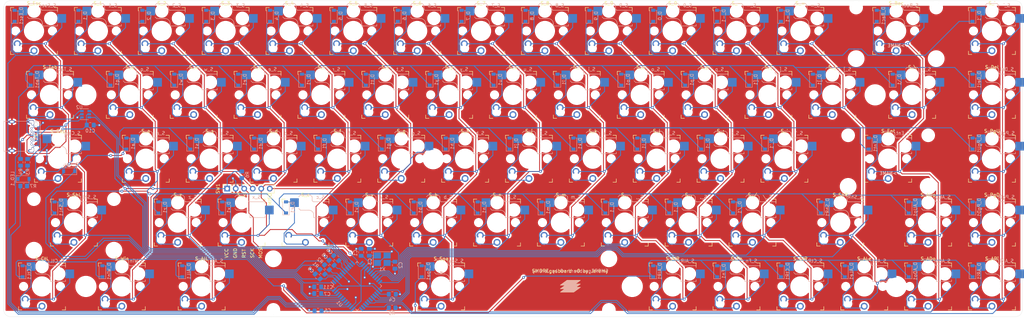
<source format=kicad_pcb>
(kicad_pcb (version 20171130) (host pcbnew "(5.1.8)-1")
  (layers (0 F.Cu signal) (31 B.Cu signal) (34 B.Paste user) (35 F.Paste user) (36 B.SilkS user) (37 F.SilkS user) (38 B.Mask user) (39 F.Mask user) (44 Edge.Cuts user))
  (net 0 "")
  (net 1 XTAL1)
  (net 2 Earth)
  (net 3 XTAL2)
  (net 4 AREF)
  (net 5 UCAP)
  (net 6 Row_3)
  (net 7 "Net-(D_,1-Pad2)")
  (net 8 "Net-(D_.1-Pad2)")
  (net 9 Row_0)
  (net 10 "Net-(D_0-Pad2)")
  (net 11 "Net-(D_1-Pad2)")
  (net 12 "Net-(D_2-Pad2)")
  (net 13 "Net-(D_3-Pad2)")
  (net 14 "Net-(D_4-Pad2)")
  (net 15 "Net-(D_5-Pad2)")
  (net 16 "Net-(D_6-Pad2)")
  (net 17 "Net-(D_7-Pad2)")
  (net 18 "Net-(D_8-Pad2)")
  (net 19 "Net-(D_9-Pad2)")
  (net 20 "Net-(D_'1-Pad2)")
  (net 21 Row_2)
  (net 22 "Net-(D_-1-Pad2)")
  (net 23 "Net-(D_/1-Pad2)")
  (net 24 "Net-(D_;1-Pad2)")
  (net 25 "Net-(D_=1-Pad2)")
  (net 26 Row_1)
  (net 27 "Net-(D_[1-Pad2)")
  (net 28 "Net-(D_\\1-Pad2)")
  (net 29 "Net-(D_]1-Pad2)")
  (net 30 "Net-(D_`1-Pad2)")
  (net 31 "Net-(D_a1-Pad2)")
  (net 32 Row_4)
  (net 33 "Net-(D_ADo1-Pad2)")
  (net 34 "Net-(D_ALe1-Pad2)")
  (net 35 "Net-(D_AlL1-Pad2)")
  (net 36 "Net-(D_AlR1-Pad2)")
  (net 37 "Net-(D_ARi1-Pad2)")
  (net 38 "Net-(D_AUp1-Pad2)")
  (net 39 "Net-(D_b1-Pad2)")
  (net 40 "Net-(D_Bac1-Pad2)")
  (net 41 "Net-(D_c1-Pad2)")
  (net 42 "Net-(D_Cap1-Pad2)")
  (net 43 "Net-(D_CtL1-Pad2)")
  (net 44 "Net-(D_CtR1-Pad2)")
  (net 45 "Net-(D_d1-Pad2)")
  (net 46 "Net-(D_Del1-Pad2)")
  (net 47 "Net-(D_e1-Pad2)")
  (net 48 "Net-(D_Ent1-Pad2)")
  (net 49 "Net-(D_Esc1-Pad2)")
  (net 50 "Net-(D_f1-Pad2)")
  (net 51 "Net-(D_Fn1-Pad2)")
  (net 52 "Net-(D_g1-Pad2)")
  (net 53 "Net-(D_h1-Pad2)")
  (net 54 "Net-(D_i1-Pad2)")
  (net 55 "Net-(D_j1-Pad2)")
  (net 56 "Net-(D_k1-Pad2)")
  (net 57 "Net-(D_l1-Pad2)")
  (net 58 "Net-(D_m1-Pad2)")
  (net 59 "Net-(D_n1-Pad2)")
  (net 60 "Net-(D_o1-Pad2)")
  (net 61 "Net-(D_p1-Pad2)")
  (net 62 "Net-(D_PgD1-Pad2)")
  (net 63 "Net-(D_PgU1-Pad2)")
  (net 64 "Net-(D_q1-Pad2)")
  (net 65 "Net-(D_r1-Pad2)")
  (net 66 "Net-(D_s1-Pad2)")
  (net 67 "Net-(D_ShL1-Pad2)")
  (net 68 "Net-(D_ShR1-Pad2)")
  (net 69 "Net-(D_Spa1-Pad2)")
  (net 70 "Net-(D_t1-Pad2)")
  (net 71 "Net-(D_Tab1-Pad2)")
  (net 72 "Net-(D_u1-Pad2)")
  (net 73 "Net-(D_v1-Pad2)")
  (net 74 "Net-(D_w1-Pad2)")
  (net 75 "Net-(D_Win1-Pad2)")
  (net 76 "Net-(D_x1-Pad2)")
  (net 77 "Net-(D_y1-Pad2)")
  (net 78 "Net-(D_z1-Pad2)")
  (net 79 "Net-(J1-PadA2)")
  (net 80 "Net-(J1-PadA3)")
  (net 81 "Net-(J1-PadA5)")
  (net 82 D+)
  (net 83 D-)
  (net 84 "Net-(J1-PadA8)")
  (net 85 "Net-(J1-PadA10)")
  (net 86 "Net-(J1-PadA11)")
  (net 87 "Net-(J1-PadB8)")
  (net 88 "Net-(J1-PadB10)")
  (net 89 "Net-(J1-PadB11)")
  (net 90 "Net-(J1-PadB5)")
  (net 91 "Net-(J1-PadB3)")
  (net 92 "Net-(J1-PadB2)")
  (net 93 "Net-(R1-Pad1)")
  (net 94 "Net-(R2-Pad1)")
  (net 95 "Net-(R5-Pad2)")
  (net 96 RESET)
  (net 97 Col_10)
  (net 98 Col_9)
  (net 99 Col_1)
  (net 100 Col_2)
  (net 101 Col_3)
  (net 102 Col_4)
  (net 103 Col_5)
  (net 104 Col_6)
  (net 105 Col_7)
  (net 106 Col_8)
  (net 107 Col_11)
  (net 108 Col_12)
  (net 109 Col_13)
  (net 110 Col_14)
  (net 111 Col_0)
  (net 112 "Net-(U1-Pad12)")
  (net 113 "Net-(U1-Pad28)")
  (net 114 "Net-(U1-Pad30)")
  (net 115 "Net-(U1-Pad32)")
  (net 116 VBUS)
  (net 117 USB_D+)
  (net 118 USB_D-)
  (net 119 "Net-(LED_1-Pad2)")
  (net 120 LED_1)
  (module keyboard_parts:stabilizer_holes_625 (layer F.Cu) (at 130.4672 85.225 180)
    (fp_text reference e (at 0 4.318) (layer B.SilkS) (effects (font (thickness 0.2)) (justify mirror)))
    (fp_text value >VALUE hide)
    (pad "" np_thru_hole circle (at 50.038 8.255 180) (size 3.9878 3.9878) (drill 3.9878) (layers *.Cu *.Mask))
    (pad "" np_thru_hole circle (at -50.038 8.255 180) (size 3.9878 3.9878) (drill 3.9878) (layers *.Cu *.Mask))
    (pad "" np_thru_hole circle (at 50.038 -6.985 180) (size 3.048 3.048) (drill 3.048) (layers *.Cu *.Mask))
    (pad "" np_thru_hole circle (at -50.038 -6.985 180) (size 3.048 3.048) (drill 3.048) (layers *.Cu *.Mask))
  )
  (module keyboard_parts:stabilizer_holes_225 (layer F.Cu) (at 20.9313 66.175)
    (fp_text reference "" hide)
    (fp_text value >VALUE hide)
    (pad "" np_thru_hole circle (at 11.938 8.255) (size 3.9878 3.9878) (drill 3.9878) (layers *.Cu *.Mask))
    (pad "" np_thru_hole circle (at -11.938 8.255) (size 3.9878 3.9878) (drill 3.9878) (layers *.Cu *.Mask))
    (pad "" np_thru_hole circle (at 11.938 -6.985) (size 3.048 3.048) (drill 3.048) (layers *.Cu *.Mask))
    (pad "" np_thru_hole circle (at -11.938 -6.985) (size 3.048 3.048) (drill 3.048) (layers *.Cu *.Mask))
  )
  (module keyswitches:Kailh_socket_PG1353_solder_PG1350 (layer F.Cu) (at 199.525 9.025)
    (fp_text reference S_0 (at 0 -8.255) (layer F.SilkS))
    (fp_text value SW_SPST)
    (fp_text user %R (at 4.445 -7.62) (layer B.SilkS) (effects (justify mirror)))
    (pad "" np_thru_hole circle (at -5 5.15) (size 1.9 1.9) (drill 1.9) (layers *.Cu *.Mask))
    (pad 2 smd rect (at 8.275 -3.75) (size 2.6 2.6) (layers B.Cu B.Paste B.Mask) (net 97 Col_10))
    (pad "" np_thru_hole circle (at 0 -5.95) (size 3 3) (drill 3) (layers *.Cu *.Mask))
    (pad 1 thru_hole circle (at 0 5.9) (size 2.032 2.032) (drill 1.27) (layers *.Cu *.Mask) (net 10 "Net-(D_0-Pad2)"))
    (pad 2 thru_hole circle (at -5 3.8) (size 2.032 2.032) (drill 1.27) (layers *.Cu *.Mask) (net 97 Col_10))
    (pad "" np_thru_hole circle (at 0 0) (size 5 5) (drill 5) (layers *.Cu *.Mask))
    (pad "" np_thru_hole circle (at 5 -3.75) (size 3 3) (drill 3) (layers *.Cu *.Mask))
    (pad 1 smd rect (at -3.275 -5.95) (size 2.6 2.6) (layers B.Cu B.Paste B.Mask) (net 10 "Net-(D_0-Pad2)"))
    (pad "" np_thru_hole circle (at 5.5 0) (size 1.7018 1.7018) (drill 1.7018) (layers *.Cu *.Mask))
    (pad "" np_thru_hole circle (at -5.5 0) (size 1.7018 1.7018) (drill 1.7018) (layers *.Cu *.Mask))
  )
  (module keyswitches:Kailh_socket_PG1353_solder_PG1350 (layer F.Cu) (at 204.2877 66.175)
    (fp_text reference S_. (at 0 -8.255) (layer F.SilkS))
    (fp_text value SW_SPST)
    (fp_text user %R (at 4.445 -7.62) (layer B.SilkS) (effects (justify mirror)))
    (pad "" np_thru_hole circle (at -5 5.15) (size 1.9 1.9) (drill 1.9) (layers *.Cu *.Mask))
    (pad 2 smd rect (at 8.275 -3.75) (size 2.6 2.6) (layers B.Cu B.Paste B.Mask) (net 97 Col_10))
    (pad "" np_thru_hole circle (at 0 -5.95) (size 3 3) (drill 3) (layers *.Cu *.Mask))
    (pad 1 thru_hole circle (at 0 5.9) (size 2.032 2.032) (drill 1.27) (layers *.Cu *.Mask) (net 8 "Net-(D_.1-Pad2)"))
    (pad 2 thru_hole circle (at -5 3.8) (size 2.032 2.032) (drill 1.27) (layers *.Cu *.Mask) (net 97 Col_10))
    (pad "" np_thru_hole circle (at 0 0) (size 5 5) (drill 5) (layers *.Cu *.Mask))
    (pad "" np_thru_hole circle (at 5 -3.75) (size 3 3) (drill 3) (layers *.Cu *.Mask))
    (pad 1 smd rect (at -3.275 -5.95) (size 2.6 2.6) (layers B.Cu B.Paste B.Mask) (net 8 "Net-(D_.1-Pad2)"))
    (pad "" np_thru_hole circle (at 5.5 0) (size 1.7018 1.7018) (drill 1.7018) (layers *.Cu *.Mask))
    (pad "" np_thru_hole circle (at -5.5 0) (size 1.7018 1.7018) (drill 1.7018) (layers *.Cu *.Mask))
  )
  (module keyswitches:Kailh_socket_PG1353_solder_PG1350 (layer F.Cu) (at 185.2377 66.175)
    (fp_text reference S_, (at 0 -8.255) (layer F.SilkS))
    (fp_text value SW_SPST)
    (fp_text user %R (at 4.445 -7.62) (layer B.SilkS) (effects (justify mirror)))
    (pad "" np_thru_hole circle (at -5 5.15) (size 1.9 1.9) (drill 1.9) (layers *.Cu *.Mask))
    (pad 2 smd rect (at 8.275 -3.75) (size 2.6 2.6) (layers B.Cu B.Paste B.Mask) (net 98 Col_9))
    (pad "" np_thru_hole circle (at 0 -5.95) (size 3 3) (drill 3) (layers *.Cu *.Mask))
    (pad 1 thru_hole circle (at 0 5.9) (size 2.032 2.032) (drill 1.27) (layers *.Cu *.Mask) (net 7 "Net-(D_,1-Pad2)"))
    (pad 2 thru_hole circle (at -5 3.8) (size 2.032 2.032) (drill 1.27) (layers *.Cu *.Mask) (net 98 Col_9))
    (pad "" np_thru_hole circle (at 0 0) (size 5 5) (drill 5) (layers *.Cu *.Mask))
    (pad "" np_thru_hole circle (at 5 -3.75) (size 3 3) (drill 3) (layers *.Cu *.Mask))
    (pad 1 smd rect (at -3.275 -5.95) (size 2.6 2.6) (layers B.Cu B.Paste B.Mask) (net 7 "Net-(D_,1-Pad2)"))
    (pad "" np_thru_hole circle (at 5.5 0) (size 1.7018 1.7018) (drill 1.7018) (layers *.Cu *.Mask))
    (pad "" np_thru_hole circle (at -5.5 0) (size 1.7018 1.7018) (drill 1.7018) (layers *.Cu *.Mask))
  )
  (module keyswitches:Kailh_socket_PG1353_solder_PG1350 (layer F.Cu) (at 28.075 9.025)
    (fp_text reference S_1 (at 0 -8.255) (layer F.SilkS))
    (fp_text value SW_SPST)
    (fp_text user %R (at 4.445 -7.62) (layer B.SilkS) (effects (justify mirror)))
    (pad "" np_thru_hole circle (at -5 5.15) (size 1.9 1.9) (drill 1.9) (layers *.Cu *.Mask))
    (pad 2 smd rect (at 8.275 -3.75) (size 2.6 2.6) (layers B.Cu B.Paste B.Mask) (net 99 Col_1))
    (pad "" np_thru_hole circle (at 0 -5.95) (size 3 3) (drill 3) (layers *.Cu *.Mask))
    (pad 1 thru_hole circle (at 0 5.9) (size 2.032 2.032) (drill 1.27) (layers *.Cu *.Mask) (net 11 "Net-(D_1-Pad2)"))
    (pad 2 thru_hole circle (at -5 3.8) (size 2.032 2.032) (drill 1.27) (layers *.Cu *.Mask) (net 99 Col_1))
    (pad "" np_thru_hole circle (at 0 0) (size 5 5) (drill 5) (layers *.Cu *.Mask))
    (pad "" np_thru_hole circle (at 5 -3.75) (size 3 3) (drill 3) (layers *.Cu *.Mask))
    (pad 1 smd rect (at -3.275 -5.95) (size 2.6 2.6) (layers B.Cu B.Paste B.Mask) (net 11 "Net-(D_1-Pad2)"))
    (pad "" np_thru_hole circle (at 5.5 0) (size 1.7018 1.7018) (drill 1.7018) (layers *.Cu *.Mask))
    (pad "" np_thru_hole circle (at -5.5 0) (size 1.7018 1.7018) (drill 1.7018) (layers *.Cu *.Mask))
  )
  (module keyswitches:Kailh_socket_PG1353_solder_PG1350 (layer F.Cu) (at 47.125 9.025)
    (fp_text reference S_2 (at 0 -8.255) (layer F.SilkS))
    (fp_text value SW_SPST)
    (fp_text user %R (at 4.445 -7.62) (layer B.SilkS) (effects (justify mirror)))
    (pad "" np_thru_hole circle (at -5 5.15) (size 1.9 1.9) (drill 1.9) (layers *.Cu *.Mask))
    (pad 2 smd rect (at 8.275 -3.75) (size 2.6 2.6) (layers B.Cu B.Paste B.Mask) (net 100 Col_2))
    (pad "" np_thru_hole circle (at 0 -5.95) (size 3 3) (drill 3) (layers *.Cu *.Mask))
    (pad 1 thru_hole circle (at 0 5.9) (size 2.032 2.032) (drill 1.27) (layers *.Cu *.Mask) (net 12 "Net-(D_2-Pad2)"))
    (pad 2 thru_hole circle (at -5 3.8) (size 2.032 2.032) (drill 1.27) (layers *.Cu *.Mask) (net 100 Col_2))
    (pad "" np_thru_hole circle (at 0 0) (size 5 5) (drill 5) (layers *.Cu *.Mask))
    (pad "" np_thru_hole circle (at 5 -3.75) (size 3 3) (drill 3) (layers *.Cu *.Mask))
    (pad 1 smd rect (at -3.275 -5.95) (size 2.6 2.6) (layers B.Cu B.Paste B.Mask) (net 12 "Net-(D_2-Pad2)"))
    (pad "" np_thru_hole circle (at 5.5 0) (size 1.7018 1.7018) (drill 1.7018) (layers *.Cu *.Mask))
    (pad "" np_thru_hole circle (at -5.5 0) (size 1.7018 1.7018) (drill 1.7018) (layers *.Cu *.Mask))
  )
  (module keyswitches:Kailh_socket_PG1353_solder_PG1350 (layer F.Cu) (at 66.175 9.025)
    (fp_text reference S_3 (at 0 -8.255) (layer F.SilkS))
    (fp_text value SW_SPST)
    (fp_text user %R (at 4.445 -7.62) (layer B.SilkS) (effects (justify mirror)))
    (pad "" np_thru_hole circle (at -5 5.15) (size 1.9 1.9) (drill 1.9) (layers *.Cu *.Mask))
    (pad 2 smd rect (at 8.275 -3.75) (size 2.6 2.6) (layers B.Cu B.Paste B.Mask) (net 101 Col_3))
    (pad "" np_thru_hole circle (at 0 -5.95) (size 3 3) (drill 3) (layers *.Cu *.Mask))
    (pad 1 thru_hole circle (at 0 5.9) (size 2.032 2.032) (drill 1.27) (layers *.Cu *.Mask) (net 13 "Net-(D_3-Pad2)"))
    (pad 2 thru_hole circle (at -5 3.8) (size 2.032 2.032) (drill 1.27) (layers *.Cu *.Mask) (net 101 Col_3))
    (pad "" np_thru_hole circle (at 0 0) (size 5 5) (drill 5) (layers *.Cu *.Mask))
    (pad "" np_thru_hole circle (at 5 -3.75) (size 3 3) (drill 3) (layers *.Cu *.Mask))
    (pad 1 smd rect (at -3.275 -5.95) (size 2.6 2.6) (layers B.Cu B.Paste B.Mask) (net 13 "Net-(D_3-Pad2)"))
    (pad "" np_thru_hole circle (at 5.5 0) (size 1.7018 1.7018) (drill 1.7018) (layers *.Cu *.Mask))
    (pad "" np_thru_hole circle (at -5.5 0) (size 1.7018 1.7018) (drill 1.7018) (layers *.Cu *.Mask))
  )
  (module keyswitches:Kailh_socket_PG1353_solder_PG1350 (layer F.Cu) (at 85.225 9.025)
    (fp_text reference S_4 (at 0 -8.255) (layer F.SilkS))
    (fp_text value SW_SPST)
    (fp_text user %R (at 4.445 -7.62) (layer B.SilkS) (effects (justify mirror)))
    (pad "" np_thru_hole circle (at -5 5.15) (size 1.9 1.9) (drill 1.9) (layers *.Cu *.Mask))
    (pad 2 smd rect (at 8.275 -3.75) (size 2.6 2.6) (layers B.Cu B.Paste B.Mask) (net 102 Col_4))
    (pad "" np_thru_hole circle (at 0 -5.95) (size 3 3) (drill 3) (layers *.Cu *.Mask))
    (pad 1 thru_hole circle (at 0 5.9) (size 2.032 2.032) (drill 1.27) (layers *.Cu *.Mask) (net 14 "Net-(D_4-Pad2)"))
    (pad 2 thru_hole circle (at -5 3.8) (size 2.032 2.032) (drill 1.27) (layers *.Cu *.Mask) (net 102 Col_4))
    (pad "" np_thru_hole circle (at 0 0) (size 5 5) (drill 5) (layers *.Cu *.Mask))
    (pad "" np_thru_hole circle (at 5 -3.75) (size 3 3) (drill 3) (layers *.Cu *.Mask))
    (pad 1 smd rect (at -3.275 -5.95) (size 2.6 2.6) (layers B.Cu B.Paste B.Mask) (net 14 "Net-(D_4-Pad2)"))
    (pad "" np_thru_hole circle (at 5.5 0) (size 1.7018 1.7018) (drill 1.7018) (layers *.Cu *.Mask))
    (pad "" np_thru_hole circle (at -5.5 0) (size 1.7018 1.7018) (drill 1.7018) (layers *.Cu *.Mask))
  )
  (module keyswitches:Kailh_socket_PG1353_solder_PG1350 (layer F.Cu) (at 104.275 9.025)
    (fp_text reference S_5 (at 0 -8.255) (layer F.SilkS))
    (fp_text value SW_SPST)
    (fp_text user %R (at 4.445 -7.62) (layer B.SilkS) (effects (justify mirror)))
    (pad "" np_thru_hole circle (at -5 5.15) (size 1.9 1.9) (drill 1.9) (layers *.Cu *.Mask))
    (pad 2 smd rect (at 8.275 -3.75) (size 2.6 2.6) (layers B.Cu B.Paste B.Mask) (net 103 Col_5))
    (pad "" np_thru_hole circle (at 0 -5.95) (size 3 3) (drill 3) (layers *.Cu *.Mask))
    (pad 1 thru_hole circle (at 0 5.9) (size 2.032 2.032) (drill 1.27) (layers *.Cu *.Mask) (net 15 "Net-(D_5-Pad2)"))
    (pad 2 thru_hole circle (at -5 3.8) (size 2.032 2.032) (drill 1.27) (layers *.Cu *.Mask) (net 103 Col_5))
    (pad "" np_thru_hole circle (at 0 0) (size 5 5) (drill 5) (layers *.Cu *.Mask))
    (pad "" np_thru_hole circle (at 5 -3.75) (size 3 3) (drill 3) (layers *.Cu *.Mask))
    (pad 1 smd rect (at -3.275 -5.95) (size 2.6 2.6) (layers B.Cu B.Paste B.Mask) (net 15 "Net-(D_5-Pad2)"))
    (pad "" np_thru_hole circle (at 5.5 0) (size 1.7018 1.7018) (drill 1.7018) (layers *.Cu *.Mask))
    (pad "" np_thru_hole circle (at -5.5 0) (size 1.7018 1.7018) (drill 1.7018) (layers *.Cu *.Mask))
  )
  (module keyswitches:Kailh_socket_PG1353_solder_PG1350 (layer F.Cu) (at 123.325 9.025)
    (fp_text reference S_6 (at 0 -8.255) (layer F.SilkS))
    (fp_text value SW_SPST)
    (fp_text user %R (at 4.445 -7.62) (layer B.SilkS) (effects (justify mirror)))
    (pad "" np_thru_hole circle (at -5 5.15) (size 1.9 1.9) (drill 1.9) (layers *.Cu *.Mask))
    (pad 2 smd rect (at 8.275 -3.75) (size 2.6 2.6) (layers B.Cu B.Paste B.Mask) (net 104 Col_6))
    (pad "" np_thru_hole circle (at 0 -5.95) (size 3 3) (drill 3) (layers *.Cu *.Mask))
    (pad 1 thru_hole circle (at 0 5.9) (size 2.032 2.032) (drill 1.27) (layers *.Cu *.Mask) (net 16 "Net-(D_6-Pad2)"))
    (pad 2 thru_hole circle (at -5 3.8) (size 2.032 2.032) (drill 1.27) (layers *.Cu *.Mask) (net 104 Col_6))
    (pad "" np_thru_hole circle (at 0 0) (size 5 5) (drill 5) (layers *.Cu *.Mask))
    (pad "" np_thru_hole circle (at 5 -3.75) (size 3 3) (drill 3) (layers *.Cu *.Mask))
    (pad 1 smd rect (at -3.275 -5.95) (size 2.6 2.6) (layers B.Cu B.Paste B.Mask) (net 16 "Net-(D_6-Pad2)"))
    (pad "" np_thru_hole circle (at 5.5 0) (size 1.7018 1.7018) (drill 1.7018) (layers *.Cu *.Mask))
    (pad "" np_thru_hole circle (at -5.5 0) (size 1.7018 1.7018) (drill 1.7018) (layers *.Cu *.Mask))
  )
  (module keyswitches:Kailh_socket_PG1353_solder_PG1350 (layer F.Cu) (at 142.375 9.025)
    (fp_text reference S_7 (at 0 -8.255) (layer F.SilkS))
    (fp_text value SW_SPST)
    (fp_text user %R (at 4.445 -7.62) (layer B.SilkS) (effects (justify mirror)))
    (pad "" np_thru_hole circle (at -5 5.15) (size 1.9 1.9) (drill 1.9) (layers *.Cu *.Mask))
    (pad 2 smd rect (at 8.275 -3.75) (size 2.6 2.6) (layers B.Cu B.Paste B.Mask) (net 105 Col_7))
    (pad "" np_thru_hole circle (at 0 -5.95) (size 3 3) (drill 3) (layers *.Cu *.Mask))
    (pad 1 thru_hole circle (at 0 5.9) (size 2.032 2.032) (drill 1.27) (layers *.Cu *.Mask) (net 17 "Net-(D_7-Pad2)"))
    (pad 2 thru_hole circle (at -5 3.8) (size 2.032 2.032) (drill 1.27) (layers *.Cu *.Mask) (net 105 Col_7))
    (pad "" np_thru_hole circle (at 0 0) (size 5 5) (drill 5) (layers *.Cu *.Mask))
    (pad "" np_thru_hole circle (at 5 -3.75) (size 3 3) (drill 3) (layers *.Cu *.Mask))
    (pad 1 smd rect (at -3.275 -5.95) (size 2.6 2.6) (layers B.Cu B.Paste B.Mask) (net 17 "Net-(D_7-Pad2)"))
    (pad "" np_thru_hole circle (at 5.5 0) (size 1.7018 1.7018) (drill 1.7018) (layers *.Cu *.Mask))
    (pad "" np_thru_hole circle (at -5.5 0) (size 1.7018 1.7018) (drill 1.7018) (layers *.Cu *.Mask))
  )
  (module keyswitches:Kailh_socket_PG1353_solder_PG1350 (layer F.Cu) (at 161.425 9.025)
    (fp_text reference S_8 (at 0 -8.255) (layer F.SilkS))
    (fp_text value SW_SPST)
    (fp_text user %R (at 4.445 -7.62) (layer B.SilkS) (effects (justify mirror)))
    (pad "" np_thru_hole circle (at -5 5.15) (size 1.9 1.9) (drill 1.9) (layers *.Cu *.Mask))
    (pad 2 smd rect (at 8.275 -3.75) (size 2.6 2.6) (layers B.Cu B.Paste B.Mask) (net 106 Col_8))
    (pad "" np_thru_hole circle (at 0 -5.95) (size 3 3) (drill 3) (layers *.Cu *.Mask))
    (pad 1 thru_hole circle (at 0 5.9) (size 2.032 2.032) (drill 1.27) (layers *.Cu *.Mask) (net 18 "Net-(D_8-Pad2)"))
    (pad 2 thru_hole circle (at -5 3.8) (size 2.032 2.032) (drill 1.27) (layers *.Cu *.Mask) (net 106 Col_8))
    (pad "" np_thru_hole circle (at 0 0) (size 5 5) (drill 5) (layers *.Cu *.Mask))
    (pad "" np_thru_hole circle (at 5 -3.75) (size 3 3) (drill 3) (layers *.Cu *.Mask))
    (pad 1 smd rect (at -3.275 -5.95) (size 2.6 2.6) (layers B.Cu B.Paste B.Mask) (net 18 "Net-(D_8-Pad2)"))
    (pad "" np_thru_hole circle (at 5.5 0) (size 1.7018 1.7018) (drill 1.7018) (layers *.Cu *.Mask))
    (pad "" np_thru_hole circle (at -5.5 0) (size 1.7018 1.7018) (drill 1.7018) (layers *.Cu *.Mask))
  )
  (module keyswitches:Kailh_socket_PG1353_solder_PG1350 (layer F.Cu) (at 180.475 9.025)
    (fp_text reference S_9 (at 0 -8.255) (layer F.SilkS))
    (fp_text value SW_SPST)
    (fp_text user %R (at 4.445 -7.62) (layer B.SilkS) (effects (justify mirror)))
    (pad "" np_thru_hole circle (at -5 5.15) (size 1.9 1.9) (drill 1.9) (layers *.Cu *.Mask))
    (pad 2 smd rect (at 8.275 -3.75) (size 2.6 2.6) (layers B.Cu B.Paste B.Mask) (net 98 Col_9))
    (pad "" np_thru_hole circle (at 0 -5.95) (size 3 3) (drill 3) (layers *.Cu *.Mask))
    (pad 1 thru_hole circle (at 0 5.9) (size 2.032 2.032) (drill 1.27) (layers *.Cu *.Mask) (net 19 "Net-(D_9-Pad2)"))
    (pad 2 thru_hole circle (at -5 3.8) (size 2.032 2.032) (drill 1.27) (layers *.Cu *.Mask) (net 98 Col_9))
    (pad "" np_thru_hole circle (at 0 0) (size 5 5) (drill 5) (layers *.Cu *.Mask))
    (pad "" np_thru_hole circle (at 5 -3.75) (size 3 3) (drill 3) (layers *.Cu *.Mask))
    (pad 1 smd rect (at -3.275 -5.95) (size 2.6 2.6) (layers B.Cu B.Paste B.Mask) (net 19 "Net-(D_9-Pad2)"))
    (pad "" np_thru_hole circle (at 5.5 0) (size 1.7018 1.7018) (drill 1.7018) (layers *.Cu *.Mask))
    (pad "" np_thru_hole circle (at -5.5 0) (size 1.7018 1.7018) (drill 1.7018) (layers *.Cu *.Mask))
  )
  (module keyswitches:Kailh_socket_PG1353_solder_PG1350 (layer F.Cu) (at 232.8625 47.125)
    (fp_text reference S_' (at 0 -8.255) (layer F.SilkS))
    (fp_text value SW_SPST)
    (fp_text user %R (at 4.445 -7.62) (layer B.SilkS) (effects (justify mirror)))
    (pad "" np_thru_hole circle (at -5 5.15) (size 1.9 1.9) (drill 1.9) (layers *.Cu *.Mask))
    (pad 2 smd rect (at 8.275 -3.75) (size 2.6 2.6) (layers B.Cu B.Paste B.Mask) (net 107 Col_11))
    (pad "" np_thru_hole circle (at 0 -5.95) (size 3 3) (drill 3) (layers *.Cu *.Mask))
    (pad 1 thru_hole circle (at 0 5.9) (size 2.032 2.032) (drill 1.27) (layers *.Cu *.Mask) (net 20 "Net-(D_'1-Pad2)"))
    (pad 2 thru_hole circle (at -5 3.8) (size 2.032 2.032) (drill 1.27) (layers *.Cu *.Mask) (net 107 Col_11))
    (pad "" np_thru_hole circle (at 0 0) (size 5 5) (drill 5) (layers *.Cu *.Mask))
    (pad "" np_thru_hole circle (at 5 -3.75) (size 3 3) (drill 3) (layers *.Cu *.Mask))
    (pad 1 smd rect (at -3.275 -5.95) (size 2.6 2.6) (layers B.Cu B.Paste B.Mask) (net 20 "Net-(D_'1-Pad2)"))
    (pad "" np_thru_hole circle (at 5.5 0) (size 1.7018 1.7018) (drill 1.7018) (layers *.Cu *.Mask))
    (pad "" np_thru_hole circle (at -5.5 0) (size 1.7018 1.7018) (drill 1.7018) (layers *.Cu *.Mask))
  )
  (module keyswitches:Kailh_socket_PG1353_solder_PG1350 (layer F.Cu) (at 218.575 9.025)
    (fp_text reference S_- (at 0 -8.255) (layer F.SilkS))
    (fp_text value SW_SPST)
    (fp_text user %R (at 4.445 -7.62) (layer B.SilkS) (effects (justify mirror)))
    (pad "" np_thru_hole circle (at -5 5.15) (size 1.9 1.9) (drill 1.9) (layers *.Cu *.Mask))
    (pad 2 smd rect (at 8.275 -3.75) (size 2.6 2.6) (layers B.Cu B.Paste B.Mask) (net 107 Col_11))
    (pad "" np_thru_hole circle (at 0 -5.95) (size 3 3) (drill 3) (layers *.Cu *.Mask))
    (pad 1 thru_hole circle (at 0 5.9) (size 2.032 2.032) (drill 1.27) (layers *.Cu *.Mask) (net 22 "Net-(D_-1-Pad2)"))
    (pad 2 thru_hole circle (at -5 3.8) (size 2.032 2.032) (drill 1.27) (layers *.Cu *.Mask) (net 107 Col_11))
    (pad "" np_thru_hole circle (at 0 0) (size 5 5) (drill 5) (layers *.Cu *.Mask))
    (pad "" np_thru_hole circle (at 5 -3.75) (size 3 3) (drill 3) (layers *.Cu *.Mask))
    (pad 1 smd rect (at -3.275 -5.95) (size 2.6 2.6) (layers B.Cu B.Paste B.Mask) (net 22 "Net-(D_-1-Pad2)"))
    (pad "" np_thru_hole circle (at 5.5 0) (size 1.7018 1.7018) (drill 1.7018) (layers *.Cu *.Mask))
    (pad "" np_thru_hole circle (at -5.5 0) (size 1.7018 1.7018) (drill 1.7018) (layers *.Cu *.Mask))
  )
  (module keyswitches:Kailh_socket_PG1353_solder_PG1350 (layer F.Cu) (at 223.3377 66.175)
    (fp_text reference S_/ (at 0 -8.255) (layer F.SilkS))
    (fp_text value SW_SPST)
    (fp_text user %R (at 4.445 -7.62) (layer B.SilkS) (effects (justify mirror)))
    (pad "" np_thru_hole circle (at -5 5.15) (size 1.9 1.9) (drill 1.9) (layers *.Cu *.Mask))
    (pad 2 smd rect (at 8.275 -3.75) (size 2.6 2.6) (layers B.Cu B.Paste B.Mask) (net 107 Col_11))
    (pad "" np_thru_hole circle (at 0 -5.95) (size 3 3) (drill 3) (layers *.Cu *.Mask))
    (pad 1 thru_hole circle (at 0 5.9) (size 2.032 2.032) (drill 1.27) (layers *.Cu *.Mask) (net 23 "Net-(D_/1-Pad2)"))
    (pad 2 thru_hole circle (at -5 3.8) (size 2.032 2.032) (drill 1.27) (layers *.Cu *.Mask) (net 107 Col_11))
    (pad "" np_thru_hole circle (at 0 0) (size 5 5) (drill 5) (layers *.Cu *.Mask))
    (pad "" np_thru_hole circle (at 5 -3.75) (size 3 3) (drill 3) (layers *.Cu *.Mask))
    (pad 1 smd rect (at -3.275 -5.95) (size 2.6 2.6) (layers B.Cu B.Paste B.Mask) (net 23 "Net-(D_/1-Pad2)"))
    (pad "" np_thru_hole circle (at 5.5 0) (size 1.7018 1.7018) (drill 1.7018) (layers *.Cu *.Mask))
    (pad "" np_thru_hole circle (at -5.5 0) (size 1.7018 1.7018) (drill 1.7018) (layers *.Cu *.Mask))
  )
  (module keyswitches:Kailh_socket_PG1353_solder_PG1350 (layer F.Cu) (at 213.8125 47.125)
    (fp_text reference S_; (at 0 -8.255) (layer F.SilkS))
    (fp_text value SW_SPST)
    (fp_text user %R (at 4.445 -7.62) (layer B.SilkS) (effects (justify mirror)))
    (pad "" np_thru_hole circle (at -5 5.15) (size 1.9 1.9) (drill 1.9) (layers *.Cu *.Mask))
    (pad 2 smd rect (at 8.275 -3.75) (size 2.6 2.6) (layers B.Cu B.Paste B.Mask) (net 97 Col_10))
    (pad "" np_thru_hole circle (at 0 -5.95) (size 3 3) (drill 3) (layers *.Cu *.Mask))
    (pad 1 thru_hole circle (at 0 5.9) (size 2.032 2.032) (drill 1.27) (layers *.Cu *.Mask) (net 24 "Net-(D_;1-Pad2)"))
    (pad 2 thru_hole circle (at -5 3.8) (size 2.032 2.032) (drill 1.27) (layers *.Cu *.Mask) (net 97 Col_10))
    (pad "" np_thru_hole circle (at 0 0) (size 5 5) (drill 5) (layers *.Cu *.Mask))
    (pad "" np_thru_hole circle (at 5 -3.75) (size 3 3) (drill 3) (layers *.Cu *.Mask))
    (pad 1 smd rect (at -3.275 -5.95) (size 2.6 2.6) (layers B.Cu B.Paste B.Mask) (net 24 "Net-(D_;1-Pad2)"))
    (pad "" np_thru_hole circle (at 5.5 0) (size 1.7018 1.7018) (drill 1.7018) (layers *.Cu *.Mask))
    (pad "" np_thru_hole circle (at -5.5 0) (size 1.7018 1.7018) (drill 1.7018) (layers *.Cu *.Mask))
  )
  (module keyswitches:Kailh_socket_PG1353_solder_PG1350 (layer F.Cu) (at 237.625 9.025)
    (fp_text reference S_= (at 0 -8.255) (layer F.SilkS))
    (fp_text value SW_SPST)
    (fp_text user %R (at 4.445 -7.62) (layer B.SilkS) (effects (justify mirror)))
    (pad "" np_thru_hole circle (at -5 5.15) (size 1.9 1.9) (drill 1.9) (layers *.Cu *.Mask))
    (pad 2 smd rect (at 8.275 -3.75) (size 2.6 2.6) (layers B.Cu B.Paste B.Mask) (net 108 Col_12))
    (pad "" np_thru_hole circle (at 0 -5.95) (size 3 3) (drill 3) (layers *.Cu *.Mask))
    (pad 1 thru_hole circle (at 0 5.9) (size 2.032 2.032) (drill 1.27) (layers *.Cu *.Mask) (net 25 "Net-(D_=1-Pad2)"))
    (pad 2 thru_hole circle (at -5 3.8) (size 2.032 2.032) (drill 1.27) (layers *.Cu *.Mask) (net 108 Col_12))
    (pad "" np_thru_hole circle (at 0 0) (size 5 5) (drill 5) (layers *.Cu *.Mask))
    (pad "" np_thru_hole circle (at 5 -3.75) (size 3 3) (drill 3) (layers *.Cu *.Mask))
    (pad 1 smd rect (at -3.275 -5.95) (size 2.6 2.6) (layers B.Cu B.Paste B.Mask) (net 25 "Net-(D_=1-Pad2)"))
    (pad "" np_thru_hole circle (at 5.5 0) (size 1.7018 1.7018) (drill 1.7018) (layers *.Cu *.Mask))
    (pad "" np_thru_hole circle (at -5.5 0) (size 1.7018 1.7018) (drill 1.7018) (layers *.Cu *.Mask))
  )
  (module keyswitches:Kailh_socket_PG1353_solder_PG1350 (layer F.Cu) (at 228.1 28.075)
    (fp_text reference S_[ (at 0 -8.255) (layer F.SilkS))
    (fp_text value SW_SPST)
    (fp_text user %R (at 4.445 -7.62) (layer B.SilkS) (effects (justify mirror)))
    (pad "" np_thru_hole circle (at -5 5.15) (size 1.9 1.9) (drill 1.9) (layers *.Cu *.Mask))
    (pad 2 smd rect (at 8.275 -3.75) (size 2.6 2.6) (layers B.Cu B.Paste B.Mask) (net 107 Col_11))
    (pad "" np_thru_hole circle (at 0 -5.95) (size 3 3) (drill 3) (layers *.Cu *.Mask))
    (pad 1 thru_hole circle (at 0 5.9) (size 2.032 2.032) (drill 1.27) (layers *.Cu *.Mask) (net 27 "Net-(D_[1-Pad2)"))
    (pad 2 thru_hole circle (at -5 3.8) (size 2.032 2.032) (drill 1.27) (layers *.Cu *.Mask) (net 107 Col_11))
    (pad "" np_thru_hole circle (at 0 0) (size 5 5) (drill 5) (layers *.Cu *.Mask))
    (pad "" np_thru_hole circle (at 5 -3.75) (size 3 3) (drill 3) (layers *.Cu *.Mask))
    (pad 1 smd rect (at -3.275 -5.95) (size 2.6 2.6) (layers B.Cu B.Paste B.Mask) (net 27 "Net-(D_[1-Pad2)"))
    (pad "" np_thru_hole circle (at 5.5 0) (size 1.7018 1.7018) (drill 1.7018) (layers *.Cu *.Mask))
    (pad "" np_thru_hole circle (at -5.5 0) (size 1.7018 1.7018) (drill 1.7018) (layers *.Cu *.Mask))
  )
  (module keyswitches:Kailh_socket_PG1353_solder_PG1350 (layer F.Cu) (at 270.9623 28.075)
    (fp_text reference S_\ (at 0 -8.255) (layer F.SilkS))
    (fp_text value SW_SPST)
    (fp_text user %R (at 4.445 -7.62) (layer B.SilkS) (effects (justify mirror)))
    (pad "" np_thru_hole circle (at -5 5.15) (size 1.9 1.9) (drill 1.9) (layers *.Cu *.Mask))
    (pad 2 smd rect (at 8.275 -3.75) (size 2.6 2.6) (layers B.Cu B.Paste B.Mask) (net 109 Col_13))
    (pad "" np_thru_hole circle (at 0 -5.95) (size 3 3) (drill 3) (layers *.Cu *.Mask))
    (pad 1 thru_hole circle (at 0 5.9) (size 2.032 2.032) (drill 1.27) (layers *.Cu *.Mask) (net 28 "Net-(D_\\1-Pad2)"))
    (pad 2 thru_hole circle (at -5 3.8) (size 2.032 2.032) (drill 1.27) (layers *.Cu *.Mask) (net 109 Col_13))
    (pad "" np_thru_hole circle (at 0 0) (size 5 5) (drill 5) (layers *.Cu *.Mask))
    (pad "" np_thru_hole circle (at 5 -3.75) (size 3 3) (drill 3) (layers *.Cu *.Mask))
    (pad 1 smd rect (at -3.275 -5.95) (size 2.6 2.6) (layers B.Cu B.Paste B.Mask) (net 28 "Net-(D_\\1-Pad2)"))
    (pad "" np_thru_hole circle (at 5.5 0) (size 1.7018 1.7018) (drill 1.7018) (layers *.Cu *.Mask))
    (pad "" np_thru_hole circle (at -5.5 0) (size 1.7018 1.7018) (drill 1.7018) (layers *.Cu *.Mask))
  )
  (module keyswitches:Kailh_socket_PG1353_solder_PG1350 (layer F.Cu) (at 247.15 28.075)
    (fp_text reference S_] (at 0 -8.255) (layer F.SilkS))
    (fp_text value SW_SPST)
    (fp_text user %R (at 4.445 -7.62) (layer B.SilkS) (effects (justify mirror)))
    (pad "" np_thru_hole circle (at -5 5.15) (size 1.9 1.9) (drill 1.9) (layers *.Cu *.Mask))
    (pad 2 smd rect (at 8.275 -3.75) (size 2.6 2.6) (layers B.Cu B.Paste B.Mask) (net 108 Col_12))
    (pad "" np_thru_hole circle (at 0 -5.95) (size 3 3) (drill 3) (layers *.Cu *.Mask))
    (pad 1 thru_hole circle (at 0 5.9) (size 2.032 2.032) (drill 1.27) (layers *.Cu *.Mask) (net 29 "Net-(D_]1-Pad2)"))
    (pad 2 thru_hole circle (at -5 3.8) (size 2.032 2.032) (drill 1.27) (layers *.Cu *.Mask) (net 108 Col_12))
    (pad "" np_thru_hole circle (at 0 0) (size 5 5) (drill 5) (layers *.Cu *.Mask))
    (pad "" np_thru_hole circle (at 5 -3.75) (size 3 3) (drill 3) (layers *.Cu *.Mask))
    (pad 1 smd rect (at -3.275 -5.95) (size 2.6 2.6) (layers B.Cu B.Paste B.Mask) (net 29 "Net-(D_]1-Pad2)"))
    (pad "" np_thru_hole circle (at 5.5 0) (size 1.7018 1.7018) (drill 1.7018) (layers *.Cu *.Mask))
    (pad "" np_thru_hole circle (at -5.5 0) (size 1.7018 1.7018) (drill 1.7018) (layers *.Cu *.Mask))
  )
  (module keyswitches:Kailh_socket_PG1353_solder_PG1350 (layer F.Cu) (at 294.775 9.025)
    (fp_text reference S_` (at 0 -8.255) (layer F.SilkS))
    (fp_text value SW_SPST)
    (fp_text user %R (at 4.445 -7.62) (layer B.SilkS) (effects (justify mirror)))
    (pad "" np_thru_hole circle (at -5 5.15) (size 1.9 1.9) (drill 1.9) (layers *.Cu *.Mask))
    (pad 2 smd rect (at 8.275 -3.75) (size 2.6 2.6) (layers B.Cu B.Paste B.Mask) (net 110 Col_14))
    (pad "" np_thru_hole circle (at 0 -5.95) (size 3 3) (drill 3) (layers *.Cu *.Mask))
    (pad 1 thru_hole circle (at 0 5.9) (size 2.032 2.032) (drill 1.27) (layers *.Cu *.Mask) (net 30 "Net-(D_`1-Pad2)"))
    (pad 2 thru_hole circle (at -5 3.8) (size 2.032 2.032) (drill 1.27) (layers *.Cu *.Mask) (net 110 Col_14))
    (pad "" np_thru_hole circle (at 0 0) (size 5 5) (drill 5) (layers *.Cu *.Mask))
    (pad "" np_thru_hole circle (at 5 -3.75) (size 3 3) (drill 3) (layers *.Cu *.Mask))
    (pad 1 smd rect (at -3.275 -5.95) (size 2.6 2.6) (layers B.Cu B.Paste B.Mask) (net 30 "Net-(D_`1-Pad2)"))
    (pad "" np_thru_hole circle (at 5.5 0) (size 1.7018 1.7018) (drill 1.7018) (layers *.Cu *.Mask))
    (pad "" np_thru_hole circle (at -5.5 0) (size 1.7018 1.7018) (drill 1.7018) (layers *.Cu *.Mask))
  )
  (module keyswitches:Kailh_socket_PG1353_solder_PG1350 (layer F.Cu) (at 42.3625 47.125)
    (fp_text reference S_a (at 0 -8.255) (layer F.SilkS))
    (fp_text value SW_SPST)
    (fp_text user %R (at 4.445 -7.62) (layer B.SilkS) (effects (justify mirror)))
    (pad "" np_thru_hole circle (at -5 5.15) (size 1.9 1.9) (drill 1.9) (layers *.Cu *.Mask))
    (pad 2 smd rect (at 8.275 -3.75) (size 2.6 2.6) (layers B.Cu B.Paste B.Mask) (net 99 Col_1))
    (pad "" np_thru_hole circle (at 0 -5.95) (size 3 3) (drill 3) (layers *.Cu *.Mask))
    (pad 1 thru_hole circle (at 0 5.9) (size 2.032 2.032) (drill 1.27) (layers *.Cu *.Mask) (net 31 "Net-(D_a1-Pad2)"))
    (pad 2 thru_hole circle (at -5 3.8) (size 2.032 2.032) (drill 1.27) (layers *.Cu *.Mask) (net 99 Col_1))
    (pad "" np_thru_hole circle (at 0 0) (size 5 5) (drill 5) (layers *.Cu *.Mask))
    (pad "" np_thru_hole circle (at 5 -3.75) (size 3 3) (drill 3) (layers *.Cu *.Mask))
    (pad 1 smd rect (at -3.275 -5.95) (size 2.6 2.6) (layers B.Cu B.Paste B.Mask) (net 31 "Net-(D_a1-Pad2)"))
    (pad "" np_thru_hole circle (at 5.5 0) (size 1.7018 1.7018) (drill 1.7018) (layers *.Cu *.Mask))
    (pad "" np_thru_hole circle (at -5.5 0) (size 1.7018 1.7018) (drill 1.7018) (layers *.Cu *.Mask))
  )
  (module keyswitches:Kailh_socket_PG1353_solder_PG1350 (layer F.Cu) (at 275.725 85.225)
    (fp_text reference S_ADo (at 0 -8.255) (layer F.SilkS))
    (fp_text value SW_SPST)
    (fp_text user %R (at 4.445 -7.62) (layer B.SilkS) (effects (justify mirror)))
    (pad "" np_thru_hole circle (at -5 5.15) (size 1.9 1.9) (drill 1.9) (layers *.Cu *.Mask))
    (pad 2 smd rect (at 8.275 -3.75) (size 2.6 2.6) (layers B.Cu B.Paste B.Mask) (net 109 Col_13))
    (pad "" np_thru_hole circle (at 0 -5.95) (size 3 3) (drill 3) (layers *.Cu *.Mask))
    (pad 1 thru_hole circle (at 0 5.9) (size 2.032 2.032) (drill 1.27) (layers *.Cu *.Mask) (net 33 "Net-(D_ADo1-Pad2)"))
    (pad 2 thru_hole circle (at -5 3.8) (size 2.032 2.032) (drill 1.27) (layers *.Cu *.Mask) (net 109 Col_13))
    (pad "" np_thru_hole circle (at 0 0) (size 5 5) (drill 5) (layers *.Cu *.Mask))
    (pad "" np_thru_hole circle (at 5 -3.75) (size 3 3) (drill 3) (layers *.Cu *.Mask))
    (pad 1 smd rect (at -3.275 -5.95) (size 2.6 2.6) (layers B.Cu B.Paste B.Mask) (net 33 "Net-(D_ADo1-Pad2)"))
    (pad "" np_thru_hole circle (at 5.5 0) (size 1.7018 1.7018) (drill 1.7018) (layers *.Cu *.Mask))
    (pad "" np_thru_hole circle (at -5.5 0) (size 1.7018 1.7018) (drill 1.7018) (layers *.Cu *.Mask))
  )
  (module keyswitches:Kailh_socket_PG1353_solder_PG1350 (layer F.Cu) (at 256.675 85.225)
    (fp_text reference S_ALe (at 0 -8.255) (layer F.SilkS))
    (fp_text value SW_SPST)
    (fp_text user %R (at 4.445 -7.62) (layer B.SilkS) (effects (justify mirror)))
    (pad "" np_thru_hole circle (at -5 5.15) (size 1.9 1.9) (drill 1.9) (layers *.Cu *.Mask))
    (pad 2 smd rect (at 8.275 -3.75) (size 2.6 2.6) (layers B.Cu B.Paste B.Mask) (net 108 Col_12))
    (pad "" np_thru_hole circle (at 0 -5.95) (size 3 3) (drill 3) (layers *.Cu *.Mask))
    (pad 1 thru_hole circle (at 0 5.9) (size 2.032 2.032) (drill 1.27) (layers *.Cu *.Mask) (net 34 "Net-(D_ALe1-Pad2)"))
    (pad 2 thru_hole circle (at -5 3.8) (size 2.032 2.032) (drill 1.27) (layers *.Cu *.Mask) (net 108 Col_12))
    (pad "" np_thru_hole circle (at 0 0) (size 5 5) (drill 5) (layers *.Cu *.Mask))
    (pad "" np_thru_hole circle (at 5 -3.75) (size 3 3) (drill 3) (layers *.Cu *.Mask))
    (pad 1 smd rect (at -3.275 -5.95) (size 2.6 2.6) (layers B.Cu B.Paste B.Mask) (net 34 "Net-(D_ALe1-Pad2)"))
    (pad "" np_thru_hole circle (at 5.5 0) (size 1.7018 1.7018) (drill 1.7018) (layers *.Cu *.Mask))
    (pad "" np_thru_hole circle (at -5.5 0) (size 1.7018 1.7018) (drill 1.7018) (layers *.Cu *.Mask))
  )
  (module keyswitches:Kailh_socket_PG1353_solder_PG1350 (layer F.Cu) (at 59.0299 85.225)
    (fp_text reference S_AlL (at 0 -8.255) (layer F.SilkS))
    (fp_text value SW_SPST)
    (fp_text user %R (at 4.445 -7.62) (layer B.SilkS) (effects (justify mirror)))
    (pad "" np_thru_hole circle (at -5 5.15) (size 1.9 1.9) (drill 1.9) (layers *.Cu *.Mask))
    (pad 2 smd rect (at 8.275 -3.75) (size 2.6 2.6) (layers B.Cu B.Paste B.Mask) (net 100 Col_2))
    (pad "" np_thru_hole circle (at 0 -5.95) (size 3 3) (drill 3) (layers *.Cu *.Mask))
    (pad 1 thru_hole circle (at 0 5.9) (size 2.032 2.032) (drill 1.27) (layers *.Cu *.Mask) (net 35 "Net-(D_AlL1-Pad2)"))
    (pad 2 thru_hole circle (at -5 3.8) (size 2.032 2.032) (drill 1.27) (layers *.Cu *.Mask) (net 100 Col_2))
    (pad "" np_thru_hole circle (at 0 0) (size 5 5) (drill 5) (layers *.Cu *.Mask))
    (pad "" np_thru_hole circle (at 5 -3.75) (size 3 3) (drill 3) (layers *.Cu *.Mask))
    (pad 1 smd rect (at -3.275 -5.95) (size 2.6 2.6) (layers B.Cu B.Paste B.Mask) (net 35 "Net-(D_AlL1-Pad2)"))
    (pad "" np_thru_hole circle (at 5.5 0) (size 1.7018 1.7018) (drill 1.7018) (layers *.Cu *.Mask))
    (pad "" np_thru_hole circle (at -5.5 0) (size 1.7018 1.7018) (drill 1.7018) (layers *.Cu *.Mask))
  )
  (module keyswitches:Kailh_socket_PG1353_solder_PG1350 (layer F.Cu) (at 199.525 85.225)
    (fp_text reference S_AlR (at 0 -8.255) (layer F.SilkS))
    (fp_text value SW_SPST)
    (fp_text user %R (at 4.445 -7.62) (layer B.SilkS) (effects (justify mirror)))
    (pad "" np_thru_hole circle (at -5 5.15) (size 1.9 1.9) (drill 1.9) (layers *.Cu *.Mask))
    (pad 2 smd rect (at 8.275 -3.75) (size 2.6 2.6) (layers B.Cu B.Paste B.Mask) (net 98 Col_9))
    (pad "" np_thru_hole circle (at 0 -5.95) (size 3 3) (drill 3) (layers *.Cu *.Mask))
    (pad 1 thru_hole circle (at 0 5.9) (size 2.032 2.032) (drill 1.27) (layers *.Cu *.Mask) (net 36 "Net-(D_AlR1-Pad2)"))
    (pad 2 thru_hole circle (at -5 3.8) (size 2.032 2.032) (drill 1.27) (layers *.Cu *.Mask) (net 98 Col_9))
    (pad "" np_thru_hole circle (at 0 0) (size 5 5) (drill 5) (layers *.Cu *.Mask))
    (pad "" np_thru_hole circle (at 5 -3.75) (size 3 3) (drill 3) (layers *.Cu *.Mask))
    (pad 1 smd rect (at -3.275 -5.95) (size 2.6 2.6) (layers B.Cu B.Paste B.Mask) (net 36 "Net-(D_AlR1-Pad2)"))
    (pad "" np_thru_hole circle (at 5.5 0) (size 1.7018 1.7018) (drill 1.7018) (layers *.Cu *.Mask))
    (pad "" np_thru_hole circle (at -5.5 0) (size 1.7018 1.7018) (drill 1.7018) (layers *.Cu *.Mask))
  )
  (module keyswitches:Kailh_socket_PG1353_solder_PG1350 (layer F.Cu) (at 294.775 85.225)
    (fp_text reference S_ARi (at 0 -8.255) (layer F.SilkS))
    (fp_text value SW_SPST)
    (fp_text user %R (at 4.445 -7.62) (layer B.SilkS) (effects (justify mirror)))
    (pad "" np_thru_hole circle (at -5 5.15) (size 1.9 1.9) (drill 1.9) (layers *.Cu *.Mask))
    (pad 2 smd rect (at 8.275 -3.75) (size 2.6 2.6) (layers B.Cu B.Paste B.Mask) (net 110 Col_14))
    (pad "" np_thru_hole circle (at 0 -5.95) (size 3 3) (drill 3) (layers *.Cu *.Mask))
    (pad 1 thru_hole circle (at 0 5.9) (size 2.032 2.032) (drill 1.27) (layers *.Cu *.Mask) (net 37 "Net-(D_ARi1-Pad2)"))
    (pad 2 thru_hole circle (at -5 3.8) (size 2.032 2.032) (drill 1.27) (layers *.Cu *.Mask) (net 110 Col_14))
    (pad "" np_thru_hole circle (at 0 0) (size 5 5) (drill 5) (layers *.Cu *.Mask))
    (pad "" np_thru_hole circle (at 5 -3.75) (size 3 3) (drill 3) (layers *.Cu *.Mask))
    (pad 1 smd rect (at -3.275 -5.95) (size 2.6 2.6) (layers B.Cu B.Paste B.Mask) (net 37 "Net-(D_ARi1-Pad2)"))
    (pad "" np_thru_hole circle (at 5.5 0) (size 1.7018 1.7018) (drill 1.7018) (layers *.Cu *.Mask))
    (pad "" np_thru_hole circle (at -5.5 0) (size 1.7018 1.7018) (drill 1.7018) (layers *.Cu *.Mask))
  )
  (module keyswitches:Kailh_socket_PG1353_solder_PG1350 (layer F.Cu) (at 275.725 66.175)
    (fp_text reference S_AUp (at 0 -8.255) (layer F.SilkS))
    (fp_text value SW_SPST)
    (fp_text user %R (at 4.445 -7.62) (layer B.SilkS) (effects (justify mirror)))
    (pad "" np_thru_hole circle (at -5 5.15) (size 1.9 1.9) (drill 1.9) (layers *.Cu *.Mask))
    (pad 2 smd rect (at 8.275 -3.75) (size 2.6 2.6) (layers B.Cu B.Paste B.Mask) (net 109 Col_13))
    (pad "" np_thru_hole circle (at 0 -5.95) (size 3 3) (drill 3) (layers *.Cu *.Mask))
    (pad 1 thru_hole circle (at 0 5.9) (size 2.032 2.032) (drill 1.27) (layers *.Cu *.Mask) (net 38 "Net-(D_AUp1-Pad2)"))
    (pad 2 thru_hole circle (at -5 3.8) (size 2.032 2.032) (drill 1.27) (layers *.Cu *.Mask) (net 109 Col_13))
    (pad "" np_thru_hole circle (at 0 0) (size 5 5) (drill 5) (layers *.Cu *.Mask))
    (pad "" np_thru_hole circle (at 5 -3.75) (size 3 3) (drill 3) (layers *.Cu *.Mask))
    (pad 1 smd rect (at -3.275 -5.95) (size 2.6 2.6) (layers B.Cu B.Paste B.Mask) (net 38 "Net-(D_AUp1-Pad2)"))
    (pad "" np_thru_hole circle (at 5.5 0) (size 1.7018 1.7018) (drill 1.7018) (layers *.Cu *.Mask))
    (pad "" np_thru_hole circle (at -5.5 0) (size 1.7018 1.7018) (drill 1.7018) (layers *.Cu *.Mask))
  )
  (module keyswitches:Kailh_socket_PG1353_solder_PG1350 (layer F.Cu) (at 128.0877 66.175)
    (fp_text reference S_b (at 0 -8.255) (layer F.SilkS))
    (fp_text value SW_SPST)
    (fp_text user %R (at 4.445 -7.62) (layer B.SilkS) (effects (justify mirror)))
    (pad "" np_thru_hole circle (at -5 5.15) (size 1.9 1.9) (drill 1.9) (layers *.Cu *.Mask))
    (pad 2 smd rect (at 8.275 -3.75) (size 2.6 2.6) (layers B.Cu B.Paste B.Mask) (net 104 Col_6))
    (pad "" np_thru_hole circle (at 0 -5.95) (size 3 3) (drill 3) (layers *.Cu *.Mask))
    (pad 1 thru_hole circle (at 0 5.9) (size 2.032 2.032) (drill 1.27) (layers *.Cu *.Mask) (net 39 "Net-(D_b1-Pad2)"))
    (pad 2 thru_hole circle (at -5 3.8) (size 2.032 2.032) (drill 1.27) (layers *.Cu *.Mask) (net 104 Col_6))
    (pad "" np_thru_hole circle (at 0 0) (size 5 5) (drill 5) (layers *.Cu *.Mask))
    (pad "" np_thru_hole circle (at 5 -3.75) (size 3 3) (drill 3) (layers *.Cu *.Mask))
    (pad 1 smd rect (at -3.275 -5.95) (size 2.6 2.6) (layers B.Cu B.Paste B.Mask) (net 39 "Net-(D_b1-Pad2)"))
    (pad "" np_thru_hole circle (at 5.5 0) (size 1.7018 1.7018) (drill 1.7018) (layers *.Cu *.Mask))
    (pad "" np_thru_hole circle (at -5.5 0) (size 1.7018 1.7018) (drill 1.7018) (layers *.Cu *.Mask))
  )
  (module keyswitches:Kailh_socket_PG1353_solder_PG1350 (layer F.Cu) (at 266.2 9.025)
    (fp_text reference S_Bac (at 0 -8.255) (layer F.SilkS))
    (fp_text value SW_SPST)
    (fp_text user %R (at 4.445 -7.62) (layer B.SilkS) (effects (justify mirror)))
    (pad "" np_thru_hole circle (at -5 5.15) (size 1.9 1.9) (drill 1.9) (layers *.Cu *.Mask))
    (pad 2 smd rect (at 8.275 -3.75) (size 2.6 2.6) (layers B.Cu B.Paste B.Mask) (net 109 Col_13))
    (pad "" np_thru_hole circle (at 0 -5.95) (size 3 3) (drill 3) (layers *.Cu *.Mask))
    (pad 1 thru_hole circle (at 0 5.9) (size 2.032 2.032) (drill 1.27) (layers *.Cu *.Mask) (net 40 "Net-(D_Bac1-Pad2)"))
    (pad 2 thru_hole circle (at -5 3.8) (size 2.032 2.032) (drill 1.27) (layers *.Cu *.Mask) (net 109 Col_13))
    (pad "" np_thru_hole circle (at 0 0) (size 5 5) (drill 5) (layers *.Cu *.Mask))
    (pad "" np_thru_hole circle (at 5 -3.75) (size 3 3) (drill 3) (layers *.Cu *.Mask))
    (pad 1 smd rect (at -3.275 -5.95) (size 2.6 2.6) (layers B.Cu B.Paste B.Mask) (net 40 "Net-(D_Bac1-Pad2)"))
    (pad "" np_thru_hole circle (at 5.5 0) (size 1.7018 1.7018) (drill 1.7018) (layers *.Cu *.Mask))
    (pad "" np_thru_hole circle (at -5.5 0) (size 1.7018 1.7018) (drill 1.7018) (layers *.Cu *.Mask))
  )
  (module keyswitches:Kailh_socket_PG1353_solder_PG1350 (layer F.Cu) (at 89.9877 66.175)
    (fp_text reference S_c (at 0 -8.255) (layer F.SilkS))
    (fp_text value SW_SPST)
    (fp_text user %R (at 4.445 -7.62) (layer B.SilkS) (effects (justify mirror)))
    (pad "" np_thru_hole circle (at -5 5.15) (size 1.9 1.9) (drill 1.9) (layers *.Cu *.Mask))
    (pad 2 smd rect (at 8.275 -3.75) (size 2.6 2.6) (layers B.Cu B.Paste B.Mask) (net 102 Col_4))
    (pad "" np_thru_hole circle (at 0 -5.95) (size 3 3) (drill 3) (layers *.Cu *.Mask))
    (pad 1 thru_hole circle (at 0 5.9) (size 2.032 2.032) (drill 1.27) (layers *.Cu *.Mask) (net 41 "Net-(D_c1-Pad2)"))
    (pad 2 thru_hole circle (at -5 3.8) (size 2.032 2.032) (drill 1.27) (layers *.Cu *.Mask) (net 102 Col_4))
    (pad "" np_thru_hole circle (at 0 0) (size 5 5) (drill 5) (layers *.Cu *.Mask))
    (pad "" np_thru_hole circle (at 5 -3.75) (size 3 3) (drill 3) (layers *.Cu *.Mask))
    (pad 1 smd rect (at -3.275 -5.95) (size 2.6 2.6) (layers B.Cu B.Paste B.Mask) (net 41 "Net-(D_c1-Pad2)"))
    (pad "" np_thru_hole circle (at 5.5 0) (size 1.7018 1.7018) (drill 1.7018) (layers *.Cu *.Mask))
    (pad "" np_thru_hole circle (at -5.5 0) (size 1.7018 1.7018) (drill 1.7018) (layers *.Cu *.Mask))
  )
  (module keyswitches:Kailh_socket_PG1353_solder_PG1350 (layer F.Cu) (at 16.16875 47.125)
    (fp_text reference S_Cap (at 0 -8.255) (layer F.SilkS))
    (fp_text value SW_SPST)
    (fp_text user %R (at 4.445 -7.62) (layer B.SilkS) (effects (justify mirror)))
    (pad "" np_thru_hole circle (at -5 5.15) (size 1.9 1.9) (drill 1.9) (layers *.Cu *.Mask))
    (pad 2 smd rect (at 8.275 -3.75) (size 2.6 2.6) (layers B.Cu B.Paste B.Mask) (net 111 Col_0))
    (pad "" np_thru_hole circle (at 0 -5.95) (size 3 3) (drill 3) (layers *.Cu *.Mask))
    (pad 1 thru_hole circle (at 0 5.9) (size 2.032 2.032) (drill 1.27) (layers *.Cu *.Mask) (net 42 "Net-(D_Cap1-Pad2)"))
    (pad 2 thru_hole circle (at -5 3.8) (size 2.032 2.032) (drill 1.27) (layers *.Cu *.Mask) (net 111 Col_0))
    (pad "" np_thru_hole circle (at 0 0) (size 5 5) (drill 5) (layers *.Cu *.Mask))
    (pad "" np_thru_hole circle (at 5 -3.75) (size 3 3) (drill 3) (layers *.Cu *.Mask))
    (pad 1 smd rect (at -3.275 -5.95) (size 2.6 2.6) (layers B.Cu B.Paste B.Mask) (net 42 "Net-(D_Cap1-Pad2)"))
    (pad "" np_thru_hole circle (at 5.5 0) (size 1.7018 1.7018) (drill 1.7018) (layers *.Cu *.Mask))
    (pad "" np_thru_hole circle (at -5.5 0) (size 1.7018 1.7018) (drill 1.7018) (layers *.Cu *.Mask))
  )
  (module keyswitches:Kailh_socket_PG1353_solder_PG1350 (layer F.Cu) (at 11.4059 85.225)
    (fp_text reference S_CtL (at 0 -8.255) (layer F.SilkS))
    (fp_text value SW_SPST)
    (fp_text user %R (at 4.445 -7.62) (layer B.SilkS) (effects (justify mirror)))
    (pad "" np_thru_hole circle (at -5 5.15) (size 1.9 1.9) (drill 1.9) (layers *.Cu *.Mask))
    (pad 2 smd rect (at 8.275 -3.75) (size 2.6 2.6) (layers B.Cu B.Paste B.Mask) (net 111 Col_0))
    (pad "" np_thru_hole circle (at 0 -5.95) (size 3 3) (drill 3) (layers *.Cu *.Mask))
    (pad 1 thru_hole circle (at 0 5.9) (size 2.032 2.032) (drill 1.27) (layers *.Cu *.Mask) (net 43 "Net-(D_CtL1-Pad2)"))
    (pad 2 thru_hole circle (at -5 3.8) (size 2.032 2.032) (drill 1.27) (layers *.Cu *.Mask) (net 111 Col_0))
    (pad "" np_thru_hole circle (at 0 0) (size 5 5) (drill 5) (layers *.Cu *.Mask))
    (pad "" np_thru_hole circle (at 5 -3.75) (size 3 3) (drill 3) (layers *.Cu *.Mask))
    (pad 1 smd rect (at -3.275 -5.95) (size 2.6 2.6) (layers B.Cu B.Paste B.Mask) (net 43 "Net-(D_CtL1-Pad2)"))
    (pad "" np_thru_hole circle (at 5.5 0) (size 1.7018 1.7018) (drill 1.7018) (layers *.Cu *.Mask))
    (pad "" np_thru_hole circle (at -5.5 0) (size 1.7018 1.7018) (drill 1.7018) (layers *.Cu *.Mask))
  )
  (module keyswitches:Kailh_socket_PG1353_solder_PG1350 (layer F.Cu) (at 237.625 85.225)
    (fp_text reference S_CtR (at 0 -8.255) (layer F.SilkS))
    (fp_text value SW_SPST)
    (fp_text user %R (at 4.445 -7.62) (layer B.SilkS) (effects (justify mirror)))
    (pad "" np_thru_hole circle (at -5 5.15) (size 1.9 1.9) (drill 1.9) (layers *.Cu *.Mask))
    (pad 2 smd rect (at 8.275 -3.75) (size 2.6 2.6) (layers B.Cu B.Paste B.Mask) (net 107 Col_11))
    (pad "" np_thru_hole circle (at 0 -5.95) (size 3 3) (drill 3) (layers *.Cu *.Mask))
    (pad 1 thru_hole circle (at 0 5.9) (size 2.032 2.032) (drill 1.27) (layers *.Cu *.Mask) (net 44 "Net-(D_CtR1-Pad2)"))
    (pad 2 thru_hole circle (at -5 3.8) (size 2.032 2.032) (drill 1.27) (layers *.Cu *.Mask) (net 107 Col_11))
    (pad "" np_thru_hole circle (at 0 0) (size 5 5) (drill 5) (layers *.Cu *.Mask))
    (pad "" np_thru_hole circle (at 5 -3.75) (size 3 3) (drill 3) (layers *.Cu *.Mask))
    (pad 1 smd rect (at -3.275 -5.95) (size 2.6 2.6) (layers B.Cu B.Paste B.Mask) (net 44 "Net-(D_CtR1-Pad2)"))
    (pad "" np_thru_hole circle (at 5.5 0) (size 1.7018 1.7018) (drill 1.7018) (layers *.Cu *.Mask))
    (pad "" np_thru_hole circle (at -5.5 0) (size 1.7018 1.7018) (drill 1.7018) (layers *.Cu *.Mask))
  )
  (module keyswitches:Kailh_socket_PG1353_solder_PG1350 (layer F.Cu) (at 80.4625 47.125)
    (fp_text reference S_d (at 0 -8.255) (layer F.SilkS))
    (fp_text value SW_SPST)
    (fp_text user %R (at 4.445 -7.62) (layer B.SilkS) (effects (justify mirror)))
    (pad "" np_thru_hole circle (at -5 5.15) (size 1.9 1.9) (drill 1.9) (layers *.Cu *.Mask))
    (pad 2 smd rect (at 8.275 -3.75) (size 2.6 2.6) (layers B.Cu B.Paste B.Mask) (net 101 Col_3))
    (pad "" np_thru_hole circle (at 0 -5.95) (size 3 3) (drill 3) (layers *.Cu *.Mask))
    (pad 1 thru_hole circle (at 0 5.9) (size 2.032 2.032) (drill 1.27) (layers *.Cu *.Mask) (net 45 "Net-(D_d1-Pad2)"))
    (pad 2 thru_hole circle (at -5 3.8) (size 2.032 2.032) (drill 1.27) (layers *.Cu *.Mask) (net 101 Col_3))
    (pad "" np_thru_hole circle (at 0 0) (size 5 5) (drill 5) (layers *.Cu *.Mask))
    (pad "" np_thru_hole circle (at 5 -3.75) (size 3 3) (drill 3) (layers *.Cu *.Mask))
    (pad 1 smd rect (at -3.275 -5.95) (size 2.6 2.6) (layers B.Cu B.Paste B.Mask) (net 45 "Net-(D_d1-Pad2)"))
    (pad "" np_thru_hole circle (at 5.5 0) (size 1.7018 1.7018) (drill 1.7018) (layers *.Cu *.Mask))
    (pad "" np_thru_hole circle (at -5.5 0) (size 1.7018 1.7018) (drill 1.7018) (layers *.Cu *.Mask))
  )
  (module keyswitches:Kailh_socket_PG1353_solder_PG1350 (layer F.Cu) (at 294.775 28.075)
    (fp_text reference S_Del (at 0 -8.255) (layer F.SilkS))
    (fp_text value SW_SPST)
    (fp_text user %R (at 4.445 -7.62) (layer B.SilkS) (effects (justify mirror)))
    (pad "" np_thru_hole circle (at -5 5.15) (size 1.9 1.9) (drill 1.9) (layers *.Cu *.Mask))
    (pad 2 smd rect (at 8.275 -3.75) (size 2.6 2.6) (layers B.Cu B.Paste B.Mask) (net 110 Col_14))
    (pad "" np_thru_hole circle (at 0 -5.95) (size 3 3) (drill 3) (layers *.Cu *.Mask))
    (pad 1 thru_hole circle (at 0 5.9) (size 2.032 2.032) (drill 1.27) (layers *.Cu *.Mask) (net 46 "Net-(D_Del1-Pad2)"))
    (pad 2 thru_hole circle (at -5 3.8) (size 2.032 2.032) (drill 1.27) (layers *.Cu *.Mask) (net 110 Col_14))
    (pad "" np_thru_hole circle (at 0 0) (size 5 5) (drill 5) (layers *.Cu *.Mask))
    (pad "" np_thru_hole circle (at 5 -3.75) (size 3 3) (drill 3) (layers *.Cu *.Mask))
    (pad 1 smd rect (at -3.275 -5.95) (size 2.6 2.6) (layers B.Cu B.Paste B.Mask) (net 46 "Net-(D_Del1-Pad2)"))
    (pad "" np_thru_hole circle (at 5.5 0) (size 1.7018 1.7018) (drill 1.7018) (layers *.Cu *.Mask))
    (pad "" np_thru_hole circle (at -5.5 0) (size 1.7018 1.7018) (drill 1.7018) (layers *.Cu *.Mask))
  )
  (module keyswitches:Kailh_socket_PG1353_solder_PG1350 (layer F.Cu) (at 75.7 28.075)
    (fp_text reference S_e (at 0 -8.255) (layer F.SilkS))
    (fp_text value SW_SPST)
    (fp_text user %R (at 4.445 -7.62) (layer B.SilkS) (effects (justify mirror)))
    (pad "" np_thru_hole circle (at -5 5.15) (size 1.9 1.9) (drill 1.9) (layers *.Cu *.Mask))
    (pad 2 smd rect (at 8.275 -3.75) (size 2.6 2.6) (layers B.Cu B.Paste B.Mask) (net 101 Col_3))
    (pad "" np_thru_hole circle (at 0 -5.95) (size 3 3) (drill 3) (layers *.Cu *.Mask))
    (pad 1 thru_hole circle (at 0 5.9) (size 2.032 2.032) (drill 1.27) (layers *.Cu *.Mask) (net 47 "Net-(D_e1-Pad2)"))
    (pad 2 thru_hole circle (at -5 3.8) (size 2.032 2.032) (drill 1.27) (layers *.Cu *.Mask) (net 101 Col_3))
    (pad "" np_thru_hole circle (at 0 0) (size 5 5) (drill 5) (layers *.Cu *.Mask))
    (pad "" np_thru_hole circle (at 5 -3.75) (size 3 3) (drill 3) (layers *.Cu *.Mask))
    (pad 1 smd rect (at -3.275 -5.95) (size 2.6 2.6) (layers B.Cu B.Paste B.Mask) (net 47 "Net-(D_e1-Pad2)"))
    (pad "" np_thru_hole circle (at 5.5 0) (size 1.7018 1.7018) (drill 1.7018) (layers *.Cu *.Mask))
    (pad "" np_thru_hole circle (at -5.5 0) (size 1.7018 1.7018) (drill 1.7018) (layers *.Cu *.Mask))
  )
  (module keyswitches:Kailh_socket_PG1353_solder_PG1350 (layer F.Cu) (at 263.8189 47.125)
    (fp_text reference S_Ent (at 0 -8.255) (layer F.SilkS))
    (fp_text value SW_SPST)
    (fp_text user %R (at 4.445 -7.62) (layer B.SilkS) (effects (justify mirror)))
    (pad "" np_thru_hole circle (at -5 5.15) (size 1.9 1.9) (drill 1.9) (layers *.Cu *.Mask))
    (pad 2 smd rect (at 8.275 -3.75) (size 2.6 2.6) (layers B.Cu B.Paste B.Mask) (net 109 Col_13))
    (pad "" np_thru_hole circle (at 0 -5.95) (size 3 3) (drill 3) (layers *.Cu *.Mask))
    (pad 1 thru_hole circle (at 0 5.9) (size 2.032 2.032) (drill 1.27) (layers *.Cu *.Mask) (net 48 "Net-(D_Ent1-Pad2)"))
    (pad 2 thru_hole circle (at -5 3.8) (size 2.032 2.032) (drill 1.27) (layers *.Cu *.Mask) (net 109 Col_13))
    (pad "" np_thru_hole circle (at 0 0) (size 5 5) (drill 5) (layers *.Cu *.Mask))
    (pad "" np_thru_hole circle (at 5 -3.75) (size 3 3) (drill 3) (layers *.Cu *.Mask))
    (pad 1 smd rect (at -3.275 -5.95) (size 2.6 2.6) (layers B.Cu B.Paste B.Mask) (net 48 "Net-(D_Ent1-Pad2)"))
    (pad "" np_thru_hole circle (at 5.5 0) (size 1.7018 1.7018) (drill 1.7018) (layers *.Cu *.Mask))
    (pad "" np_thru_hole circle (at -5.5 0) (size 1.7018 1.7018) (drill 1.7018) (layers *.Cu *.Mask))
  )
  (module keyswitches:Kailh_socket_PG1353_solder_PG1350 (layer F.Cu) (at 9.025 9.025)
    (fp_text reference S_Esc (at 0 -8.255) (layer F.SilkS))
    (fp_text value SW_SPST)
    (fp_text user %R (at 4.445 -7.62) (layer B.SilkS) (effects (justify mirror)))
    (pad "" np_thru_hole circle (at -5 5.15) (size 1.9 1.9) (drill 1.9) (layers *.Cu *.Mask))
    (pad 2 smd rect (at 8.275 -3.75) (size 2.6 2.6) (layers B.Cu B.Paste B.Mask) (net 111 Col_0))
    (pad "" np_thru_hole circle (at 0 -5.95) (size 3 3) (drill 3) (layers *.Cu *.Mask))
    (pad 1 thru_hole circle (at 0 5.9) (size 2.032 2.032) (drill 1.27) (layers *.Cu *.Mask) (net 49 "Net-(D_Esc1-Pad2)"))
    (pad 2 thru_hole circle (at -5 3.8) (size 2.032 2.032) (drill 1.27) (layers *.Cu *.Mask) (net 111 Col_0))
    (pad "" np_thru_hole circle (at 0 0) (size 5 5) (drill 5) (layers *.Cu *.Mask))
    (pad "" np_thru_hole circle (at 5 -3.75) (size 3 3) (drill 3) (layers *.Cu *.Mask))
    (pad 1 smd rect (at -3.275 -5.95) (size 2.6 2.6) (layers B.Cu B.Paste B.Mask) (net 49 "Net-(D_Esc1-Pad2)"))
    (pad "" np_thru_hole circle (at 5.5 0) (size 1.7018 1.7018) (drill 1.7018) (layers *.Cu *.Mask))
    (pad "" np_thru_hole circle (at -5.5 0) (size 1.7018 1.7018) (drill 1.7018) (layers *.Cu *.Mask))
  )
  (module keyswitches:Kailh_socket_PG1353_solder_PG1350 (layer F.Cu) (at 99.5125 47.125)
    (fp_text reference S_f (at 0 -8.255) (layer F.SilkS))
    (fp_text value SW_SPST)
    (fp_text user %R (at 4.445 -7.62) (layer B.SilkS) (effects (justify mirror)))
    (pad "" np_thru_hole circle (at -5 5.15) (size 1.9 1.9) (drill 1.9) (layers *.Cu *.Mask))
    (pad 2 smd rect (at 8.275 -3.75) (size 2.6 2.6) (layers B.Cu B.Paste B.Mask) (net 102 Col_4))
    (pad "" np_thru_hole circle (at 0 -5.95) (size 3 3) (drill 3) (layers *.Cu *.Mask))
    (pad 1 thru_hole circle (at 0 5.9) (size 2.032 2.032) (drill 1.27) (layers *.Cu *.Mask) (net 50 "Net-(D_f1-Pad2)"))
    (pad 2 thru_hole circle (at -5 3.8) (size 2.032 2.032) (drill 1.27) (layers *.Cu *.Mask) (net 102 Col_4))
    (pad "" np_thru_hole circle (at 0 0) (size 5 5) (drill 5) (layers *.Cu *.Mask))
    (pad "" np_thru_hole circle (at 5 -3.75) (size 3 3) (drill 3) (layers *.Cu *.Mask))
    (pad 1 smd rect (at -3.275 -5.95) (size 2.6 2.6) (layers B.Cu B.Paste B.Mask) (net 50 "Net-(D_f1-Pad2)"))
    (pad "" np_thru_hole circle (at 5.5 0) (size 1.7018 1.7018) (drill 1.7018) (layers *.Cu *.Mask))
    (pad "" np_thru_hole circle (at -5.5 0) (size 1.7018 1.7018) (drill 1.7018) (layers *.Cu *.Mask))
  )
  (module keyswitches:Kailh_socket_PG1353_solder_PG1350 (layer F.Cu) (at 218.575 85.225)
    (fp_text reference S_Fn (at 0 -8.255) (layer F.SilkS))
    (fp_text value SW_SPST)
    (fp_text user %R (at 4.445 -7.62) (layer B.SilkS) (effects (justify mirror)))
    (pad "" np_thru_hole circle (at -5 5.15) (size 1.9 1.9) (drill 1.9) (layers *.Cu *.Mask))
    (pad 2 smd rect (at 8.275 -3.75) (size 2.6 2.6) (layers B.Cu B.Paste B.Mask) (net 97 Col_10))
    (pad "" np_thru_hole circle (at 0 -5.95) (size 3 3) (drill 3) (layers *.Cu *.Mask))
    (pad 1 thru_hole circle (at 0 5.9) (size 2.032 2.032) (drill 1.27) (layers *.Cu *.Mask) (net 51 "Net-(D_Fn1-Pad2)"))
    (pad 2 thru_hole circle (at -5 3.8) (size 2.032 2.032) (drill 1.27) (layers *.Cu *.Mask) (net 97 Col_10))
    (pad "" np_thru_hole circle (at 0 0) (size 5 5) (drill 5) (layers *.Cu *.Mask))
    (pad "" np_thru_hole circle (at 5 -3.75) (size 3 3) (drill 3) (layers *.Cu *.Mask))
    (pad 1 smd rect (at -3.275 -5.95) (size 2.6 2.6) (layers B.Cu B.Paste B.Mask) (net 51 "Net-(D_Fn1-Pad2)"))
    (pad "" np_thru_hole circle (at 5.5 0) (size 1.7018 1.7018) (drill 1.7018) (layers *.Cu *.Mask))
    (pad "" np_thru_hole circle (at -5.5 0) (size 1.7018 1.7018) (drill 1.7018) (layers *.Cu *.Mask))
  )
  (module keyswitches:Kailh_socket_PG1353_solder_PG1350 (layer F.Cu) (at 118.5625 47.125)
    (fp_text reference S_g (at 0 -8.255) (layer F.SilkS))
    (fp_text value SW_SPST)
    (fp_text user %R (at 4.445 -7.62) (layer B.SilkS) (effects (justify mirror)))
    (pad "" np_thru_hole circle (at -5 5.15) (size 1.9 1.9) (drill 1.9) (layers *.Cu *.Mask))
    (pad 2 smd rect (at 8.275 -3.75) (size 2.6 2.6) (layers B.Cu B.Paste B.Mask) (net 103 Col_5))
    (pad "" np_thru_hole circle (at 0 -5.95) (size 3 3) (drill 3) (layers *.Cu *.Mask))
    (pad 1 thru_hole circle (at 0 5.9) (size 2.032 2.032) (drill 1.27) (layers *.Cu *.Mask) (net 52 "Net-(D_g1-Pad2)"))
    (pad 2 thru_hole circle (at -5 3.8) (size 2.032 2.032) (drill 1.27) (layers *.Cu *.Mask) (net 103 Col_5))
    (pad "" np_thru_hole circle (at 0 0) (size 5 5) (drill 5) (layers *.Cu *.Mask))
    (pad "" np_thru_hole circle (at 5 -3.75) (size 3 3) (drill 3) (layers *.Cu *.Mask))
    (pad 1 smd rect (at -3.275 -5.95) (size 2.6 2.6) (layers B.Cu B.Paste B.Mask) (net 52 "Net-(D_g1-Pad2)"))
    (pad "" np_thru_hole circle (at 5.5 0) (size 1.7018 1.7018) (drill 1.7018) (layers *.Cu *.Mask))
    (pad "" np_thru_hole circle (at -5.5 0) (size 1.7018 1.7018) (drill 1.7018) (layers *.Cu *.Mask))
  )
  (module keyswitches:Kailh_socket_PG1353_solder_PG1350 (layer F.Cu) (at 137.6125 47.125)
    (fp_text reference S_h (at 0 -8.255) (layer F.SilkS))
    (fp_text value SW_SPST)
    (fp_text user %R (at 4.445 -7.62) (layer B.SilkS) (effects (justify mirror)))
    (pad "" np_thru_hole circle (at -5 5.15) (size 1.9 1.9) (drill 1.9) (layers *.Cu *.Mask))
    (pad 2 smd rect (at 8.275 -3.75) (size 2.6 2.6) (layers B.Cu B.Paste B.Mask) (net 104 Col_6))
    (pad "" np_thru_hole circle (at 0 -5.95) (size 3 3) (drill 3) (layers *.Cu *.Mask))
    (pad 1 thru_hole circle (at 0 5.9) (size 2.032 2.032) (drill 1.27) (layers *.Cu *.Mask) (net 53 "Net-(D_h1-Pad2)"))
    (pad 2 thru_hole circle (at -5 3.8) (size 2.032 2.032) (drill 1.27) (layers *.Cu *.Mask) (net 104 Col_6))
    (pad "" np_thru_hole circle (at 0 0) (size 5 5) (drill 5) (layers *.Cu *.Mask))
    (pad "" np_thru_hole circle (at 5 -3.75) (size 3 3) (drill 3) (layers *.Cu *.Mask))
    (pad 1 smd rect (at -3.275 -5.95) (size 2.6 2.6) (layers B.Cu B.Paste B.Mask) (net 53 "Net-(D_h1-Pad2)"))
    (pad "" np_thru_hole circle (at 5.5 0) (size 1.7018 1.7018) (drill 1.7018) (layers *.Cu *.Mask))
    (pad "" np_thru_hole circle (at -5.5 0) (size 1.7018 1.7018) (drill 1.7018) (layers *.Cu *.Mask))
  )
  (module keyswitches:Kailh_socket_PG1353_solder_PG1350 (layer F.Cu) (at 170.95 28.075)
    (fp_text reference S_i (at 0 -8.255) (layer F.SilkS))
    (fp_text value SW_SPST)
    (fp_text user %R (at 4.445 -7.62) (layer B.SilkS) (effects (justify mirror)))
    (pad "" np_thru_hole circle (at -5 5.15) (size 1.9 1.9) (drill 1.9) (layers *.Cu *.Mask))
    (pad 2 smd rect (at 8.275 -3.75) (size 2.6 2.6) (layers B.Cu B.Paste B.Mask) (net 106 Col_8))
    (pad "" np_thru_hole circle (at 0 -5.95) (size 3 3) (drill 3) (layers *.Cu *.Mask))
    (pad 1 thru_hole circle (at 0 5.9) (size 2.032 2.032) (drill 1.27) (layers *.Cu *.Mask) (net 54 "Net-(D_i1-Pad2)"))
    (pad 2 thru_hole circle (at -5 3.8) (size 2.032 2.032) (drill 1.27) (layers *.Cu *.Mask) (net 106 Col_8))
    (pad "" np_thru_hole circle (at 0 0) (size 5 5) (drill 5) (layers *.Cu *.Mask))
    (pad "" np_thru_hole circle (at 5 -3.75) (size 3 3) (drill 3) (layers *.Cu *.Mask))
    (pad 1 smd rect (at -3.275 -5.95) (size 2.6 2.6) (layers B.Cu B.Paste B.Mask) (net 54 "Net-(D_i1-Pad2)"))
    (pad "" np_thru_hole circle (at 5.5 0) (size 1.7018 1.7018) (drill 1.7018) (layers *.Cu *.Mask))
    (pad "" np_thru_hole circle (at -5.5 0) (size 1.7018 1.7018) (drill 1.7018) (layers *.Cu *.Mask))
  )
  (module keyswitches:Kailh_socket_PG1353_solder_PG1350 (layer F.Cu) (at 156.6625 47.125)
    (fp_text reference S_j (at 0 -8.255) (layer F.SilkS))
    (fp_text value SW_SPST)
    (fp_text user %R (at 4.445 -7.62) (layer B.SilkS) (effects (justify mirror)))
    (pad "" np_thru_hole circle (at -5 5.15) (size 1.9 1.9) (drill 1.9) (layers *.Cu *.Mask))
    (pad 2 smd rect (at 8.275 -3.75) (size 2.6 2.6) (layers B.Cu B.Paste B.Mask) (net 105 Col_7))
    (pad "" np_thru_hole circle (at 0 -5.95) (size 3 3) (drill 3) (layers *.Cu *.Mask))
    (pad 1 thru_hole circle (at 0 5.9) (size 2.032 2.032) (drill 1.27) (layers *.Cu *.Mask) (net 55 "Net-(D_j1-Pad2)"))
    (pad 2 thru_hole circle (at -5 3.8) (size 2.032 2.032) (drill 1.27) (layers *.Cu *.Mask) (net 105 Col_7))
    (pad "" np_thru_hole circle (at 0 0) (size 5 5) (drill 5) (layers *.Cu *.Mask))
    (pad "" np_thru_hole circle (at 5 -3.75) (size 3 3) (drill 3) (layers *.Cu *.Mask))
    (pad 1 smd rect (at -3.275 -5.95) (size 2.6 2.6) (layers B.Cu B.Paste B.Mask) (net 55 "Net-(D_j1-Pad2)"))
    (pad "" np_thru_hole circle (at 5.5 0) (size 1.7018 1.7018) (drill 1.7018) (layers *.Cu *.Mask))
    (pad "" np_thru_hole circle (at -5.5 0) (size 1.7018 1.7018) (drill 1.7018) (layers *.Cu *.Mask))
  )
  (module keyswitches:Kailh_socket_PG1353_solder_PG1350 (layer F.Cu) (at 175.7125 47.125)
    (fp_text reference S_k (at 0 -8.255) (layer F.SilkS))
    (fp_text value SW_SPST)
    (fp_text user %R (at 4.445 -7.62) (layer B.SilkS) (effects (justify mirror)))
    (pad "" np_thru_hole circle (at -5 5.15) (size 1.9 1.9) (drill 1.9) (layers *.Cu *.Mask))
    (pad 2 smd rect (at 8.275 -3.75) (size 2.6 2.6) (layers B.Cu B.Paste B.Mask) (net 106 Col_8))
    (pad "" np_thru_hole circle (at 0 -5.95) (size 3 3) (drill 3) (layers *.Cu *.Mask))
    (pad 1 thru_hole circle (at 0 5.9) (size 2.032 2.032) (drill 1.27) (layers *.Cu *.Mask) (net 56 "Net-(D_k1-Pad2)"))
    (pad 2 thru_hole circle (at -5 3.8) (size 2.032 2.032) (drill 1.27) (layers *.Cu *.Mask) (net 106 Col_8))
    (pad "" np_thru_hole circle (at 0 0) (size 5 5) (drill 5) (layers *.Cu *.Mask))
    (pad "" np_thru_hole circle (at 5 -3.75) (size 3 3) (drill 3) (layers *.Cu *.Mask))
    (pad 1 smd rect (at -3.275 -5.95) (size 2.6 2.6) (layers B.Cu B.Paste B.Mask) (net 56 "Net-(D_k1-Pad2)"))
    (pad "" np_thru_hole circle (at 5.5 0) (size 1.7018 1.7018) (drill 1.7018) (layers *.Cu *.Mask))
    (pad "" np_thru_hole circle (at -5.5 0) (size 1.7018 1.7018) (drill 1.7018) (layers *.Cu *.Mask))
  )
  (module keyswitches:Kailh_socket_PG1353_solder_PG1350 (layer F.Cu) (at 194.7625 47.125)
    (fp_text reference S_l (at 0 -8.255) (layer F.SilkS))
    (fp_text value SW_SPST)
    (fp_text user %R (at 4.445 -7.62) (layer B.SilkS) (effects (justify mirror)))
    (pad "" np_thru_hole circle (at -5 5.15) (size 1.9 1.9) (drill 1.9) (layers *.Cu *.Mask))
    (pad 2 smd rect (at 8.275 -3.75) (size 2.6 2.6) (layers B.Cu B.Paste B.Mask) (net 98 Col_9))
    (pad "" np_thru_hole circle (at 0 -5.95) (size 3 3) (drill 3) (layers *.Cu *.Mask))
    (pad 1 thru_hole circle (at 0 5.9) (size 2.032 2.032) (drill 1.27) (layers *.Cu *.Mask) (net 57 "Net-(D_l1-Pad2)"))
    (pad 2 thru_hole circle (at -5 3.8) (size 2.032 2.032) (drill 1.27) (layers *.Cu *.Mask) (net 98 Col_9))
    (pad "" np_thru_hole circle (at 0 0) (size 5 5) (drill 5) (layers *.Cu *.Mask))
    (pad "" np_thru_hole circle (at 5 -3.75) (size 3 3) (drill 3) (layers *.Cu *.Mask))
    (pad 1 smd rect (at -3.275 -5.95) (size 2.6 2.6) (layers B.Cu B.Paste B.Mask) (net 57 "Net-(D_l1-Pad2)"))
    (pad "" np_thru_hole circle (at 5.5 0) (size 1.7018 1.7018) (drill 1.7018) (layers *.Cu *.Mask))
    (pad "" np_thru_hole circle (at -5.5 0) (size 1.7018 1.7018) (drill 1.7018) (layers *.Cu *.Mask))
  )
  (module keyswitches:Kailh_socket_PG1353_solder_PG1350 (layer F.Cu) (at 166.1877 66.175)
    (fp_text reference S_m (at 0 -8.255) (layer F.SilkS))
    (fp_text value SW_SPST)
    (fp_text user %R (at 4.445 -7.62) (layer B.SilkS) (effects (justify mirror)))
    (pad "" np_thru_hole circle (at -5 5.15) (size 1.9 1.9) (drill 1.9) (layers *.Cu *.Mask))
    (pad 2 smd rect (at 8.275 -3.75) (size 2.6 2.6) (layers B.Cu B.Paste B.Mask) (net 106 Col_8))
    (pad "" np_thru_hole circle (at 0 -5.95) (size 3 3) (drill 3) (layers *.Cu *.Mask))
    (pad 1 thru_hole circle (at 0 5.9) (size 2.032 2.032) (drill 1.27) (layers *.Cu *.Mask) (net 58 "Net-(D_m1-Pad2)"))
    (pad 2 thru_hole circle (at -5 3.8) (size 2.032 2.032) (drill 1.27) (layers *.Cu *.Mask) (net 106 Col_8))
    (pad "" np_thru_hole circle (at 0 0) (size 5 5) (drill 5) (layers *.Cu *.Mask))
    (pad "" np_thru_hole circle (at 5 -3.75) (size 3 3) (drill 3) (layers *.Cu *.Mask))
    (pad 1 smd rect (at -3.275 -5.95) (size 2.6 2.6) (layers B.Cu B.Paste B.Mask) (net 58 "Net-(D_m1-Pad2)"))
    (pad "" np_thru_hole circle (at 5.5 0) (size 1.7018 1.7018) (drill 1.7018) (layers *.Cu *.Mask))
    (pad "" np_thru_hole circle (at -5.5 0) (size 1.7018 1.7018) (drill 1.7018) (layers *.Cu *.Mask))
  )
  (module keyswitches:Kailh_socket_PG1353_solder_PG1350 (layer F.Cu) (at 147.1377 66.175)
    (fp_text reference S_n (at 0 -8.255) (layer F.SilkS))
    (fp_text value SW_SPST)
    (fp_text user %R (at 4.445 -7.62) (layer B.SilkS) (effects (justify mirror)))
    (pad "" np_thru_hole circle (at -5 5.15) (size 1.9 1.9) (drill 1.9) (layers *.Cu *.Mask))
    (pad 2 smd rect (at 8.275 -3.75) (size 2.6 2.6) (layers B.Cu B.Paste B.Mask) (net 105 Col_7))
    (pad "" np_thru_hole circle (at 0 -5.95) (size 3 3) (drill 3) (layers *.Cu *.Mask))
    (pad 1 thru_hole circle (at 0 5.9) (size 2.032 2.032) (drill 1.27) (layers *.Cu *.Mask) (net 59 "Net-(D_n1-Pad2)"))
    (pad 2 thru_hole circle (at -5 3.8) (size 2.032 2.032) (drill 1.27) (layers *.Cu *.Mask) (net 105 Col_7))
    (pad "" np_thru_hole circle (at 0 0) (size 5 5) (drill 5) (layers *.Cu *.Mask))
    (pad "" np_thru_hole circle (at 5 -3.75) (size 3 3) (drill 3) (layers *.Cu *.Mask))
    (pad 1 smd rect (at -3.275 -5.95) (size 2.6 2.6) (layers B.Cu B.Paste B.Mask) (net 59 "Net-(D_n1-Pad2)"))
    (pad "" np_thru_hole circle (at 5.5 0) (size 1.7018 1.7018) (drill 1.7018) (layers *.Cu *.Mask))
    (pad "" np_thru_hole circle (at -5.5 0) (size 1.7018 1.7018) (drill 1.7018) (layers *.Cu *.Mask))
  )
  (module keyswitches:Kailh_socket_PG1353_solder_PG1350 (layer F.Cu) (at 190 28.075)
    (fp_text reference S_o (at 0 -8.255) (layer F.SilkS))
    (fp_text value SW_SPST)
    (fp_text user %R (at 4.445 -7.62) (layer B.SilkS) (effects (justify mirror)))
    (pad "" np_thru_hole circle (at -5 5.15) (size 1.9 1.9) (drill 1.9) (layers *.Cu *.Mask))
    (pad 2 smd rect (at 8.275 -3.75) (size 2.6 2.6) (layers B.Cu B.Paste B.Mask) (net 98 Col_9))
    (pad "" np_thru_hole circle (at 0 -5.95) (size 3 3) (drill 3) (layers *.Cu *.Mask))
    (pad 1 thru_hole circle (at 0 5.9) (size 2.032 2.032) (drill 1.27) (layers *.Cu *.Mask) (net 60 "Net-(D_o1-Pad2)"))
    (pad 2 thru_hole circle (at -5 3.8) (size 2.032 2.032) (drill 1.27) (layers *.Cu *.Mask) (net 98 Col_9))
    (pad "" np_thru_hole circle (at 0 0) (size 5 5) (drill 5) (layers *.Cu *.Mask))
    (pad "" np_thru_hole circle (at 5 -3.75) (size 3 3) (drill 3) (layers *.Cu *.Mask))
    (pad 1 smd rect (at -3.275 -5.95) (size 2.6 2.6) (layers B.Cu B.Paste B.Mask) (net 60 "Net-(D_o1-Pad2)"))
    (pad "" np_thru_hole circle (at 5.5 0) (size 1.7018 1.7018) (drill 1.7018) (layers *.Cu *.Mask))
    (pad "" np_thru_hole circle (at -5.5 0) (size 1.7018 1.7018) (drill 1.7018) (layers *.Cu *.Mask))
  )
  (module keyswitches:Kailh_socket_PG1353_solder_PG1350 (layer F.Cu) (at 209.05 28.075)
    (fp_text reference S_p (at 0 -8.255) (layer F.SilkS))
    (fp_text value SW_SPST)
    (fp_text user %R (at 4.445 -7.62) (layer B.SilkS) (effects (justify mirror)))
    (pad "" np_thru_hole circle (at -5 5.15) (size 1.9 1.9) (drill 1.9) (layers *.Cu *.Mask))
    (pad 2 smd rect (at 8.275 -3.75) (size 2.6 2.6) (layers B.Cu B.Paste B.Mask) (net 97 Col_10))
    (pad "" np_thru_hole circle (at 0 -5.95) (size 3 3) (drill 3) (layers *.Cu *.Mask))
    (pad 1 thru_hole circle (at 0 5.9) (size 2.032 2.032) (drill 1.27) (layers *.Cu *.Mask) (net 61 "Net-(D_p1-Pad2)"))
    (pad 2 thru_hole circle (at -5 3.8) (size 2.032 2.032) (drill 1.27) (layers *.Cu *.Mask) (net 97 Col_10))
    (pad "" np_thru_hole circle (at 0 0) (size 5 5) (drill 5) (layers *.Cu *.Mask))
    (pad "" np_thru_hole circle (at 5 -3.75) (size 3 3) (drill 3) (layers *.Cu *.Mask))
    (pad 1 smd rect (at -3.275 -5.95) (size 2.6 2.6) (layers B.Cu B.Paste B.Mask) (net 61 "Net-(D_p1-Pad2)"))
    (pad "" np_thru_hole circle (at 5.5 0) (size 1.7018 1.7018) (drill 1.7018) (layers *.Cu *.Mask))
    (pad "" np_thru_hole circle (at -5.5 0) (size 1.7018 1.7018) (drill 1.7018) (layers *.Cu *.Mask))
  )
  (module keyswitches:Kailh_socket_PG1353_solder_PG1350 (layer F.Cu) (at 294.775 66.175)
    (fp_text reference S_PgD (at 0 -8.255) (layer F.SilkS))
    (fp_text value SW_SPST)
    (fp_text user %R (at 4.445 -7.62) (layer B.SilkS) (effects (justify mirror)))
    (pad "" np_thru_hole circle (at -5 5.15) (size 1.9 1.9) (drill 1.9) (layers *.Cu *.Mask))
    (pad 2 smd rect (at 8.275 -3.75) (size 2.6 2.6) (layers B.Cu B.Paste B.Mask) (net 110 Col_14))
    (pad "" np_thru_hole circle (at 0 -5.95) (size 3 3) (drill 3) (layers *.Cu *.Mask))
    (pad 1 thru_hole circle (at 0 5.9) (size 2.032 2.032) (drill 1.27) (layers *.Cu *.Mask) (net 62 "Net-(D_PgD1-Pad2)"))
    (pad 2 thru_hole circle (at -5 3.8) (size 2.032 2.032) (drill 1.27) (layers *.Cu *.Mask) (net 110 Col_14))
    (pad "" np_thru_hole circle (at 0 0) (size 5 5) (drill 5) (layers *.Cu *.Mask))
    (pad "" np_thru_hole circle (at 5 -3.75) (size 3 3) (drill 3) (layers *.Cu *.Mask))
    (pad 1 smd rect (at -3.275 -5.95) (size 2.6 2.6) (layers B.Cu B.Paste B.Mask) (net 62 "Net-(D_PgD1-Pad2)"))
    (pad "" np_thru_hole circle (at 5.5 0) (size 1.7018 1.7018) (drill 1.7018) (layers *.Cu *.Mask))
    (pad "" np_thru_hole circle (at -5.5 0) (size 1.7018 1.7018) (drill 1.7018) (layers *.Cu *.Mask))
  )
  (module keyswitches:Kailh_socket_PG1353_solder_PG1350 (layer F.Cu) (at 294.775 47.125)
    (fp_text reference S_PgU (at 0 -8.255) (layer F.SilkS))
    (fp_text value SW_SPST)
    (fp_text user %R (at 4.445 -7.62) (layer B.SilkS) (effects (justify mirror)))
    (pad "" np_thru_hole circle (at -5 5.15) (size 1.9 1.9) (drill 1.9) (layers *.Cu *.Mask))
    (pad 2 smd rect (at 8.275 -3.75) (size 2.6 2.6) (layers B.Cu B.Paste B.Mask) (net 110 Col_14))
    (pad "" np_thru_hole circle (at 0 -5.95) (size 3 3) (drill 3) (layers *.Cu *.Mask))
    (pad 1 thru_hole circle (at 0 5.9) (size 2.032 2.032) (drill 1.27) (layers *.Cu *.Mask) (net 63 "Net-(D_PgU1-Pad2)"))
    (pad 2 thru_hole circle (at -5 3.8) (size 2.032 2.032) (drill 1.27) (layers *.Cu *.Mask) (net 110 Col_14))
    (pad "" np_thru_hole circle (at 0 0) (size 5 5) (drill 5) (layers *.Cu *.Mask))
    (pad "" np_thru_hole circle (at 5 -3.75) (size 3 3) (drill 3) (layers *.Cu *.Mask))
    (pad 1 smd rect (at -3.275 -5.95) (size 2.6 2.6) (layers B.Cu B.Paste B.Mask) (net 63 "Net-(D_PgU1-Pad2)"))
    (pad "" np_thru_hole circle (at 5.5 0) (size 1.7018 1.7018) (drill 1.7018) (layers *.Cu *.Mask))
    (pad "" np_thru_hole circle (at -5.5 0) (size 1.7018 1.7018) (drill 1.7018) (layers *.Cu *.Mask))
  )
  (module keyswitches:Kailh_socket_PG1353_solder_PG1350 (layer F.Cu) (at 37.6002 28.075)
    (fp_text reference S_q (at 0 -8.255) (layer F.SilkS))
    (fp_text value SW_SPST)
    (fp_text user %R (at 4.445 -7.62) (layer B.SilkS) (effects (justify mirror)))
    (pad "" np_thru_hole circle (at -5 5.15) (size 1.9 1.9) (drill 1.9) (layers *.Cu *.Mask))
    (pad 2 smd rect (at 8.275 -3.75) (size 2.6 2.6) (layers B.Cu B.Paste B.Mask) (net 99 Col_1))
    (pad "" np_thru_hole circle (at 0 -5.95) (size 3 3) (drill 3) (layers *.Cu *.Mask))
    (pad 1 thru_hole circle (at 0 5.9) (size 2.032 2.032) (drill 1.27) (layers *.Cu *.Mask) (net 64 "Net-(D_q1-Pad2)"))
    (pad 2 thru_hole circle (at -5 3.8) (size 2.032 2.032) (drill 1.27) (layers *.Cu *.Mask) (net 99 Col_1))
    (pad "" np_thru_hole circle (at 0 0) (size 5 5) (drill 5) (layers *.Cu *.Mask))
    (pad "" np_thru_hole circle (at 5 -3.75) (size 3 3) (drill 3) (layers *.Cu *.Mask))
    (pad 1 smd rect (at -3.275 -5.95) (size 2.6 2.6) (layers B.Cu B.Paste B.Mask) (net 64 "Net-(D_q1-Pad2)"))
    (pad "" np_thru_hole circle (at 5.5 0) (size 1.7018 1.7018) (drill 1.7018) (layers *.Cu *.Mask))
    (pad "" np_thru_hole circle (at -5.5 0) (size 1.7018 1.7018) (drill 1.7018) (layers *.Cu *.Mask))
  )
  (module keyswitches:Kailh_socket_PG1353_solder_PG1350 (layer F.Cu) (at 94.75 28.075)
    (fp_text reference S_r (at 0 -8.255) (layer F.SilkS))
    (fp_text value SW_SPST)
    (fp_text user %R (at 4.445 -7.62) (layer B.SilkS) (effects (justify mirror)))
    (pad "" np_thru_hole circle (at -5 5.15) (size 1.9 1.9) (drill 1.9) (layers *.Cu *.Mask))
    (pad 2 smd rect (at 8.275 -3.75) (size 2.6 2.6) (layers B.Cu B.Paste B.Mask) (net 102 Col_4))
    (pad "" np_thru_hole circle (at 0 -5.95) (size 3 3) (drill 3) (layers *.Cu *.Mask))
    (pad 1 thru_hole circle (at 0 5.9) (size 2.032 2.032) (drill 1.27) (layers *.Cu *.Mask) (net 65 "Net-(D_r1-Pad2)"))
    (pad 2 thru_hole circle (at -5 3.8) (size 2.032 2.032) (drill 1.27) (layers *.Cu *.Mask) (net 102 Col_4))
    (pad "" np_thru_hole circle (at 0 0) (size 5 5) (drill 5) (layers *.Cu *.Mask))
    (pad "" np_thru_hole circle (at 5 -3.75) (size 3 3) (drill 3) (layers *.Cu *.Mask))
    (pad 1 smd rect (at -3.275 -5.95) (size 2.6 2.6) (layers B.Cu B.Paste B.Mask) (net 65 "Net-(D_r1-Pad2)"))
    (pad "" np_thru_hole circle (at 5.5 0) (size 1.7018 1.7018) (drill 1.7018) (layers *.Cu *.Mask))
    (pad "" np_thru_hole circle (at -5.5 0) (size 1.7018 1.7018) (drill 1.7018) (layers *.Cu *.Mask))
  )
  (module keyswitches:Kailh_socket_PG1353_solder_PG1350 (layer F.Cu) (at 61.4125 47.125)
    (fp_text reference S_s (at 0 -8.255) (layer F.SilkS))
    (fp_text value SW_SPST)
    (fp_text user %R (at 4.445 -7.62) (layer B.SilkS) (effects (justify mirror)))
    (pad "" np_thru_hole circle (at -5 5.15) (size 1.9 1.9) (drill 1.9) (layers *.Cu *.Mask))
    (pad 2 smd rect (at 8.275 -3.75) (size 2.6 2.6) (layers B.Cu B.Paste B.Mask) (net 100 Col_2))
    (pad "" np_thru_hole circle (at 0 -5.95) (size 3 3) (drill 3) (layers *.Cu *.Mask))
    (pad 1 thru_hole circle (at 0 5.9) (size 2.032 2.032) (drill 1.27) (layers *.Cu *.Mask) (net 66 "Net-(D_s1-Pad2)"))
    (pad 2 thru_hole circle (at -5 3.8) (size 2.032 2.032) (drill 1.27) (layers *.Cu *.Mask) (net 100 Col_2))
    (pad "" np_thru_hole circle (at 0 0) (size 5 5) (drill 5) (layers *.Cu *.Mask))
    (pad "" np_thru_hole circle (at 5 -3.75) (size 3 3) (drill 3) (layers *.Cu *.Mask))
    (pad 1 smd rect (at -3.275 -5.95) (size 2.6 2.6) (layers B.Cu B.Paste B.Mask) (net 66 "Net-(D_s1-Pad2)"))
    (pad "" np_thru_hole circle (at 5.5 0) (size 1.7018 1.7018) (drill 1.7018) (layers *.Cu *.Mask))
    (pad "" np_thru_hole circle (at -5.5 0) (size 1.7018 1.7018) (drill 1.7018) (layers *.Cu *.Mask))
  )
  (module keyswitches:Kailh_socket_PG1353_solder_PG1350 (layer F.Cu) (at 20.9313 66.175)
    (fp_text reference S_ShL (at 0 -8.255) (layer F.SilkS))
    (fp_text value SW_SPST)
    (fp_text user %R (at 4.445 -7.62) (layer B.SilkS) (effects (justify mirror)))
    (pad "" np_thru_hole circle (at -5.5 0) (size 1.7018 1.7018) (drill 1.7018) (layers *.Cu *.Mask))
    (pad "" np_thru_hole circle (at 5.5 0) (size 1.7018 1.7018) (drill 1.7018) (layers *.Cu *.Mask))
    (pad 1 smd rect (at -3.275 -5.95) (size 2.6 2.6) (layers B.Cu B.Paste B.Mask) (net 67 "Net-(D_ShL1-Pad2)"))
    (pad "" np_thru_hole circle (at 5 -3.75) (size 3 3) (drill 3) (layers *.Cu *.Mask))
    (pad "" np_thru_hole circle (at 0 0) (size 5 5) (drill 5) (layers *.Cu *.Mask))
    (pad 2 thru_hole circle (at -5 3.8) (size 2.032 2.032) (drill 1.27) (layers *.Cu *.Mask) (net 111 Col_0))
    (pad 1 thru_hole circle (at 0 5.9) (size 2.032 2.032) (drill 1.27) (layers *.Cu *.Mask) (net 67 "Net-(D_ShL1-Pad2)"))
    (pad "" np_thru_hole circle (at 0 -5.95) (size 3 3) (drill 3) (layers *.Cu *.Mask))
    (pad 2 smd rect (at 8.275 -3.75) (size 2.6 2.6) (layers B.Cu B.Paste B.Mask) (net 111 Col_0))
    (pad "" np_thru_hole circle (at -5 5.15) (size 1.9 1.9) (drill 1.9) (layers *.Cu *.Mask))
  )
  (module keyswitches:Kailh_socket_PG1353_solder_PG1350 (layer F.Cu) (at 249.5314 66.175)
    (fp_text reference S_ShR (at 0 -8.255) (layer F.SilkS))
    (fp_text value SW_SPST)
    (fp_text user %R (at 4.445 -7.62) (layer B.SilkS) (effects (justify mirror)))
    (pad "" np_thru_hole circle (at -5 5.15) (size 1.9 1.9) (drill 1.9) (layers *.Cu *.Mask))
    (pad 2 smd rect (at 8.275 -3.75) (size 2.6 2.6) (layers B.Cu B.Paste B.Mask) (net 108 Col_12))
    (pad "" np_thru_hole circle (at 0 -5.95) (size 3 3) (drill 3) (layers *.Cu *.Mask))
    (pad 1 thru_hole circle (at 0 5.9) (size 2.032 2.032) (drill 1.27) (layers *.Cu *.Mask) (net 68 "Net-(D_ShR1-Pad2)"))
    (pad 2 thru_hole circle (at -5 3.8) (size 2.032 2.032) (drill 1.27) (layers *.Cu *.Mask) (net 108 Col_12))
    (pad "" np_thru_hole circle (at 0 0) (size 5 5) (drill 5) (layers *.Cu *.Mask))
    (pad "" np_thru_hole circle (at 5 -3.75) (size 3 3) (drill 3) (layers *.Cu *.Mask))
    (pad 1 smd rect (at -3.275 -5.95) (size 2.6 2.6) (layers B.Cu B.Paste B.Mask) (net 68 "Net-(D_ShR1-Pad2)"))
    (pad "" np_thru_hole circle (at 5.5 0) (size 1.7018 1.7018) (drill 1.7018) (layers *.Cu *.Mask))
    (pad "" np_thru_hole circle (at -5.5 0) (size 1.7018 1.7018) (drill 1.7018) (layers *.Cu *.Mask))
  )
  (module keyswitches:Kailh_socket_PG1353_solder_PG1350 (layer F.Cu) (at 130.4672 85.225)
    (fp_text reference S_Spa (at 0 -8.255) (layer F.SilkS))
    (fp_text value SW_SPST)
    (fp_text user %R (at 4.445 -7.62) (layer B.SilkS) (effects (justify mirror)))
    (pad "" np_thru_hole circle (at -5 5.15) (size 1.9 1.9) (drill 1.9) (layers *.Cu *.Mask))
    (pad 2 smd rect (at 8.275 -3.75) (size 2.6 2.6) (layers B.Cu B.Paste B.Mask) (net 104 Col_6))
    (pad "" np_thru_hole circle (at 0 -5.95) (size 3 3) (drill 3) (layers *.Cu *.Mask))
    (pad 1 thru_hole circle (at 0 5.9) (size 2.032 2.032) (drill 1.27) (layers *.Cu *.Mask) (net 69 "Net-(D_Spa1-Pad2)"))
    (pad 2 thru_hole circle (at -5 3.8) (size 2.032 2.032) (drill 1.27) (layers *.Cu *.Mask) (net 104 Col_6))
    (pad "" np_thru_hole circle (at 0 0) (size 5 5) (drill 5) (layers *.Cu *.Mask))
    (pad "" np_thru_hole circle (at 5 -3.75) (size 3 3) (drill 3) (layers *.Cu *.Mask))
    (pad 1 smd rect (at -3.275 -5.95) (size 2.6 2.6) (layers B.Cu B.Paste B.Mask) (net 69 "Net-(D_Spa1-Pad2)"))
    (pad "" np_thru_hole circle (at 5.5 0) (size 1.7018 1.7018) (drill 1.7018) (layers *.Cu *.Mask))
    (pad "" np_thru_hole circle (at -5.5 0) (size 1.7018 1.7018) (drill 1.7018) (layers *.Cu *.Mask))
  )
  (module keyswitches:Kailh_socket_PG1353_solder_PG1350 (layer F.Cu) (at 113.8 28.075)
    (fp_text reference S_t (at 0 -8.255) (layer F.SilkS))
    (fp_text value SW_SPST)
    (fp_text user %R (at 4.445 -7.62) (layer B.SilkS) (effects (justify mirror)))
    (pad "" np_thru_hole circle (at -5 5.15) (size 1.9 1.9) (drill 1.9) (layers *.Cu *.Mask))
    (pad 2 smd rect (at 8.275 -3.75) (size 2.6 2.6) (layers B.Cu B.Paste B.Mask) (net 103 Col_5))
    (pad "" np_thru_hole circle (at 0 -5.95) (size 3 3) (drill 3) (layers *.Cu *.Mask))
    (pad 1 thru_hole circle (at 0 5.9) (size 2.032 2.032) (drill 1.27) (layers *.Cu *.Mask) (net 70 "Net-(D_t1-Pad2)"))
    (pad 2 thru_hole circle (at -5 3.8) (size 2.032 2.032) (drill 1.27) (layers *.Cu *.Mask) (net 103 Col_5))
    (pad "" np_thru_hole circle (at 0 0) (size 5 5) (drill 5) (layers *.Cu *.Mask))
    (pad "" np_thru_hole circle (at 5 -3.75) (size 3 3) (drill 3) (layers *.Cu *.Mask))
    (pad 1 smd rect (at -3.275 -5.95) (size 2.6 2.6) (layers B.Cu B.Paste B.Mask) (net 70 "Net-(D_t1-Pad2)"))
    (pad "" np_thru_hole circle (at 5.5 0) (size 1.7018 1.7018) (drill 1.7018) (layers *.Cu *.Mask))
    (pad "" np_thru_hole circle (at -5.5 0) (size 1.7018 1.7018) (drill 1.7018) (layers *.Cu *.Mask))
  )
  (module keyswitches:Kailh_socket_PG1353_solder_PG1350 (layer F.Cu) (at 13.7875 28.075)
    (fp_text reference S_Tab (at 0 -8.255) (layer F.SilkS))
    (fp_text value SW_SPST)
    (fp_text user %R (at 4.445 -7.62) (layer B.SilkS) (effects (justify mirror)))
    (pad "" np_thru_hole circle (at -5 5.15) (size 1.9 1.9) (drill 1.9) (layers *.Cu *.Mask))
    (pad 2 smd rect (at 8.275 -3.75) (size 2.6 2.6) (layers B.Cu B.Paste B.Mask) (net 111 Col_0))
    (pad "" np_thru_hole circle (at 0 -5.95) (size 3 3) (drill 3) (layers *.Cu *.Mask))
    (pad 1 thru_hole circle (at 0 5.9) (size 2.032 2.032) (drill 1.27) (layers *.Cu *.Mask) (net 71 "Net-(D_Tab1-Pad2)"))
    (pad 2 thru_hole circle (at -5 3.8) (size 2.032 2.032) (drill 1.27) (layers *.Cu *.Mask) (net 111 Col_0))
    (pad "" np_thru_hole circle (at 0 0) (size 5 5) (drill 5) (layers *.Cu *.Mask))
    (pad "" np_thru_hole circle (at 5 -3.75) (size 3 3) (drill 3) (layers *.Cu *.Mask))
    (pad 1 smd rect (at -3.275 -5.95) (size 2.6 2.6) (layers B.Cu B.Paste B.Mask) (net 71 "Net-(D_Tab1-Pad2)"))
    (pad "" np_thru_hole circle (at 5.5 0) (size 1.7018 1.7018) (drill 1.7018) (layers *.Cu *.Mask))
    (pad "" np_thru_hole circle (at -5.5 0) (size 1.7018 1.7018) (drill 1.7018) (layers *.Cu *.Mask))
  )
  (module keyswitches:Kailh_socket_PG1353_solder_PG1350 (layer F.Cu) (at 151.9 28.075)
    (fp_text reference S_u (at 0 -8.255) (layer F.SilkS))
    (fp_text value SW_SPST)
    (fp_text user %R (at 4.445 -7.62) (layer B.SilkS) (effects (justify mirror)))
    (pad "" np_thru_hole circle (at -5 5.15) (size 1.9 1.9) (drill 1.9) (layers *.Cu *.Mask))
    (pad 2 smd rect (at 8.275 -3.75) (size 2.6 2.6) (layers B.Cu B.Paste B.Mask) (net 105 Col_7))
    (pad "" np_thru_hole circle (at 0 -5.95) (size 3 3) (drill 3) (layers *.Cu *.Mask))
    (pad 1 thru_hole circle (at 0 5.9) (size 2.032 2.032) (drill 1.27) (layers *.Cu *.Mask) (net 72 "Net-(D_u1-Pad2)"))
    (pad 2 thru_hole circle (at -5 3.8) (size 2.032 2.032) (drill 1.27) (layers *.Cu *.Mask) (net 105 Col_7))
    (pad "" np_thru_hole circle (at 0 0) (size 5 5) (drill 5) (layers *.Cu *.Mask))
    (pad "" np_thru_hole circle (at 5 -3.75) (size 3 3) (drill 3) (layers *.Cu *.Mask))
    (pad 1 smd rect (at -3.275 -5.95) (size 2.6 2.6) (layers B.Cu B.Paste B.Mask) (net 72 "Net-(D_u1-Pad2)"))
    (pad "" np_thru_hole circle (at 5.5 0) (size 1.7018 1.7018) (drill 1.7018) (layers *.Cu *.Mask))
    (pad "" np_thru_hole circle (at -5.5 0) (size 1.7018 1.7018) (drill 1.7018) (layers *.Cu *.Mask))
  )
  (module keyswitches:Kailh_socket_PG1353_solder_PG1350 (layer F.Cu) (at 109.0377 66.175)
    (fp_text reference S_v (at 0 -8.255) (layer F.SilkS))
    (fp_text value SW_SPST)
    (fp_text user %R (at 4.445 -7.62) (layer B.SilkS) (effects (justify mirror)))
    (pad "" np_thru_hole circle (at -5 5.15) (size 1.9 1.9) (drill 1.9) (layers *.Cu *.Mask))
    (pad 2 smd rect (at 8.275 -3.75) (size 2.6 2.6) (layers B.Cu B.Paste B.Mask) (net 103 Col_5))
    (pad "" np_thru_hole circle (at 0 -5.95) (size 3 3) (drill 3) (layers *.Cu *.Mask))
    (pad 1 thru_hole circle (at 0 5.9) (size 2.032 2.032) (drill 1.27) (layers *.Cu *.Mask) (net 73 "Net-(D_v1-Pad2)"))
    (pad 2 thru_hole circle (at -5 3.8) (size 2.032 2.032) (drill 1.27) (layers *.Cu *.Mask) (net 103 Col_5))
    (pad "" np_thru_hole circle (at 0 0) (size 5 5) (drill 5) (layers *.Cu *.Mask))
    (pad "" np_thru_hole circle (at 5 -3.75) (size 3 3) (drill 3) (layers *.Cu *.Mask))
    (pad 1 smd rect (at -3.275 -5.95) (size 2.6 2.6) (layers B.Cu B.Paste B.Mask) (net 73 "Net-(D_v1-Pad2)"))
    (pad "" np_thru_hole circle (at 5.5 0) (size 1.7018 1.7018) (drill 1.7018) (layers *.Cu *.Mask))
    (pad "" np_thru_hole circle (at -5.5 0) (size 1.7018 1.7018) (drill 1.7018) (layers *.Cu *.Mask))
  )
  (module keyswitches:Kailh_socket_PG1353_solder_PG1350 (layer F.Cu) (at 56.65 28.075)
    (fp_text reference S_w (at 0 -8.255) (layer F.SilkS))
    (fp_text value SW_SPST)
    (fp_text user %R (at 4.445 -7.62) (layer B.SilkS) (effects (justify mirror)))
    (pad "" np_thru_hole circle (at -5 5.15) (size 1.9 1.9) (drill 1.9) (layers *.Cu *.Mask))
    (pad 2 smd rect (at 8.275 -3.75) (size 2.6 2.6) (layers B.Cu B.Paste B.Mask) (net 100 Col_2))
    (pad "" np_thru_hole circle (at 0 -5.95) (size 3 3) (drill 3) (layers *.Cu *.Mask))
    (pad 1 thru_hole circle (at 0 5.9) (size 2.032 2.032) (drill 1.27) (layers *.Cu *.Mask) (net 74 "Net-(D_w1-Pad2)"))
    (pad 2 thru_hole circle (at -5 3.8) (size 2.032 2.032) (drill 1.27) (layers *.Cu *.Mask) (net 100 Col_2))
    (pad "" np_thru_hole circle (at 0 0) (size 5 5) (drill 5) (layers *.Cu *.Mask))
    (pad "" np_thru_hole circle (at 5 -3.75) (size 3 3) (drill 3) (layers *.Cu *.Mask))
    (pad 1 smd rect (at -3.275 -5.95) (size 2.6 2.6) (layers B.Cu B.Paste B.Mask) (net 74 "Net-(D_w1-Pad2)"))
    (pad "" np_thru_hole circle (at 5.5 0) (size 1.7018 1.7018) (drill 1.7018) (layers *.Cu *.Mask))
    (pad "" np_thru_hole circle (at -5.5 0) (size 1.7018 1.7018) (drill 1.7018) (layers *.Cu *.Mask))
  )
  (module keyswitches:Kailh_socket_PG1353_solder_PG1350 (layer F.Cu) (at 35.2179 85.225)
    (fp_text reference S_Win (at 0 -8.255) (layer F.SilkS))
    (fp_text value SW_SPST)
    (fp_text user %R (at 4.445 -7.62) (layer B.SilkS) (effects (justify mirror)))
    (pad "" np_thru_hole circle (at -5 5.15) (size 1.9 1.9) (drill 1.9) (layers *.Cu *.Mask))
    (pad 2 smd rect (at 8.275 -3.75) (size 2.6 2.6) (layers B.Cu B.Paste B.Mask) (net 99 Col_1))
    (pad "" np_thru_hole circle (at 0 -5.95) (size 3 3) (drill 3) (layers *.Cu *.Mask))
    (pad 1 thru_hole circle (at 0 5.9) (size 2.032 2.032) (drill 1.27) (layers *.Cu *.Mask) (net 75 "Net-(D_Win1-Pad2)"))
    (pad 2 thru_hole circle (at -5 3.8) (size 2.032 2.032) (drill 1.27) (layers *.Cu *.Mask) (net 99 Col_1))
    (pad "" np_thru_hole circle (at 0 0) (size 5 5) (drill 5) (layers *.Cu *.Mask))
    (pad "" np_thru_hole circle (at 5 -3.75) (size 3 3) (drill 3) (layers *.Cu *.Mask))
    (pad 1 smd rect (at -3.275 -5.95) (size 2.6 2.6) (layers B.Cu B.Paste B.Mask) (net 75 "Net-(D_Win1-Pad2)"))
    (pad "" np_thru_hole circle (at 5.5 0) (size 1.7018 1.7018) (drill 1.7018) (layers *.Cu *.Mask))
    (pad "" np_thru_hole circle (at -5.5 0) (size 1.7018 1.7018) (drill 1.7018) (layers *.Cu *.Mask))
  )
  (module keyswitches:Kailh_socket_PG1353_solder_PG1350 (layer F.Cu) (at 70.9377 66.175)
    (fp_text reference S_x (at 0 -8.255) (layer F.SilkS))
    (fp_text value SW_SPST)
    (fp_text user %R (at 4.445 -7.62) (layer B.SilkS) (effects (justify mirror)))
    (pad "" np_thru_hole circle (at -5 5.15) (size 1.9 1.9) (drill 1.9) (layers *.Cu *.Mask))
    (pad 2 smd rect (at 8.275 -3.75) (size 2.6 2.6) (layers B.Cu B.Paste B.Mask) (net 101 Col_3))
    (pad "" np_thru_hole circle (at 0 -5.95) (size 3 3) (drill 3) (layers *.Cu *.Mask))
    (pad 1 thru_hole circle (at 0 5.9) (size 2.032 2.032) (drill 1.27) (layers *.Cu *.Mask) (net 76 "Net-(D_x1-Pad2)"))
    (pad 2 thru_hole circle (at -5 3.8) (size 2.032 2.032) (drill 1.27) (layers *.Cu *.Mask) (net 101 Col_3))
    (pad "" np_thru_hole circle (at 0 0) (size 5 5) (drill 5) (layers *.Cu *.Mask))
    (pad "" np_thru_hole circle (at 5 -3.75) (size 3 3) (drill 3) (layers *.Cu *.Mask))
    (pad 1 smd rect (at -3.275 -5.95) (size 2.6 2.6) (layers B.Cu B.Paste B.Mask) (net 76 "Net-(D_x1-Pad2)"))
    (pad "" np_thru_hole circle (at 5.5 0) (size 1.7018 1.7018) (drill 1.7018) (layers *.Cu *.Mask))
    (pad "" np_thru_hole circle (at -5.5 0) (size 1.7018 1.7018) (drill 1.7018) (layers *.Cu *.Mask))
  )
  (module keyswitches:Kailh_socket_PG1353_solder_PG1350 (layer F.Cu) (at 132.85 28.075)
    (fp_text reference S_y (at 0 -8.255) (layer F.SilkS))
    (fp_text value SW_SPST)
    (fp_text user %R (at 4.445 -7.62) (layer B.SilkS) (effects (justify mirror)))
    (pad "" np_thru_hole circle (at -5 5.15) (size 1.9 1.9) (drill 1.9) (layers *.Cu *.Mask))
    (pad 2 smd rect (at 8.275 -3.75) (size 2.6 2.6) (layers B.Cu B.Paste B.Mask) (net 104 Col_6))
    (pad "" np_thru_hole circle (at 0 -5.95) (size 3 3) (drill 3) (layers *.Cu *.Mask))
    (pad 1 thru_hole circle (at 0 5.9) (size 2.032 2.032) (drill 1.27) (layers *.Cu *.Mask) (net 77 "Net-(D_y1-Pad2)"))
    (pad 2 thru_hole circle (at -5 3.8) (size 2.032 2.032) (drill 1.27) (layers *.Cu *.Mask) (net 104 Col_6))
    (pad "" np_thru_hole circle (at 0 0) (size 5 5) (drill 5) (layers *.Cu *.Mask))
    (pad "" np_thru_hole circle (at 5 -3.75) (size 3 3) (drill 3) (layers *.Cu *.Mask))
    (pad 1 smd rect (at -3.275 -5.95) (size 2.6 2.6) (layers B.Cu B.Paste B.Mask) (net 77 "Net-(D_y1-Pad2)"))
    (pad "" np_thru_hole circle (at 5.5 0) (size 1.7018 1.7018) (drill 1.7018) (layers *.Cu *.Mask))
    (pad "" np_thru_hole circle (at -5.5 0) (size 1.7018 1.7018) (drill 1.7018) (layers *.Cu *.Mask))
  )
  (module keyswitches:Kailh_socket_PG1353_solder_PG1350 (layer F.Cu) (at 51.8877 66.175)
    (fp_text reference S_z (at 0 -8.255) (layer F.SilkS))
    (fp_text value SW_SPST)
    (fp_text user %R (at 4.445 -7.62) (layer B.SilkS) (effects (justify mirror)))
    (pad "" np_thru_hole circle (at -5 5.15) (size 1.9 1.9) (drill 1.9) (layers *.Cu *.Mask))
    (pad 2 smd rect (at 8.275 -3.75) (size 2.6 2.6) (layers B.Cu B.Paste B.Mask) (net 100 Col_2))
    (pad "" np_thru_hole circle (at 0 -5.95) (size 3 3) (drill 3) (layers *.Cu *.Mask))
    (pad 1 thru_hole circle (at 0 5.9) (size 2.032 2.032) (drill 1.27) (layers *.Cu *.Mask) (net 78 "Net-(D_z1-Pad2)"))
    (pad 2 thru_hole circle (at -5 3.8) (size 2.032 2.032) (drill 1.27) (layers *.Cu *.Mask) (net 100 Col_2))
    (pad "" np_thru_hole circle (at 0 0) (size 5 5) (drill 5) (layers *.Cu *.Mask))
    (pad "" np_thru_hole circle (at 5 -3.75) (size 3 3) (drill 3) (layers *.Cu *.Mask))
    (pad 1 smd rect (at -3.275 -5.95) (size 2.6 2.6) (layers B.Cu B.Paste B.Mask) (net 78 "Net-(D_z1-Pad2)"))
    (pad "" np_thru_hole circle (at 5.5 0) (size 1.7018 1.7018) (drill 1.7018) (layers *.Cu *.Mask))
    (pad "" np_thru_hole circle (at -5.5 0) (size 1.7018 1.7018) (drill 1.7018) (layers *.Cu *.Mask))
  )
  (module Capacitor_SMD:C_0805_2012Metric_Pad1.18x1.45mm_HandSolder (layer B.Cu) (at 93.65 87.35 180)
    (fp_text reference C7 (at -2.85 -0.15) (layer B.SilkS) (effects (justify mirror)))
    (fp_text value 0.1u)
    (pad 2 smd roundrect (at 1.0375 0 180) (size 1.175 1.45) (layers B.Cu B.Paste B.Mask) (roundrect_rratio 0.212766) (net 2 Earth))
    (pad 1 smd roundrect (at -1.0375 0 180) (size 1.175 1.45) (layers B.Cu B.Paste B.Mask) (roundrect_rratio 0.212766) (net 4 AREF))
  )
  (module Diode_SMD:D_SOD-123 (layer B.Cu) (at 3.225 4.5 90)
    (fp_text reference D_Esc1 (at 0 2 90) (layer B.SilkS) (effects (justify mirror)))
    (fp_text value D_Small_ALT)
    (pad 2 smd rect (at 1.65 0 90) (size 0.9 1.2) (layers B.Cu B.Paste B.Mask) (net 49 "Net-(D_Esc1-Pad2)"))
    (pad 1 smd rect (at -1.65 0 90) (size 0.9 1.2) (layers B.Cu B.Paste B.Mask) (net 9 Row_0))
  )
  (module keyboard_parts:stabilizer_holes_200 (layer F.Cu) (at 266.2 9.025)
    (fp_text reference >NAME (at 0 4.318) (layer B.SilkS) (effects (font (thickness 0.2)) (justify mirror)))
    (fp_text value >VALUE hide)
    (pad "" np_thru_hole circle (at -11.938 -6.985) (size 3.048 3.048) (drill 3.048) (layers *.Cu *.Mask))
    (pad "" np_thru_hole circle (at 11.938 -6.985) (size 3.048 3.048) (drill 3.048) (layers *.Cu *.Mask))
    (pad "" np_thru_hole circle (at -11.938 8.255) (size 3.9878 3.9878) (drill 3.9878) (layers *.Cu *.Mask))
    (pad "" np_thru_hole circle (at 11.938 8.255) (size 3.9878 3.9878) (drill 3.9878) (layers *.Cu *.Mask))
  )
  (module keyboard_parts:stabilizer_holes_225 (layer F.Cu) (at 263.8189 47.125)
    (fp_text reference >NAME (at 0 4.318) (layer B.SilkS) (effects (font (thickness 0.2)) (justify mirror)))
    (fp_text value >VALUE hide)
    (pad "" np_thru_hole circle (at 11.938 8.255) (size 3.9878 3.9878) (drill 3.9878) (layers *.Cu *.Mask))
    (pad "" np_thru_hole circle (at -11.938 8.255) (size 3.9878 3.9878) (drill 3.9878) (layers *.Cu *.Mask))
    (pad "" np_thru_hole circle (at 11.938 -6.985) (size 3.048 3.048) (drill 3.048) (layers *.Cu *.Mask))
    (pad "" np_thru_hole circle (at -11.938 -6.985) (size 3.048 3.048) (drill 3.048) (layers *.Cu *.Mask))
  )
  (module UJ31-CH-31-SMT-TR:CUI_UJ31-CH-31-SMT-TR (layer B.Cu) (at 10.3 43.18 90)
    (fp_text reference J1 (at 0.250485 1.743349 90) (layer B.SilkS) (effects (font (size 0.631132 0.631132) (thickness 0.015)) (justify mirror)))
    (fp_text value USB_C_Receptacle)
    (fp_line (start 6.2 -1.085) (end 6.5 -1.085) (layer Edge.Cuts) (width 0.1))
    (fp_line (start 6.2 -0.235) (end 6.5 -0.235) (layer Edge.Cuts) (width 0.1))
    (fp_line (start 7.38 -2.16) (end 7.38 -1.66) (layer Edge.Cuts) (width 0.1))
    (fp_line (start 6.78 -1.96) (end 6.78 -2.16) (layer Edge.Cuts) (width 0.1))
    (fp_line (start -1.28 -1.96) (end -1.28 -2.16) (layer Edge.Cuts) (width 0.1))
    (fp_line (start 6.78 -1.96) (end 6.43 -1.96) (layer Edge.Cuts) (width 0.1))
    (fp_line (start -0.93 -1.96) (end -1.28 -1.96) (layer Edge.Cuts) (width 0.1))
    (fp_line (start 6.43 -1.36) (end 7.08 -1.36) (layer Edge.Cuts) (width 0.1))
    (fp_line (start -1.88 -2.16) (end -1.88 -1.66) (layer Edge.Cuts) (width 0.1))
    (fp_line (start -1.58 -1.36) (end -0.93 -1.36) (layer Edge.Cuts) (width 0.1))
    (fp_arc (start 6.2 -0.66) (end 6.2 -1.085) (angle -180) (layer Edge.Cuts) (width 0.1))
    (fp_arc (start 6.5 -0.66) (end 6.5 -1.085) (angle 180) (layer Edge.Cuts) (width 0.1))
    (fp_arc (start 7.08 -2.16) (end 6.78 -2.16) (angle 180) (layer Edge.Cuts) (width 0.1))
    (fp_arc (start 7.08 -1.66) (end 7.38 -1.66) (angle 90) (layer Edge.Cuts) (width 0.1))
    (fp_arc (start 6.43 -1.66) (end 6.43 -1.36) (angle 180) (layer Edge.Cuts) (width 0.1))
    (fp_arc (start -1.58 -1.66) (end -1.58 -1.36) (angle 90) (layer Edge.Cuts) (width 0.1))
    (fp_arc (start -1.58 -2.16) (end -1.88 -2.16) (angle 180) (layer Edge.Cuts) (width 0.1))
    (fp_arc (start -0.93 -1.66) (end -0.93 -1.96) (angle 180) (layer Edge.Cuts) (width 0.1))
    (pad S6 thru_hole oval (at 7.08 -7.86 90) (size 0.9 1.8) (drill oval 0.6 1.1) (layers *.Cu *.Mask) (net 2 Earth))
    (pad S5 thru_hole oval (at -1.58 -7.86 90) (size 0.9 1.8) (drill oval 0.6 1.1) (layers *.Cu *.Mask) (net 2 Earth))
    (pad B2 thru_hole circle (at 5.15 -2.01 90) (size 0.6 0.6) (drill 0.4) (layers *.Cu *.Mask) (net 92 "Net-(J1-PadB2)"))
    (pad B3 thru_hole circle (at 4.35 -2.01 90) (size 0.6 0.6) (drill 0.4) (layers *.Cu *.Mask) (net 91 "Net-(J1-PadB3)"))
    (pad B5 thru_hole circle (at 3.55 -2.01 90) (size 0.6 0.6) (drill 0.4) (layers *.Cu *.Mask) (net 90 "Net-(J1-PadB5)"))
    (pad B11 thru_hole circle (at 0.35 -2.01 90) (size 0.6 0.6) (drill 0.4) (layers *.Cu *.Mask) (net 89 "Net-(J1-PadB11)"))
    (pad B10 thru_hole circle (at 1.15 -2.01 90) (size 0.6 0.6) (drill 0.4) (layers *.Cu *.Mask) (net 88 "Net-(J1-PadB10)"))
    (pad B8 thru_hole circle (at 1.95 -2.01 90) (size 0.6 0.6) (drill 0.4) (layers *.Cu *.Mask) (net 87 "Net-(J1-PadB8)"))
    (pad B1 thru_hole circle (at 5.55 -1.31 90) (size 0.6 0.6) (drill 0.4) (layers *.Cu *.Mask) (net 2 Earth))
    (pad B4 thru_hole circle (at 3.95 -1.31 90) (size 0.6 0.6) (drill 0.4) (layers *.Cu *.Mask) (net 116 VBUS))
    (pad B6 thru_hole circle (at 3.15 -1.31 90) (size 0.6 0.6) (drill 0.4) (layers *.Cu *.Mask) (net 117 USB_D+))
    (pad B12 thru_hole circle (at -0.05 -1.31 90) (size 0.6 0.6) (drill 0.4) (layers *.Cu *.Mask) (net 2 Earth))
    (pad B9 thru_hole circle (at 1.55 -1.31 90) (size 0.6 0.6) (drill 0.4) (layers *.Cu *.Mask) (net 116 VBUS))
    (pad S1 thru_hole oval (at -1.255 -1.66 90) (size 1.6 0.8) (drill oval 1.1 0.6) (layers *.Cu *.Mask) (net 2 Earth))
    (pad B7 thru_hole circle (at 2.35 -1.31 90) (size 0.6 0.6) (drill 0.4) (layers *.Cu *.Mask) (net 118 USB_D-))
    (pad A12 smd rect (at 5.5 0 90) (size 0.32 0.7) (layers B.Cu B.Paste B.Mask) (net 2 Earth))
    (pad A11 smd rect (at 5 0 90) (size 0.32 0.7) (layers B.Cu B.Paste B.Mask) (net 86 "Net-(J1-PadA11)"))
    (pad A10 smd rect (at 4.5 0 90) (size 0.32 0.7) (layers B.Cu B.Paste B.Mask) (net 85 "Net-(J1-PadA10)"))
    (pad A9 smd rect (at 4 0 90) (size 0.32 0.7) (layers B.Cu B.Paste B.Mask) (net 116 VBUS))
    (pad A8 smd rect (at 3.5 0 90) (size 0.32 0.7) (layers B.Cu B.Paste B.Mask) (net 84 "Net-(J1-PadA8)"))
    (pad A7 smd rect (at 3 0 90) (size 0.32 0.7) (layers B.Cu B.Paste B.Mask) (net 118 USB_D-))
    (pad A6 smd rect (at 2.5 0 90) (size 0.32 0.7) (layers B.Cu B.Paste B.Mask) (net 117 USB_D+))
    (pad A5 smd rect (at 2 0 90) (size 0.32 0.7) (layers B.Cu B.Paste B.Mask) (net 81 "Net-(J1-PadA5)"))
    (pad A4 smd rect (at 1.5 0 90) (size 0.32 0.7) (layers B.Cu B.Paste B.Mask) (net 116 VBUS))
    (pad A3 smd rect (at 1 0 90) (size 0.32 0.7) (layers B.Cu B.Paste B.Mask) (net 80 "Net-(J1-PadA3)"))
    (pad A2 smd rect (at 0.5 0 90) (size 0.32 0.7) (layers B.Cu B.Paste B.Mask) (net 79 "Net-(J1-PadA2)"))
    (pad A1 smd rect (at 0 0 90) (size 0.32 0.7) (layers B.Cu B.Paste B.Mask) (net 2 Earth))
    (pad None np_thru_hole circle (at 6.35 -0.66 90) (size 0.85 0.85) (drill 0.85) (layers *.Cu *.Mask))
    (pad S2 thru_hole oval (at 6.755 -1.66 90) (size 1.6 0.8) (drill oval 1.1 0.6) (layers *.Cu *.Mask) (net 2 Earth))
    (pad S4 thru_hole oval (at 7.08 -2.16 90) (size 0.9 1.8) (drill oval 0.6 1.1) (layers *.Cu *.Mask) (net 2 Earth))
    (pad None np_thru_hole circle (at -0.85 -0.66 90) (size 0.85 0.85) (drill 0.85) (layers *.Cu *.Mask))
    (pad S3 thru_hole oval (at -1.58 -2.16 90) (size 0.9 1.8) (drill oval 0.6 1.1) (layers *.Cu *.Mask) (net 2 Earth))
  )
  (module keyboard_parts:MountingHole_5.3mm_M5_no_keepout (layer F.Cu) (at 187.4775 85.225)
    (fp_text reference REF** hide)
    (fp_text value MountingHole_5.3mm_M5_no_keepout)
    (pad 1 np_thru_hole circle (at 0 0) (size 5.3 5.3) (drill 5.3) (layers *.Cu *.Mask))
  )
  (module keyboard_parts:MountingHole_5.3mm_M5_no_keepout (layer F.Cu) (at 266.2 85.225)
    (fp_text reference REF** hide)
    (fp_text value MountingHole_5.3mm_M5_no_keepout)
    (pad 1 np_thru_hole circle (at 0 0) (size 5.3 5.3) (drill 5.3) (layers *.Cu *.Mask))
  )
  (module keyboard_parts:MountingHole_5.3mm_M5_no_keepout (layer F.Cu) (at 128.0875 47.125)
    (fp_text reference REF** hide)
    (fp_text value MountingHole_5.3mm_M5_no_keepout)
    (pad 1 np_thru_hole circle (at 0 0) (size 5.3 5.3) (drill 5.3) (layers *.Cu *.Mask))
  )
  (module keyboard_parts:MountingHole_5.3mm_M5_no_keepout (layer F.Cu) (at 24.5 85.225)
    (fp_text reference REF** hide)
    (fp_text value MountingHole_5.3mm_M5_no_keepout)
    (pad 1 np_thru_hole circle (at 0 0) (size 5.3 5.3) (drill 5.3) (layers *.Cu *.Mask))
  )
  (module keyboard_parts:MountingHole_5.3mm_M5_no_keepout (layer F.Cu) (at 259.9285 28.075)
    (fp_text reference REF** hide)
    (fp_text value MountingHole_5.3mm_M5_no_keepout)
    (pad 1 np_thru_hole circle (at 0 0) (size 5.3 5.3) (drill 5.3) (layers *.Cu *.Mask))
  )
  (module keyboard_parts:MountingHole_5.3mm_M5_no_keepout (layer F.Cu) (at 24.5 28.075)
    (fp_text reference REF** hide)
    (fp_text value MountingHole_5.3mm_M5_no_keepout)
    (pad 1 np_thru_hole circle (at 0 0) (size 5.3 5.3) (drill 5.3) (layers *.Cu *.Mask))
  )
  (module Connector_PinSocket_2.54mm:PinSocket_1x06_P2.54mm_Vertical (layer F.Cu) (at 66.65 56.05 90)
    (fp_text reference SW1 (at 0 -2.77 90) (layer F.SilkS))
    (fp_text value RESET)
    (pad 6 thru_hole oval (at 0 12.7 90) (size 1.7 1.7) (drill 1) (layers *.Cu *.Mask) (net 102 Col_4))
    (pad 5 thru_hole oval (at 0 10.16 90) (size 1.7 1.7) (drill 1) (layers *.Cu *.Mask) (net 101 Col_3))
    (pad 4 thru_hole oval (at 0 7.62 90) (size 1.7 1.7) (drill 1) (layers *.Cu *.Mask) (net 100 Col_2))
    (pad 3 thru_hole oval (at 0 5.08 90) (size 1.7 1.7) (drill 1) (layers *.Cu *.Mask) (net 96 RESET))
    (pad 2 thru_hole oval (at 0 2.54 90) (size 1.7 1.7) (drill 1) (layers *.Cu *.Mask) (net 2 Earth))
    (pad 1 thru_hole rect (at 0 0 90) (size 1.7 1.7) (drill 1) (layers *.Cu *.Mask) (net 116 VBUS))
  )
  (module Capacitor_SMD:C_0805_2012Metric_Pad1.18x1.45mm_HandSolder (layer B.Cu) (at 109.05 75.05 270)
    (fp_text reference C1 (at 0.2 4.15 90) (layer B.SilkS) (effects (justify mirror)))
    (fp_text value 22pF)
    (pad 2 smd roundrect (at 1.0375 0 270) (size 1.175 1.45) (layers B.Cu B.Paste B.Mask) (roundrect_rratio 0.212766) (net 1 XTAL1))
    (pad 1 smd roundrect (at -1.0375 0 270) (size 1.175 1.45) (layers B.Cu B.Paste B.Mask) (roundrect_rratio 0.212766) (net 2 Earth))
  )
  (module Capacitor_SMD:C_0805_2012Metric_Pad1.18x1.45mm_HandSolder (layer B.Cu) (at 116.7 78.9 90)
    (fp_text reference C2 (at 0 1.68 90) (layer B.SilkS) (effects (justify mirror)))
    (fp_text value 22pF)
    (pad 1 smd roundrect (at -1.0375 0 90) (size 1.175 1.45) (layers B.Cu B.Paste B.Mask) (roundrect_rratio 0.212766) (net 2 Earth))
    (pad 2 smd roundrect (at 1.0375 0 90) (size 1.175 1.45) (layers B.Cu B.Paste B.Mask) (roundrect_rratio 0.212766) (net 3 XTAL2))
  )
  (module Capacitor_SMD:C_0805_2012Metric_Pad1.18x1.45mm_HandSolder (layer B.Cu) (at 106.6 75.05 90)
    (fp_text reference C3 (at -2.75 2.65 270) (layer B.SilkS) (effects (justify mirror)))
    (fp_text value 0.1u)
    (pad 1 smd roundrect (at -1.0375 0 90) (size 1.175 1.45) (layers B.Cu B.Paste B.Mask) (roundrect_rratio 0.212766) (net 116 VBUS))
    (pad 2 smd roundrect (at 1.0375 0 90) (size 1.175 1.45) (layers B.Cu B.Paste B.Mask) (roundrect_rratio 0.212766) (net 2 Earth))
  )
  (module Capacitor_SMD:C_0805_2012Metric_Pad1.18x1.45mm_HandSolder (layer B.Cu) (at 115.9 87.55)
    (fp_text reference C4 (at -0.05 1.65) (layer B.SilkS) (effects (justify mirror)))
    (fp_text value 0.1u)
    (pad 2 smd roundrect (at 1.0375 0) (size 1.175 1.45) (layers B.Cu B.Paste B.Mask) (roundrect_rratio 0.212766) (net 2 Earth))
    (pad 1 smd roundrect (at -1.0375 0) (size 1.175 1.45) (layers B.Cu B.Paste B.Mask) (roundrect_rratio 0.212766) (net 116 VBUS))
  )
  (module Capacitor_SMD:C_0805_2012Metric_Pad1.18x1.45mm_HandSolder (layer B.Cu) (at 93.75 92.5 180)
    (fp_text reference C5 (at -2.85 0.1) (layer B.SilkS) (effects (justify mirror)))
    (fp_text value 0.1u)
    (pad 1 smd roundrect (at -1.0375 0 180) (size 1.175 1.45) (layers B.Cu B.Paste B.Mask) (roundrect_rratio 0.212766) (net 116 VBUS))
    (pad 2 smd roundrect (at 1.0375 0 180) (size 1.175 1.45) (layers B.Cu B.Paste B.Mask) (roundrect_rratio 0.212766) (net 2 Earth))
  )
  (module Capacitor_SMD:C_0805_2012Metric_Pad1.18x1.45mm_HandSolder (layer B.Cu) (at 99.2 76.75 135)
    (fp_text reference C6 (at 2.851588 0 315) (layer B.SilkS) (effects (justify mirror)))
    (fp_text value 0.1u)
    (pad 2 smd roundrect (at 1.0375 0 135) (size 1.175 1.45) (layers B.Cu B.Paste B.Mask) (roundrect_rratio 0.212766) (net 2 Earth))
    (pad 1 smd roundrect (at -1.0375 0 135) (size 1.175 1.45) (layers B.Cu B.Paste B.Mask) (roundrect_rratio 0.212766) (net 116 VBUS))
  )
  (module Capacitor_SMD:C_0805_2012Metric_Pad1.18x1.45mm_HandSolder (layer B.Cu) (at 97.8 78.15 135)
    (fp_text reference C8 (at 2.863782 -0.035355 135) (layer B.SilkS) (effects (justify mirror)))
    (fp_text value 1u)
    (pad 1 smd roundrect (at -1.0375 0 135) (size 1.175 1.45) (layers B.Cu B.Paste B.Mask) (roundrect_rratio 0.212766) (net 5 UCAP))
    (pad 2 smd roundrect (at 1.0375 0 135) (size 1.175 1.45) (layers B.Cu B.Paste B.Mask) (roundrect_rratio 0.212766) (net 2 Earth))
  )
  (module Capacitor_SMD:C_0805_2012Metric_Pad1.18x1.45mm_HandSolder (layer B.Cu) (at 93.65 82.25 135)
    (fp_text reference C9 (at 2.851588 -0.070711 315) (layer B.SilkS) (effects (justify mirror)))
    (fp_text value 4.7u)
    (pad 1 smd roundrect (at -1.0375 0 135) (size 1.175 1.45) (layers B.Cu B.Paste B.Mask) (roundrect_rratio 0.212766) (net 116 VBUS))
    (pad 2 smd roundrect (at 1.0375 0 135) (size 1.175 1.45) (layers B.Cu B.Paste B.Mask) (roundrect_rratio 0.212766) (net 2 Earth))
  )
  (module Capacitor_SMD:C_0805_2012Metric_Pad1.18x1.45mm_HandSolder (layer B.Cu) (at 25.8 37.1)
    (fp_text reference C10 (at 0 1.68) (layer B.SilkS) (effects (justify mirror)))
    (fp_text value 1u)
    (pad 2 smd roundrect (at 1.0375 0) (size 1.175 1.45) (layers B.Cu B.Paste B.Mask) (roundrect_rratio 0.212766) (net 2 Earth))
    (pad 1 smd roundrect (at -1.0375 0) (size 1.175 1.45) (layers B.Cu B.Paste B.Mask) (roundrect_rratio 0.212766) (net 116 VBUS))
  )
  (module Diode_SMD:D_SOD-123 (layer B.Cu) (at 179.4377 61.65 90)
    (fp_text reference D_,1 (at 0 2 90) (layer B.SilkS) (effects (justify mirror)))
    (fp_text value D_Small_ALT)
    (pad 1 smd rect (at -1.65 0 90) (size 0.9 1.2) (layers B.Cu B.Paste B.Mask) (net 6 Row_3))
    (pad 2 smd rect (at 1.65 0 90) (size 0.9 1.2) (layers B.Cu B.Paste B.Mask) (net 7 "Net-(D_,1-Pad2)"))
  )
  (module Diode_SMD:D_SOD-123 (layer B.Cu) (at 198.4877 61.65 90)
    (fp_text reference D_.1 (at 0 2 90) (layer B.SilkS) (effects (justify mirror)))
    (fp_text value D_Small_ALT)
    (pad 1 smd rect (at -1.65 0 90) (size 0.9 1.2) (layers B.Cu B.Paste B.Mask) (net 6 Row_3))
    (pad 2 smd rect (at 1.65 0 90) (size 0.9 1.2) (layers B.Cu B.Paste B.Mask) (net 8 "Net-(D_.1-Pad2)"))
  )
  (module Diode_SMD:D_SOD-123 (layer B.Cu) (at 193.725 4.5 90)
    (fp_text reference D_0 (at 0 2 90) (layer B.SilkS) (effects (justify mirror)))
    (fp_text value D_Small_ALT)
    (pad 1 smd rect (at -1.65 0 90) (size 0.9 1.2) (layers B.Cu B.Paste B.Mask) (net 9 Row_0))
    (pad 2 smd rect (at 1.65 0 90) (size 0.9 1.2) (layers B.Cu B.Paste B.Mask) (net 10 "Net-(D_0-Pad2)"))
  )
  (module Diode_SMD:D_SOD-123 (layer B.Cu) (at 22.275 4.5 90)
    (fp_text reference D_1 (at 0 2 90) (layer B.SilkS) (effects (justify mirror)))
    (fp_text value D_Small_ALT)
    (pad 1 smd rect (at -1.65 0 90) (size 0.9 1.2) (layers B.Cu B.Paste B.Mask) (net 9 Row_0))
    (pad 2 smd rect (at 1.65 0 90) (size 0.9 1.2) (layers B.Cu B.Paste B.Mask) (net 11 "Net-(D_1-Pad2)"))
  )
  (module Diode_SMD:D_SOD-123 (layer B.Cu) (at 41.325 4.5 90)
    (fp_text reference D_2 (at 0 2 90) (layer B.SilkS) (effects (justify mirror)))
    (fp_text value D_Small_ALT)
    (pad 2 smd rect (at 1.65 0 90) (size 0.9 1.2) (layers B.Cu B.Paste B.Mask) (net 12 "Net-(D_2-Pad2)"))
    (pad 1 smd rect (at -1.65 0 90) (size 0.9 1.2) (layers B.Cu B.Paste B.Mask) (net 9 Row_0))
  )
  (module Diode_SMD:D_SOD-123 (layer B.Cu) (at 60.375 4.5 90)
    (fp_text reference D_3 (at 0 2 90) (layer B.SilkS) (effects (justify mirror)))
    (fp_text value D_Small_ALT)
    (pad 1 smd rect (at -1.65 0 90) (size 0.9 1.2) (layers B.Cu B.Paste B.Mask) (net 9 Row_0))
    (pad 2 smd rect (at 1.65 0 90) (size 0.9 1.2) (layers B.Cu B.Paste B.Mask) (net 13 "Net-(D_3-Pad2)"))
  )
  (module Diode_SMD:D_SOD-123 (layer B.Cu) (at 79.425 4.5 90)
    (fp_text reference D_4 (at 0 2 90) (layer B.SilkS) (effects (justify mirror)))
    (fp_text value D_Small_ALT)
    (pad 2 smd rect (at 1.65 0 90) (size 0.9 1.2) (layers B.Cu B.Paste B.Mask) (net 14 "Net-(D_4-Pad2)"))
    (pad 1 smd rect (at -1.65 0 90) (size 0.9 1.2) (layers B.Cu B.Paste B.Mask) (net 9 Row_0))
  )
  (module Diode_SMD:D_SOD-123 (layer B.Cu) (at 98.475 4.5 90)
    (fp_text reference D_5 (at 0 2 90) (layer B.SilkS) (effects (justify mirror)))
    (fp_text value D_Small_ALT)
    (pad 1 smd rect (at -1.65 0 90) (size 0.9 1.2) (layers B.Cu B.Paste B.Mask) (net 9 Row_0))
    (pad 2 smd rect (at 1.65 0 90) (size 0.9 1.2) (layers B.Cu B.Paste B.Mask) (net 15 "Net-(D_5-Pad2)"))
  )
  (module Diode_SMD:D_SOD-123 (layer B.Cu) (at 117.525 4.5 90)
    (fp_text reference D_6 (at 0 2 90) (layer B.SilkS) (effects (justify mirror)))
    (fp_text value D_Small_ALT)
    (pad 1 smd rect (at -1.65 0 90) (size 0.9 1.2) (layers B.Cu B.Paste B.Mask) (net 9 Row_0))
    (pad 2 smd rect (at 1.65 0 90) (size 0.9 1.2) (layers B.Cu B.Paste B.Mask) (net 16 "Net-(D_6-Pad2)"))
  )
  (module Diode_SMD:D_SOD-123 (layer B.Cu) (at 136.575 4.5 90)
    (fp_text reference D_7 (at 0 2 90) (layer B.SilkS) (effects (justify mirror)))
    (fp_text value D_Small_ALT)
    (pad 1 smd rect (at -1.65 0 90) (size 0.9 1.2) (layers B.Cu B.Paste B.Mask) (net 9 Row_0))
    (pad 2 smd rect (at 1.65 0 90) (size 0.9 1.2) (layers B.Cu B.Paste B.Mask) (net 17 "Net-(D_7-Pad2)"))
  )
  (module Diode_SMD:D_SOD-123 (layer B.Cu) (at 155.625 4.5 90)
    (fp_text reference D_8 (at 0 2 90) (layer B.SilkS) (effects (justify mirror)))
    (fp_text value D_Small_ALT)
    (pad 1 smd rect (at -1.65 0 90) (size 0.9 1.2) (layers B.Cu B.Paste B.Mask) (net 9 Row_0))
    (pad 2 smd rect (at 1.65 0 90) (size 0.9 1.2) (layers B.Cu B.Paste B.Mask) (net 18 "Net-(D_8-Pad2)"))
  )
  (module Diode_SMD:D_SOD-123 (layer B.Cu) (at 174.675 4.5 90)
    (fp_text reference D_9 (at 0 2 90) (layer B.SilkS) (effects (justify mirror)))
    (fp_text value D_Small_ALT)
    (pad 2 smd rect (at 1.65 0 90) (size 0.9 1.2) (layers B.Cu B.Paste B.Mask) (net 19 "Net-(D_9-Pad2)"))
    (pad 1 smd rect (at -1.65 0 90) (size 0.9 1.2) (layers B.Cu B.Paste B.Mask) (net 9 Row_0))
  )
  (module Diode_SMD:D_SOD-123 (layer B.Cu) (at 227.0625 42.6 90)
    (fp_text reference D_'1 (at 0 2 90) (layer B.SilkS) (effects (justify mirror)))
    (fp_text value D_Small_ALT)
    (pad 2 smd rect (at 1.65 0 90) (size 0.9 1.2) (layers B.Cu B.Paste B.Mask) (net 20 "Net-(D_'1-Pad2)"))
    (pad 1 smd rect (at -1.65 0 90) (size 0.9 1.2) (layers B.Cu B.Paste B.Mask) (net 21 Row_2))
  )
  (module Diode_SMD:D_SOD-123 (layer B.Cu) (at 212.775 4.5 90)
    (fp_text reference D_-1 (at 0 2 90) (layer B.SilkS) (effects (justify mirror)))
    (fp_text value D_Small_ALT)
    (pad 2 smd rect (at 1.65 0 90) (size 0.9 1.2) (layers B.Cu B.Paste B.Mask) (net 22 "Net-(D_-1-Pad2)"))
    (pad 1 smd rect (at -1.65 0 90) (size 0.9 1.2) (layers B.Cu B.Paste B.Mask) (net 9 Row_0))
  )
  (module Diode_SMD:D_SOD-123 (layer B.Cu) (at 217.5377 61.65 90)
    (fp_text reference D_/1 (at 0 2 90) (layer B.SilkS) (effects (justify mirror)))
    (fp_text value D_Small_ALT)
    (pad 2 smd rect (at 1.65 0 90) (size 0.9 1.2) (layers B.Cu B.Paste B.Mask) (net 23 "Net-(D_/1-Pad2)"))
    (pad 1 smd rect (at -1.65 0 90) (size 0.9 1.2) (layers B.Cu B.Paste B.Mask) (net 6 Row_3))
  )
  (module Diode_SMD:D_SOD-123 (layer B.Cu) (at 208.0125 42.6 90)
    (fp_text reference D_;1 (at 0 2 90) (layer B.SilkS) (effects (justify mirror)))
    (fp_text value D_Small_ALT)
    (pad 1 smd rect (at -1.65 0 90) (size 0.9 1.2) (layers B.Cu B.Paste B.Mask) (net 21 Row_2))
    (pad 2 smd rect (at 1.65 0 90) (size 0.9 1.2) (layers B.Cu B.Paste B.Mask) (net 24 "Net-(D_;1-Pad2)"))
  )
  (module Diode_SMD:D_SOD-123 (layer B.Cu) (at 231.825 4.5 90)
    (fp_text reference D_=1 (at 0 2 90) (layer B.SilkS) (effects (justify mirror)))
    (fp_text value D_Small_ALT)
    (pad 1 smd rect (at -1.65 0 90) (size 0.9 1.2) (layers B.Cu B.Paste B.Mask) (net 9 Row_0))
    (pad 2 smd rect (at 1.65 0 90) (size 0.9 1.2) (layers B.Cu B.Paste B.Mask) (net 25 "Net-(D_=1-Pad2)"))
  )
  (module Diode_SMD:D_SOD-123 (layer B.Cu) (at 222.3 23.55 90)
    (fp_text reference D_[1 (at 0 2 90) (layer B.SilkS) (effects (justify mirror)))
    (fp_text value D_Small_ALT)
    (pad 1 smd rect (at -1.65 0 90) (size 0.9 1.2) (layers B.Cu B.Paste B.Mask) (net 26 Row_1))
    (pad 2 smd rect (at 1.65 0 90) (size 0.9 1.2) (layers B.Cu B.Paste B.Mask) (net 27 "Net-(D_[1-Pad2)"))
  )
  (module Diode_SMD:D_SOD-123 (layer B.Cu) (at 265.1623 23.55 90)
    (fp_text reference D_\1 (at 0 2 90) (layer B.SilkS) (effects (justify mirror)))
    (fp_text value D_Small_ALT)
    (pad 1 smd rect (at -1.65 0 90) (size 0.9 1.2) (layers B.Cu B.Paste B.Mask) (net 26 Row_1))
    (pad 2 smd rect (at 1.65 0 90) (size 0.9 1.2) (layers B.Cu B.Paste B.Mask) (net 28 "Net-(D_\\1-Pad2)"))
  )
  (module Diode_SMD:D_SOD-123 (layer B.Cu) (at 241.35 23.55 90)
    (fp_text reference D_]1 (at 0 2 90) (layer B.SilkS) (effects (justify mirror)))
    (fp_text value D_Small_ALT)
    (pad 2 smd rect (at 1.65 0 90) (size 0.9 1.2) (layers B.Cu B.Paste B.Mask) (net 29 "Net-(D_]1-Pad2)"))
    (pad 1 smd rect (at -1.65 0 90) (size 0.9 1.2) (layers B.Cu B.Paste B.Mask) (net 26 Row_1))
  )
  (module Diode_SMD:D_SOD-123 (layer B.Cu) (at 288.975 4.5 90)
    (fp_text reference D_`1 (at 0 2 90) (layer B.SilkS) (effects (justify mirror)))
    (fp_text value D_Small_ALT)
    (pad 1 smd rect (at -1.65 0 90) (size 0.9 1.2) (layers B.Cu B.Paste B.Mask) (net 9 Row_0))
    (pad 2 smd rect (at 1.65 0 90) (size 0.9 1.2) (layers B.Cu B.Paste B.Mask) (net 30 "Net-(D_`1-Pad2)"))
  )
  (module Diode_SMD:D_SOD-123 (layer B.Cu) (at 36.5625 42.6 90)
    (fp_text reference D_a1 (at 0 2 90) (layer B.SilkS) (effects (justify mirror)))
    (fp_text value D_Small_ALT)
    (pad 1 smd rect (at -1.65 0 90) (size 0.9 1.2) (layers B.Cu B.Paste B.Mask) (net 21 Row_2))
    (pad 2 smd rect (at 1.65 0 90) (size 0.9 1.2) (layers B.Cu B.Paste B.Mask) (net 31 "Net-(D_a1-Pad2)"))
  )
  (module Diode_SMD:D_SOD-123 (layer B.Cu) (at 269.925 80.7 90)
    (fp_text reference D_ADo1 (at 0 2 90) (layer B.SilkS) (effects (justify mirror)))
    (fp_text value D_Small_ALT)
    (pad 1 smd rect (at -1.65 0 90) (size 0.9 1.2) (layers B.Cu B.Paste B.Mask) (net 32 Row_4))
    (pad 2 smd rect (at 1.65 0 90) (size 0.9 1.2) (layers B.Cu B.Paste B.Mask) (net 33 "Net-(D_ADo1-Pad2)"))
  )
  (module Diode_SMD:D_SOD-123 (layer B.Cu) (at 250.875 80.7 90)
    (fp_text reference D_ALe1 (at 0 2 90) (layer B.SilkS) (effects (justify mirror)))
    (fp_text value D_Small_ALT)
    (pad 2 smd rect (at 1.65 0 90) (size 0.9 1.2) (layers B.Cu B.Paste B.Mask) (net 34 "Net-(D_ALe1-Pad2)"))
    (pad 1 smd rect (at -1.65 0 90) (size 0.9 1.2) (layers B.Cu B.Paste B.Mask) (net 32 Row_4))
  )
  (module Diode_SMD:D_SOD-123 (layer B.Cu) (at 53.2299 80.7 90)
    (fp_text reference D_AlL1 (at 0 2 90) (layer B.SilkS) (effects (justify mirror)))
    (fp_text value D_Small_ALT)
    (pad 1 smd rect (at -1.65 0 90) (size 0.9 1.2) (layers B.Cu B.Paste B.Mask) (net 32 Row_4))
    (pad 2 smd rect (at 1.65 0 90) (size 0.9 1.2) (layers B.Cu B.Paste B.Mask) (net 35 "Net-(D_AlL1-Pad2)"))
  )
  (module Diode_SMD:D_SOD-123 (layer B.Cu) (at 193.725 80.7 90)
    (fp_text reference D_AlR1 (at 0 2 90) (layer B.SilkS) (effects (justify mirror)))
    (fp_text value D_Small_ALT)
    (pad 2 smd rect (at 1.65 0 90) (size 0.9 1.2) (layers B.Cu B.Paste B.Mask) (net 36 "Net-(D_AlR1-Pad2)"))
    (pad 1 smd rect (at -1.65 0 90) (size 0.9 1.2) (layers B.Cu B.Paste B.Mask) (net 32 Row_4))
  )
  (module Diode_SMD:D_SOD-123 (layer B.Cu) (at 288.975 80.7 90)
    (fp_text reference D_ARi1 (at 0 2 90) (layer B.SilkS) (effects (justify mirror)))
    (fp_text value D_Small_ALT)
    (pad 2 smd rect (at 1.65 0 90) (size 0.9 1.2) (layers B.Cu B.Paste B.Mask) (net 37 "Net-(D_ARi1-Pad2)"))
    (pad 1 smd rect (at -1.65 0 90) (size 0.9 1.2) (layers B.Cu B.Paste B.Mask) (net 32 Row_4))
  )
  (module Diode_SMD:D_SOD-123 (layer B.Cu) (at 269.925 61.65 90)
    (fp_text reference D_AUp1 (at 0 2 90) (layer B.SilkS) (effects (justify mirror)))
    (fp_text value D_Small_ALT)
    (pad 2 smd rect (at 1.65 0 90) (size 0.9 1.2) (layers B.Cu B.Paste B.Mask) (net 38 "Net-(D_AUp1-Pad2)"))
    (pad 1 smd rect (at -1.65 0 90) (size 0.9 1.2) (layers B.Cu B.Paste B.Mask) (net 6 Row_3))
  )
  (module Diode_SMD:D_SOD-123 (layer B.Cu) (at 122.2877 61.65 90)
    (fp_text reference D_b1 (at 0 2 90) (layer B.SilkS) (effects (justify mirror)))
    (fp_text value D_Small_ALT)
    (pad 1 smd rect (at -1.65 0 90) (size 0.9 1.2) (layers B.Cu B.Paste B.Mask) (net 6 Row_3))
    (pad 2 smd rect (at 1.65 0 90) (size 0.9 1.2) (layers B.Cu B.Paste B.Mask) (net 39 "Net-(D_b1-Pad2)"))
  )
  (module Diode_SMD:D_SOD-123 (layer B.Cu) (at 260.4 4.5 90)
    (fp_text reference D_Bac1 (at 0 2 90) (layer B.SilkS) (effects (justify mirror)))
    (fp_text value D_Small_ALT)
    (pad 2 smd rect (at 1.65 0 90) (size 0.9 1.2) (layers B.Cu B.Paste B.Mask) (net 40 "Net-(D_Bac1-Pad2)"))
    (pad 1 smd rect (at -1.65 0 90) (size 0.9 1.2) (layers B.Cu B.Paste B.Mask) (net 9 Row_0))
  )
  (module Diode_SMD:D_SOD-123 (layer B.Cu) (at 84.1877 61.65 90)
    (fp_text reference D_c1 (at 0 2 90) (layer B.SilkS) (effects (justify mirror)))
    (fp_text value D_Small_ALT)
    (pad 1 smd rect (at -1.65 0 90) (size 0.9 1.2) (layers B.Cu B.Paste B.Mask) (net 6 Row_3))
    (pad 2 smd rect (at 1.65 0 90) (size 0.9 1.2) (layers B.Cu B.Paste B.Mask) (net 41 "Net-(D_c1-Pad2)"))
  )
  (module Diode_SMD:D_SOD-123 (layer B.Cu) (at 19.5 50.85 180)
    (fp_text reference D_Cap1 (at 0 2) (layer B.SilkS) (effects (justify mirror)))
    (fp_text value D_Small_ALT)
    (pad 2 smd rect (at 1.65 0 180) (size 0.9 1.2) (layers B.Cu B.Paste B.Mask) (net 42 "Net-(D_Cap1-Pad2)"))
    (pad 1 smd rect (at -1.65 0 180) (size 0.9 1.2) (layers B.Cu B.Paste B.Mask) (net 21 Row_2))
  )
  (module Diode_SMD:D_SOD-123 (layer B.Cu) (at 5.6059 80.7 90)
    (fp_text reference D_CtL1 (at 0 2 90) (layer B.SilkS) (effects (justify mirror)))
    (fp_text value D_Small_ALT)
    (pad 1 smd rect (at -1.65 0 90) (size 0.9 1.2) (layers B.Cu B.Paste B.Mask) (net 32 Row_4))
    (pad 2 smd rect (at 1.65 0 90) (size 0.9 1.2) (layers B.Cu B.Paste B.Mask) (net 43 "Net-(D_CtL1-Pad2)"))
  )
  (module Diode_SMD:D_SOD-123 (layer B.Cu) (at 231.825 80.7 90)
    (fp_text reference D_CtR1 (at 0 2 90) (layer B.SilkS) (effects (justify mirror)))
    (fp_text value D_Small_ALT)
    (pad 2 smd rect (at 1.65 0 90) (size 0.9 1.2) (layers B.Cu B.Paste B.Mask) (net 44 "Net-(D_CtR1-Pad2)"))
    (pad 1 smd rect (at -1.65 0 90) (size 0.9 1.2) (layers B.Cu B.Paste B.Mask) (net 32 Row_4))
  )
  (module Diode_SMD:D_SOD-123 (layer B.Cu) (at 74.6625 42.6 90)
    (fp_text reference D_d1 (at 0 2 90) (layer B.SilkS) (effects (justify mirror)))
    (fp_text value D_Small_ALT)
    (pad 1 smd rect (at -1.65 0 90) (size 0.9 1.2) (layers B.Cu B.Paste B.Mask) (net 21 Row_2))
    (pad 2 smd rect (at 1.65 0 90) (size 0.9 1.2) (layers B.Cu B.Paste B.Mask) (net 45 "Net-(D_d1-Pad2)"))
  )
  (module Diode_SMD:D_SOD-123 (layer B.Cu) (at 288.975 23.55 90)
    (fp_text reference D_Del1 (at 0 2 90) (layer B.SilkS) (effects (justify mirror)))
    (fp_text value D_Small_ALT)
    (pad 2 smd rect (at 1.65 0 90) (size 0.9 1.2) (layers B.Cu B.Paste B.Mask) (net 46 "Net-(D_Del1-Pad2)"))
    (pad 1 smd rect (at -1.65 0 90) (size 0.9 1.2) (layers B.Cu B.Paste B.Mask) (net 26 Row_1))
  )
  (module Diode_SMD:D_SOD-123 (layer B.Cu) (at 69.9 23.55 90)
    (fp_text reference D_e1 (at 0 2 90) (layer B.SilkS) (effects (justify mirror)))
    (fp_text value D_Small_ALT)
    (pad 1 smd rect (at -1.65 0 90) (size 0.9 1.2) (layers B.Cu B.Paste B.Mask) (net 26 Row_1))
    (pad 2 smd rect (at 1.65 0 90) (size 0.9 1.2) (layers B.Cu B.Paste B.Mask) (net 47 "Net-(D_e1-Pad2)"))
  )
  (module Diode_SMD:D_SOD-123 (layer B.Cu) (at 258.0189 42.6 90)
    (fp_text reference D_Ent1 (at 0 2 90) (layer B.SilkS) (effects (justify mirror)))
    (fp_text value D_Small_ALT)
    (pad 1 smd rect (at -1.65 0 90) (size 0.9 1.2) (layers B.Cu B.Paste B.Mask) (net 21 Row_2))
    (pad 2 smd rect (at 1.65 0 90) (size 0.9 1.2) (layers B.Cu B.Paste B.Mask) (net 48 "Net-(D_Ent1-Pad2)"))
  )
  (module Diode_SMD:D_SOD-123 (layer B.Cu) (at 93.7125 42.6 90)
    (fp_text reference D_f1 (at 0 2 90) (layer B.SilkS) (effects (justify mirror)))
    (fp_text value D_Small_ALT)
    (pad 2 smd rect (at 1.65 0 90) (size 0.9 1.2) (layers B.Cu B.Paste B.Mask) (net 50 "Net-(D_f1-Pad2)"))
    (pad 1 smd rect (at -1.65 0 90) (size 0.9 1.2) (layers B.Cu B.Paste B.Mask) (net 21 Row_2))
  )
  (module Diode_SMD:D_SOD-123 (layer B.Cu) (at 212.775 80.7 90)
    (fp_text reference D_Fn1 (at 0 2 90) (layer B.SilkS) (effects (justify mirror)))
    (fp_text value D_Small_ALT)
    (pad 2 smd rect (at 1.65 0 90) (size 0.9 1.2) (layers B.Cu B.Paste B.Mask) (net 51 "Net-(D_Fn1-Pad2)"))
    (pad 1 smd rect (at -1.65 0 90) (size 0.9 1.2) (layers B.Cu B.Paste B.Mask) (net 32 Row_4))
  )
  (module Diode_SMD:D_SOD-123 (layer B.Cu) (at 112.7625 42.6 90)
    (fp_text reference D_g1 (at 0 2 90) (layer B.SilkS) (effects (justify mirror)))
    (fp_text value D_Small_ALT)
    (pad 1 smd rect (at -1.65 0 90) (size 0.9 1.2) (layers B.Cu B.Paste B.Mask) (net 21 Row_2))
    (pad 2 smd rect (at 1.65 0 90) (size 0.9 1.2) (layers B.Cu B.Paste B.Mask) (net 52 "Net-(D_g1-Pad2)"))
  )
  (module Diode_SMD:D_SOD-123 (layer B.Cu) (at 131.8125 42.6 90)
    (fp_text reference D_h1 (at 0 2 90) (layer B.SilkS) (effects (justify mirror)))
    (fp_text value D_Small_ALT)
    (pad 2 smd rect (at 1.65 0 90) (size 0.9 1.2) (layers B.Cu B.Paste B.Mask) (net 53 "Net-(D_h1-Pad2)"))
    (pad 1 smd rect (at -1.65 0 90) (size 0.9 1.2) (layers B.Cu B.Paste B.Mask) (net 21 Row_2))
  )
  (module Diode_SMD:D_SOD-123 (layer B.Cu) (at 165.15 23.55 90)
    (fp_text reference D_i1 (at 0 2 90) (layer B.SilkS) (effects (justify mirror)))
    (fp_text value D_Small_ALT)
    (pad 2 smd rect (at 1.65 0 90) (size 0.9 1.2) (layers B.Cu B.Paste B.Mask) (net 54 "Net-(D_i1-Pad2)"))
    (pad 1 smd rect (at -1.65 0 90) (size 0.9 1.2) (layers B.Cu B.Paste B.Mask) (net 26 Row_1))
  )
  (module Diode_SMD:D_SOD-123 (layer B.Cu) (at 150.8625 42.6 90)
    (fp_text reference D_j1 (at 0 2 90) (layer B.SilkS) (effects (justify mirror)))
    (fp_text value D_Small_ALT)
    (pad 2 smd rect (at 1.65 0 90) (size 0.9 1.2) (layers B.Cu B.Paste B.Mask) (net 55 "Net-(D_j1-Pad2)"))
    (pad 1 smd rect (at -1.65 0 90) (size 0.9 1.2) (layers B.Cu B.Paste B.Mask) (net 21 Row_2))
  )
  (module Diode_SMD:D_SOD-123 (layer B.Cu) (at 169.9125 42.6 90)
    (fp_text reference D_k1 (at 0 2 90) (layer B.SilkS) (effects (justify mirror)))
    (fp_text value D_Small_ALT)
    (pad 1 smd rect (at -1.65 0 90) (size 0.9 1.2) (layers B.Cu B.Paste B.Mask) (net 21 Row_2))
    (pad 2 smd rect (at 1.65 0 90) (size 0.9 1.2) (layers B.Cu B.Paste B.Mask) (net 56 "Net-(D_k1-Pad2)"))
  )
  (module Diode_SMD:D_SOD-123 (layer B.Cu) (at 188.9625 42.6 90)
    (fp_text reference D_l1 (at 0 2 90) (layer B.SilkS) (effects (justify mirror)))
    (fp_text value D_Small_ALT)
    (pad 2 smd rect (at 1.65 0 90) (size 0.9 1.2) (layers B.Cu B.Paste B.Mask) (net 57 "Net-(D_l1-Pad2)"))
    (pad 1 smd rect (at -1.65 0 90) (size 0.9 1.2) (layers B.Cu B.Paste B.Mask) (net 21 Row_2))
  )
  (module Diode_SMD:D_SOD-123 (layer B.Cu) (at 160.3877 61.65 90)
    (fp_text reference D_m1 (at 0 2 90) (layer B.SilkS) (effects (justify mirror)))
    (fp_text value D_Small_ALT)
    (pad 2 smd rect (at 1.65 0 90) (size 0.9 1.2) (layers B.Cu B.Paste B.Mask) (net 58 "Net-(D_m1-Pad2)"))
    (pad 1 smd rect (at -1.65 0 90) (size 0.9 1.2) (layers B.Cu B.Paste B.Mask) (net 6 Row_3))
  )
  (module Diode_SMD:D_SOD-123 (layer B.Cu) (at 141.3377 61.65 90)
    (fp_text reference D_n1 (at 0 2 90) (layer B.SilkS) (effects (justify mirror)))
    (fp_text value D_Small_ALT)
    (pad 1 smd rect (at -1.65 0 90) (size 0.9 1.2) (layers B.Cu B.Paste B.Mask) (net 6 Row_3))
    (pad 2 smd rect (at 1.65 0 90) (size 0.9 1.2) (layers B.Cu B.Paste B.Mask) (net 59 "Net-(D_n1-Pad2)"))
  )
  (module Diode_SMD:D_SOD-123 (layer B.Cu) (at 184.2 23.55 90)
    (fp_text reference D_o1 (at 0 2 90) (layer B.SilkS) (effects (justify mirror)))
    (fp_text value D_Small_ALT)
    (pad 1 smd rect (at -1.65 0 90) (size 0.9 1.2) (layers B.Cu B.Paste B.Mask) (net 26 Row_1))
    (pad 2 smd rect (at 1.65 0 90) (size 0.9 1.2) (layers B.Cu B.Paste B.Mask) (net 60 "Net-(D_o1-Pad2)"))
  )
  (module Diode_SMD:D_SOD-123 (layer B.Cu) (at 203.25 23.55 90)
    (fp_text reference D_p1 (at 0 2 90) (layer B.SilkS) (effects (justify mirror)))
    (fp_text value D_Small_ALT)
    (pad 2 smd rect (at 1.65 0 90) (size 0.9 1.2) (layers B.Cu B.Paste B.Mask) (net 61 "Net-(D_p1-Pad2)"))
    (pad 1 smd rect (at -1.65 0 90) (size 0.9 1.2) (layers B.Cu B.Paste B.Mask) (net 26 Row_1))
  )
  (module Diode_SMD:D_SOD-123 (layer B.Cu) (at 288.975 61.65 90)
    (fp_text reference D_PgD1 (at 0 2 90) (layer B.SilkS) (effects (justify mirror)))
    (fp_text value D_Small_ALT)
    (pad 1 smd rect (at -1.65 0 90) (size 0.9 1.2) (layers B.Cu B.Paste B.Mask) (net 6 Row_3))
    (pad 2 smd rect (at 1.65 0 90) (size 0.9 1.2) (layers B.Cu B.Paste B.Mask) (net 62 "Net-(D_PgD1-Pad2)"))
  )
  (module Diode_SMD:D_SOD-123 (layer B.Cu) (at 288.975 42.6 90)
    (fp_text reference D_PgU1 (at 0 2 90) (layer B.SilkS) (effects (justify mirror)))
    (fp_text value D_Small_ALT)
    (pad 2 smd rect (at 1.65 0 90) (size 0.9 1.2) (layers B.Cu B.Paste B.Mask) (net 63 "Net-(D_PgU1-Pad2)"))
    (pad 1 smd rect (at -1.65 0 90) (size 0.9 1.2) (layers B.Cu B.Paste B.Mask) (net 21 Row_2))
  )
  (module Diode_SMD:D_SOD-123 (layer B.Cu) (at 31.8002 23.55 90)
    (fp_text reference D_q1 (at 0 2 90) (layer B.SilkS) (effects (justify mirror)))
    (fp_text value D_Small_ALT)
    (pad 1 smd rect (at -1.65 0 90) (size 0.9 1.2) (layers B.Cu B.Paste B.Mask) (net 26 Row_1))
    (pad 2 smd rect (at 1.65 0 90) (size 0.9 1.2) (layers B.Cu B.Paste B.Mask) (net 64 "Net-(D_q1-Pad2)"))
  )
  (module Diode_SMD:D_SOD-123 (layer B.Cu) (at 88.95 23.55 90)
    (fp_text reference D_r1 (at 0 2 90) (layer B.SilkS) (effects (justify mirror)))
    (fp_text value D_Small_ALT)
    (pad 2 smd rect (at 1.65 0 90) (size 0.9 1.2) (layers B.Cu B.Paste B.Mask) (net 65 "Net-(D_r1-Pad2)"))
    (pad 1 smd rect (at -1.65 0 90) (size 0.9 1.2) (layers B.Cu B.Paste B.Mask) (net 26 Row_1))
  )
  (module Diode_SMD:D_SOD-123 (layer B.Cu) (at 55.6125 42.6 90)
    (fp_text reference D_s1 (at 0 2 90) (layer B.SilkS) (effects (justify mirror)))
    (fp_text value D_Small_ALT)
    (pad 2 smd rect (at 1.65 0 90) (size 0.9 1.2) (layers B.Cu B.Paste B.Mask) (net 66 "Net-(D_s1-Pad2)"))
    (pad 1 smd rect (at -1.65 0 90) (size 0.9 1.2) (layers B.Cu B.Paste B.Mask) (net 21 Row_2))
  )
  (module Diode_SMD:D_SOD-123 (layer B.Cu) (at 15.1313 61.65 90)
    (fp_text reference D_ShL1 (at 0 2 90) (layer B.SilkS) (effects (justify mirror)))
    (fp_text value D_Small_ALT)
    (pad 2 smd rect (at 1.65 0 90) (size 0.9 1.2) (layers B.Cu B.Paste B.Mask) (net 67 "Net-(D_ShL1-Pad2)"))
    (pad 1 smd rect (at -1.65 0 90) (size 0.9 1.2) (layers B.Cu B.Paste B.Mask) (net 6 Row_3))
  )
  (module Diode_SMD:D_SOD-123 (layer B.Cu) (at 243.7314 61.65 90)
    (fp_text reference D_ShR1 (at 0 2 90) (layer B.SilkS) (effects (justify mirror)))
    (fp_text value D_Small_ALT)
    (pad 1 smd rect (at -1.65 0 90) (size 0.9 1.2) (layers B.Cu B.Paste B.Mask) (net 6 Row_3))
    (pad 2 smd rect (at 1.65 0 90) (size 0.9 1.2) (layers B.Cu B.Paste B.Mask) (net 68 "Net-(D_ShR1-Pad2)"))
  )
  (module Diode_SMD:D_SOD-123 (layer B.Cu) (at 124.6672 80.7 90)
    (fp_text reference D_Spa1 (at 0 2 90) (layer B.SilkS) (effects (justify mirror)))
    (fp_text value D_Small_ALT)
    (pad 2 smd rect (at 1.65 0 90) (size 0.9 1.2) (layers B.Cu B.Paste B.Mask) (net 69 "Net-(D_Spa1-Pad2)"))
    (pad 1 smd rect (at -1.65 0 90) (size 0.9 1.2) (layers B.Cu B.Paste B.Mask) (net 32 Row_4))
  )
  (module Diode_SMD:D_SOD-123 (layer B.Cu) (at 108 23.55 90)
    (fp_text reference D_t1 (at 0 2 90) (layer B.SilkS) (effects (justify mirror)))
    (fp_text value D_Small_ALT)
    (pad 1 smd rect (at -1.65 0 90) (size 0.9 1.2) (layers B.Cu B.Paste B.Mask) (net 26 Row_1))
    (pad 2 smd rect (at 1.65 0 90) (size 0.9 1.2) (layers B.Cu B.Paste B.Mask) (net 70 "Net-(D_t1-Pad2)"))
  )
  (module Diode_SMD:D_SOD-123 (layer B.Cu) (at 7.9875 23.55 90)
    (fp_text reference D_Tab1 (at 0 2 90) (layer B.SilkS) (effects (justify mirror)))
    (fp_text value D_Small_ALT)
    (pad 2 smd rect (at 1.65 0 90) (size 0.9 1.2) (layers B.Cu B.Paste B.Mask) (net 71 "Net-(D_Tab1-Pad2)"))
    (pad 1 smd rect (at -1.65 0 90) (size 0.9 1.2) (layers B.Cu B.Paste B.Mask) (net 26 Row_1))
  )
  (module Diode_SMD:D_SOD-123 (layer B.Cu) (at 146.1 23.55 90)
    (fp_text reference D_u1 (at 0 2 90) (layer B.SilkS) (effects (justify mirror)))
    (fp_text value D_Small_ALT)
    (pad 1 smd rect (at -1.65 0 90) (size 0.9 1.2) (layers B.Cu B.Paste B.Mask) (net 26 Row_1))
    (pad 2 smd rect (at 1.65 0 90) (size 0.9 1.2) (layers B.Cu B.Paste B.Mask) (net 72 "Net-(D_u1-Pad2)"))
  )
  (module Diode_SMD:D_SOD-123 (layer B.Cu) (at 103.2377 61.65 90)
    (fp_text reference D_v1 (at 0 2 90) (layer B.SilkS) (effects (justify mirror)))
    (fp_text value D_Small_ALT)
    (pad 1 smd rect (at -1.65 0 90) (size 0.9 1.2) (layers B.Cu B.Paste B.Mask) (net 6 Row_3))
    (pad 2 smd rect (at 1.65 0 90) (size 0.9 1.2) (layers B.Cu B.Paste B.Mask) (net 73 "Net-(D_v1-Pad2)"))
  )
  (module Diode_SMD:D_SOD-123 (layer B.Cu) (at 50.85 23.55 90)
    (fp_text reference D_w1 (at 0 2 90) (layer B.SilkS) (effects (justify mirror)))
    (fp_text value D_Small_ALT)
    (pad 2 smd rect (at 1.65 0 90) (size 0.9 1.2) (layers B.Cu B.Paste B.Mask) (net 74 "Net-(D_w1-Pad2)"))
    (pad 1 smd rect (at -1.65 0 90) (size 0.9 1.2) (layers B.Cu B.Paste B.Mask) (net 26 Row_1))
  )
  (module Diode_SMD:D_SOD-123 (layer B.Cu) (at 29.4179 80.7 90)
    (fp_text reference D_Win1 (at 0 2 90) (layer B.SilkS) (effects (justify mirror)))
    (fp_text value D_Small_ALT)
    (pad 2 smd rect (at 1.65 0 90) (size 0.9 1.2) (layers B.Cu B.Paste B.Mask) (net 75 "Net-(D_Win1-Pad2)"))
    (pad 1 smd rect (at -1.65 0 90) (size 0.9 1.2) (layers B.Cu B.Paste B.Mask) (net 32 Row_4))
  )
  (module Diode_SMD:D_SOD-123 (layer B.Cu) (at 65.1377 61.65 90)
    (fp_text reference D_x1 (at 0 2 90) (layer B.SilkS) (effects (justify mirror)))
    (fp_text value D_Small_ALT)
    (pad 2 smd rect (at 1.65 0 90) (size 0.9 1.2) (layers B.Cu B.Paste B.Mask) (net 76 "Net-(D_x1-Pad2)"))
    (pad 1 smd rect (at -1.65 0 90) (size 0.9 1.2) (layers B.Cu B.Paste B.Mask) (net 6 Row_3))
  )
  (module Diode_SMD:D_SOD-123 (layer B.Cu) (at 127.05 23.55 90)
    (fp_text reference D_y1 (at 0 2 90) (layer B.SilkS) (effects (justify mirror)))
    (fp_text value D_Small_ALT)
    (pad 2 smd rect (at 1.65 0 90) (size 0.9 1.2) (layers B.Cu B.Paste B.Mask) (net 77 "Net-(D_y1-Pad2)"))
    (pad 1 smd rect (at -1.65 0 90) (size 0.9 1.2) (layers B.Cu B.Paste B.Mask) (net 26 Row_1))
  )
  (module Diode_SMD:D_SOD-123 (layer B.Cu) (at 46.0877 61.65 90)
    (fp_text reference D_z1 (at 0 2 90) (layer B.SilkS) (effects (justify mirror)))
    (fp_text value D_Small_ALT)
    (pad 1 smd rect (at -1.65 0 90) (size 0.9 1.2) (layers B.Cu B.Paste B.Mask) (net 6 Row_3))
    (pad 2 smd rect (at 1.65 0 90) (size 0.9 1.2) (layers B.Cu B.Paste B.Mask) (net 78 "Net-(D_z1-Pad2)"))
  )
  (module Resistor_SMD:R_0805_2012Metric_Pad1.20x1.40mm_HandSolder (layer B.Cu) (at 95.05 80.85 135)
    (fp_text reference R1 (at 2.863782 0.035355 135) (layer B.SilkS) (effects (justify mirror)))
    (fp_text value 22)
    (pad 2 smd roundrect (at 1 0 135) (size 1.2 1.4) (layers B.Cu B.Paste B.Mask) (roundrect_rratio 0.208333) (net 83 D-))
    (pad 1 smd roundrect (at -1 0 135) (size 1.2 1.4) (layers B.Cu B.Paste B.Mask) (roundrect_rratio 0.208333) (net 93 "Net-(R1-Pad1)"))
  )
  (module Resistor_SMD:R_0805_2012Metric_Pad1.20x1.40mm_HandSolder (layer B.Cu) (at 96.4 79.5 135)
    (fp_text reference R2 (at 2.863782 -0.035355 135) (layer B.SilkS) (effects (justify mirror)))
    (fp_text value 22)
    (pad 2 smd roundrect (at 1 0 135) (size 1.2 1.4) (layers B.Cu B.Paste B.Mask) (roundrect_rratio 0.208333) (net 82 D+))
    (pad 1 smd roundrect (at -1 0 135) (size 1.2 1.4) (layers B.Cu B.Paste B.Mask) (roundrect_rratio 0.208333) (net 94 "Net-(R2-Pad1)"))
  )
  (module Resistor_SMD:R_0805_2012Metric_Pad1.20x1.40mm_HandSolder (layer B.Cu) (at 7.1 48.2 90)
    (fp_text reference R3 (at -2.8 0.1 90) (layer B.SilkS) (effects (justify mirror)))
    (fp_text value 5.1k)
    (pad 2 smd roundrect (at 1 0 90) (size 1.2 1.4) (layers B.Cu B.Paste B.Mask) (roundrect_rratio 0.208333) (net 81 "Net-(J1-PadA5)"))
    (pad 1 smd roundrect (at -1 0 90) (size 1.2 1.4) (layers B.Cu B.Paste B.Mask) (roundrect_rratio 0.208333) (net 2 Earth))
  )
  (module Resistor_SMD:R_0805_2012Metric_Pad1.20x1.40mm_HandSolder (layer B.Cu) (at 5 48.2 90)
    (fp_text reference R4 (at -2.8 0.05 90) (layer B.SilkS) (effects (justify mirror)))
    (fp_text value 5.1k)
    (pad 1 smd roundrect (at -1 0 90) (size 1.2 1.4) (layers B.Cu B.Paste B.Mask) (roundrect_rratio 0.208333) (net 2 Earth))
    (pad 2 smd roundrect (at 1 0 90) (size 1.2 1.4) (layers B.Cu B.Paste B.Mask) (roundrect_rratio 0.208333) (net 90 "Net-(J1-PadB5)"))
  )
  (module Resistor_SMD:R_0805_2012Metric_Pad1.20x1.40mm_HandSolder (layer B.Cu) (at 115.85 91.55 180)
    (fp_text reference R5 (at 0.1 -1.65) (layer B.SilkS) (effects (justify mirror)))
    (fp_text value 10k)
    (pad 1 smd roundrect (at -1 0 180) (size 1.2 1.4) (layers B.Cu B.Paste B.Mask) (roundrect_rratio 0.208333) (net 2 Earth))
    (pad 2 smd roundrect (at 1 0 180) (size 1.2 1.4) (layers B.Cu B.Paste B.Mask) (roundrect_rratio 0.208333) (net 95 "Net-(R5-Pad2)"))
  )
  (module Resistor_SMD:R_0805_2012Metric_Pad1.20x1.40mm_HandSolder (layer B.Cu) (at 71 51.9 90)
    (fp_text reference R6 (at 0 1.65 90) (layer B.SilkS) (effects (justify mirror)))
    (fp_text value 10k)
    (pad 1 smd roundrect (at -1 0 90) (size 1.2 1.4) (layers B.Cu B.Paste B.Mask) (roundrect_rratio 0.208333) (net 96 RESET))
    (pad 2 smd roundrect (at 1 0 90) (size 1.2 1.4) (layers B.Cu B.Paste B.Mask) (roundrect_rratio 0.208333) (net 116 VBUS))
  )
  (module Package_QFP:TQFP-44_10x10mm_P0.8mm (layer B.Cu) (at 105.41 85.09 315)
    (fp_text reference U1 (at 0 7.450001 315) (layer B.SilkS) (effects (justify mirror)))
    (fp_text value ATMEGA32U4)
    (pad 1 smd rect (at -5.7 4 315) (size 1.5 0.55) (layers B.Cu B.Paste B.Mask) (net 111 Col_0))
    (pad 2 smd rect (at -5.7 3.2 315) (size 1.5 0.55) (layers B.Cu B.Paste B.Mask) (net 116 VBUS))
    (pad 3 smd rect (at -5.7 2.4 315) (size 1.5 0.55) (layers B.Cu B.Paste B.Mask) (net 93 "Net-(R1-Pad1)"))
    (pad 4 smd rect (at -5.7 1.6 315) (size 1.5 0.55) (layers B.Cu B.Paste B.Mask) (net 94 "Net-(R2-Pad1)"))
    (pad 5 smd rect (at -5.7 0.8 315) (size 1.5 0.55) (layers B.Cu B.Paste B.Mask) (net 2 Earth))
    (pad 6 smd rect (at -5.7 0 315) (size 1.5 0.55) (layers B.Cu B.Paste B.Mask) (net 5 UCAP))
    (pad 7 smd rect (at -5.7 -0.8 315) (size 1.5 0.55) (layers B.Cu B.Paste B.Mask) (net 116 VBUS))
    (pad 8 smd rect (at -5.7 -1.6 315) (size 1.5 0.55) (layers B.Cu B.Paste B.Mask) (net 99 Col_1))
    (pad 9 smd rect (at -5.7 -2.4 315) (size 1.5 0.55) (layers B.Cu B.Paste B.Mask) (net 100 Col_2))
    (pad 10 smd rect (at -5.7 -3.2 315) (size 1.5 0.55) (layers B.Cu B.Paste B.Mask) (net 101 Col_3))
    (pad 11 smd rect (at -5.7 -4 315) (size 1.5 0.55) (layers B.Cu B.Paste B.Mask) (net 102 Col_4))
    (pad 12 smd rect (at -4 -5.7 225) (size 1.5 0.55) (layers B.Cu B.Paste B.Mask) (net 112 "Net-(U1-Pad12)"))
    (pad 13 smd rect (at -3.2 -5.7 225) (size 1.5 0.55) (layers B.Cu B.Paste B.Mask) (net 96 RESET))
    (pad 14 smd rect (at -2.4 -5.7 225) (size 1.5 0.55) (layers B.Cu B.Paste B.Mask) (net 116 VBUS))
    (pad 15 smd rect (at -1.6 -5.7 225) (size 1.5 0.55) (layers B.Cu B.Paste B.Mask) (net 2 Earth))
    (pad 16 smd rect (at -0.8 -5.7 225) (size 1.5 0.55) (layers B.Cu B.Paste B.Mask) (net 1 XTAL1))
    (pad 17 smd rect (at 0 -5.7 225) (size 1.5 0.55) (layers B.Cu B.Paste B.Mask) (net 3 XTAL2))
    (pad 18 smd rect (at 0.8 -5.7 225) (size 1.5 0.55) (layers B.Cu B.Paste B.Mask) (net 103 Col_5))
    (pad 19 smd rect (at 1.6 -5.7 225) (size 1.5 0.55) (layers B.Cu B.Paste B.Mask) (net 104 Col_6))
    (pad 20 smd rect (at 2.4 -5.7 225) (size 1.5 0.55) (layers B.Cu B.Paste B.Mask) (net 105 Col_7))
    (pad 21 smd rect (at 3.2 -5.7 225) (size 1.5 0.55) (layers B.Cu B.Paste B.Mask) (net 106 Col_8))
    (pad 22 smd rect (at 4 -5.7 225) (size 1.5 0.55) (layers B.Cu B.Paste B.Mask) (net 98 Col_9))
    (pad 23 smd rect (at 5.7 -4 315) (size 1.5 0.55) (layers B.Cu B.Paste B.Mask) (net 2 Earth))
    (pad 24 smd rect (at 5.7 -3.2 315) (size 1.5 0.55) (layers B.Cu B.Paste B.Mask) (net 116 VBUS))
    (pad 25 smd rect (at 5.7 -2.4 315) (size 1.5 0.55) (layers B.Cu B.Paste B.Mask) (net 97 Col_10))
    (pad 26 smd rect (at 5.7 -1.6 315) (size 1.5 0.55) (layers B.Cu B.Paste B.Mask) (net 107 Col_11))
    (pad 27 smd rect (at 5.7 -0.8 315) (size 1.5 0.55) (layers B.Cu B.Paste B.Mask) (net 108 Col_12))
    (pad 28 smd rect (at 5.7 0 315) (size 1.5 0.55) (layers B.Cu B.Paste B.Mask) (net 113 "Net-(U1-Pad28)"))
    (pad 29 smd rect (at 5.7 0.8 315) (size 1.5 0.55) (layers B.Cu B.Paste B.Mask) (net 109 Col_13))
    (pad 30 smd rect (at 5.7 1.6 315) (size 1.5 0.55) (layers B.Cu B.Paste B.Mask) (net 114 "Net-(U1-Pad30)"))
    (pad 31 smd rect (at 5.7 2.4 315) (size 1.5 0.55) (layers B.Cu B.Paste B.Mask) (net 110 Col_14))
    (pad 32 smd rect (at 5.7 3.2 315) (size 1.5 0.55) (layers B.Cu B.Paste B.Mask) (net 115 "Net-(U1-Pad32)"))
    (pad 33 smd rect (at 5.7 4 315) (size 1.5 0.55) (layers B.Cu B.Paste B.Mask) (net 95 "Net-(R5-Pad2)"))
    (pad 34 smd rect (at 4 5.7 225) (size 1.5 0.55) (layers B.Cu B.Paste B.Mask) (net 116 VBUS))
    (pad 35 smd rect (at 3.2 5.7 225) (size 1.5 0.55) (layers B.Cu B.Paste B.Mask) (net 2 Earth))
    (pad 36 smd rect (at 2.4 5.7 225) (size 1.5 0.55) (layers B.Cu B.Paste B.Mask) (net 9 Row_0))
    (pad 37 smd rect (at 1.6 5.7 225) (size 1.5 0.55) (layers B.Cu B.Paste B.Mask) (net 26 Row_1))
    (pad 38 smd rect (at 0.8 5.7 225) (size 1.5 0.55) (layers B.Cu B.Paste B.Mask) (net 120 LED_1))
    (pad 39 smd rect (at 0 5.7 225) (size 1.5 0.55) (layers B.Cu B.Paste B.Mask) (net 32 Row_4))
    (pad 40 smd rect (at -0.8 5.7 225) (size 1.5 0.55) (layers B.Cu B.Paste B.Mask) (net 21 Row_2))
    (pad 41 smd rect (at -1.6 5.7 225) (size 1.5 0.55) (layers B.Cu B.Paste B.Mask) (net 6 Row_3))
    (pad 42 smd rect (at -2.4 5.7 225) (size 1.5 0.55) (layers B.Cu B.Paste B.Mask) (net 4 AREF))
    (pad 43 smd rect (at -3.2 5.7 225) (size 1.5 0.55) (layers B.Cu B.Paste B.Mask) (net 2 Earth))
    (pad 44 smd rect (at -4 5.7 225) (size 1.5 0.55) (layers B.Cu B.Paste B.Mask) (net 116 VBUS))
  )
  (module Crystal:Crystal_SMD_SeikoEpson_FA238-4Pin_3.2x2.5mm_HandSoldering (layer B.Cu) (at 112.9 77.1)
    (fp_text reference X1 (at 0 3 180) (layer B.SilkS) (effects (justify mirror)))
    (fp_text value 16MHz)
    (pad 1 smd rect (at -1.45 -1.1) (size 2.1 1.8) (layers B.Cu B.Paste B.Mask) (net 1 XTAL1))
    (pad 2 smd rect (at 1.45 -1.1) (size 2.1 1.8) (layers B.Cu B.Paste B.Mask) (net 2 Earth))
    (pad 3 smd rect (at 1.45 1.1) (size 2.1 1.8) (layers B.Cu B.Paste B.Mask) (net 3 XTAL2))
    (pad 4 smd rect (at -1.45 1.1) (size 2.1 1.8) (layers B.Cu B.Paste B.Mask) (net 2 Earth))
  )
  (module Diode_SMD:D_SOD-123 (layer B.Cu) (at 5.9 53.15)
    (fp_text reference LED_1 (at -3.25 -0.05 270) (layer B.SilkS) (effects (justify mirror)))
    (fp_text value D_Small_ALT)
    (pad 2 smd rect (at 1.65 0) (size 0.9 1.2) (layers B.Cu B.Paste B.Mask) (net 119 "Net-(LED_1-Pad2)"))
    (pad 1 smd rect (at -1.65 0) (size 0.9 1.2) (layers B.Cu B.Paste B.Mask) (net 2 Earth))
  )
  (module Resistor_SMD:R_0805_2012Metric_Pad1.20x1.40mm_HandSolder (layer B.Cu) (at 5.95 55.25 180)
    (fp_text reference R7 (at -2.85 -0.05) (layer B.SilkS) (effects (justify mirror)))
    (fp_text value 330)
    (pad 2 smd roundrect (at 1 0 180) (size 1.2 1.4) (layers B.Cu B.Paste B.Mask) (roundrect_rratio 0.208333) (net 120 LED_1))
    (pad 1 smd roundrect (at -1 0 180) (size 1.2 1.4) (layers B.Cu B.Paste B.Mask) (roundrect_rratio 0.208333) (net 119 "Net-(LED_1-Pad2)"))
  )
  (module Package_TO_SOT_SMD:SOT-23-6 (layer B.Cu) (at 24.4 33.85)
    (fp_text reference U2 (at -1.85 -2.05) (layer B.SilkS) (effects (justify mirror)))
    (fp_text value USBLC6-2SC6)
    (pad 1 smd rect (at -1.1 0.95) (size 1.06 0.65) (layers B.Cu B.Paste B.Mask) (net 118 USB_D-))
    (pad 2 smd rect (at -1.1 0) (size 1.06 0.65) (layers B.Cu B.Paste B.Mask) (net 2 Earth))
    (pad 3 smd rect (at -1.1 -0.95) (size 1.06 0.65) (layers B.Cu B.Paste B.Mask) (net 117 USB_D+))
    (pad 4 smd rect (at 1.1 -0.95) (size 1.06 0.65) (layers B.Cu B.Paste B.Mask) (net 82 D+))
    (pad 6 smd rect (at 1.1 0.95) (size 1.06 0.65) (layers B.Cu B.Paste B.Mask) (net 83 D-))
    (pad 5 smd rect (at 1.1 0) (size 1.06 0.65) (layers B.Cu B.Paste B.Mask) (net 116 VBUS))
  )
  (module Capacitor_SMD:C_0805_2012Metric_Pad1.18x1.45mm_HandSolder (layer B.Cu) (at 93.65 85.35 180)
    (fp_text reference C11 (at -3.05 -0.05) (layer B.SilkS) (effects (justify mirror)))
    (fp_text value 0.1u)
    (pad 1 smd roundrect (at -1.0375 0 180) (size 1.175 1.45) (layers B.Cu B.Paste B.Mask) (roundrect_rratio 0.212766) (net 116 VBUS))
    (pad 2 smd roundrect (at 1.0375 0 180) (size 1.175 1.45) (layers B.Cu B.Paste B.Mask) (roundrect_rratio 0.212766) (net 2 Earth))
  )
  (gr_text MISO (at 79.4 59.2 90) (layer F.SilkS) (effects (font (size 1 1))))
  (gr_text MOSI (at 76.6 75.05 90) (layer F.SilkS) (effects (font (size 1 1))))
  (gr_text SCK (at 74.15 75.3 90) (layer F.SilkS) (effects (font (size 1 1))))
  (gr_text RST (at 71.65 75.4 90) (layer F.SilkS) (effects (font (size 1 1))))
  (gr_text GND (at 69.05 75.3 90) (layer F.SilkS) (effects (font (size 1 1))))
  (gr_text VCC (at 66.45 75.35 90) (layer F.SilkS) (effects (font (size 1 1))))
  (gr_text "SMOREgasboard v0 by Jeremy" (at 168.95 80.6) (layer F.SilkS) (effects (font (size 1 1))))
  (gr_poly (pts (xy 170 84.85) (xy 166 84.85) (xy 168 83.4) (xy 172 83.4)) (layer F.SilkS) (width 0.1))
  (gr_poly (pts (xy 170 85.95) (xy 166 85.95) (xy 168 84.5) (xy 172 84.5)) (layer F.SilkS) (width 0.1))
  (gr_poly (pts (xy 170.05 86.9) (xy 166.05 86.9) (xy 168.05 85.45) (xy 172.05 85.45)) (layer F.SilkS) (width 0.1))
  (gr_poly (pts (xy 170.05 86.9) (xy 166.05 86.9) (xy 168.05 85.45) (xy 172.05 85.45)) (layer B.SilkS) (width 0.1))
  (gr_poly (pts (xy 170 85.95) (xy 166 85.95) (xy 168 84.5) (xy 172 84.5)) (layer B.SilkS) (width 0.1))
  (gr_poly (pts (xy 170 84.85) (xy 166 84.85) (xy 168 83.4) (xy 172 83.4)) (layer B.SilkS) (width 0.1))
  (gr_text "SMOREgasboard v0 by Jeremy" (at 168.95 80.6) (layer B.SilkS) (effects (font (size 1 1)) (justify mirror)))
  (gr_arc (start 301.8 2) (end 303.8 2) (angle -90) (layer Edge.Cuts) (width 0.05))
  (gr_arc (start 301.8 92.25) (end 301.8 94.25) (angle -90) (layer Edge.Cuts) (width 0.05))
  (gr_arc (start 2 92.25) (end 0 92.25) (angle -90) (layer Edge.Cuts) (width 0.05))
  (gr_arc (start 2 2) (end 2 0) (angle -90) (layer Edge.Cuts) (width 0.05))
  (gr_line (start 301.8 94.25) (end 2 94.25) (layer Edge.Cuts) (width 0.05))
  (gr_line (start 303.8 2) (end 303.8 92.25) (layer Edge.Cuts) (width 0.05))
  (gr_line (start 2 0) (end 301.8 0) (layer Edge.Cuts) (width 0.05))
  (gr_line (start 0 2) (end 0 92.25) (layer Edge.Cuts) (width 0.05))
  (segment (start 109.1375 76) (end 109.05 76.0875) (width 0.25) (layer B.Cu) (net 1))
  (segment (start 111.45 76) (end 109.1375 76) (width 0.25) (layer B.Cu) (net 1))
  (segment (start 110.85 76) (end 111.45 76) (width 0.25) (layer B.Cu) (net 1))
  (segment (start 109.358932 77.491068) (end 110.85 76) (width 0.25) (layer B.Cu) (net 1))
  (segment (start 109.358932 80.009697) (end 109.358932 77.491068) (width 0.25) (layer B.Cu) (net 1))
  (segment (start 108.874823 80.493806) (end 109.358932 80.009697) (width 0.25) (layer B.Cu) (net 1))
  (via (at 21.95 34.8) (size 0.8) (drill 0.4) (layers F.Cu B.Cu) (net 2))
  (segment (start 22.9 33.85) (end 21.95 34.8) (width 0.25) (layer B.Cu) (net 2))
  (segment (start 23.3 33.85) (end 22.9 33.85) (width 0.25) (layer B.Cu) (net 2))
  (via (at 28.5 37.1) (size 0.8) (drill 0.4) (layers F.Cu B.Cu) (net 2))
  (segment (start 26.8375 37.1) (end 28.5 37.1) (width 0.25) (layer B.Cu) (net 2))
  (segment (start 10.43 37.68) (end 11.7 36.41) (width 0.25) (layer B.Cu) (net 2))
  (segment (start 10.3 37.68) (end 10.43 37.68) (width 0.25) (layer B.Cu) (net 2))
  (via (at 11.7 36.41) (size 0.8) (drill 0.4) (layers F.Cu B.Cu) (net 2))
  (segment (start 10.3 43.18) (end 9.04 43.18) (width 0.25) (layer B.Cu) (net 2))
  (via (at 95.7 76.05) (size 0.8) (drill 0.4) (layers F.Cu B.Cu) (net 2))
  (segment (start 97.066377 77.416377) (end 95.7 76.05) (width 0.25) (layer B.Cu) (net 2))
  (via (at 97.1 74.65) (size 0.8) (drill 0.4) (layers F.Cu B.Cu) (net 2))
  (segment (start 98.466377 76.016377) (end 97.1 74.65) (width 0.25) (layer B.Cu) (net 2))
  (via (at 105.15 74) (size 0.8) (drill 0.4) (layers F.Cu B.Cu) (net 2))
  (segment (start 105.1625 74.0125) (end 105.15 74) (width 0.25) (layer B.Cu) (net 2))
  (segment (start 106.6 74.0125) (end 105.1625 74.0125) (width 0.25) (layer B.Cu) (net 2))
  (via (at 110.7 74) (size 0.8) (drill 0.4) (layers F.Cu B.Cu) (net 2))
  (segment (start 110.6875 74.0125) (end 110.7 74) (width 0.25) (layer B.Cu) (net 2))
  (segment (start 109.05 74.0125) (end 110.6875 74.0125) (width 0.25) (layer B.Cu) (net 2))
  (segment (start 114.014998 76) (end 114.35 76) (width 0.25) (layer B.Cu) (net 2))
  (segment (start 111.45 78.2) (end 111.814998 78.2) (width 0.25) (layer B.Cu) (net 2))
  (segment (start 111.814998 78.2) (end 114.014998 76) (width 0.25) (layer B.Cu) (net 2))
  (via (at 110.112347 79.362347) (size 0.8) (drill 0.4) (layers F.Cu B.Cu) (net 2))
  (segment (start 111.274694 78.2) (end 110.112347 79.362347) (width 0.25) (layer B.Cu) (net 2))
  (segment (start 111.45 78.2) (end 111.274694 78.2) (width 0.25) (layer B.Cu) (net 2))
  (via (at 115.75 74.8) (size 0.8) (drill 0.4) (layers F.Cu B.Cu) (net 2))
  (segment (start 114.55 76) (end 115.75 74.8) (width 0.25) (layer B.Cu) (net 2))
  (segment (start 114.35 76) (end 114.55 76) (width 0.25) (layer B.Cu) (net 2))
  (via (at 116.7 81.4) (size 0.8) (drill 0.4) (layers F.Cu B.Cu) (net 2))
  (segment (start 116.7 79.9375) (end 116.7 81.4) (width 0.25) (layer B.Cu) (net 2))
  (via (at 118.2 87.55) (size 0.8) (drill 0.4) (layers F.Cu B.Cu) (net 2))
  (segment (start 116.9375 87.55) (end 118.2 87.55) (width 0.25) (layer B.Cu) (net 2))
  (via (at 118.2 91.55) (size 0.8) (drill 0.4) (layers F.Cu B.Cu) (net 2))
  (segment (start 116.85 91.55) (end 118.2 91.55) (width 0.25) (layer B.Cu) (net 2))
  (via (at 91.45 80.05) (size 0.8) (drill 0.4) (layers F.Cu B.Cu) (net 2))
  (segment (start 92.916377 81.516377) (end 91.45 80.05) (width 0.25) (layer B.Cu) (net 2))
  (segment (start 118.2 86.95) (end 118.2 87.55) (width 0.25) (layer B.Cu) (net 2))
  (segment (start 117.542082 86.292082) (end 118.2 86.95) (width 0.25) (layer B.Cu) (net 2))
  (segment (start 112.268936 86.292082) (end 117.542082 86.292082) (width 0.25) (layer B.Cu) (net 2))
  (via (at 91.1 92.25) (size 0.8) (drill 0.4) (layers F.Cu B.Cu) (net 2))
  (segment (start 91.35 92.5) (end 91.1 92.25) (width 0.25) (layer B.Cu) (net 2))
  (segment (start 92.7125 92.5) (end 91.35 92.5) (width 0.25) (layer B.Cu) (net 2))
  (via (at 91.25 85.35) (size 0.8) (drill 0.4) (layers F.Cu B.Cu) (net 2))
  (segment (start 92.6125 85.35) (end 91.25 85.35) (width 0.25) (layer B.Cu) (net 2))
  (via (at 91.25 87.35) (size 0.8) (drill 0.4) (layers F.Cu B.Cu) (net 2))
  (segment (start 92.6125 87.35) (end 91.25 87.35) (width 0.25) (layer B.Cu) (net 2))
  (via (at 68.35 52.95) (size 0.8) (drill 0.4) (layers F.Cu B.Cu) (net 2))
  (segment (start 69.19 53.79) (end 68.35 52.95) (width 0.25) (layer B.Cu) (net 2))
  (segment (start 69.19 56.05) (end 69.19 53.79) (width 0.25) (layer B.Cu) (net 2))
  (via (at 6.1 51.15) (size 0.8) (drill 0.4) (layers F.Cu B.Cu) (net 2))
  (segment (start 4.25 53) (end 6.1 51.15) (width 0.25) (layer B.Cu) (net 2))
  (segment (start 4.25 53.15) (end 4.25 53) (width 0.25) (layer B.Cu) (net 2))
  (segment (start 5 50.05) (end 6.1 51.15) (width 0.25) (layer B.Cu) (net 2))
  (segment (start 5 49.2) (end 5 50.05) (width 0.25) (layer B.Cu) (net 2))
  (segment (start 100.813806 81.625177) (end 100.825177 81.625177) (width 0.25) (layer B.Cu) (net 2))
  (via (at 109.15 84.375) (size 0.8) (drill 0.4) (layers F.Cu B.Cu) (net 2))
  (segment (start 110.351854 84.375) (end 109.15 84.375) (width 0.25) (layer B.Cu) (net 2))
  (segment (start 112.268936 86.292082) (end 110.351854 84.375) (width 0.25) (layer B.Cu) (net 2))
  (segment (start 107.65 80.587258) (end 108.309138 79.92812) (width 0.25) (layer B.Cu) (net 2))
  (segment (start 107.65 82.55) (end 107.65 80.587258) (width 0.25) (layer B.Cu) (net 2))
  (via (at 107.65 82.55) (size 0.8) (drill 0.4) (layers F.Cu B.Cu) (net 2))
  (via (at 102.95 83.75) (size 0.8) (drill 0.4) (layers F.Cu B.Cu) (net 2))
  (segment (start 100.825177 81.625177) (end 102.95 83.75) (width 0.25) (layer B.Cu) (net 2))
  (segment (start 99.11675 86.857767) (end 99.974517 86) (width 0.25) (layer B.Cu) (net 2))
  (via (at 102.5 86) (size 0.8) (drill 0.4) (layers F.Cu B.Cu) (net 2))
  (segment (start 99.974517 86) (end 102.5 86) (width 0.25) (layer B.Cu) (net 2))
  (segment (start 103.642233 91.38325) (end 103.66675 91.38325) (width 0.25) (layer B.Cu) (net 2))
  (via (at 105 88.5) (size 0.8) (drill 0.4) (layers F.Cu B.Cu) (net 2))
  (segment (start 105 90.05) (end 105 88.5) (width 0.25) (layer B.Cu) (net 2))
  (segment (start 103.66675 91.38325) (end 105 90.05) (width 0.25) (layer B.Cu) (net 2))
  (segment (start 7.1 50.15) (end 6.1 51.15) (width 0.25) (layer B.Cu) (net 2))
  (segment (start 7.1 49.2) (end 7.1 50.15) (width 0.25) (layer B.Cu) (net 2))
  (via (at 12.85 44.55) (size 0.8) (drill 0.4) (layers F.Cu B.Cu) (net 2))
  (segment (start 12.85 48.3) (end 12.65 48.5) (width 0.25) (layer B.Cu) (net 2))
  (via (at 12.65 48.5) (size 0.8) (drill 0.4) (layers F.Cu B.Cu) (net 2))
  (segment (start 12.85 44.55) (end 12.85 48.3) (width 0.25) (layer B.Cu) (net 2))
  (segment (start 11.53 43.23) (end 12.85 44.55) (width 0.25) (layer F.Cu) (net 2))
  (segment (start 8.99 43.23) (end 11.53 43.23) (width 0.25) (layer F.Cu) (net 2))
  (segment (start 10.180001 37.929999) (end 11.7 36.41) (width 0.25) (layer F.Cu) (net 2))
  (segment (start 9.289999 37.929999) (end 10.180001 37.929999) (width 0.25) (layer F.Cu) (net 2))
  (segment (start 8.99 37.63) (end 9.289999 37.929999) (width 0.25) (layer F.Cu) (net 2))
  (segment (start 114.35 78.2) (end 113.95 78.2) (width 0.5) (layer B.Cu) (net 3))
  (segment (start 112.7 79.85) (end 114.35 78.2) (width 0.25) (layer B.Cu) (net 3))
  (segment (start 110.65 79.85) (end 112.7 79.85) (width 0.25) (layer B.Cu) (net 3))
  (segment (start 109.440509 81.059491) (end 110.65 79.85) (width 0.25) (layer B.Cu) (net 3))
  (segment (start 114.6875 77.8625) (end 114.35 78.2) (width 0.25) (layer B.Cu) (net 3))
  (segment (start 116.7 77.8625) (end 114.6875 77.8625) (width 0.25) (layer B.Cu) (net 3))
  (segment (start 95.245061 87.907561) (end 94.6875 87.35) (width 0.25) (layer B.Cu) (net 4))
  (segment (start 99.198326 87.907561) (end 95.245061 87.907561) (width 0.25) (layer B.Cu) (net 4))
  (segment (start 99.682435 87.423452) (end 99.198326 87.907561) (width 0.25) (layer B.Cu) (net 4))
  (segment (start 101.379491 81.059491) (end 101.379491 81.029491) (width 0.25) (layer B.Cu) (net 5))
  (segment (start 101.379491 81.029491) (end 100.2 79.85) (width 0.25) (layer B.Cu) (net 5))
  (segment (start 99.5 79.85) (end 98.533623 78.883623) (width 0.25) (layer B.Cu) (net 5))
  (segment (start 100.2 79.85) (end 99.5 79.85) (width 0.25) (layer B.Cu) (net 5))
  (segment (start 283.675 58) (end 288.975 63.3) (width 0.25) (layer B.Cu) (net 6))
  (segment (start 249.607402 57.6) (end 250.007402 58) (width 0.25) (layer B.Cu) (net 6))
  (segment (start 242.3 57.6) (end 249.607402 57.6) (width 0.25) (layer B.Cu) (net 6))
  (segment (start 268.45 58) (end 283.675 58) (width 0.25) (layer B.Cu) (net 6))
  (segment (start 63.75 57.6) (end 53.65 57.6) (width 0.25) (layer B.Cu) (net 6))
  (segment (start 84.1877 63.3) (end 78.4877 57.6) (width 0.25) (layer B.Cu) (net 6))
  (segment (start 84.1877 63.3) (end 82.2 61.3123) (width 0.25) (layer B.Cu) (net 6))
  (segment (start 82.2 58.95) (end 83.55 57.6) (width 0.25) (layer B.Cu) (net 6))
  (segment (start 82.2 61.3123) (end 82.2 58.95) (width 0.25) (layer B.Cu) (net 6))
  (segment (start 46.0877 63.3) (end 44.65 61.8623) (width 0.25) (layer B.Cu) (net 6))
  (segment (start 44.65 61.8623) (end 44.65 59.3) (width 0.25) (layer B.Cu) (net 6))
  (segment (start 46.35 57.6) (end 46.9 57.6) (width 0.25) (layer B.Cu) (net 6))
  (segment (start 44.65 59.3) (end 46.35 57.6) (width 0.25) (layer B.Cu) (net 6))
  (segment (start 53.65 57.6) (end 46.9 57.6) (width 0.25) (layer B.Cu) (net 6))
  (segment (start 63.7 59.1) (end 65.2 57.6) (width 0.25) (layer B.Cu) (net 6))
  (segment (start 63.7 61.9) (end 63.7 59.1) (width 0.25) (layer B.Cu) (net 6))
  (segment (start 65.1 63.3) (end 63.7 61.9) (width 0.25) (layer B.Cu) (net 6))
  (segment (start 65.1377 63.3) (end 65.1 63.3) (width 0.25) (layer B.Cu) (net 6))
  (segment (start 65.2 57.6) (end 63.75 57.6) (width 0.25) (layer B.Cu) (net 6))
  (segment (start 78.4877 57.6) (end 65.2 57.6) (width 0.25) (layer B.Cu) (net 6))
  (segment (start 97.5377 57.6) (end 94.3 57.6) (width 0.25) (layer B.Cu) (net 6))
  (segment (start 103.2377 63.3) (end 97.5377 57.6) (width 0.25) (layer B.Cu) (net 6))
  (segment (start 94.3 57.6) (end 101.85 57.6) (width 0.25) (layer B.Cu) (net 6))
  (segment (start 83.55 57.6) (end 94.3 57.6) (width 0.25) (layer B.Cu) (net 6))
  (segment (start 122.2877 63.3) (end 116.5877 57.6) (width 0.25) (layer B.Cu) (net 6))
  (segment (start 116.5877 57.6) (end 112.75 57.6) (width 0.25) (layer B.Cu) (net 6))
  (segment (start 112.75 57.6) (end 120.9 57.6) (width 0.25) (layer B.Cu) (net 6))
  (segment (start 101.85 57.6) (end 112.75 57.6) (width 0.25) (layer B.Cu) (net 6))
  (segment (start 135.6377 57.6) (end 132.45 57.6) (width 0.25) (layer B.Cu) (net 6))
  (segment (start 141.3377 63.3) (end 135.6377 57.6) (width 0.25) (layer B.Cu) (net 6))
  (segment (start 132.45 57.6) (end 139.95 57.6) (width 0.25) (layer B.Cu) (net 6))
  (segment (start 120.9 57.6) (end 132.45 57.6) (width 0.25) (layer B.Cu) (net 6))
  (segment (start 154.6877 57.6) (end 151.2 57.6) (width 0.25) (layer B.Cu) (net 6))
  (segment (start 160.3877 63.3) (end 154.6877 57.6) (width 0.25) (layer B.Cu) (net 6))
  (segment (start 151.2 57.6) (end 159 57.6) (width 0.25) (layer B.Cu) (net 6))
  (segment (start 139.95 57.6) (end 151.2 57.6) (width 0.25) (layer B.Cu) (net 6))
  (segment (start 173.7377 57.6) (end 170.75 57.6) (width 0.25) (layer B.Cu) (net 6))
  (segment (start 179.4377 63.3) (end 173.7377 57.6) (width 0.25) (layer B.Cu) (net 6))
  (segment (start 170.75 57.6) (end 178 57.6) (width 0.25) (layer B.Cu) (net 6))
  (segment (start 159 57.6) (end 170.75 57.6) (width 0.25) (layer B.Cu) (net 6))
  (segment (start 192.7877 57.6) (end 189.45 57.6) (width 0.25) (layer B.Cu) (net 6))
  (segment (start 198.4877 63.3) (end 192.7877 57.6) (width 0.25) (layer B.Cu) (net 6))
  (segment (start 189.45 57.6) (end 197.05 57.6) (width 0.25) (layer B.Cu) (net 6))
  (segment (start 178 57.6) (end 189.45 57.6) (width 0.25) (layer B.Cu) (net 6))
  (segment (start 217.5377 63.3) (end 211.8377 57.6) (width 0.25) (layer B.Cu) (net 6))
  (segment (start 208.05 57.6) (end 216.1 57.6) (width 0.25) (layer B.Cu) (net 6))
  (segment (start 211.8377 57.6) (end 208.05 57.6) (width 0.25) (layer B.Cu) (net 6))
  (segment (start 197.05 57.6) (end 208.05 57.6) (width 0.25) (layer B.Cu) (net 6))
  (segment (start 243.7314 63.2814) (end 238.05 57.6) (width 0.25) (layer B.Cu) (net 6))
  (segment (start 243.7314 63.3) (end 243.7314 63.2814) (width 0.25) (layer B.Cu) (net 6))
  (segment (start 238.05 57.6) (end 242.3 57.6) (width 0.25) (layer B.Cu) (net 6))
  (segment (start 216.1 57.6) (end 238.05 57.6) (width 0.25) (layer B.Cu) (net 6))
  (segment (start 269.9 63.3) (end 264.6 58) (width 0.25) (layer B.Cu) (net 6))
  (segment (start 269.925 63.3) (end 269.9 63.3) (width 0.25) (layer B.Cu) (net 6))
  (segment (start 264.6 58) (end 268.45 58) (width 0.25) (layer B.Cu) (net 6))
  (segment (start 250.007402 58) (end 264.6 58) (width 0.25) (layer B.Cu) (net 6))
  (segment (start 14.206299 62.374999) (end 15.1313 63.3) (width 0.25) (layer B.Cu) (net 6))
  (segment (start 14.206299 58.493701) (end 14.206299 62.374999) (width 0.25) (layer B.Cu) (net 6))
  (segment (start 44.75 57.6) (end 46.9 57.6) (width 0.25) (layer B.Cu) (net 6))
  (segment (start 43.55 57.6) (end 44.75 57.6) (width 0.25) (layer B.Cu) (net 6))
  (via (at 43.55 57.6) (size 0.8) (drill 0.4) (layers F.Cu B.Cu) (net 6))
  (segment (start 42.75 56.8) (end 43.55 57.6) (width 0.25) (layer F.Cu) (net 6))
  (via (at 35.25 56.8) (size 0.8) (drill 0.4) (layers F.Cu B.Cu) (net 6))
  (segment (start 35.3 56.8) (end 35.25 56.8) (width 0.25) (layer F.Cu) (net 6))
  (segment (start 35.3 56.8) (end 42.75 56.8) (width 0.25) (layer F.Cu) (net 6))
  (segment (start 15.9 56.8) (end 14.9 57.8) (width 0.25) (layer B.Cu) (net 6))
  (segment (start 35.25 56.8) (end 15.9 56.8) (width 0.25) (layer B.Cu) (net 6))
  (segment (start 14.9 57.8) (end 14.206299 58.493701) (width 0.25) (layer B.Cu) (net 6))
  (segment (start 15.1 57.6) (end 14.9 57.8) (width 0.25) (layer B.Cu) (net 6))
  (segment (start 13.49065 64.94065) (end 15.1313 63.3) (width 0.25) (layer B.Cu) (net 6))
  (segment (start 13.49065 72.04065) (end 13.49065 64.94065) (width 0.25) (layer B.Cu) (net 6))
  (segment (start 24.300019 76.249981) (end 17.699981 76.249981) (width 0.25) (layer B.Cu) (net 6))
  (segment (start 99.764012 88.473246) (end 90.726754 88.473246) (width 0.25) (layer B.Cu) (net 6))
  (segment (start 90.726754 88.473246) (end 89.15 86.896492) (width 0.25) (layer B.Cu) (net 6))
  (segment (start 17.699981 76.249981) (end 13.49065 72.04065) (width 0.25) (layer B.Cu) (net 6))
  (segment (start 89.15 86.896492) (end 89.15 84.379643) (width 0.25) (layer B.Cu) (net 6))
  (segment (start 42.867931 76.249981) (end 37.46795 70.85) (width 0.25) (layer B.Cu) (net 6))
  (segment (start 89.15 84.379643) (end 86.870394 82.100037) (width 0.25) (layer B.Cu) (net 6))
  (segment (start 100.24812 87.989138) (end 99.764012 88.473246) (width 0.25) (layer B.Cu) (net 6))
  (segment (start 86.870394 82.100037) (end 78.804396 82.100036) (width 0.25) (layer B.Cu) (net 6))
  (segment (start 78.804396 82.100036) (end 72.954341 76.249981) (width 0.25) (layer B.Cu) (net 6))
  (segment (start 72.954341 76.249981) (end 42.867931 76.249981) (width 0.25) (layer B.Cu) (net 6))
  (segment (start 37.46795 70.85) (end 29.7 70.85) (width 0.25) (layer B.Cu) (net 6))
  (segment (start 29.7 70.85) (end 24.300019 76.249981) (width 0.25) (layer B.Cu) (net 6))
  (segment (start 181.7377 60) (end 181.9627 60.225) (width 0.25) (layer B.Cu) (net 7))
  (segment (start 179.4377 60) (end 181.7377 60) (width 0.25) (layer B.Cu) (net 7))
  (segment (start 184.712699 72.600001) (end 185.2377 72.075) (width 0.25) (layer B.Cu) (net 7))
  (segment (start 179.625699 72.600001) (end 184.712699 72.600001) (width 0.25) (layer B.Cu) (net 7))
  (segment (start 178.896699 71.871001) (end 179.625699 72.600001) (width 0.25) (layer B.Cu) (net 7))
  (segment (start 178.896699 68.756335) (end 178.896699 71.871001) (width 0.25) (layer B.Cu) (net 7))
  (segment (start 181.9627 65.690334) (end 178.896699 68.756335) (width 0.25) (layer B.Cu) (net 7))
  (segment (start 181.9627 60.225) (end 181.9627 65.690334) (width 0.25) (layer B.Cu) (net 7))
  (segment (start 200.7877 60) (end 201.0127 60.225) (width 0.25) (layer B.Cu) (net 8))
  (segment (start 198.4877 60) (end 200.7877 60) (width 0.25) (layer B.Cu) (net 8))
  (segment (start 198.675699 72.600001) (end 203.762699 72.600001) (width 0.25) (layer B.Cu) (net 8))
  (segment (start 197.946699 71.871001) (end 198.675699 72.600001) (width 0.25) (layer B.Cu) (net 8))
  (segment (start 203.762699 72.600001) (end 204.2877 72.075) (width 0.25) (layer B.Cu) (net 8))
  (segment (start 197.946699 68.756335) (end 197.946699 71.871001) (width 0.25) (layer B.Cu) (net 8))
  (segment (start 201.0127 65.690334) (end 197.946699 68.756335) (width 0.25) (layer B.Cu) (net 8))
  (segment (start 201.0127 60.225) (end 201.0127 65.690334) (width 0.25) (layer B.Cu) (net 8))
  (segment (start 2.23399 14.907402) (end 3.592589 16.266001) (width 0.25) (layer B.Cu) (net 9))
  (segment (start 2.23399 7.14101) (end 2.23399 14.907402) (width 0.25) (layer B.Cu) (net 9))
  (segment (start 3.225 6.15) (end 2.23399 7.14101) (width 0.25) (layer B.Cu) (net 9))
  (segment (start 250.233999 16.266001) (end 252.1 14.4) (width 0.25) (layer B.Cu) (net 9))
  (segment (start 252.1 14.4) (end 255.85 14.4) (width 0.25) (layer B.Cu) (net 9))
  (segment (start 255.85 14.4) (end 257.716001 16.266001) (width 0.25) (layer B.Cu) (net 9))
  (segment (start 285 6.15) (end 288.975 6.15) (width 0.25) (layer B.Cu) (net 9))
  (segment (start 274.883999 16.266001) (end 285 6.15) (width 0.25) (layer B.Cu) (net 9))
  (segment (start 22.642589 16.266001) (end 23.733999 16.266001) (width 0.25) (layer B.Cu) (net 9))
  (segment (start 21.28399 14.907402) (end 22.642589 16.266001) (width 0.25) (layer B.Cu) (net 9))
  (segment (start 21.28399 7.14101) (end 21.28399 14.907402) (width 0.25) (layer B.Cu) (net 9))
  (segment (start 22.275 6.15) (end 21.28399 7.14101) (width 0.25) (layer B.Cu) (net 9))
  (segment (start 3.592589 16.266001) (end 23.733999 16.266001) (width 0.25) (layer B.Cu) (net 9))
  (segment (start 41.692589 16.266001) (end 43.466001 16.266001) (width 0.25) (layer B.Cu) (net 9))
  (segment (start 40.333989 6.291011) (end 40.33399 14.907402) (width 0.25) (layer B.Cu) (net 9))
  (segment (start 40.33399 14.907402) (end 41.692589 16.266001) (width 0.25) (layer B.Cu) (net 9))
  (segment (start 41.325 6.15) (end 40.475 6.15) (width 0.25) (layer B.Cu) (net 9))
  (segment (start 40.475 6.15) (end 40.333989 6.291011) (width 0.25) (layer B.Cu) (net 9))
  (segment (start 23.733999 16.266001) (end 43.466001 16.266001) (width 0.25) (layer B.Cu) (net 9))
  (segment (start 60.742589 16.266001) (end 63.983999 16.266001) (width 0.25) (layer B.Cu) (net 9))
  (segment (start 59.38399 14.907402) (end 60.742589 16.266001) (width 0.25) (layer B.Cu) (net 9))
  (segment (start 59.383989 7.141011) (end 59.38399 14.907402) (width 0.25) (layer B.Cu) (net 9))
  (segment (start 60.375 6.15) (end 59.383989 7.141011) (width 0.25) (layer B.Cu) (net 9))
  (segment (start 43.466001 16.266001) (end 63.983999 16.266001) (width 0.25) (layer B.Cu) (net 9))
  (segment (start 78.43399 14.907402) (end 79.792589 16.266001) (width 0.25) (layer B.Cu) (net 9))
  (segment (start 78.433989 7.141011) (end 78.43399 14.907402) (width 0.25) (layer B.Cu) (net 9))
  (segment (start 79.792589 16.266001) (end 82.333999 16.266001) (width 0.25) (layer B.Cu) (net 9))
  (segment (start 79.425 6.15) (end 78.433989 7.141011) (width 0.25) (layer B.Cu) (net 9))
  (segment (start 63.983999 16.266001) (end 82.333999 16.266001) (width 0.25) (layer B.Cu) (net 9))
  (segment (start 98.842589 16.266001) (end 101.416001 16.266001) (width 0.25) (layer B.Cu) (net 9))
  (segment (start 97.48399 14.907402) (end 98.842589 16.266001) (width 0.25) (layer B.Cu) (net 9))
  (segment (start 97.483989 7.141011) (end 97.48399 14.907402) (width 0.25) (layer B.Cu) (net 9))
  (segment (start 98.475 6.15) (end 97.483989 7.141011) (width 0.25) (layer B.Cu) (net 9))
  (segment (start 82.333999 16.266001) (end 101.416001 16.266001) (width 0.25) (layer B.Cu) (net 9))
  (segment (start 117.892589 16.266001) (end 120.283999 16.266001) (width 0.25) (layer B.Cu) (net 9))
  (segment (start 116.533989 7.141011) (end 116.53399 14.907402) (width 0.25) (layer B.Cu) (net 9))
  (segment (start 116.53399 14.907402) (end 117.892589 16.266001) (width 0.25) (layer B.Cu) (net 9))
  (segment (start 117.525 6.15) (end 116.533989 7.141011) (width 0.25) (layer B.Cu) (net 9))
  (segment (start 101.416001 16.266001) (end 120.283999 16.266001) (width 0.25) (layer B.Cu) (net 9))
  (segment (start 136.942589 16.266001) (end 140.333999 16.266001) (width 0.25) (layer B.Cu) (net 9))
  (segment (start 135.58399 14.907402) (end 136.942589 16.266001) (width 0.25) (layer B.Cu) (net 9))
  (segment (start 135.583989 7.141011) (end 135.58399 14.907402) (width 0.25) (layer B.Cu) (net 9))
  (segment (start 136.575 6.15) (end 135.583989 7.141011) (width 0.25) (layer B.Cu) (net 9))
  (segment (start 120.283999 16.266001) (end 140.333999 16.266001) (width 0.25) (layer B.Cu) (net 9))
  (segment (start 155.992589 16.266001) (end 158.916001 16.266001) (width 0.25) (layer B.Cu) (net 9))
  (segment (start 154.63399 14.907402) (end 155.992589 16.266001) (width 0.25) (layer B.Cu) (net 9))
  (segment (start 154.63399 7.14101) (end 154.63399 14.907402) (width 0.25) (layer B.Cu) (net 9))
  (segment (start 155.625 6.15) (end 154.63399 7.14101) (width 0.25) (layer B.Cu) (net 9))
  (segment (start 140.333999 16.266001) (end 158.916001 16.266001) (width 0.25) (layer B.Cu) (net 9))
  (segment (start 174.675 6.15) (end 173.683989 7.141011) (width 0.25) (layer B.Cu) (net 9))
  (segment (start 173.68399 14.907402) (end 175.042589 16.266001) (width 0.25) (layer B.Cu) (net 9))
  (segment (start 173.683989 7.141011) (end 173.68399 14.907402) (width 0.25) (layer B.Cu) (net 9))
  (segment (start 175.042589 16.266001) (end 178.116001 16.266001) (width 0.25) (layer B.Cu) (net 9))
  (segment (start 158.916001 16.266001) (end 178.116001 16.266001) (width 0.25) (layer B.Cu) (net 9))
  (segment (start 194.092589 16.266001) (end 195.816001 16.266001) (width 0.25) (layer B.Cu) (net 9))
  (segment (start 192.73399 14.907402) (end 194.092589 16.266001) (width 0.25) (layer B.Cu) (net 9))
  (segment (start 193.725 6.15) (end 192.73399 7.14101) (width 0.25) (layer B.Cu) (net 9))
  (segment (start 192.73399 7.14101) (end 192.73399 14.907402) (width 0.25) (layer B.Cu) (net 9))
  (segment (start 178.116001 16.266001) (end 195.816001 16.266001) (width 0.25) (layer B.Cu) (net 9))
  (segment (start 213.142589 16.266001) (end 216.066001 16.266001) (width 0.25) (layer B.Cu) (net 9))
  (segment (start 211.78399 14.907402) (end 213.142589 16.266001) (width 0.25) (layer B.Cu) (net 9))
  (segment (start 211.783989 7.141011) (end 211.78399 14.907402) (width 0.25) (layer B.Cu) (net 9))
  (segment (start 212.775 6.15) (end 211.783989 7.141011) (width 0.25) (layer B.Cu) (net 9))
  (segment (start 195.816001 16.266001) (end 216.066001 16.266001) (width 0.25) (layer B.Cu) (net 9))
  (segment (start 232.192589 16.266001) (end 234.983999 16.266001) (width 0.25) (layer B.Cu) (net 9))
  (segment (start 230.83399 7.14101) (end 230.83399 14.907402) (width 0.25) (layer B.Cu) (net 9))
  (segment (start 231.825 6.15) (end 230.83399 7.14101) (width 0.25) (layer B.Cu) (net 9))
  (segment (start 230.83399 14.907402) (end 232.192589 16.266001) (width 0.25) (layer B.Cu) (net 9))
  (segment (start 234.983999 16.266001) (end 250.233999 16.266001) (width 0.25) (layer B.Cu) (net 9))
  (segment (start 216.066001 16.266001) (end 234.983999 16.266001) (width 0.25) (layer B.Cu) (net 9))
  (segment (start 259.40899 14.907402) (end 260.767589 16.266001) (width 0.25) (layer B.Cu) (net 9))
  (segment (start 259.408989 7.141011) (end 259.40899 14.907402) (width 0.25) (layer B.Cu) (net 9))
  (segment (start 260.4 6.15) (end 259.408989 7.141011) (width 0.25) (layer B.Cu) (net 9))
  (segment (start 260.767589 16.266001) (end 262.683999 16.266001) (width 0.25) (layer B.Cu) (net 9))
  (segment (start 262.683999 16.266001) (end 274.883999 16.266001) (width 0.25) (layer B.Cu) (net 9))
  (segment (start 257.716001 16.266001) (end 262.683999 16.266001) (width 0.25) (layer B.Cu) (net 9))
  (segment (start 4.35 93.55) (end 1.21499 90.41499) (width 0.25) (layer B.Cu) (net 9))
  (segment (start 1.21499 18.6436) (end 3.592589 16.266001) (width 0.25) (layer B.Cu) (net 9))
  (segment (start 81.9772 89.15002) (end 79.040818 89.15002) (width 0.25) (layer B.Cu) (net 9))
  (segment (start 84.128854 91.301674) (end 81.9772 89.15002) (width 0.25) (layer B.Cu) (net 9))
  (segment (start 1.21499 90.41499) (end 1.21499 18.6436) (width 0.25) (layer B.Cu) (net 9))
  (segment (start 102.592439 91.301674) (end 84.128854 91.301674) (width 0.25) (layer B.Cu) (net 9))
  (segment (start 74.65 93.55) (end 4.35 93.55) (width 0.25) (layer B.Cu) (net 9))
  (segment (start 103.076548 90.817565) (end 102.592439 91.301674) (width 0.25) (layer B.Cu) (net 9))
  (segment (start 74.91361 93.277228) (end 79.040818 89.15002) (width 0.25) (layer B.Cu) (net 9))
  (segment (start 74.91361 93.28639) (end 74.91361 93.277228) (width 0.25) (layer B.Cu) (net 9))
  (segment (start 74.65 93.55) (end 74.91361 93.28639) (width 0.25) (layer B.Cu) (net 9))
  (segment (start 195.95 3.375) (end 196.25 3.075) (width 0.25) (layer B.Cu) (net 10))
  (segment (start 196.025 2.85) (end 196.25 3.075) (width 0.25) (layer B.Cu) (net 10))
  (segment (start 193.725 2.85) (end 196.025 2.85) (width 0.25) (layer B.Cu) (net 10))
  (segment (start 198.999999 15.450001) (end 199.525 14.925) (width 0.25) (layer B.Cu) (net 10))
  (segment (start 193.912999 15.450001) (end 198.999999 15.450001) (width 0.25) (layer B.Cu) (net 10))
  (segment (start 193.183999 14.721001) (end 193.912999 15.450001) (width 0.25) (layer B.Cu) (net 10))
  (segment (start 193.183999 12.181319) (end 193.183999 14.721001) (width 0.25) (layer B.Cu) (net 10))
  (segment (start 196.25 9.115318) (end 193.183999 12.181319) (width 0.25) (layer B.Cu) (net 10))
  (segment (start 196.25 3.075) (end 196.25 9.115318) (width 0.25) (layer B.Cu) (net 10))
  (segment (start 24.575 2.85) (end 24.8 3.075) (width 0.25) (layer B.Cu) (net 11))
  (segment (start 22.275 2.85) (end 24.575 2.85) (width 0.25) (layer B.Cu) (net 11))
  (segment (start 27.549999 15.450001) (end 28.075 14.925) (width 0.25) (layer B.Cu) (net 11))
  (segment (start 22.462999 15.450001) (end 27.549999 15.450001) (width 0.25) (layer B.Cu) (net 11))
  (segment (start 21.733999 14.721001) (end 22.462999 15.450001) (width 0.25) (layer B.Cu) (net 11))
  (segment (start 21.733999 11.606335) (end 21.733999 14.721001) (width 0.25) (layer B.Cu) (net 11))
  (segment (start 24.8 8.540334) (end 21.733999 11.606335) (width 0.25) (layer B.Cu) (net 11))
  (segment (start 24.8 3.075) (end 24.8 8.540334) (width 0.25) (layer B.Cu) (net 11))
  (segment (start 43.625 2.85) (end 43.85 3.075) (width 0.25) (layer B.Cu) (net 12))
  (segment (start 41.325 2.85) (end 43.625 2.85) (width 0.25) (layer B.Cu) (net 12))
  (segment (start 46.599999 15.450001) (end 47.125 14.925) (width 0.25) (layer B.Cu) (net 12))
  (segment (start 41.512999 15.450001) (end 46.599999 15.450001) (width 0.25) (layer B.Cu) (net 12))
  (segment (start 40.783999 14.721001) (end 41.512999 15.450001) (width 0.25) (layer B.Cu) (net 12))
  (segment (start 40.783999 11.606335) (end 40.783999 14.721001) (width 0.25) (layer B.Cu) (net 12))
  (segment (start 43.85 8.540334) (end 40.783999 11.606335) (width 0.25) (layer B.Cu) (net 12))
  (segment (start 43.85 3.075) (end 43.85 8.540334) (width 0.25) (layer B.Cu) (net 12))
  (segment (start 62.675 2.85) (end 62.9 3.075) (width 0.25) (layer B.Cu) (net 13))
  (segment (start 60.375 2.85) (end 62.675 2.85) (width 0.25) (layer B.Cu) (net 13))
  (segment (start 60.562999 15.450001) (end 65.649999 15.450001) (width 0.25) (layer B.Cu) (net 13))
  (segment (start 59.833999 14.721001) (end 60.562999 15.450001) (width 0.25) (layer B.Cu) (net 13))
  (segment (start 65.649999 15.450001) (end 66.175 14.925) (width 0.25) (layer B.Cu) (net 13))
  (segment (start 59.833999 12.181319) (end 59.833999 14.721001) (width 0.25) (layer B.Cu) (net 13))
  (segment (start 62.9 9.115318) (end 59.833999 12.181319) (width 0.25) (layer B.Cu) (net 13))
  (segment (start 62.9 3.075) (end 62.9 9.115318) (width 0.25) (layer B.Cu) (net 13))
  (segment (start 81.65 3.375) (end 81.95 3.075) (width 0.25) (layer B.Cu) (net 14))
  (segment (start 81.725 2.85) (end 81.95 3.075) (width 0.25) (layer B.Cu) (net 14))
  (segment (start 79.425 2.85) (end 81.725 2.85) (width 0.25) (layer B.Cu) (net 14))
  (segment (start 84.699999 15.450001) (end 85.225 14.925) (width 0.25) (layer B.Cu) (net 14))
  (segment (start 79.612999 15.450001) (end 84.699999 15.450001) (width 0.25) (layer B.Cu) (net 14))
  (segment (start 78.883999 14.721001) (end 79.612999 15.450001) (width 0.25) (layer B.Cu) (net 14))
  (segment (start 78.883999 12.181319) (end 78.883999 14.721001) (width 0.25) (layer B.Cu) (net 14))
  (segment (start 81.95 9.115318) (end 78.883999 12.181319) (width 0.25) (layer B.Cu) (net 14))
  (segment (start 81.95 3.075) (end 81.95 9.115318) (width 0.25) (layer B.Cu) (net 14))
  (segment (start 100.7 3.375) (end 101 3.075) (width 0.25) (layer B.Cu) (net 15))
  (segment (start 100.775 2.85) (end 101 3.075) (width 0.25) (layer B.Cu) (net 15))
  (segment (start 98.475 2.85) (end 100.775 2.85) (width 0.25) (layer B.Cu) (net 15))
  (segment (start 103.749999 15.450001) (end 104.275 14.925) (width 0.25) (layer B.Cu) (net 15))
  (segment (start 98.662999 15.450001) (end 103.749999 15.450001) (width 0.25) (layer B.Cu) (net 15))
  (segment (start 97.933999 14.721001) (end 98.662999 15.450001) (width 0.25) (layer B.Cu) (net 15))
  (segment (start 97.933999 11.606335) (end 97.933999 14.721001) (width 0.25) (layer B.Cu) (net 15))
  (segment (start 101 8.540334) (end 97.933999 11.606335) (width 0.25) (layer B.Cu) (net 15))
  (segment (start 101 3.075) (end 101 8.540334) (width 0.25) (layer B.Cu) (net 15))
  (segment (start 119.75 3.375) (end 120.05 3.075) (width 0.25) (layer B.Cu) (net 16))
  (segment (start 119.825 2.85) (end 120.05 3.075) (width 0.25) (layer B.Cu) (net 16))
  (segment (start 117.525 2.85) (end 119.825 2.85) (width 0.25) (layer B.Cu) (net 16))
  (segment (start 122.799999 15.450001) (end 123.325 14.925) (width 0.25) (layer B.Cu) (net 16))
  (segment (start 116.983999 14.721001) (end 117.712999 15.450001) (width 0.25) (layer B.Cu) (net 16))
  (segment (start 116.983999 12.181319) (end 116.983999 14.721001) (width 0.25) (layer B.Cu) (net 16))
  (segment (start 120.05 9.115318) (end 116.983999 12.181319) (width 0.25) (layer B.Cu) (net 16))
  (segment (start 117.712999 15.450001) (end 122.799999 15.450001) (width 0.25) (layer B.Cu) (net 16))
  (segment (start 120.05 3.075) (end 120.05 9.115318) (width 0.25) (layer B.Cu) (net 16))
  (segment (start 138.8 3.375) (end 139.1 3.075) (width 0.25) (layer B.Cu) (net 17))
  (segment (start 138.875 2.85) (end 139.1 3.075) (width 0.25) (layer B.Cu) (net 17))
  (segment (start 136.575 2.85) (end 138.875 2.85) (width 0.25) (layer B.Cu) (net 17))
  (segment (start 141.849999 15.450001) (end 142.375 14.925) (width 0.25) (layer B.Cu) (net 17))
  (segment (start 136.762999 15.450001) (end 141.849999 15.450001) (width 0.25) (layer B.Cu) (net 17))
  (segment (start 136.033999 14.721001) (end 136.762999 15.450001) (width 0.25) (layer B.Cu) (net 17))
  (segment (start 136.033999 11.606335) (end 136.033999 14.721001) (width 0.25) (layer B.Cu) (net 17))
  (segment (start 139.1 8.540334) (end 136.033999 11.606335) (width 0.25) (layer B.Cu) (net 17))
  (segment (start 139.1 3.075) (end 139.1 8.540334) (width 0.25) (layer B.Cu) (net 17))
  (segment (start 157.85 3.375) (end 158.15 3.075) (width 0.25) (layer B.Cu) (net 18))
  (segment (start 157.925 2.85) (end 158.15 3.075) (width 0.25) (layer B.Cu) (net 18))
  (segment (start 155.625 2.85) (end 157.925 2.85) (width 0.25) (layer B.Cu) (net 18))
  (segment (start 160.899999 15.450001) (end 161.425 14.925) (width 0.25) (layer B.Cu) (net 18))
  (segment (start 155.812999 15.450001) (end 160.899999 15.450001) (width 0.25) (layer B.Cu) (net 18))
  (segment (start 155.083999 14.721001) (end 155.812999 15.450001) (width 0.25) (layer B.Cu) (net 18))
  (segment (start 155.083999 12.181319) (end 155.083999 14.721001) (width 0.25) (layer B.Cu) (net 18))
  (segment (start 158.15 9.115318) (end 155.083999 12.181319) (width 0.25) (layer B.Cu) (net 18))
  (segment (start 158.15 3.075) (end 158.15 9.115318) (width 0.25) (layer B.Cu) (net 18))
  (segment (start 176.9 3.375) (end 177.2 3.075) (width 0.25) (layer B.Cu) (net 19))
  (segment (start 176.975 2.85) (end 177.2 3.075) (width 0.25) (layer B.Cu) (net 19))
  (segment (start 174.675 2.85) (end 176.975 2.85) (width 0.25) (layer B.Cu) (net 19))
  (segment (start 179.949999 15.450001) (end 180.475 14.925) (width 0.25) (layer B.Cu) (net 19))
  (segment (start 174.862999 15.450001) (end 179.949999 15.450001) (width 0.25) (layer B.Cu) (net 19))
  (segment (start 174.133999 14.721001) (end 174.862999 15.450001) (width 0.25) (layer B.Cu) (net 19))
  (segment (start 174.133999 12.181319) (end 174.133999 14.721001) (width 0.25) (layer B.Cu) (net 19))
  (segment (start 177.2 9.115318) (end 174.133999 12.181319) (width 0.25) (layer B.Cu) (net 19))
  (segment (start 177.2 3.075) (end 177.2 9.115318) (width 0.25) (layer B.Cu) (net 19))
  (segment (start 229.3625 40.95) (end 229.5875 41.175) (width 0.25) (layer B.Cu) (net 20))
  (segment (start 227.0625 40.95) (end 229.3625 40.95) (width 0.25) (layer B.Cu) (net 20))
  (segment (start 232.337499 53.550001) (end 232.8625 53.025) (width 0.25) (layer B.Cu) (net 20))
  (segment (start 227.250499 53.550001) (end 232.337499 53.550001) (width 0.25) (layer B.Cu) (net 20))
  (segment (start 226.521499 52.821001) (end 227.250499 53.550001) (width 0.25) (layer B.Cu) (net 20))
  (segment (start 226.521499 50.281319) (end 226.521499 52.821001) (width 0.25) (layer B.Cu) (net 20))
  (segment (start 229.5875 47.215318) (end 226.521499 50.281319) (width 0.25) (layer B.Cu) (net 20))
  (segment (start 229.5875 41.175) (end 229.5875 47.215318) (width 0.25) (layer B.Cu) (net 20))
  (segment (start 282.625 37.9) (end 288.975 44.25) (width 0.25) (layer B.Cu) (net 21))
  (segment (start 21.15 50.85) (end 21.15 50.8) (width 0.25) (layer B.Cu) (net 21))
  (segment (start 112.7625 44.2125) (end 106.45 37.9) (width 0.25) (layer B.Cu) (net 21))
  (segment (start 112.7625 44.25) (end 112.7625 44.2125) (width 0.25) (layer B.Cu) (net 21))
  (segment (start 92.3 37.9) (end 106.45 37.9) (width 0.25) (layer B.Cu) (net 21))
  (segment (start 49.25 37.9) (end 54.15 37.9) (width 0.25) (layer B.Cu) (net 21))
  (segment (start 55.6 44.25) (end 49.25 37.9) (width 0.25) (layer B.Cu) (net 21))
  (segment (start 55.6125 44.25) (end 55.6 44.25) (width 0.25) (layer B.Cu) (net 21))
  (segment (start 74.6625 44.25) (end 68.3125 37.9) (width 0.25) (layer B.Cu) (net 21))
  (segment (start 66.55 37.9) (end 73.25 37.9) (width 0.25) (layer B.Cu) (net 21))
  (segment (start 68.3125 37.9) (end 66.55 37.9) (width 0.25) (layer B.Cu) (net 21))
  (segment (start 54.15 37.9) (end 66.55 37.9) (width 0.25) (layer B.Cu) (net 21))
  (segment (start 87.3625 37.9) (end 82 37.9) (width 0.25) (layer B.Cu) (net 21))
  (segment (start 93.7125 44.25) (end 87.3625 37.9) (width 0.25) (layer B.Cu) (net 21))
  (segment (start 82 37.9) (end 92.3 37.9) (width 0.25) (layer B.Cu) (net 21))
  (segment (start 73.25 37.9) (end 82 37.9) (width 0.25) (layer B.Cu) (net 21))
  (segment (start 125.4625 37.9) (end 119.2 37.9) (width 0.25) (layer B.Cu) (net 21))
  (segment (start 131.8125 44.25) (end 125.4625 37.9) (width 0.25) (layer B.Cu) (net 21))
  (segment (start 106.45 37.9) (end 119.2 37.9) (width 0.25) (layer B.Cu) (net 21))
  (segment (start 144.5125 37.9) (end 141.95 37.9) (width 0.25) (layer B.Cu) (net 21))
  (segment (start 150.8625 44.25) (end 144.5125 37.9) (width 0.25) (layer B.Cu) (net 21))
  (segment (start 119.2 37.9) (end 141.95 37.9) (width 0.25) (layer B.Cu) (net 21))
  (segment (start 163.5625 37.9) (end 157.65 37.9) (width 0.25) (layer B.Cu) (net 21))
  (segment (start 169.9125 44.25) (end 163.5625 37.9) (width 0.25) (layer B.Cu) (net 21))
  (segment (start 141.95 37.9) (end 157.65 37.9) (width 0.25) (layer B.Cu) (net 21))
  (segment (start 182.6125 37.9) (end 179.4 37.9) (width 0.25) (layer B.Cu) (net 21))
  (segment (start 188.9625 44.25) (end 182.6125 37.9) (width 0.25) (layer B.Cu) (net 21))
  (segment (start 157.65 37.9) (end 179.4 37.9) (width 0.25) (layer B.Cu) (net 21))
  (segment (start 201.6625 37.9) (end 196.3 37.9) (width 0.25) (layer B.Cu) (net 21))
  (segment (start 208.0125 44.25) (end 201.6625 37.9) (width 0.25) (layer B.Cu) (net 21))
  (segment (start 179.4 37.9) (end 196.3 37.9) (width 0.25) (layer B.Cu) (net 21))
  (segment (start 220.7125 37.9) (end 216.65 37.9) (width 0.25) (layer B.Cu) (net 21))
  (segment (start 227.0625 44.25) (end 220.7125 37.9) (width 0.25) (layer B.Cu) (net 21))
  (segment (start 196.3 37.9) (end 216.65 37.9) (width 0.25) (layer B.Cu) (net 21))
  (segment (start 255.5 42.5811) (end 255.5 37.9) (width 0.25) (layer B.Cu) (net 21))
  (segment (start 257.1689 44.25) (end 255.5 42.5811) (width 0.25) (layer B.Cu) (net 21))
  (segment (start 255.5 37.9) (end 282.625 37.9) (width 0.25) (layer B.Cu) (net 21))
  (segment (start 258.0189 44.25) (end 257.1689 44.25) (width 0.25) (layer B.Cu) (net 21))
  (segment (start 216.65 37.9) (end 255.5 37.9) (width 0.25) (layer B.Cu) (net 21))
  (segment (start 36.05 44.25) (end 36.5625 44.25) (width 0.25) (layer B.Cu) (net 21))
  (segment (start 36.5625 44.25) (end 35.9 44.25) (width 0.25) (layer B.Cu) (net 21))
  (segment (start 35.9 44.25) (end 34.6 42.95) (width 0.25) (layer B.Cu) (net 21))
  (segment (start 34.6 42.95) (end 34.6 39.05) (width 0.25) (layer B.Cu) (net 21))
  (segment (start 34.6 39.05) (end 35.75 37.9) (width 0.25) (layer B.Cu) (net 21))
  (segment (start 35.75 37.9) (end 49.25 37.9) (width 0.25) (layer B.Cu) (net 21))
  (via (at 35.55 45.6) (size 0.8) (drill 0.4) (layers F.Cu B.Cu) (net 21))
  (segment (start 35.55 45.2625) (end 36.5625 44.25) (width 0.25) (layer B.Cu) (net 21))
  (segment (start 35.55 45.6) (end 35.55 45.2625) (width 0.25) (layer B.Cu) (net 21))
  (segment (start 16.35 55.65) (end 21.15 50.85) (width 0.25) (layer B.Cu) (net 21))
  (segment (start 15.75 55.65) (end 16.35 55.65) (width 0.25) (layer B.Cu) (net 21))
  (segment (start 12.55 58.85) (end 15.75 55.65) (width 0.25) (layer B.Cu) (net 21))
  (segment (start 12.55 72.3) (end 12.55 58.85) (width 0.25) (layer B.Cu) (net 21))
  (segment (start 100.813806 88.554823) (end 100.329697 89.038932) (width 0.25) (layer B.Cu) (net 21))
  (segment (start 30.1 71.5) (end 24.600011 76.999989) (width 0.25) (layer B.Cu) (net 21))
  (segment (start 100.329697 89.038932) (end 90.65603 89.038932) (width 0.25) (layer B.Cu) (net 21))
  (segment (start 17.249989 76.999989) (end 12.55 72.3) (width 0.25) (layer B.Cu) (net 21))
  (segment (start 90.65603 89.038932) (end 88.69999 87.082892) (width 0.25) (layer B.Cu) (net 21))
  (segment (start 88.69999 87.082892) (end 88.69999 84.566043) (width 0.25) (layer B.Cu) (net 21))
  (segment (start 88.69999 84.566043) (end 86.683993 82.550046) (width 0.25) (layer B.Cu) (net 21))
  (segment (start 86.683993 82.550046) (end 78.617995 82.550045) (width 0.25) (layer B.Cu) (net 21))
  (segment (start 42.681531 76.699991) (end 37.48154 71.5) (width 0.25) (layer B.Cu) (net 21))
  (segment (start 78.617995 82.550045) (end 72.767941 76.699991) (width 0.25) (layer B.Cu) (net 21))
  (segment (start 72.767941 76.699991) (end 42.681531 76.699991) (width 0.25) (layer B.Cu) (net 21))
  (segment (start 24.600011 76.999989) (end 17.249989 76.999989) (width 0.25) (layer B.Cu) (net 21))
  (segment (start 37.48154 71.5) (end 30.1 71.5) (width 0.25) (layer B.Cu) (net 21))
  (segment (start 35 46.15) (end 35.55 45.6) (width 0.25) (layer F.Cu) (net 21))
  (segment (start 31.9 46.15) (end 35 46.15) (width 0.25) (layer F.Cu) (net 21))
  (segment (start 21.15 50) (end 21.15 50.85) (width 0.25) (layer B.Cu) (net 21))
  (segment (start 25 46.15) (end 21.15 50) (width 0.25) (layer B.Cu) (net 21))
  (segment (start 31.9 46.15) (end 25 46.15) (width 0.25) (layer B.Cu) (net 21))
  (via (at 31.9 46.15) (size 0.8) (drill 0.4) (layers F.Cu B.Cu) (net 21))
  (segment (start 215 3.375) (end 215.3 3.075) (width 0.25) (layer B.Cu) (net 22))
  (segment (start 215.075 2.85) (end 215.3 3.075) (width 0.25) (layer B.Cu) (net 22))
  (segment (start 212.775 2.85) (end 215.075 2.85) (width 0.25) (layer B.Cu) (net 22))
  (segment (start 218.049999 15.450001) (end 218.575 14.925) (width 0.25) (layer B.Cu) (net 22))
  (segment (start 212.962999 15.450001) (end 218.049999 15.450001) (width 0.25) (layer B.Cu) (net 22))
  (segment (start 212.233999 14.721001) (end 212.962999 15.450001) (width 0.25) (layer B.Cu) (net 22))
  (segment (start 212.233999 12.181319) (end 212.233999 14.721001) (width 0.25) (layer B.Cu) (net 22))
  (segment (start 215.3 9.115318) (end 212.233999 12.181319) (width 0.25) (layer B.Cu) (net 22))
  (segment (start 215.3 3.075) (end 215.3 9.115318) (width 0.25) (layer B.Cu) (net 22))
  (segment (start 219.8377 60) (end 220.0627 60.225) (width 0.25) (layer B.Cu) (net 23))
  (segment (start 217.5377 60) (end 219.8377 60) (width 0.25) (layer B.Cu) (net 23))
  (segment (start 222.812699 72.600001) (end 223.3377 72.075) (width 0.25) (layer B.Cu) (net 23))
  (segment (start 217.725699 72.600001) (end 222.812699 72.600001) (width 0.25) (layer B.Cu) (net 23))
  (segment (start 216.996699 71.871001) (end 217.725699 72.600001) (width 0.25) (layer B.Cu) (net 23))
  (segment (start 220.0627 65.690334) (end 216.996699 68.756335) (width 0.25) (layer B.Cu) (net 23))
  (segment (start 216.996699 68.756335) (end 216.996699 71.871001) (width 0.25) (layer B.Cu) (net 23))
  (segment (start 220.0627 60.225) (end 220.0627 65.690334) (width 0.25) (layer B.Cu) (net 23))
  (segment (start 210.3125 40.95) (end 210.5375 41.175) (width 0.25) (layer B.Cu) (net 24))
  (segment (start 208.0125 40.95) (end 210.3125 40.95) (width 0.25) (layer B.Cu) (net 24))
  (segment (start 213.287499 53.550001) (end 213.8125 53.025) (width 0.25) (layer B.Cu) (net 24))
  (segment (start 208.200499 53.550001) (end 213.287499 53.550001) (width 0.25) (layer B.Cu) (net 24))
  (segment (start 207.471499 52.821001) (end 208.200499 53.550001) (width 0.25) (layer B.Cu) (net 24))
  (segment (start 207.471499 50.281319) (end 207.471499 52.821001) (width 0.25) (layer B.Cu) (net 24))
  (segment (start 210.5375 47.215318) (end 207.471499 50.281319) (width 0.25) (layer B.Cu) (net 24))
  (segment (start 210.5375 41.175) (end 210.5375 47.215318) (width 0.25) (layer B.Cu) (net 24))
  (segment (start 234.05 3.375) (end 234.35 3.075) (width 0.25) (layer B.Cu) (net 25))
  (segment (start 234.125 2.85) (end 234.35 3.075) (width 0.25) (layer B.Cu) (net 25))
  (segment (start 231.825 2.85) (end 234.125 2.85) (width 0.25) (layer B.Cu) (net 25))
  (segment (start 237.099999 15.450001) (end 237.625 14.925) (width 0.25) (layer B.Cu) (net 25))
  (segment (start 232.012999 15.450001) (end 237.099999 15.450001) (width 0.25) (layer B.Cu) (net 25))
  (segment (start 231.283999 12.181319) (end 231.283999 14.721001) (width 0.25) (layer B.Cu) (net 25))
  (segment (start 234.35 9.115318) (end 231.283999 12.181319) (width 0.25) (layer B.Cu) (net 25))
  (segment (start 231.283999 14.721001) (end 232.012999 15.450001) (width 0.25) (layer B.Cu) (net 25))
  (segment (start 234.35 3.075) (end 234.35 9.115318) (width 0.25) (layer B.Cu) (net 25))
  (segment (start 7.062499 24.274999) (end 7.062499 24.262499) (width 0.25) (layer B.Cu) (net 26))
  (segment (start 7.9875 25.2) (end 7.062499 24.274999) (width 0.25) (layer B.Cu) (net 26))
  (segment (start 7.062499 24.262499) (end 6.55 23.75) (width 0.25) (layer B.Cu) (net 26))
  (segment (start 6.55 21.702498) (end 8.902498 19.35) (width 0.25) (layer B.Cu) (net 26))
  (segment (start 6.55 23.75) (end 6.55 21.702498) (width 0.25) (layer B.Cu) (net 26))
  (segment (start 25.9502 19.35) (end 31.8002 25.2) (width 0.25) (layer B.Cu) (net 26))
  (segment (start 8.902498 19.35) (end 25.9502 19.35) (width 0.25) (layer B.Cu) (net 26))
  (segment (start 45 19.35) (end 50.85 25.2) (width 0.25) (layer B.Cu) (net 26))
  (segment (start 25.9502 19.35) (end 45 19.35) (width 0.25) (layer B.Cu) (net 26))
  (segment (start 64.05 19.35) (end 69.9 25.2) (width 0.25) (layer B.Cu) (net 26))
  (segment (start 45 19.35) (end 64.05 19.35) (width 0.25) (layer B.Cu) (net 26))
  (segment (start 83.1 19.35) (end 88.95 25.2) (width 0.25) (layer B.Cu) (net 26))
  (segment (start 64.05 19.35) (end 83.1 19.35) (width 0.25) (layer B.Cu) (net 26))
  (segment (start 102.15 19.35) (end 108 25.2) (width 0.25) (layer B.Cu) (net 26))
  (segment (start 83.1 19.35) (end 102.15 19.35) (width 0.25) (layer B.Cu) (net 26))
  (segment (start 121.2 19.35) (end 127.05 25.2) (width 0.25) (layer B.Cu) (net 26))
  (segment (start 102.15 19.35) (end 121.2 19.35) (width 0.25) (layer B.Cu) (net 26))
  (segment (start 140.25 19.35) (end 146.1 25.2) (width 0.25) (layer B.Cu) (net 26))
  (segment (start 121.2 19.35) (end 140.25 19.35) (width 0.25) (layer B.Cu) (net 26))
  (segment (start 159.3 19.35) (end 165.15 25.2) (width 0.25) (layer B.Cu) (net 26))
  (segment (start 140.25 19.35) (end 159.3 19.35) (width 0.25) (layer B.Cu) (net 26))
  (segment (start 178.35 19.35) (end 184.2 25.2) (width 0.25) (layer B.Cu) (net 26))
  (segment (start 159.3 19.35) (end 178.35 19.35) (width 0.25) (layer B.Cu) (net 26))
  (segment (start 197.4 19.35) (end 203.25 25.2) (width 0.25) (layer B.Cu) (net 26))
  (segment (start 178.35 19.35) (end 197.4 19.35) (width 0.25) (layer B.Cu) (net 26))
  (segment (start 216.45 19.35) (end 222.3 25.2) (width 0.25) (layer B.Cu) (net 26))
  (segment (start 197.4 19.35) (end 216.45 19.35) (width 0.25) (layer B.Cu) (net 26))
  (segment (start 235.5 19.35) (end 241.35 25.2) (width 0.25) (layer B.Cu) (net 26))
  (segment (start 216.45 19.35) (end 235.5 19.35) (width 0.25) (layer B.Cu) (net 26))
  (segment (start 235.5 19.35) (end 236.05 19.9) (width 0.25) (layer B.Cu) (net 26))
  (segment (start 259.8623 19.9) (end 265.1623 25.2) (width 0.25) (layer B.Cu) (net 26))
  (segment (start 236.05 19.9) (end 259.8623 19.9) (width 0.25) (layer B.Cu) (net 26))
  (segment (start 283.675 19.9) (end 288.975 25.2) (width 0.25) (layer B.Cu) (net 26))
  (segment (start 259.8623 19.9) (end 283.675 19.9) (width 0.25) (layer B.Cu) (net 26))
  (segment (start 4.45 28.7375) (end 7.9875 25.2) (width 0.25) (layer B.Cu) (net 26))
  (segment (start 3.474999 66.357231) (end 3.474999 46.625001) (width 0.25) (layer B.Cu) (net 26))
  (segment (start 102.026754 90.735988) (end 102.014012 90.735988) (width 0.25) (layer B.Cu) (net 26))
  (segment (start 102.510862 90.25188) (end 102.026754 90.735988) (width 0.25) (layer B.Cu) (net 26))
  (segment (start 102.014012 90.735988) (end 102 90.75) (width 0.25) (layer B.Cu) (net 26))
  (segment (start 4.45 45.65) (end 4.45 28.7375) (width 0.25) (layer B.Cu) (net 26))
  (segment (start 102 90.75) (end 84.21359 90.75) (width 0.25) (layer B.Cu) (net 26))
  (segment (start 84.21359 90.75) (end 82.1636 88.70001) (width 0.25) (layer B.Cu) (net 26))
  (segment (start 82.1636 88.70001) (end 78.854418 88.70001) (width 0.25) (layer B.Cu) (net 26))
  (segment (start 1.665 90.22859) (end 1.665 68.16723) (width 0.25) (layer B.Cu) (net 26))
  (segment (start 74.4636 93.09999) (end 4.5364 93.09999) (width 0.25) (layer B.Cu) (net 26))
  (segment (start 4.5364 93.09999) (end 1.665 90.22859) (width 0.25) (layer B.Cu) (net 26))
  (segment (start 3.474999 46.625001) (end 4.45 45.65) (width 0.25) (layer B.Cu) (net 26))
  (segment (start 1.665 68.16723) (end 3.474999 66.357231) (width 0.25) (layer B.Cu) (net 26))
  (segment (start 74.463601 93.090827) (end 74.463601 93.09999) (width 0.25) (layer B.Cu) (net 26))
  (segment (start 78.854418 88.70001) (end 74.463601 93.090827) (width 0.25) (layer B.Cu) (net 26))
  (segment (start 224.525 22.425) (end 224.825 22.125) (width 0.25) (layer B.Cu) (net 27))
  (segment (start 224.6 21.9) (end 224.825 22.125) (width 0.25) (layer B.Cu) (net 27))
  (segment (start 222.3 21.9) (end 224.6 21.9) (width 0.25) (layer B.Cu) (net 27))
  (segment (start 227.574999 34.500001) (end 228.1 33.975) (width 0.25) (layer B.Cu) (net 27))
  (segment (start 222.487999 34.500001) (end 227.574999 34.500001) (width 0.25) (layer B.Cu) (net 27))
  (segment (start 221.758999 33.771001) (end 222.487999 34.500001) (width 0.25) (layer B.Cu) (net 27))
  (segment (start 221.758999 31.231319) (end 221.758999 33.771001) (width 0.25) (layer B.Cu) (net 27))
  (segment (start 224.825 28.165318) (end 221.758999 31.231319) (width 0.25) (layer B.Cu) (net 27))
  (segment (start 224.825 22.125) (end 224.825 28.165318) (width 0.25) (layer B.Cu) (net 27))
  (segment (start 267.3873 22.425) (end 267.6873 22.125) (width 0.25) (layer B.Cu) (net 28))
  (segment (start 267.4623 21.9) (end 267.6873 22.125) (width 0.25) (layer B.Cu) (net 28))
  (segment (start 265.1623 21.9) (end 267.4623 21.9) (width 0.25) (layer B.Cu) (net 28))
  (segment (start 270.437299 34.500001) (end 270.9623 33.975) (width 0.25) (layer B.Cu) (net 28))
  (segment (start 264.621299 33.771001) (end 265.350299 34.500001) (width 0.25) (layer B.Cu) (net 28))
  (segment (start 265.350299 34.500001) (end 270.437299 34.500001) (width 0.25) (layer B.Cu) (net 28))
  (segment (start 264.621299 30.656335) (end 264.621299 33.771001) (width 0.25) (layer B.Cu) (net 28))
  (segment (start 267.6873 27.590334) (end 264.621299 30.656335) (width 0.25) (layer B.Cu) (net 28))
  (segment (start 267.6873 22.125) (end 267.6873 27.590334) (width 0.25) (layer B.Cu) (net 28))
  (segment (start 243.575 22.425) (end 243.875 22.125) (width 0.25) (layer B.Cu) (net 29))
  (segment (start 243.65 21.9) (end 243.875 22.125) (width 0.25) (layer B.Cu) (net 29))
  (segment (start 241.35 21.9) (end 243.65 21.9) (width 0.25) (layer B.Cu) (net 29))
  (segment (start 246.624999 34.500001) (end 247.15 33.975) (width 0.25) (layer B.Cu) (net 29))
  (segment (start 241.537999 34.500001) (end 246.624999 34.500001) (width 0.25) (layer B.Cu) (net 29))
  (segment (start 240.808999 33.771001) (end 241.537999 34.500001) (width 0.25) (layer B.Cu) (net 29))
  (segment (start 240.808999 30.656335) (end 240.808999 33.771001) (width 0.25) (layer B.Cu) (net 29))
  (segment (start 243.875 27.590334) (end 240.808999 30.656335) (width 0.25) (layer B.Cu) (net 29))
  (segment (start 243.875 22.125) (end 243.875 27.590334) (width 0.25) (layer B.Cu) (net 29))
  (segment (start 291.2 3.375) (end 291.5 3.075) (width 0.25) (layer B.Cu) (net 30))
  (segment (start 291.275 2.85) (end 291.5 3.075) (width 0.25) (layer B.Cu) (net 30))
  (segment (start 288.975 2.85) (end 291.275 2.85) (width 0.25) (layer B.Cu) (net 30))
  (segment (start 294.249999 15.450001) (end 294.775 14.925) (width 0.25) (layer B.Cu) (net 30))
  (segment (start 289.162999 15.450001) (end 294.249999 15.450001) (width 0.25) (layer B.Cu) (net 30))
  (segment (start 288.433999 14.721001) (end 289.162999 15.450001) (width 0.25) (layer B.Cu) (net 30))
  (segment (start 288.433999 12.181319) (end 288.433999 14.721001) (width 0.25) (layer B.Cu) (net 30))
  (segment (start 291.5 9.115318) (end 288.433999 12.181319) (width 0.25) (layer B.Cu) (net 30))
  (segment (start 291.5 3.075) (end 291.5 9.115318) (width 0.25) (layer B.Cu) (net 30))
  (segment (start 38.8625 40.95) (end 39.0875 41.175) (width 0.25) (layer B.Cu) (net 31))
  (segment (start 36.5625 40.95) (end 38.8625 40.95) (width 0.25) (layer B.Cu) (net 31))
  (segment (start 41.837499 53.550001) (end 42.3625 53.025) (width 0.25) (layer B.Cu) (net 31))
  (segment (start 36.750499 53.550001) (end 41.837499 53.550001) (width 0.25) (layer B.Cu) (net 31))
  (segment (start 36.021499 52.821001) (end 36.750499 53.550001) (width 0.25) (layer B.Cu) (net 31))
  (segment (start 36.021499 50.281319) (end 36.021499 52.821001) (width 0.25) (layer B.Cu) (net 31))
  (segment (start 39.0875 47.215318) (end 36.021499 50.281319) (width 0.25) (layer B.Cu) (net 31))
  (segment (start 39.0875 41.175) (end 39.0875 47.215318) (width 0.25) (layer B.Cu) (net 31))
  (via (at 155.05 82.55) (size 0.8) (drill 0.4) (layers F.Cu B.Cu) (net 32))
  (segment (start 144.5 93.1) (end 155.05 82.55) (width 0.25) (layer F.Cu) (net 32))
  (segment (start 155.449999 82.150001) (end 193.525001 82.150001) (width 0.25) (layer B.Cu) (net 32))
  (segment (start 193.525001 82.150001) (end 193.725 82.35) (width 0.25) (layer B.Cu) (net 32))
  (segment (start 155.05 82.55) (end 155.449999 82.150001) (width 0.25) (layer B.Cu) (net 32))
  (segment (start 101.096664 89.120509) (end 100.612556 89.604617) (width 0.25) (layer B.Cu) (net 32))
  (segment (start 101.379491 89.120509) (end 101.096664 89.120509) (width 0.25) (layer B.Cu) (net 32))
  (segment (start 4.3 82.35) (end 5.6059 82.35) (width 0.25) (layer B.Cu) (net 32))
  (segment (start 3.7 81.75) (end 4.3 82.35) (width 0.25) (layer B.Cu) (net 32))
  (segment (start 3.7 78) (end 3.7 81.75) (width 0.25) (layer B.Cu) (net 32))
  (segment (start 28.35 77.15) (end 28.3 77.15) (width 0.25) (layer B.Cu) (net 32))
  (segment (start 28.3 77.15) (end 27.55 77.9) (width 0.25) (layer B.Cu) (net 32))
  (segment (start 27.55 77.9) (end 27.55 81.75) (width 0.25) (layer B.Cu) (net 32))
  (segment (start 28.15 82.35) (end 29.4179 82.35) (width 0.25) (layer B.Cu) (net 32))
  (segment (start 27.55 81.75) (end 28.15 82.35) (width 0.25) (layer B.Cu) (net 32))
  (segment (start 52.4 77.15) (end 52.1 77.15) (width 0.25) (layer B.Cu) (net 32))
  (segment (start 52.4 77.15) (end 28.35 77.15) (width 0.25) (layer B.Cu) (net 32))
  (segment (start 52.1 77.15) (end 51.35 77.9) (width 0.25) (layer B.Cu) (net 32))
  (segment (start 51.35 77.9) (end 51.35 81.8) (width 0.25) (layer B.Cu) (net 32))
  (segment (start 51.9 82.35) (end 53.2299 82.35) (width 0.25) (layer B.Cu) (net 32))
  (segment (start 51.35 81.8) (end 51.9 82.35) (width 0.25) (layer B.Cu) (net 32))
  (segment (start 122.75 93.1) (end 144.5 93.1) (width 0.25) (layer F.Cu) (net 32))
  (segment (start 90.75 93.1) (end 122.75 93.1) (width 0.25) (layer F.Cu) (net 32))
  (segment (start 207.8375 77.4125) (end 212.775 82.35) (width 0.25) (layer B.Cu) (net 32))
  (segment (start 216.622502 77.4125) (end 226.8875 77.4125) (width 0.25) (layer B.Cu) (net 32))
  (segment (start 226.8875 77.4125) (end 231.825 82.35) (width 0.25) (layer B.Cu) (net 32))
  (segment (start 284.0375 77.4125) (end 284.7625 78.1375) (width 0.25) (layer B.Cu) (net 32))
  (segment (start 284.7625 78.1375) (end 288.975 82.35) (width 0.25) (layer B.Cu) (net 32))
  (segment (start 216.622502 77.4125) (end 207.8375 77.4125) (width 0.25) (layer B.Cu) (net 32))
  (segment (start 192.3 80.925) (end 193.725 82.35) (width 0.25) (layer B.Cu) (net 32))
  (segment (start 193.100001 77.449999) (end 192.3 78.25) (width 0.25) (layer B.Cu) (net 32))
  (segment (start 200.200001 77.449999) (end 193.100001 77.449999) (width 0.25) (layer B.Cu) (net 32))
  (segment (start 192.3 78.25) (end 192.3 80.925) (width 0.25) (layer B.Cu) (net 32))
  (segment (start 200.2375 77.4125) (end 200.200001 77.449999) (width 0.25) (layer B.Cu) (net 32))
  (segment (start 207.8375 77.4125) (end 200.2375 77.4125) (width 0.25) (layer B.Cu) (net 32))
  (segment (start 250.85 82.35) (end 245.9125 77.4125) (width 0.25) (layer B.Cu) (net 32))
  (segment (start 250.875 82.35) (end 250.85 82.35) (width 0.25) (layer B.Cu) (net 32))
  (segment (start 226.8875 77.4125) (end 245.9125 77.4125) (width 0.25) (layer B.Cu) (net 32))
  (segment (start 269.925 82.35) (end 264.9875 77.4125) (width 0.25) (layer B.Cu) (net 32))
  (segment (start 264.9875 77.4125) (end 284.0375 77.4125) (width 0.25) (layer B.Cu) (net 32))
  (segment (start 245.9125 77.4125) (end 264.9875 77.4125) (width 0.25) (layer B.Cu) (net 32))
  (segment (start 4.250001 77.449999) (end 3.7 78) (width 0.25) (layer B.Cu) (net 32))
  (segment (start 12.281901 77.449999) (end 4.250001 77.449999) (width 0.25) (layer B.Cu) (net 32))
  (segment (start 12.731902 77.9) (end 12.281901 77.449999) (width 0.25) (layer B.Cu) (net 32))
  (segment (start 27.55 77.9) (end 12.731902 77.9) (width 0.25) (layer B.Cu) (net 32))
  (via (at 83.5 85.05) (size 0.8) (drill 0.4) (layers F.Cu B.Cu) (net 32))
  (segment (start 88.054617 89.604617) (end 83.5 85.05) (width 0.25) (layer B.Cu) (net 32))
  (segment (start 88.295383 89.604617) (end 88.054617 89.604617) (width 0.25) (layer B.Cu) (net 32))
  (segment (start 100.612556 89.604617) (end 88.295383 89.604617) (width 0.25) (layer B.Cu) (net 32))
  (segment (start 72.58154 77.15) (end 67.6 77.15) (width 0.25) (layer B.Cu) (net 32))
  (segment (start 83.5 85.05) (end 80.48154 85.05) (width 0.25) (layer B.Cu) (net 32))
  (segment (start 80.48154 85.05) (end 72.58154 77.15) (width 0.25) (layer B.Cu) (net 32))
  (segment (start 67.6 77.15) (end 52.4 77.15) (width 0.25) (layer B.Cu) (net 32))
  (segment (start 68.05 77.15) (end 67.6 77.15) (width 0.25) (layer B.Cu) (net 32))
  (segment (start 83.5 86.3) (end 90.3 93.1) (width 0.25) (layer F.Cu) (net 32))
  (segment (start 83.5 85.05) (end 83.5 86.3) (width 0.25) (layer F.Cu) (net 32))
  (segment (start 90.75 93.1) (end 90.3 93.1) (width 0.25) (layer F.Cu) (net 32))
  (segment (start 122.75 90.9) (end 122.75 93.1) (width 0.25) (layer F.Cu) (net 32))
  (segment (start 122.75 84.25) (end 124.65 82.35) (width 0.25) (layer B.Cu) (net 32))
  (segment (start 122.75 90.9) (end 122.75 84.25) (width 0.25) (layer B.Cu) (net 32))
  (segment (start 124.65 82.35) (end 124.6672 82.35) (width 0.25) (layer B.Cu) (net 32))
  (via (at 122.75 90.9) (size 0.8) (drill 0.4) (layers F.Cu B.Cu) (net 32))
  (segment (start 272.225 79.05) (end 272.45 79.275) (width 0.25) (layer B.Cu) (net 33))
  (segment (start 269.925 79.05) (end 272.225 79.05) (width 0.25) (layer B.Cu) (net 33))
  (segment (start 269.383999 90.921001) (end 270.112999 91.650001) (width 0.25) (layer B.Cu) (net 33))
  (segment (start 270.112999 91.650001) (end 275.199999 91.650001) (width 0.25) (layer B.Cu) (net 33))
  (segment (start 269.383999 88.381319) (end 269.383999 90.921001) (width 0.25) (layer B.Cu) (net 33))
  (segment (start 272.45 85.315318) (end 269.383999 88.381319) (width 0.25) (layer B.Cu) (net 33))
  (segment (start 275.199999 91.650001) (end 275.725 91.125) (width 0.25) (layer B.Cu) (net 33))
  (segment (start 272.45 79.275) (end 272.45 85.315318) (width 0.25) (layer B.Cu) (net 33))
  (segment (start 253.175 79.05) (end 253.4 79.275) (width 0.25) (layer B.Cu) (net 34))
  (segment (start 250.875 79.05) (end 253.175 79.05) (width 0.25) (layer B.Cu) (net 34))
  (segment (start 256.149999 91.650001) (end 256.675 91.125) (width 0.25) (layer B.Cu) (net 34))
  (segment (start 250.333999 90.921001) (end 251.062999 91.650001) (width 0.25) (layer B.Cu) (net 34))
  (segment (start 251.062999 91.650001) (end 256.149999 91.650001) (width 0.25) (layer B.Cu) (net 34))
  (segment (start 250.333999 87.806335) (end 250.333999 90.921001) (width 0.25) (layer B.Cu) (net 34))
  (segment (start 253.4 84.740334) (end 250.333999 87.806335) (width 0.25) (layer B.Cu) (net 34))
  (segment (start 253.4 79.275) (end 253.4 84.740334) (width 0.25) (layer B.Cu) (net 34))
  (segment (start 55.5299 79.05) (end 55.7549 79.275) (width 0.25) (layer B.Cu) (net 35))
  (segment (start 53.2299 79.05) (end 55.5299 79.05) (width 0.25) (layer B.Cu) (net 35))
  (segment (start 53.417899 91.650001) (end 58.504899 91.650001) (width 0.25) (layer B.Cu) (net 35))
  (segment (start 52.688899 90.921001) (end 53.417899 91.650001) (width 0.25) (layer B.Cu) (net 35))
  (segment (start 58.504899 91.650001) (end 59.0299 91.125) (width 0.25) (layer B.Cu) (net 35))
  (segment (start 52.688899 88.381319) (end 52.688899 90.921001) (width 0.25) (layer B.Cu) (net 35))
  (segment (start 55.7549 85.315318) (end 52.688899 88.381319) (width 0.25) (layer B.Cu) (net 35))
  (segment (start 55.7549 79.275) (end 55.7549 85.315318) (width 0.25) (layer B.Cu) (net 35))
  (segment (start 196.025 79.05) (end 196.25 79.275) (width 0.25) (layer B.Cu) (net 36))
  (segment (start 193.725 79.05) (end 196.025 79.05) (width 0.25) (layer B.Cu) (net 36))
  (segment (start 194.403997 92.140999) (end 198.509001 92.140999) (width 0.25) (layer B.Cu) (net 36))
  (segment (start 193.183999 90.921001) (end 194.403997 92.140999) (width 0.25) (layer B.Cu) (net 36))
  (segment (start 193.183999 88.381319) (end 193.183999 90.921001) (width 0.25) (layer B.Cu) (net 36))
  (segment (start 196.25 85.315318) (end 193.183999 88.381319) (width 0.25) (layer B.Cu) (net 36))
  (segment (start 198.509001 92.140999) (end 199.525 91.125) (width 0.25) (layer B.Cu) (net 36))
  (segment (start 196.25 79.275) (end 196.25 85.315318) (width 0.25) (layer B.Cu) (net 36))
  (segment (start 291.275 79.05) (end 291.5 79.275) (width 0.25) (layer B.Cu) (net 37))
  (segment (start 288.975 79.05) (end 291.275 79.05) (width 0.25) (layer B.Cu) (net 37))
  (segment (start 294.249999 91.650001) (end 294.775 91.125) (width 0.25) (layer B.Cu) (net 37))
  (segment (start 289.162999 91.650001) (end 294.249999 91.650001) (width 0.25) (layer B.Cu) (net 37))
  (segment (start 288.433999 87.806335) (end 288.433999 90.921001) (width 0.25) (layer B.Cu) (net 37))
  (segment (start 288.433999 90.921001) (end 289.162999 91.650001) (width 0.25) (layer B.Cu) (net 37))
  (segment (start 291.5 84.740334) (end 288.433999 87.806335) (width 0.25) (layer B.Cu) (net 37))
  (segment (start 291.5 79.275) (end 291.5 84.740334) (width 0.25) (layer B.Cu) (net 37))
  (segment (start 272.225 60) (end 272.45 60.225) (width 0.25) (layer B.Cu) (net 38))
  (segment (start 269.925 60) (end 272.225 60) (width 0.25) (layer B.Cu) (net 38))
  (segment (start 275.199999 72.600001) (end 275.725 72.075) (width 0.25) (layer B.Cu) (net 38))
  (segment (start 270.112999 72.600001) (end 275.199999 72.600001) (width 0.25) (layer B.Cu) (net 38))
  (segment (start 269.383999 71.871001) (end 270.112999 72.600001) (width 0.25) (layer B.Cu) (net 38))
  (segment (start 269.383999 69.331319) (end 269.383999 71.871001) (width 0.25) (layer B.Cu) (net 38))
  (segment (start 272.45 66.265318) (end 269.383999 69.331319) (width 0.25) (layer B.Cu) (net 38))
  (segment (start 272.45 60.225) (end 272.45 66.265318) (width 0.25) (layer B.Cu) (net 38))
  (segment (start 124.5877 60) (end 124.8127 60.225) (width 0.25) (layer B.Cu) (net 39))
  (segment (start 122.2877 60) (end 124.5877 60) (width 0.25) (layer B.Cu) (net 39))
  (segment (start 127.562699 72.600001) (end 128.0877 72.075) (width 0.25) (layer B.Cu) (net 39))
  (segment (start 122.475699 72.600001) (end 127.562699 72.600001) (width 0.25) (layer B.Cu) (net 39))
  (segment (start 121.746699 71.871001) (end 122.475699 72.600001) (width 0.25) (layer B.Cu) (net 39))
  (segment (start 121.746699 69.331319) (end 121.746699 71.871001) (width 0.25) (layer B.Cu) (net 39))
  (segment (start 124.8127 66.265318) (end 121.746699 69.331319) (width 0.25) (layer B.Cu) (net 39))
  (segment (start 124.8127 60.225) (end 124.8127 66.265318) (width 0.25) (layer B.Cu) (net 39))
  (segment (start 262.625 3.375) (end 262.925 3.075) (width 0.25) (layer B.Cu) (net 40))
  (segment (start 262.7 2.85) (end 262.925 3.075) (width 0.25) (layer B.Cu) (net 40))
  (segment (start 260.4 2.85) (end 262.7 2.85) (width 0.25) (layer B.Cu) (net 40))
  (segment (start 260.587999 15.450001) (end 265.674999 15.450001) (width 0.25) (layer B.Cu) (net 40))
  (segment (start 259.858999 14.721001) (end 260.587999 15.450001) (width 0.25) (layer B.Cu) (net 40))
  (segment (start 259.858999 12.181319) (end 259.858999 14.721001) (width 0.25) (layer B.Cu) (net 40))
  (segment (start 265.674999 15.450001) (end 266.2 14.925) (width 0.25) (layer B.Cu) (net 40))
  (segment (start 262.925 9.115318) (end 259.858999 12.181319) (width 0.25) (layer B.Cu) (net 40))
  (segment (start 262.925 3.075) (end 262.925 9.115318) (width 0.25) (layer B.Cu) (net 40))
  (segment (start 86.4877 60) (end 86.7127 60.225) (width 0.25) (layer B.Cu) (net 41))
  (segment (start 84.1877 60) (end 86.4877 60) (width 0.25) (layer B.Cu) (net 41))
  (segment (start 89.462699 72.600001) (end 89.9877 72.075) (width 0.25) (layer B.Cu) (net 41))
  (segment (start 84.375699 72.600001) (end 89.462699 72.600001) (width 0.25) (layer B.Cu) (net 41))
  (segment (start 83.646699 71.871001) (end 84.375699 72.600001) (width 0.25) (layer B.Cu) (net 41))
  (segment (start 83.646699 69.331319) (end 83.646699 71.871001) (width 0.25) (layer B.Cu) (net 41))
  (segment (start 86.7127 66.265318) (end 83.646699 69.331319) (width 0.25) (layer B.Cu) (net 41))
  (segment (start 86.7127 60.225) (end 86.7127 66.265318) (width 0.25) (layer B.Cu) (net 41))
  (segment (start 10.556749 53.550001) (end 15.643749 53.550001) (width 0.25) (layer B.Cu) (net 42))
  (segment (start 9.492849 52.486101) (end 10.556749 53.550001) (width 0.25) (layer B.Cu) (net 42))
  (segment (start 9.492849 46.560567) (end 9.492849 52.486101) (width 0.25) (layer B.Cu) (net 42))
  (segment (start 12.89375 43.159666) (end 9.492849 46.560567) (width 0.25) (layer B.Cu) (net 42))
  (segment (start 15.643749 53.550001) (end 16.16875 53.025) (width 0.25) (layer B.Cu) (net 42))
  (segment (start 12.89375 41.175) (end 12.89375 43.159666) (width 0.25) (layer B.Cu) (net 42))
  (segment (start 17.85 51.34375) (end 17.85 50.85) (width 0.25) (layer B.Cu) (net 42))
  (segment (start 16.16875 53.025) (end 17.85 51.34375) (width 0.25) (layer B.Cu) (net 42))
  (segment (start 7.9059 79.05) (end 8.1309 79.275) (width 0.25) (layer B.Cu) (net 43))
  (segment (start 5.6059 79.05) (end 7.9059 79.05) (width 0.25) (layer B.Cu) (net 43))
  (segment (start 10.880899 91.650001) (end 11.4059 91.125) (width 0.25) (layer B.Cu) (net 43))
  (segment (start 5.793899 91.650001) (end 10.880899 91.650001) (width 0.25) (layer B.Cu) (net 43))
  (segment (start 5.064899 90.921001) (end 5.793899 91.650001) (width 0.25) (layer B.Cu) (net 43))
  (segment (start 5.064899 88.381319) (end 5.064899 90.921001) (width 0.25) (layer B.Cu) (net 43))
  (segment (start 8.1309 85.315318) (end 5.064899 88.381319) (width 0.25) (layer B.Cu) (net 43))
  (segment (start 8.1309 79.275) (end 8.1309 85.315318) (width 0.25) (layer B.Cu) (net 43))
  (segment (start 234.125 79.05) (end 234.35 79.275) (width 0.25) (layer B.Cu) (net 44))
  (segment (start 231.825 79.05) (end 234.125 79.05) (width 0.25) (layer B.Cu) (net 44))
  (segment (start 237.099999 91.650001) (end 237.625 91.125) (width 0.25) (layer B.Cu) (net 44))
  (segment (start 231.283999 90.921001) (end 232.012999 91.650001) (width 0.25) (layer B.Cu) (net 44))
  (segment (start 231.283999 87.806335) (end 231.283999 90.921001) (width 0.25) (layer B.Cu) (net 44))
  (segment (start 234.35 84.740334) (end 231.283999 87.806335) (width 0.25) (layer B.Cu) (net 44))
  (segment (start 232.012999 91.650001) (end 237.099999 91.650001) (width 0.25) (layer B.Cu) (net 44))
  (segment (start 234.35 79.275) (end 234.35 84.740334) (width 0.25) (layer B.Cu) (net 44))
  (segment (start 76.9625 40.95) (end 77.1875 41.175) (width 0.25) (layer B.Cu) (net 45))
  (segment (start 74.6625 40.95) (end 76.9625 40.95) (width 0.25) (layer B.Cu) (net 45))
  (segment (start 79.937499 53.550001) (end 80.4625 53.025) (width 0.25) (layer B.Cu) (net 45))
  (segment (start 74.850499 53.550001) (end 79.937499 53.550001) (width 0.25) (layer B.Cu) (net 45))
  (segment (start 74.121499 52.821001) (end 74.850499 53.550001) (width 0.25) (layer B.Cu) (net 45))
  (segment (start 74.121499 50.281319) (end 74.121499 52.821001) (width 0.25) (layer B.Cu) (net 45))
  (segment (start 77.1875 47.215318) (end 74.121499 50.281319) (width 0.25) (layer B.Cu) (net 45))
  (segment (start 77.1875 41.175) (end 77.1875 47.215318) (width 0.25) (layer B.Cu) (net 45))
  (segment (start 291.2 22.425) (end 291.5 22.125) (width 0.25) (layer B.Cu) (net 46))
  (segment (start 291.275 21.9) (end 291.5 22.125) (width 0.25) (layer B.Cu) (net 46))
  (segment (start 288.975 21.9) (end 291.275 21.9) (width 0.25) (layer B.Cu) (net 46))
  (segment (start 294.249999 34.500001) (end 294.775 33.975) (width 0.25) (layer B.Cu) (net 46))
  (segment (start 289.162999 34.500001) (end 294.249999 34.500001) (width 0.25) (layer B.Cu) (net 46))
  (segment (start 288.433999 33.771001) (end 289.162999 34.500001) (width 0.25) (layer B.Cu) (net 46))
  (segment (start 288.433999 30.656335) (end 288.433999 33.771001) (width 0.25) (layer B.Cu) (net 46))
  (segment (start 291.5 27.590334) (end 288.433999 30.656335) (width 0.25) (layer B.Cu) (net 46))
  (segment (start 291.5 22.125) (end 291.5 27.590334) (width 0.25) (layer B.Cu) (net 46))
  (segment (start 72.2 21.9) (end 72.425 22.125) (width 0.25) (layer B.Cu) (net 47))
  (segment (start 69.9 21.9) (end 72.2 21.9) (width 0.25) (layer B.Cu) (net 47))
  (segment (start 75.174999 34.500001) (end 75.7 33.975) (width 0.25) (layer B.Cu) (net 47))
  (segment (start 70.087999 34.500001) (end 75.174999 34.500001) (width 0.25) (layer B.Cu) (net 47))
  (segment (start 69.358999 33.771001) (end 70.087999 34.500001) (width 0.25) (layer B.Cu) (net 47))
  (segment (start 69.358999 30.656335) (end 69.358999 33.771001) (width 0.25) (layer B.Cu) (net 47))
  (segment (start 72.425 27.590334) (end 69.358999 30.656335) (width 0.25) (layer B.Cu) (net 47))
  (segment (start 72.425 22.125) (end 72.425 27.590334) (width 0.25) (layer B.Cu) (net 47))
  (segment (start 260.3189 40.95) (end 260.5439 41.175) (width 0.25) (layer B.Cu) (net 48))
  (segment (start 258.0189 40.95) (end 260.3189 40.95) (width 0.25) (layer B.Cu) (net 48))
  (segment (start 263.293899 53.550001) (end 263.8189 53.025) (width 0.25) (layer B.Cu) (net 48))
  (segment (start 258.206899 53.550001) (end 263.293899 53.550001) (width 0.25) (layer B.Cu) (net 48))
  (segment (start 257.477899 52.821001) (end 258.206899 53.550001) (width 0.25) (layer B.Cu) (net 48))
  (segment (start 257.477899 50.281319) (end 257.477899 52.821001) (width 0.25) (layer B.Cu) (net 48))
  (segment (start 260.5439 47.215318) (end 257.477899 50.281319) (width 0.25) (layer B.Cu) (net 48))
  (segment (start 260.5439 41.175) (end 260.5439 47.215318) (width 0.25) (layer B.Cu) (net 48))
  (segment (start 5.45 3.375) (end 5.75 3.075) (width 0.25) (layer B.Cu) (net 49))
  (segment (start 5.75 8.540334) (end 5.75 3.075) (width 0.25) (layer B.Cu) (net 49))
  (segment (start 2.683999 14.721001) (end 2.683999 11.606335) (width 0.25) (layer B.Cu) (net 49))
  (segment (start 2.683999 11.606335) (end 5.75 8.540334) (width 0.25) (layer B.Cu) (net 49))
  (segment (start 3.412999 15.450001) (end 2.683999 14.721001) (width 0.25) (layer B.Cu) (net 49))
  (segment (start 8.499999 15.450001) (end 3.412999 15.450001) (width 0.25) (layer B.Cu) (net 49))
  (segment (start 9.025 14.925) (end 8.499999 15.450001) (width 0.25) (layer B.Cu) (net 49))
  (segment (start 3.45 3.075) (end 3.225 2.85) (width 0.25) (layer B.Cu) (net 49))
  (segment (start 5.75 3.075) (end 3.45 3.075) (width 0.25) (layer B.Cu) (net 49))
  (segment (start 96.0125 40.95) (end 96.2375 41.175) (width 0.25) (layer B.Cu) (net 50))
  (segment (start 93.7125 40.95) (end 96.0125 40.95) (width 0.25) (layer B.Cu) (net 50))
  (segment (start 98.987499 53.550001) (end 99.5125 53.025) (width 0.25) (layer B.Cu) (net 50))
  (segment (start 93.900499 53.550001) (end 98.987499 53.550001) (width 0.25) (layer B.Cu) (net 50))
  (segment (start 93.171499 52.821001) (end 93.900499 53.550001) (width 0.25) (layer B.Cu) (net 50))
  (segment (start 96.2375 46.640334) (end 93.171499 49.706335) (width 0.25) (layer B.Cu) (net 50))
  (segment (start 93.171499 49.706335) (end 93.171499 52.821001) (width 0.25) (layer B.Cu) (net 50))
  (segment (start 96.2375 41.175) (end 96.2375 46.640334) (width 0.25) (layer B.Cu) (net 50))
  (segment (start 215.075 79.05) (end 215.3 79.275) (width 0.25) (layer B.Cu) (net 51))
  (segment (start 212.775 79.05) (end 215.075 79.05) (width 0.25) (layer B.Cu) (net 51))
  (segment (start 218.049999 91.650001) (end 218.575 91.125) (width 0.25) (layer B.Cu) (net 51))
  (segment (start 212.962999 91.650001) (end 218.049999 91.650001) (width 0.25) (layer B.Cu) (net 51))
  (segment (start 212.233999 90.921001) (end 212.962999 91.650001) (width 0.25) (layer B.Cu) (net 51))
  (segment (start 212.233999 88.381319) (end 212.233999 90.921001) (width 0.25) (layer B.Cu) (net 51))
  (segment (start 215.3 85.315318) (end 212.233999 88.381319) (width 0.25) (layer B.Cu) (net 51))
  (segment (start 215.3 79.275) (end 215.3 85.315318) (width 0.25) (layer B.Cu) (net 51))
  (segment (start 115.0625 40.95) (end 115.2875 41.175) (width 0.25) (layer B.Cu) (net 52))
  (segment (start 112.7625 40.95) (end 115.0625 40.95) (width 0.25) (layer B.Cu) (net 52))
  (segment (start 112.221499 52.821001) (end 112.950499 53.550001) (width 0.25) (layer B.Cu) (net 52))
  (segment (start 112.950499 53.550001) (end 118.037499 53.550001) (width 0.25) (layer B.Cu) (net 52))
  (segment (start 112.221499 49.706335) (end 112.221499 52.821001) (width 0.25) (layer B.Cu) (net 52))
  (segment (start 115.2875 46.640334) (end 112.221499 49.706335) (width 0.25) (layer B.Cu) (net 52))
  (segment (start 118.037499 53.550001) (end 118.5625 53.025) (width 0.25) (layer B.Cu) (net 52))
  (segment (start 115.2875 41.175) (end 115.2875 46.640334) (width 0.25) (layer B.Cu) (net 52))
  (segment (start 134.1125 40.95) (end 134.3375 41.175) (width 0.25) (layer B.Cu) (net 53))
  (segment (start 131.8125 40.95) (end 134.1125 40.95) (width 0.25) (layer B.Cu) (net 53))
  (segment (start 132.000499 53.550001) (end 137.087499 53.550001) (width 0.25) (layer B.Cu) (net 53))
  (segment (start 131.271499 52.821001) (end 132.000499 53.550001) (width 0.25) (layer B.Cu) (net 53))
  (segment (start 131.271499 50.281319) (end 131.271499 52.821001) (width 0.25) (layer B.Cu) (net 53))
  (segment (start 134.3375 47.215318) (end 131.271499 50.281319) (width 0.25) (layer B.Cu) (net 53))
  (segment (start 137.087499 53.550001) (end 137.6125 53.025) (width 0.25) (layer B.Cu) (net 53))
  (segment (start 134.3375 41.175) (end 134.3375 47.215318) (width 0.25) (layer B.Cu) (net 53))
  (segment (start 167.45 21.9) (end 167.675 22.125) (width 0.25) (layer B.Cu) (net 54))
  (segment (start 165.15 21.9) (end 167.45 21.9) (width 0.25) (layer B.Cu) (net 54))
  (segment (start 170.424999 34.500001) (end 170.95 33.975) (width 0.25) (layer B.Cu) (net 54))
  (segment (start 165.337999 34.500001) (end 170.424999 34.500001) (width 0.25) (layer B.Cu) (net 54))
  (segment (start 164.608999 33.771001) (end 165.337999 34.500001) (width 0.25) (layer B.Cu) (net 54))
  (segment (start 164.608999 31.231319) (end 164.608999 33.771001) (width 0.25) (layer B.Cu) (net 54))
  (segment (start 167.675 28.165318) (end 164.608999 31.231319) (width 0.25) (layer B.Cu) (net 54))
  (segment (start 167.675 22.125) (end 167.675 28.165318) (width 0.25) (layer B.Cu) (net 54))
  (segment (start 153.1625 40.95) (end 153.3875 41.175) (width 0.25) (layer B.Cu) (net 55))
  (segment (start 150.8625 40.95) (end 153.1625 40.95) (width 0.25) (layer B.Cu) (net 55))
  (segment (start 151.050499 53.550001) (end 156.137499 53.550001) (width 0.25) (layer B.Cu) (net 55))
  (segment (start 156.137499 53.550001) (end 156.6625 53.025) (width 0.25) (layer B.Cu) (net 55))
  (segment (start 150.321499 52.821001) (end 151.050499 53.550001) (width 0.25) (layer B.Cu) (net 55))
  (segment (start 150.321499 50.281319) (end 150.321499 52.821001) (width 0.25) (layer B.Cu) (net 55))
  (segment (start 153.3875 47.215318) (end 150.321499 50.281319) (width 0.25) (layer B.Cu) (net 55))
  (segment (start 153.3875 41.175) (end 153.3875 47.215318) (width 0.25) (layer B.Cu) (net 55))
  (segment (start 172.2125 40.95) (end 172.4375 41.175) (width 0.25) (layer B.Cu) (net 56))
  (segment (start 169.9125 40.95) (end 172.2125 40.95) (width 0.25) (layer B.Cu) (net 56))
  (segment (start 175.187499 53.550001) (end 175.7125 53.025) (width 0.25) (layer B.Cu) (net 56))
  (segment (start 170.100499 53.550001) (end 175.187499 53.550001) (width 0.25) (layer B.Cu) (net 56))
  (segment (start 169.371499 52.821001) (end 170.100499 53.550001) (width 0.25) (layer B.Cu) (net 56))
  (segment (start 169.371499 50.281319) (end 169.371499 52.821001) (width 0.25) (layer B.Cu) (net 56))
  (segment (start 172.4375 47.215318) (end 169.371499 50.281319) (width 0.25) (layer B.Cu) (net 56))
  (segment (start 172.4375 41.175) (end 172.4375 47.215318) (width 0.25) (layer B.Cu) (net 56))
  (segment (start 191.2625 40.95) (end 191.4875 41.175) (width 0.25) (layer B.Cu) (net 57))
  (segment (start 188.9625 40.95) (end 191.2625 40.95) (width 0.25) (layer B.Cu) (net 57))
  (segment (start 194.237499 53.550001) (end 194.7625 53.025) (width 0.25) (layer B.Cu) (net 57))
  (segment (start 188.421499 52.821001) (end 189.150499 53.550001) (width 0.25) (layer B.Cu) (net 57))
  (segment (start 188.421499 50.281319) (end 188.421499 52.821001) (width 0.25) (layer B.Cu) (net 57))
  (segment (start 191.4875 47.215318) (end 188.421499 50.281319) (width 0.25) (layer B.Cu) (net 57))
  (segment (start 189.150499 53.550001) (end 194.237499 53.550001) (width 0.25) (layer B.Cu) (net 57))
  (segment (start 191.4875 41.175) (end 191.4875 47.215318) (width 0.25) (layer B.Cu) (net 57))
  (segment (start 162.6877 60) (end 162.9127 60.225) (width 0.25) (layer B.Cu) (net 58))
  (segment (start 160.3877 60) (end 162.6877 60) (width 0.25) (layer B.Cu) (net 58))
  (segment (start 165.662699 72.600001) (end 166.1877 72.075) (width 0.25) (layer B.Cu) (net 58))
  (segment (start 160.575699 72.600001) (end 165.662699 72.600001) (width 0.25) (layer B.Cu) (net 58))
  (segment (start 159.846699 69.331319) (end 159.846699 71.871001) (width 0.25) (layer B.Cu) (net 58))
  (segment (start 159.846699 71.871001) (end 160.575699 72.600001) (width 0.25) (layer B.Cu) (net 58))
  (segment (start 162.9127 66.265318) (end 159.846699 69.331319) (width 0.25) (layer B.Cu) (net 58))
  (segment (start 162.9127 60.225) (end 162.9127 66.265318) (width 0.25) (layer B.Cu) (net 58))
  (segment (start 143.6377 60) (end 143.8627 60.225) (width 0.25) (layer B.Cu) (net 59))
  (segment (start 141.3377 60) (end 143.6377 60) (width 0.25) (layer B.Cu) (net 59))
  (segment (start 146.6127 72.6) (end 147.1377 72.075) (width 0.25) (layer B.Cu) (net 59))
  (segment (start 141.525698 72.6) (end 146.6127 72.6) (width 0.25) (layer B.Cu) (net 59))
  (segment (start 140.796699 71.871001) (end 141.525698 72.6) (width 0.25) (layer B.Cu) (net 59))
  (segment (start 140.796699 69.331319) (end 140.796699 71.871001) (width 0.25) (layer B.Cu) (net 59))
  (segment (start 143.8627 66.265318) (end 140.796699 69.331319) (width 0.25) (layer B.Cu) (net 59))
  (segment (start 143.8627 60.225) (end 143.8627 66.265318) (width 0.25) (layer B.Cu) (net 59))
  (segment (start 186.425 22.425) (end 186.725 22.125) (width 0.25) (layer B.Cu) (net 60))
  (segment (start 186.5 21.9) (end 186.725 22.125) (width 0.25) (layer B.Cu) (net 60))
  (segment (start 184.2 21.9) (end 186.5 21.9) (width 0.25) (layer B.Cu) (net 60))
  (segment (start 184.387999 34.500001) (end 189.474999 34.500001) (width 0.25) (layer B.Cu) (net 60))
  (segment (start 183.658999 33.771001) (end 184.387999 34.500001) (width 0.25) (layer B.Cu) (net 60))
  (segment (start 183.658999 30.656335) (end 183.658999 33.771001) (width 0.25) (layer B.Cu) (net 60))
  (segment (start 186.725 27.590334) (end 183.658999 30.656335) (width 0.25) (layer B.Cu) (net 60))
  (segment (start 189.474999 34.500001) (end 190 33.975) (width 0.25) (layer B.Cu) (net 60))
  (segment (start 186.725 22.125) (end 186.725 27.590334) (width 0.25) (layer B.Cu) (net 60))
  (segment (start 205.475 22.425) (end 205.775 22.125) (width 0.25) (layer B.Cu) (net 61))
  (segment (start 205.55 21.9) (end 205.775 22.125) (width 0.25) (layer B.Cu) (net 61))
  (segment (start 203.25 21.9) (end 205.55 21.9) (width 0.25) (layer B.Cu) (net 61))
  (segment (start 208.524999 34.500001) (end 209.05 33.975) (width 0.25) (layer B.Cu) (net 61))
  (segment (start 203.437999 34.500001) (end 208.524999 34.500001) (width 0.25) (layer B.Cu) (net 61))
  (segment (start 202.708999 30.656335) (end 202.708999 33.771001) (width 0.25) (layer B.Cu) (net 61))
  (segment (start 202.708999 33.771001) (end 203.437999 34.500001) (width 0.25) (layer B.Cu) (net 61))
  (segment (start 205.775 27.590334) (end 202.708999 30.656335) (width 0.25) (layer B.Cu) (net 61))
  (segment (start 205.775 22.125) (end 205.775 27.590334) (width 0.25) (layer B.Cu) (net 61))
  (segment (start 291.275 60) (end 291.5 60.225) (width 0.25) (layer B.Cu) (net 62))
  (segment (start 288.975 60) (end 291.275 60) (width 0.25) (layer B.Cu) (net 62))
  (segment (start 288.433999 69.331319) (end 288.433999 71.871001) (width 0.25) (layer B.Cu) (net 62))
  (segment (start 288.433999 71.871001) (end 289.162999 72.600001) (width 0.25) (layer B.Cu) (net 62))
  (segment (start 291.5 66.265318) (end 288.433999 69.331319) (width 0.25) (layer B.Cu) (net 62))
  (segment (start 291.5 60.225) (end 291.5 66.265318) (width 0.25) (layer B.Cu) (net 62))
  (segment (start 294.249999 72.600001) (end 294.775 72.075) (width 0.25) (layer B.Cu) (net 62))
  (segment (start 289.162999 72.600001) (end 294.249999 72.600001) (width 0.25) (layer B.Cu) (net 62))
  (segment (start 291.275 40.95) (end 291.5 41.175) (width 0.25) (layer B.Cu) (net 63))
  (segment (start 288.975 40.95) (end 291.275 40.95) (width 0.25) (layer B.Cu) (net 63))
  (segment (start 289.162999 53.550001) (end 294.249999 53.550001) (width 0.25) (layer B.Cu) (net 63))
  (segment (start 288.433999 52.821001) (end 289.162999 53.550001) (width 0.25) (layer B.Cu) (net 63))
  (segment (start 288.433999 50.281319) (end 288.433999 52.821001) (width 0.25) (layer B.Cu) (net 63))
  (segment (start 291.5 47.215318) (end 288.433999 50.281319) (width 0.25) (layer B.Cu) (net 63))
  (segment (start 294.249999 53.550001) (end 294.775 53.025) (width 0.25) (layer B.Cu) (net 63))
  (segment (start 291.5 41.175) (end 291.5 47.215318) (width 0.25) (layer B.Cu) (net 63))
  (segment (start 34.0252 22.425) (end 34.3252 22.125) (width 0.25) (layer B.Cu) (net 64))
  (segment (start 34.1002 21.9) (end 34.3252 22.125) (width 0.25) (layer B.Cu) (net 64))
  (segment (start 31.8002 21.9) (end 34.1002 21.9) (width 0.25) (layer B.Cu) (net 64))
  (segment (start 37.075199 34.500001) (end 37.6002 33.975) (width 0.25) (layer B.Cu) (net 64))
  (segment (start 31.988199 34.500001) (end 37.075199 34.500001) (width 0.25) (layer B.Cu) (net 64))
  (segment (start 31.259199 31.231319) (end 31.259199 33.771001) (width 0.25) (layer B.Cu) (net 64))
  (segment (start 34.3252 28.165318) (end 31.259199 31.231319) (width 0.25) (layer B.Cu) (net 64))
  (segment (start 31.259199 33.771001) (end 31.988199 34.500001) (width 0.25) (layer B.Cu) (net 64))
  (segment (start 34.3252 22.125) (end 34.3252 28.165318) (width 0.25) (layer B.Cu) (net 64))
  (segment (start 91.25 21.9) (end 91.475 22.125) (width 0.25) (layer B.Cu) (net 65))
  (segment (start 88.95 21.9) (end 91.25 21.9) (width 0.25) (layer B.Cu) (net 65))
  (segment (start 89.137999 34.500001) (end 94.224999 34.500001) (width 0.25) (layer B.Cu) (net 65))
  (segment (start 88.408999 31.231319) (end 88.408999 33.771001) (width 0.25) (layer B.Cu) (net 65))
  (segment (start 94.224999 34.500001) (end 94.75 33.975) (width 0.25) (layer B.Cu) (net 65))
  (segment (start 88.408999 33.771001) (end 89.137999 34.500001) (width 0.25) (layer B.Cu) (net 65))
  (segment (start 91.475 28.165318) (end 88.408999 31.231319) (width 0.25) (layer B.Cu) (net 65))
  (segment (start 91.475 22.125) (end 91.475 28.165318) (width 0.25) (layer B.Cu) (net 65))
  (segment (start 57.9125 40.95) (end 58.1375 41.175) (width 0.25) (layer B.Cu) (net 66))
  (segment (start 55.6125 40.95) (end 57.9125 40.95) (width 0.25) (layer B.Cu) (net 66))
  (segment (start 60.887499 53.550001) (end 61.4125 53.025) (width 0.25) (layer B.Cu) (net 66))
  (segment (start 55.071499 52.821001) (end 55.800499 53.550001) (width 0.25) (layer B.Cu) (net 66))
  (segment (start 55.071499 49.706335) (end 55.071499 52.821001) (width 0.25) (layer B.Cu) (net 66))
  (segment (start 58.1375 46.640334) (end 55.071499 49.706335) (width 0.25) (layer B.Cu) (net 66))
  (segment (start 55.800499 53.550001) (end 60.887499 53.550001) (width 0.25) (layer B.Cu) (net 66))
  (segment (start 58.1375 41.175) (end 58.1375 46.640334) (width 0.25) (layer B.Cu) (net 66))
  (segment (start 17.4313 60) (end 17.6563 60.225) (width 0.25) (layer B.Cu) (net 67))
  (segment (start 15.1313 60) (end 17.4313 60) (width 0.25) (layer B.Cu) (net 67))
  (segment (start 20.406299 72.600001) (end 20.9313 72.075) (width 0.25) (layer B.Cu) (net 67))
  (segment (start 15.319299 72.600001) (end 20.406299 72.600001) (width 0.25) (layer B.Cu) (net 67))
  (segment (start 14.590299 69.331319) (end 14.590299 71.871001) (width 0.25) (layer B.Cu) (net 67))
  (segment (start 14.590299 71.871001) (end 15.319299 72.600001) (width 0.25) (layer B.Cu) (net 67))
  (segment (start 17.6563 66.265318) (end 14.590299 69.331319) (width 0.25) (layer B.Cu) (net 67))
  (segment (start 17.6563 60.225) (end 17.6563 66.265318) (width 0.25) (layer B.Cu) (net 67))
  (segment (start 246.0314 60) (end 246.2564 60.225) (width 0.25) (layer B.Cu) (net 68))
  (segment (start 243.7314 60) (end 246.0314 60) (width 0.25) (layer B.Cu) (net 68))
  (segment (start 249.006399 72.600001) (end 249.5314 72.075) (width 0.25) (layer B.Cu) (net 68))
  (segment (start 243.919399 72.600001) (end 249.006399 72.600001) (width 0.25) (layer B.Cu) (net 68))
  (segment (start 243.190399 71.871001) (end 243.919399 72.600001) (width 0.25) (layer B.Cu) (net 68))
  (segment (start 243.190399 69.331319) (end 243.190399 71.871001) (width 0.25) (layer B.Cu) (net 68))
  (segment (start 246.2564 66.265318) (end 243.190399 69.331319) (width 0.25) (layer B.Cu) (net 68))
  (segment (start 246.2564 60.225) (end 246.2564 66.265318) (width 0.25) (layer B.Cu) (net 68))
  (segment (start 126.9672 79.05) (end 127.1922 79.275) (width 0.25) (layer B.Cu) (net 69))
  (segment (start 124.6672 79.05) (end 126.9672 79.05) (width 0.25) (layer B.Cu) (net 69))
  (segment (start 124.855199 91.650001) (end 129.942199 91.650001) (width 0.25) (layer B.Cu) (net 69))
  (segment (start 124.126199 90.921001) (end 124.855199 91.650001) (width 0.25) (layer B.Cu) (net 69))
  (segment (start 124.126199 88.381319) (end 124.126199 90.921001) (width 0.25) (layer B.Cu) (net 69))
  (segment (start 127.1922 85.315318) (end 124.126199 88.381319) (width 0.25) (layer B.Cu) (net 69))
  (segment (start 129.942199 91.650001) (end 130.4672 91.125) (width 0.25) (layer B.Cu) (net 69))
  (segment (start 127.1922 79.275) (end 127.1922 85.315318) (width 0.25) (layer B.Cu) (net 69))
  (segment (start 110.3 21.9) (end 110.525 22.125) (width 0.25) (layer B.Cu) (net 70))
  (segment (start 108 21.9) (end 110.3 21.9) (width 0.25) (layer B.Cu) (net 70))
  (segment (start 113.274999 34.500001) (end 113.8 33.975) (width 0.25) (layer B.Cu) (net 70))
  (segment (start 108.187999 34.500001) (end 113.274999 34.500001) (width 0.25) (layer B.Cu) (net 70))
  (segment (start 107.458999 33.771001) (end 108.187999 34.500001) (width 0.25) (layer B.Cu) (net 70))
  (segment (start 107.458999 30.656335) (end 107.458999 33.771001) (width 0.25) (layer B.Cu) (net 70))
  (segment (start 110.525 27.590334) (end 107.458999 30.656335) (width 0.25) (layer B.Cu) (net 70))
  (segment (start 110.525 22.125) (end 110.525 27.590334) (width 0.25) (layer B.Cu) (net 70))
  (segment (start 10.2875 21.9) (end 10.5125 22.125) (width 0.25) (layer B.Cu) (net 71))
  (segment (start 7.9875 21.9) (end 10.2875 21.9) (width 0.25) (layer B.Cu) (net 71))
  (segment (start 8.175499 34.500001) (end 13.262499 34.500001) (width 0.25) (layer B.Cu) (net 71))
  (segment (start 13.262499 34.500001) (end 13.7875 33.975) (width 0.25) (layer B.Cu) (net 71))
  (segment (start 7.446499 30.656335) (end 7.446499 33.771001) (width 0.25) (layer B.Cu) (net 71))
  (segment (start 7.446499 33.771001) (end 8.175499 34.500001) (width 0.25) (layer B.Cu) (net 71))
  (segment (start 10.5125 27.590334) (end 7.446499 30.656335) (width 0.25) (layer B.Cu) (net 71))
  (segment (start 10.5125 22.125) (end 10.5125 27.590334) (width 0.25) (layer B.Cu) (net 71))
  (segment (start 148.4 21.9) (end 148.625 22.125) (width 0.25) (layer B.Cu) (net 72))
  (segment (start 146.1 21.9) (end 148.4 21.9) (width 0.25) (layer B.Cu) (net 72))
  (segment (start 151.374999 34.500001) (end 151.9 33.975) (width 0.25) (layer B.Cu) (net 72))
  (segment (start 146.287999 34.500001) (end 151.374999 34.500001) (width 0.25) (layer B.Cu) (net 72))
  (segment (start 145.558999 31.231319) (end 145.558999 33.771001) (width 0.25) (layer B.Cu) (net 72))
  (segment (start 148.625 28.165318) (end 145.558999 31.231319) (width 0.25) (layer B.Cu) (net 72))
  (segment (start 145.558999 33.771001) (end 146.287999 34.500001) (width 0.25) (layer B.Cu) (net 72))
  (segment (start 148.625 22.125) (end 148.625 28.165318) (width 0.25) (layer B.Cu) (net 72))
  (segment (start 105.5377 60) (end 105.7627 60.225) (width 0.25) (layer B.Cu) (net 73))
  (segment (start 103.2377 60) (end 105.5377 60) (width 0.25) (layer B.Cu) (net 73))
  (segment (start 108.512699 72.600001) (end 109.0377 72.075) (width 0.25) (layer B.Cu) (net 73))
  (segment (start 103.425699 72.600001) (end 108.512699 72.600001) (width 0.25) (layer B.Cu) (net 73))
  (segment (start 102.696699 71.871001) (end 103.425699 72.600001) (width 0.25) (layer B.Cu) (net 73))
  (segment (start 102.696699 69.331319) (end 102.696699 71.871001) (width 0.25) (layer B.Cu) (net 73))
  (segment (start 105.7627 66.265318) (end 102.696699 69.331319) (width 0.25) (layer B.Cu) (net 73))
  (segment (start 105.7627 60.225) (end 105.7627 66.265318) (width 0.25) (layer B.Cu) (net 73))
  (segment (start 53.15 21.9) (end 53.375 22.125) (width 0.25) (layer B.Cu) (net 74))
  (segment (start 50.85 21.9) (end 53.15 21.9) (width 0.25) (layer B.Cu) (net 74))
  (segment (start 56.124999 34.500001) (end 56.65 33.975) (width 0.25) (layer B.Cu) (net 74))
  (segment (start 51.037999 34.500001) (end 56.124999 34.500001) (width 0.25) (layer B.Cu) (net 74))
  (segment (start 50.308999 31.231319) (end 50.308999 33.771001) (width 0.25) (layer B.Cu) (net 74))
  (segment (start 53.375 28.165318) (end 50.308999 31.231319) (width 0.25) (layer B.Cu) (net 74))
  (segment (start 50.308999 33.771001) (end 51.037999 34.500001) (width 0.25) (layer B.Cu) (net 74))
  (segment (start 53.375 22.125) (end 53.375 28.165318) (width 0.25) (layer B.Cu) (net 74))
  (segment (start 31.7179 79.05) (end 31.9429 79.275) (width 0.25) (layer B.Cu) (net 75))
  (segment (start 29.4179 79.05) (end 31.7179 79.05) (width 0.25) (layer B.Cu) (net 75))
  (segment (start 34.692899 91.650001) (end 35.2179 91.125) (width 0.25) (layer B.Cu) (net 75))
  (segment (start 29.605899 91.650001) (end 34.692899 91.650001) (width 0.25) (layer B.Cu) (net 75))
  (segment (start 28.876899 90.921001) (end 29.605899 91.650001) (width 0.25) (layer B.Cu) (net 75))
  (segment (start 28.876899 88.381319) (end 28.876899 90.921001) (width 0.25) (layer B.Cu) (net 75))
  (segment (start 31.9429 85.315318) (end 28.876899 88.381319) (width 0.25) (layer B.Cu) (net 75))
  (segment (start 31.9429 79.275) (end 31.9429 85.315318) (width 0.25) (layer B.Cu) (net 75))
  (segment (start 67.4377 60) (end 67.6627 60.225) (width 0.25) (layer B.Cu) (net 76))
  (segment (start 65.1377 60) (end 67.4377 60) (width 0.25) (layer B.Cu) (net 76))
  (segment (start 70.412699 72.600001) (end 70.9377 72.075) (width 0.25) (layer B.Cu) (net 76))
  (segment (start 65.325699 72.600001) (end 70.412699 72.600001) (width 0.25) (layer B.Cu) (net 76))
  (segment (start 64.596699 71.871001) (end 65.325699 72.600001) (width 0.25) (layer B.Cu) (net 76))
  (segment (start 64.596699 69.331319) (end 64.596699 71.871001) (width 0.25) (layer B.Cu) (net 76))
  (segment (start 67.6627 66.265318) (end 64.596699 69.331319) (width 0.25) (layer B.Cu) (net 76))
  (segment (start 67.6627 60.225) (end 67.6627 66.265318) (width 0.25) (layer B.Cu) (net 76))
  (segment (start 129.35 21.9) (end 129.575 22.125) (width 0.25) (layer B.Cu) (net 77))
  (segment (start 127.05 21.9) (end 129.35 21.9) (width 0.25) (layer B.Cu) (net 77))
  (segment (start 127.237999 34.500001) (end 132.324999 34.500001) (width 0.25) (layer B.Cu) (net 77))
  (segment (start 126.508999 33.771001) (end 127.237999 34.500001) (width 0.25) (layer B.Cu) (net 77))
  (segment (start 132.324999 34.500001) (end 132.85 33.975) (width 0.25) (layer B.Cu) (net 77))
  (segment (start 126.508999 31.231319) (end 126.508999 33.771001) (width 0.25) (layer B.Cu) (net 77))
  (segment (start 129.575 28.165318) (end 126.508999 31.231319) (width 0.25) (layer B.Cu) (net 77))
  (segment (start 129.575 22.125) (end 129.575 28.165318) (width 0.25) (layer B.Cu) (net 77))
  (segment (start 48.3877 60) (end 48.6127 60.225) (width 0.25) (layer B.Cu) (net 78))
  (segment (start 46.0877 60) (end 48.3877 60) (width 0.25) (layer B.Cu) (net 78))
  (segment (start 51.362699 72.600001) (end 51.8877 72.075) (width 0.25) (layer B.Cu) (net 78))
  (segment (start 46.275699 72.600001) (end 51.362699 72.600001) (width 0.25) (layer B.Cu) (net 78))
  (segment (start 45.546699 71.871001) (end 46.275699 72.600001) (width 0.25) (layer B.Cu) (net 78))
  (segment (start 45.546699 69.331319) (end 45.546699 71.871001) (width 0.25) (layer B.Cu) (net 78))
  (segment (start 48.6127 66.265318) (end 45.546699 69.331319) (width 0.25) (layer B.Cu) (net 78))
  (segment (start 48.6127 60.225) (end 48.6127 66.265318) (width 0.25) (layer B.Cu) (net 78))
  (segment (start 7.580002 47.2) (end 7.1 47.2) (width 0.25) (layer B.Cu) (net 81))
  (segment (start 10.975001 43.805001) (end 7.580002 47.2) (width 0.25) (layer B.Cu) (net 81))
  (segment (start 10.975001 41.259999) (end 10.975001 43.805001) (width 0.25) (layer B.Cu) (net 81))
  (segment (start 10.895002 41.18) (end 10.975001 41.259999) (width 0.25) (layer B.Cu) (net 81))
  (segment (start 10.3 41.18) (end 10.895002 41.18) (width 0.25) (layer B.Cu) (net 81))
  (segment (start 42.37499 73.2114) (end 43.538599 74.375009) (width 0.25) (layer B.Cu) (net 82))
  (segment (start 42.374989 60.224989) (end 42.37499 73.2114) (width 0.25) (layer B.Cu) (net 82))
  (segment (start 34.14999 41.04999) (end 34.14999 51.99999) (width 0.25) (layer B.Cu) (net 82))
  (segment (start 32.250009 39.150009) (end 34.14999 41.04999) (width 0.25) (layer B.Cu) (net 82))
  (segment (start 34.14999 51.99999) (end 42.374989 60.224989) (width 0.25) (layer B.Cu) (net 82))
  (segment (start 32.250009 39.140597) (end 32.250009 39.150009) (width 0.25) (layer B.Cu) (net 82))
  (segment (start 26.009412 32.9) (end 32.250009 39.140597) (width 0.25) (layer B.Cu) (net 82))
  (segment (start 25.5 32.9) (end 26.009412 32.9) (width 0.25) (layer B.Cu) (net 82))
  (segment (start 94.55 77.65) (end 89.8 77.65) (width 0.25) (layer B.Cu) (net 82))
  (segment (start 94.55 77.65) (end 95.692893 78.792893) (width 0.25) (layer B.Cu) (net 82))
  (segment (start 89.8 77.65) (end 87.15 80.3) (width 0.25) (layer B.Cu) (net 82))
  (segment (start 79.55 80.3) (end 73.625009 74.375009) (width 0.25) (layer B.Cu) (net 82))
  (segment (start 87.15 80.3) (end 79.55 80.3) (width 0.25) (layer B.Cu) (net 82))
  (segment (start 43.538599 74.375009) (end 73.625009 74.375009) (width 0.25) (layer B.Cu) (net 82))
  (segment (start 27.273002 34.8) (end 25.5 34.8) (width 0.25) (layer B.Cu) (net 83))
  (segment (start 94.342893 80.142893) (end 93.1 78.9) (width 0.25) (layer B.Cu) (net 83))
  (segment (start 79.363599 80.750009) (end 73.438608 74.825018) (width 0.25) (layer B.Cu) (net 83))
  (segment (start 43.352198 74.825018) (end 41.924981 73.397801) (width 0.25) (layer B.Cu) (net 83))
  (segment (start 31.8 39.33641) (end 31.8 39.326998) (width 0.25) (layer B.Cu) (net 83))
  (segment (start 93.1 78.9) (end 89.18641 78.9) (width 0.25) (layer B.Cu) (net 83))
  (segment (start 89.18641 78.9) (end 87.3364 80.75001) (width 0.25) (layer B.Cu) (net 83))
  (segment (start 73.438608 74.825018) (end 43.352198 74.825018) (width 0.25) (layer B.Cu) (net 83))
  (segment (start 41.924981 73.397801) (end 41.924981 60.411391) (width 0.25) (layer B.Cu) (net 83))
  (segment (start 87.3364 80.75001) (end 79.363599 80.750009) (width 0.25) (layer B.Cu) (net 83))
  (segment (start 41.924981 60.411391) (end 33.69998 52.18639) (width 0.25) (layer B.Cu) (net 83))
  (segment (start 33.69998 52.18639) (end 33.69998 41.23639) (width 0.25) (layer B.Cu) (net 83))
  (segment (start 33.69998 41.23639) (end 31.8 39.33641) (width 0.25) (layer B.Cu) (net 83))
  (segment (start 31.8 39.326998) (end 27.273002 34.8) (width 0.25) (layer B.Cu) (net 83))
  (via (at 5.65 41.4) (size 0.8) (drill 0.4) (layers F.Cu B.Cu) (net 90))
  (segment (start 5 42.05) (end 5 47.2) (width 0.25) (layer B.Cu) (net 90))
  (segment (start 5.65 41.4) (end 5 42.05) (width 0.25) (layer B.Cu) (net 90))
  (segment (start 6.95001 40.09999) (end 5.65 41.4) (width 0.25) (layer F.Cu) (net 90))
  (segment (start 7.82001 40.09999) (end 6.95001 40.09999) (width 0.25) (layer F.Cu) (net 90))
  (segment (start 8.29 39.63) (end 7.82001 40.09999) (width 0.25) (layer F.Cu) (net 90))
  (segment (start 96.257107 81.557107) (end 95.757107 81.557107) (width 0.25) (layer B.Cu) (net 93))
  (segment (start 96.6 81.9) (end 96.257107 81.557107) (width 0.25) (layer B.Cu) (net 93))
  (segment (start 98.825887 81.9) (end 96.6 81.9) (width 0.25) (layer B.Cu) (net 93))
  (segment (start 99.682435 82.756548) (end 98.825887 81.9) (width 0.25) (layer B.Cu) (net 93))
  (segment (start 100.24812 82.190862) (end 100.24812 82.14812) (width 0.25) (layer B.Cu) (net 94))
  (segment (start 100.24812 82.14812) (end 99.35 81.25) (width 0.25) (layer B.Cu) (net 94))
  (segment (start 98.15 81.25) (end 97.107107 80.207107) (width 0.25) (layer B.Cu) (net 94))
  (segment (start 99.35 81.25) (end 98.15 81.25) (width 0.25) (layer B.Cu) (net 94))
  (segment (start 107.09619 92.433044) (end 106.612082 91.948936) (width 0.25) (layer B.Cu) (net 95))
  (segment (start 113.966956 92.433044) (end 107.09619 92.433044) (width 0.25) (layer B.Cu) (net 95))
  (segment (start 114.85 91.55) (end 113.966956 92.433044) (width 0.25) (layer B.Cu) (net 95))
  (segment (start 71 55.32) (end 71.73 56.05) (width 0.25) (layer B.Cu) (net 96))
  (segment (start 71 52.9) (end 71 55.32) (width 0.25) (layer B.Cu) (net 96))
  (segment (start 106.410832 79.280858) (end 106.080858 79.280858) (width 0.25) (layer B.Cu) (net 96))
  (segment (start 106.89494 78.79675) (end 106.410832 79.280858) (width 0.25) (layer B.Cu) (net 96))
  (segment (start 107.177767 78.79675) (end 106.89494 78.79675) (width 0.25) (layer B.Cu) (net 96))
  (segment (start 106.080858 79.280858) (end 105.4 78.6) (width 0.25) (layer B.Cu) (net 96))
  (segment (start 105.4 78.6) (end 105.4 77.45) (width 0.25) (layer B.Cu) (net 96))
  (segment (start 105.4 77.45) (end 103.25 75.3) (width 0.25) (layer B.Cu) (net 96))
  (via (at 103.25 75.3) (size 0.8) (drill 0.4) (layers F.Cu B.Cu) (net 96))
  (segment (start 73.094999 63.294999) (end 73.094999 57.414999) (width 0.25) (layer F.Cu) (net 96))
  (segment (start 74.45 64.65) (end 73.094999 63.294999) (width 0.25) (layer F.Cu) (net 96))
  (segment (start 76.016001 73.383999) (end 74.45 71.817998) (width 0.25) (layer F.Cu) (net 96))
  (segment (start 74.45 71.817998) (end 74.45 64.65) (width 0.25) (layer F.Cu) (net 96))
  (segment (start 76.016001 73.416001) (end 76.016001 73.383999) (width 0.25) (layer F.Cu) (net 96))
  (segment (start 101.366001 73.416001) (end 76.016001 73.416001) (width 0.25) (layer F.Cu) (net 96))
  (segment (start 103.25 75.3) (end 101.366001 73.416001) (width 0.25) (layer F.Cu) (net 96))
  (segment (start 73.094999 57.414999) (end 71.73 56.05) (width 0.25) (layer F.Cu) (net 96))
  (segment (start 202.965334 12.825) (end 194.525 12.825) (width 0.25) (layer B.Cu) (net 97))
  (segment (start 207.8 7.990334) (end 202.965334 12.825) (width 0.25) (layer B.Cu) (net 97))
  (segment (start 207.8 5.275) (end 207.8 7.990334) (width 0.25) (layer B.Cu) (net 97))
  (segment (start 217.325 27.040334) (end 212.490334 31.875) (width 0.25) (layer B.Cu) (net 97))
  (segment (start 212.490334 31.875) (end 204.05 31.875) (width 0.25) (layer B.Cu) (net 97))
  (segment (start 217.325 24.325) (end 217.325 27.040334) (width 0.25) (layer B.Cu) (net 97))
  (segment (start 217.252834 50.925) (end 208.8125 50.925) (width 0.25) (layer B.Cu) (net 97))
  (segment (start 222.0875 46.090334) (end 217.252834 50.925) (width 0.25) (layer B.Cu) (net 97))
  (segment (start 222.0875 43.375) (end 222.0875 46.090334) (width 0.25) (layer B.Cu) (net 97))
  (segment (start 207.728034 69.975) (end 199.2877 69.975) (width 0.25) (layer B.Cu) (net 97))
  (segment (start 212.5627 65.140334) (end 207.728034 69.975) (width 0.25) (layer B.Cu) (net 97))
  (segment (start 212.5627 62.425) (end 212.5627 65.140334) (width 0.25) (layer B.Cu) (net 97))
  (segment (start 222.015334 89.025) (end 213.575 89.025) (width 0.25) (layer B.Cu) (net 97))
  (segment (start 226.85 84.190334) (end 222.015334 89.025) (width 0.25) (layer B.Cu) (net 97))
  (segment (start 226.85 81.475) (end 226.85 84.190334) (width 0.25) (layer B.Cu) (net 97))
  (via (at 222.015334 89.025) (size 0.8) (drill 0.4) (layers F.Cu B.Cu) (net 97))
  (via (at 207.728034 69.975) (size 0.8) (drill 0.4) (layers F.Cu B.Cu) (net 97))
  (via (at 217.252834 50.925) (size 0.8) (drill 0.4) (layers F.Cu B.Cu) (net 97))
  (via (at 212.490334 31.875) (size 0.8) (drill 0.4) (layers F.Cu B.Cu) (net 97))
  (via (at 202.965334 12.825) (size 0.8) (drill 0.4) (layers F.Cu B.Cu) (net 97))
  (segment (start 212.224999 31.609665) (end 212.490334 31.875) (width 0.25) (layer F.Cu) (net 97))
  (segment (start 212.224999 22.084665) (end 212.224999 31.609665) (width 0.25) (layer F.Cu) (net 97))
  (segment (start 202.965334 12.825) (end 212.224999 22.084665) (width 0.25) (layer F.Cu) (net 97))
  (segment (start 216.987499 36.372165) (end 216.987499 50.659665) (width 0.25) (layer F.Cu) (net 97))
  (segment (start 216.987499 50.659665) (end 217.252834 50.925) (width 0.25) (layer F.Cu) (net 97))
  (segment (start 212.490334 31.875) (end 216.987499 36.372165) (width 0.25) (layer F.Cu) (net 97))
  (segment (start 207.462699 69.709665) (end 207.728034 69.975) (width 0.25) (layer F.Cu) (net 97))
  (segment (start 207.462699 61.548999) (end 207.462699 69.709665) (width 0.25) (layer F.Cu) (net 97))
  (segment (start 217.252834 51.758864) (end 207.462699 61.548999) (width 0.25) (layer F.Cu) (net 97))
  (segment (start 217.252834 50.925) (end 217.252834 51.758864) (width 0.25) (layer F.Cu) (net 97))
  (segment (start 221.749999 79.748997) (end 221.749999 88.759665) (width 0.25) (layer F.Cu) (net 97))
  (segment (start 221.749999 88.759665) (end 222.015334 89.025) (width 0.25) (layer F.Cu) (net 97))
  (segment (start 111.137565 87.423452) (end 112.314123 88.60001) (width 0.25) (layer B.Cu) (net 97))
  (segment (start 112.314123 88.60001) (end 118.222992 88.60001) (width 0.25) (layer B.Cu) (net 97))
  (segment (start 120.00006 76.64558) (end 121.1956 75.45004) (width 0.25) (layer B.Cu) (net 97))
  (segment (start 118.222992 88.60001) (end 120.00006 86.822942) (width 0.25) (layer B.Cu) (net 97))
  (segment (start 120.00006 86.822942) (end 120.00006 76.64558) (width 0.25) (layer B.Cu) (net 97))
  (segment (start 178.69998 73.50002) (end 176.74996 75.45004) (width 0.25) (layer B.Cu) (net 97))
  (segment (start 182.95002 73.50002) (end 178.69998 73.50002) (width 0.25) (layer B.Cu) (net 97))
  (segment (start 202.818679 75.45004) (end 184.90004 75.45004) (width 0.25) (layer B.Cu) (net 97))
  (segment (start 207.728034 69.975) (end 207.728034 70.540685) (width 0.25) (layer B.Cu) (net 97))
  (segment (start 184.90004 75.45004) (end 182.95002 73.50002) (width 0.25) (layer B.Cu) (net 97))
  (segment (start 207.728034 70.540685) (end 202.818679 75.45004) (width 0.25) (layer B.Cu) (net 97))
  (segment (start 121.1956 75.45004) (end 176.74996 75.45004) (width 0.25) (layer B.Cu) (net 97))
  (segment (start 209.277533 71.524499) (end 207.728034 69.975) (width 0.25) (layer F.Cu) (net 97))
  (segment (start 213.525501 71.524499) (end 209.277533 71.524499) (width 0.25) (layer F.Cu) (net 97))
  (segment (start 213.525501 71.524499) (end 221.749999 79.748997) (width 0.25) (layer F.Cu) (net 97))
  (segment (start 183.915334 12.825) (end 175.475 12.825) (width 0.25) (layer B.Cu) (net 98))
  (segment (start 188.75 7.990334) (end 183.915334 12.825) (width 0.25) (layer B.Cu) (net 98))
  (segment (start 188.75 5.275) (end 188.75 7.990334) (width 0.25) (layer B.Cu) (net 98))
  (segment (start 193.440334 31.875) (end 185 31.875) (width 0.25) (layer B.Cu) (net 98))
  (segment (start 198.275 27.040334) (end 193.440334 31.875) (width 0.25) (layer B.Cu) (net 98))
  (segment (start 198.275 24.325) (end 198.275 27.040334) (width 0.25) (layer B.Cu) (net 98))
  (segment (start 198.202834 50.925) (end 189.7625 50.925) (width 0.25) (layer B.Cu) (net 98))
  (segment (start 203.0375 46.090334) (end 198.202834 50.925) (width 0.25) (layer B.Cu) (net 98))
  (segment (start 203.0375 43.375) (end 203.0375 46.090334) (width 0.25) (layer B.Cu) (net 98))
  (segment (start 188.678034 69.975) (end 180.2377 69.975) (width 0.25) (layer B.Cu) (net 98))
  (segment (start 193.5127 65.140334) (end 188.678034 69.975) (width 0.25) (layer B.Cu) (net 98))
  (segment (start 193.5127 62.425) (end 193.5127 65.140334) (width 0.25) (layer B.Cu) (net 98))
  (via (at 188.678034 69.975) (size 0.8) (drill 0.4) (layers F.Cu B.Cu) (net 98))
  (via (at 198.202834 50.925) (size 0.8) (drill 0.4) (layers F.Cu B.Cu) (net 98))
  (via (at 193.440334 31.875) (size 0.8) (drill 0.4) (layers F.Cu B.Cu) (net 98))
  (via (at 183.915334 12.825) (size 0.8) (drill 0.4) (layers F.Cu B.Cu) (net 98))
  (segment (start 193.174999 31.609665) (end 193.440334 31.875) (width 0.25) (layer F.Cu) (net 98))
  (segment (start 193.174999 22.084665) (end 193.174999 31.609665) (width 0.25) (layer F.Cu) (net 98))
  (segment (start 183.915334 12.825) (end 193.174999 22.084665) (width 0.25) (layer F.Cu) (net 98))
  (segment (start 197.937499 36.372165) (end 197.937499 50.659665) (width 0.25) (layer F.Cu) (net 98))
  (segment (start 197.937499 50.659665) (end 198.202834 50.925) (width 0.25) (layer F.Cu) (net 98))
  (segment (start 193.440334 31.875) (end 197.937499 36.372165) (width 0.25) (layer F.Cu) (net 98))
  (segment (start 188.412699 61.359483) (end 188.412699 69.709665) (width 0.25) (layer F.Cu) (net 98))
  (segment (start 198.202834 51.569348) (end 188.412699 61.359483) (width 0.25) (layer F.Cu) (net 98))
  (segment (start 188.412699 69.709665) (end 188.678034 69.975) (width 0.25) (layer F.Cu) (net 98))
  (segment (start 198.202834 50.925) (end 198.202834 51.569348) (width 0.25) (layer F.Cu) (net 98))
  (segment (start 202.965334 89.025) (end 194.525 89.025) (width 0.25) (layer B.Cu) (net 98))
  (segment (start 207.8 84.190334) (end 202.965334 89.025) (width 0.25) (layer B.Cu) (net 98))
  (segment (start 207.8 81.475) (end 207.8 84.190334) (width 0.25) (layer B.Cu) (net 98))
  (via (at 202.965334 89.025) (size 0.8) (drill 0.4) (layers F.Cu B.Cu) (net 98))
  (segment (start 202.565335 88.625001) (end 202.565335 79.614333) (width 0.25) (layer F.Cu) (net 98))
  (segment (start 202.965334 89.025) (end 202.565335 88.625001) (width 0.25) (layer F.Cu) (net 98))
  (segment (start 112.46339 84.082372) (end 112.268936 83.887918) (width 0.25) (layer B.Cu) (net 98))
  (segment (start 119.55005 82.168592) (end 117.63627 84.082372) (width 0.25) (layer B.Cu) (net 98))
  (segment (start 119.55005 76.45918) (end 119.55005 82.168592) (width 0.25) (layer B.Cu) (net 98))
  (segment (start 121.0092 75.00003) (end 119.55005 76.45918) (width 0.25) (layer B.Cu) (net 98))
  (segment (start 176.56356 75.00003) (end 121.0092 75.00003) (width 0.25) (layer B.Cu) (net 98))
  (segment (start 178.513579 73.050011) (end 176.56356 75.00003) (width 0.25) (layer B.Cu) (net 98))
  (segment (start 183.750011 73.050011) (end 178.513579 73.050011) (width 0.25) (layer B.Cu) (net 98))
  (segment (start 117.63627 84.082372) (end 112.46339 84.082372) (width 0.25) (layer B.Cu) (net 98))
  (segment (start 184.116001 73.416001) (end 183.750011 73.050011) (width 0.25) (layer B.Cu) (net 98))
  (segment (start 185.881381 73.416001) (end 184.116001 73.416001) (width 0.25) (layer B.Cu) (net 98))
  (segment (start 188.678034 70.619348) (end 185.881381 73.416001) (width 0.25) (layer B.Cu) (net 98))
  (segment (start 188.678034 69.975) (end 188.678034 70.619348) (width 0.25) (layer B.Cu) (net 98))
  (segment (start 190.277533 71.574499) (end 188.678034 69.975) (width 0.25) (layer F.Cu) (net 98))
  (segment (start 194.525501 71.574499) (end 190.277533 71.574499) (width 0.25) (layer F.Cu) (net 98))
  (segment (start 202.565335 79.614333) (end 194.525501 71.574499) (width 0.25) (layer F.Cu) (net 98))
  (segment (start 31.515334 12.825) (end 23.075 12.825) (width 0.25) (layer B.Cu) (net 99))
  (segment (start 36.35 7.990334) (end 31.515334 12.825) (width 0.25) (layer B.Cu) (net 99))
  (segment (start 36.35 5.275) (end 36.35 7.990334) (width 0.25) (layer B.Cu) (net 99))
  (segment (start 41.040534 31.875) (end 32.6002 31.875) (width 0.25) (layer B.Cu) (net 99))
  (segment (start 45.8752 27.040334) (end 41.040534 31.875) (width 0.25) (layer B.Cu) (net 99))
  (segment (start 45.8752 24.325) (end 45.8752 27.040334) (width 0.25) (layer B.Cu) (net 99))
  (segment (start 45.802834 50.925) (end 37.3625 50.925) (width 0.25) (layer B.Cu) (net 99))
  (segment (start 50.6375 46.090334) (end 45.802834 50.925) (width 0.25) (layer B.Cu) (net 99))
  (segment (start 50.6375 43.375) (end 50.6375 46.090334) (width 0.25) (layer B.Cu) (net 99))
  (segment (start 38.658234 89.025) (end 30.2179 89.025) (width 0.25) (layer B.Cu) (net 99))
  (segment (start 43.4929 84.190334) (end 38.658234 89.025) (width 0.25) (layer B.Cu) (net 99))
  (segment (start 43.4929 81.475) (end 43.4929 84.190334) (width 0.25) (layer B.Cu) (net 99))
  (via (at 38.658234 89.025) (size 0.8) (drill 0.4) (layers F.Cu B.Cu) (net 99))
  (via (at 45.802834 50.925) (size 0.8) (drill 0.4) (layers F.Cu B.Cu) (net 99))
  (via (at 41.040534 31.875) (size 0.8) (drill 0.4) (layers F.Cu B.Cu) (net 99))
  (via (at 31.515334 12.825) (size 0.8) (drill 0.4) (layers F.Cu B.Cu) (net 99))
  (segment (start 40.775199 22.084865) (end 40.775199 31.609665) (width 0.25) (layer F.Cu) (net 99))
  (segment (start 40.775199 31.609665) (end 41.040534 31.875) (width 0.25) (layer F.Cu) (net 99))
  (segment (start 31.515334 12.825) (end 40.775199 22.084865) (width 0.25) (layer F.Cu) (net 99))
  (segment (start 45.187501 50.309667) (end 45.802834 50.925) (width 0.25) (layer F.Cu) (net 99))
  (segment (start 45.187501 36.021967) (end 45.187501 50.309667) (width 0.25) (layer F.Cu) (net 99))
  (segment (start 41.040534 31.875) (end 45.187501 36.021967) (width 0.25) (layer F.Cu) (net 99))
  (segment (start 38.392899 80.307101) (end 38.392899 88.759665) (width 0.25) (layer F.Cu) (net 99))
  (segment (start 43.9 74.8) (end 38.392899 80.307101) (width 0.25) (layer F.Cu) (net 99))
  (segment (start 43.9 58.6) (end 43.9 74.8) (width 0.25) (layer F.Cu) (net 99))
  (segment (start 45.802834 56.697166) (end 43.9 58.6) (width 0.25) (layer F.Cu) (net 99))
  (segment (start 38.392899 88.759665) (end 38.658234 89.025) (width 0.25) (layer F.Cu) (net 99))
  (segment (start 45.802834 50.925) (end 45.802834 56.697166) (width 0.25) (layer F.Cu) (net 99))
  (segment (start 45.802834 52.647166) (end 45.802834 50.925) (width 0.25) (layer B.Cu) (net 99))
  (segment (start 101.5 77.56506) (end 97.859939 73.924999) (width 0.25) (layer B.Cu) (net 99))
  (segment (start 101.5 78.634431) (end 101.5 77.56506) (width 0.25) (layer B.Cu) (net 99))
  (segment (start 102.510862 79.645293) (end 101.5 78.634431) (width 0.25) (layer B.Cu) (net 99))
  (segment (start 102.510862 79.92812) (end 102.510862 79.645293) (width 0.25) (layer B.Cu) (net 99))
  (segment (start 97.859939 73.924999) (end 44.424999 73.924999) (width 0.25) (layer B.Cu) (net 99))
  (segment (start 45.802834 53.674164) (end 45.802834 52.647166) (width 0.25) (layer B.Cu) (net 99))
  (segment (start 42.824999 56.651999) (end 45.802834 53.674164) (width 0.25) (layer B.Cu) (net 99))
  (segment (start 42.824999 73.024999) (end 42.824999 56.651999) (width 0.25) (layer B.Cu) (net 99))
  (segment (start 43.724999 73.924999) (end 42.824999 73.024999) (width 0.25) (layer B.Cu) (net 99))
  (segment (start 44.424999 73.924999) (end 43.724999 73.924999) (width 0.25) (layer B.Cu) (net 99))
  (segment (start 50.565334 12.825) (end 42.125 12.825) (width 0.25) (layer B.Cu) (net 100))
  (segment (start 55.4 7.990334) (end 50.565334 12.825) (width 0.25) (layer B.Cu) (net 100))
  (segment (start 55.4 5.275) (end 55.4 7.990334) (width 0.25) (layer B.Cu) (net 100))
  (segment (start 60.090334 31.875) (end 51.65 31.875) (width 0.25) (layer B.Cu) (net 100))
  (segment (start 64.925 27.040334) (end 60.090334 31.875) (width 0.25) (layer B.Cu) (net 100))
  (segment (start 64.925 24.325) (end 64.925 27.040334) (width 0.25) (layer B.Cu) (net 100))
  (segment (start 64.852834 50.925) (end 56.4125 50.925) (width 0.25) (layer B.Cu) (net 100))
  (segment (start 69.6875 46.090334) (end 64.852834 50.925) (width 0.25) (layer B.Cu) (net 100))
  (segment (start 69.6875 43.375) (end 69.6875 46.090334) (width 0.25) (layer B.Cu) (net 100))
  (segment (start 60.1627 65.140334) (end 55.328034 69.975) (width 0.25) (layer B.Cu) (net 100))
  (segment (start 55.328034 69.975) (end 46.8877 69.975) (width 0.25) (layer B.Cu) (net 100))
  (segment (start 60.1627 62.425) (end 60.1627 65.140334) (width 0.25) (layer B.Cu) (net 100))
  (segment (start 62.470234 89.025) (end 54.0299 89.025) (width 0.25) (layer B.Cu) (net 100))
  (segment (start 67.3049 84.190334) (end 62.470234 89.025) (width 0.25) (layer B.Cu) (net 100))
  (segment (start 67.3049 81.475) (end 67.3049 84.190334) (width 0.25) (layer B.Cu) (net 100))
  (via (at 62.470234 89.025) (size 0.8) (drill 0.4) (layers F.Cu B.Cu) (net 100))
  (via (at 55.328034 69.975) (size 0.8) (drill 0.4) (layers F.Cu B.Cu) (net 100))
  (via (at 64.852834 50.925) (size 0.8) (drill 0.4) (layers F.Cu B.Cu) (net 100))
  (via (at 60.090334 31.875) (size 0.8) (drill 0.4) (layers F.Cu B.Cu) (net 100))
  (via (at 50.565334 12.825) (size 0.8) (drill 0.4) (layers F.Cu B.Cu) (net 100))
  (segment (start 59.824999 31.609665) (end 60.090334 31.875) (width 0.25) (layer F.Cu) (net 100))
  (segment (start 59.824999 22.084665) (end 59.824999 31.609665) (width 0.25) (layer F.Cu) (net 100))
  (segment (start 50.565334 12.825) (end 59.824999 22.084665) (width 0.25) (layer F.Cu) (net 100))
  (segment (start 64.587499 50.659665) (end 64.852834 50.925) (width 0.25) (layer F.Cu) (net 100))
  (segment (start 64.587499 36.372165) (end 64.587499 50.659665) (width 0.25) (layer F.Cu) (net 100))
  (segment (start 60.090334 31.875) (end 64.587499 36.372165) (width 0.25) (layer F.Cu) (net 100))
  (segment (start 55.062699 61.359483) (end 55.062699 69.709665) (width 0.25) (layer F.Cu) (net 100))
  (segment (start 64.852834 51.569348) (end 55.062699 61.359483) (width 0.25) (layer F.Cu) (net 100))
  (segment (start 55.062699 69.709665) (end 55.328034 69.975) (width 0.25) (layer F.Cu) (net 100))
  (segment (start 64.852834 50.925) (end 64.852834 51.569348) (width 0.25) (layer F.Cu) (net 100))
  (segment (start 62.204899 88.759665) (end 62.470234 89.025) (width 0.25) (layer F.Cu) (net 100))
  (segment (start 62.204899 76.851865) (end 62.204899 88.759665) (width 0.25) (layer F.Cu) (net 100))
  (segment (start 55.328034 69.975) (end 62.204899 76.851865) (width 0.25) (layer F.Cu) (net 100))
  (segment (start 55.328034 70.578034) (end 55.328034 69.975) (width 0.25) (layer B.Cu) (net 100))
  (segment (start 58.224989 73.474989) (end 56.775 72.025) (width 0.25) (layer B.Cu) (net 100))
  (segment (start 98.046339 73.474989) (end 58.224989 73.474989) (width 0.25) (layer B.Cu) (net 100))
  (segment (start 101.950009 77.378659) (end 98.046339 73.474989) (width 0.25) (layer B.Cu) (net 100))
  (segment (start 103.076548 79.079609) (end 101.95001 77.953071) (width 0.25) (layer B.Cu) (net 100))
  (segment (start 103.076548 79.362435) (end 103.076548 79.079609) (width 0.25) (layer B.Cu) (net 100))
  (segment (start 101.95001 77.953071) (end 101.950009 77.378659) (width 0.25) (layer B.Cu) (net 100))
  (segment (start 56.775 72.025) (end 55.328034 70.578034) (width 0.25) (layer B.Cu) (net 100))
  (segment (start 69.145 50.925) (end 74.27 56.05) (width 0.25) (layer F.Cu) (net 100))
  (segment (start 64.852834 50.925) (end 69.145 50.925) (width 0.25) (layer F.Cu) (net 100))
  (segment (start 74.45 7.990334) (end 69.615334 12.825) (width 0.25) (layer B.Cu) (net 101))
  (segment (start 69.615334 12.825) (end 61.175 12.825) (width 0.25) (layer B.Cu) (net 101))
  (segment (start 74.45 5.275) (end 74.45 7.990334) (width 0.25) (layer B.Cu) (net 101))
  (segment (start 79.140334 31.875) (end 70.7 31.875) (width 0.25) (layer B.Cu) (net 101))
  (segment (start 83.975 27.040334) (end 79.140334 31.875) (width 0.25) (layer B.Cu) (net 101))
  (segment (start 83.975 24.325) (end 83.975 27.040334) (width 0.25) (layer B.Cu) (net 101))
  (segment (start 83.902834 50.925) (end 75.4625 50.925) (width 0.25) (layer B.Cu) (net 101))
  (segment (start 88.7375 46.090334) (end 83.902834 50.925) (width 0.25) (layer B.Cu) (net 101))
  (segment (start 88.7375 43.375) (end 88.7375 46.090334) (width 0.25) (layer B.Cu) (net 101))
  (segment (start 79.2127 62.425) (end 79.2127 65.140334) (width 0.25) (layer B.Cu) (net 101))
  (via (at 83.902834 50.925) (size 0.8) (drill 0.4) (layers F.Cu B.Cu) (net 101))
  (via (at 79.140334 31.875) (size 0.8) (drill 0.4) (layers F.Cu B.Cu) (net 101))
  (via (at 69.615334 12.825) (size 0.8) (drill 0.4) (layers F.Cu B.Cu) (net 101))
  (segment (start 78.874999 31.609665) (end 79.140334 31.875) (width 0.25) (layer F.Cu) (net 101))
  (segment (start 78.874999 22.084665) (end 78.874999 31.609665) (width 0.25) (layer F.Cu) (net 101))
  (segment (start 69.615334 12.825) (end 78.874999 22.084665) (width 0.25) (layer F.Cu) (net 101))
  (segment (start 83.637499 50.659665) (end 83.902834 50.925) (width 0.25) (layer F.Cu) (net 101))
  (segment (start 83.637499 36.372165) (end 83.637499 50.659665) (width 0.25) (layer F.Cu) (net 101))
  (segment (start 79.140334 31.875) (end 83.637499 36.372165) (width 0.25) (layer F.Cu) (net 101))
  (segment (start 102.400018 77.750018) (end 102.400018 77.192258) (width 0.25) (layer B.Cu) (net 101))
  (segment (start 103.44675 78.79675) (end 102.400018 77.750018) (width 0.25) (layer B.Cu) (net 101))
  (segment (start 102.400018 77.192258) (end 98.232739 73.024979) (width 0.25) (layer B.Cu) (net 101))
  (segment (start 103.642233 78.79675) (end 103.44675 78.79675) (width 0.25) (layer B.Cu) (net 101))
  (via (at 95.15 71.65) (size 0.8) (drill 0.4) (layers F.Cu B.Cu) (net 101))
  (segment (start 96.524979 73.024979) (end 95.15 71.65) (width 0.25) (layer B.Cu) (net 101))
  (segment (start 98.232739 73.024979) (end 96.524979 73.024979) (width 0.25) (layer B.Cu) (net 101))
  (segment (start 79.5 68.25) (end 77.775 69.975) (width 0.25) (layer F.Cu) (net 101))
  (segment (start 86.05 68.25) (end 79.5 68.25) (width 0.25) (layer F.Cu) (net 101))
  (segment (start 87.35 69.55) (end 86.05 68.25) (width 0.25) (layer F.Cu) (net 101))
  (segment (start 91.930032 69.55) (end 87.35 69.55) (width 0.25) (layer F.Cu) (net 101))
  (segment (start 94.030032 71.65) (end 91.930032 69.55) (width 0.25) (layer F.Cu) (net 101))
  (segment (start 95.15 71.65) (end 94.030032 71.65) (width 0.25) (layer F.Cu) (net 101))
  (segment (start 83.902834 51.569348) (end 83.902834 50.925) (width 0.25) (layer F.Cu) (net 101))
  (segment (start 80.597183 54.874999) (end 83.902834 51.569348) (width 0.25) (layer F.Cu) (net 101))
  (segment (start 77.985001 54.874999) (end 80.597183 54.874999) (width 0.25) (layer F.Cu) (net 101))
  (segment (start 76.81 56.05) (end 77.985001 54.874999) (width 0.25) (layer F.Cu) (net 101))
  (segment (start 75.875 69.975) (end 75.85 70) (width 0.25) (layer F.Cu) (net 101))
  (via (at 75.85 70) (size 0.8) (drill 0.4) (layers F.Cu B.Cu) (net 101))
  (segment (start 76.175 69.975) (end 75.875 69.975) (width 0.25) (layer F.Cu) (net 101))
  (segment (start 77.775 69.975) (end 76.175 69.975) (width 0.25) (layer F.Cu) (net 101))
  (segment (start 79.2127 66.6373) (end 79.2127 62.425) (width 0.25) (layer B.Cu) (net 101))
  (segment (start 75.85 70) (end 79.2127 66.6373) (width 0.25) (layer B.Cu) (net 101))
  (segment (start 78.35 67.5) (end 75.85 70) (width 0.25) (layer F.Cu) (net 101))
  (segment (start 78.35 60.3) (end 78.35 67.5) (width 0.25) (layer F.Cu) (net 101))
  (segment (start 76.81 58.76) (end 78.35 60.3) (width 0.25) (layer F.Cu) (net 101))
  (segment (start 76.81 56.05) (end 76.81 58.76) (width 0.25) (layer F.Cu) (net 101))
  (segment (start 65.9627 70) (end 65.9377 69.975) (width 0.25) (layer B.Cu) (net 101))
  (segment (start 75.85 70) (end 65.9627 70) (width 0.25) (layer B.Cu) (net 101))
  (segment (start 88.665334 12.825) (end 80.225 12.825) (width 0.25) (layer B.Cu) (net 102))
  (segment (start 93.5 7.990334) (end 88.665334 12.825) (width 0.25) (layer B.Cu) (net 102))
  (segment (start 93.5 5.275) (end 93.5 7.990334) (width 0.25) (layer B.Cu) (net 102))
  (segment (start 98.190334 31.875) (end 89.75 31.875) (width 0.25) (layer B.Cu) (net 102))
  (segment (start 103.025 27.040334) (end 98.190334 31.875) (width 0.25) (layer B.Cu) (net 102))
  (segment (start 103.025 24.325) (end 103.025 27.040334) (width 0.25) (layer B.Cu) (net 102))
  (segment (start 102.952834 50.925) (end 94.5125 50.925) (width 0.25) (layer B.Cu) (net 102))
  (segment (start 107.7875 46.090334) (end 102.952834 50.925) (width 0.25) (layer B.Cu) (net 102))
  (segment (start 107.7875 43.375) (end 107.7875 46.090334) (width 0.25) (layer B.Cu) (net 102))
  (segment (start 93.428034 69.975) (end 84.9877 69.975) (width 0.25) (layer B.Cu) (net 102))
  (segment (start 98.2627 65.140334) (end 93.428034 69.975) (width 0.25) (layer B.Cu) (net 102))
  (segment (start 98.2627 62.425) (end 98.2627 65.140334) (width 0.25) (layer B.Cu) (net 102))
  (via (at 93.428034 69.975) (size 0.8) (drill 0.4) (layers F.Cu B.Cu) (net 102))
  (via (at 102.952834 50.925) (size 0.8) (drill 0.4) (layers F.Cu B.Cu) (net 102))
  (via (at 88.665334 12.825) (size 0.8) (drill 0.4) (layers F.Cu B.Cu) (net 102))
  (via (at 98.190334 31.875) (size 0.8) (drill 0.4) (layers F.Cu B.Cu) (net 102))
  (segment (start 97.924999 31.609665) (end 98.190334 31.875) (width 0.25) (layer F.Cu) (net 102))
  (segment (start 97.924999 22.084665) (end 97.924999 31.609665) (width 0.25) (layer F.Cu) (net 102))
  (segment (start 88.665334 12.825) (end 97.924999 22.084665) (width 0.25) (layer F.Cu) (net 102))
  (segment (start 102.687499 50.659665) (end 102.952834 50.925) (width 0.25) (layer F.Cu) (net 102))
  (segment (start 102.687499 36.372165) (end 102.687499 50.659665) (width 0.25) (layer F.Cu) (net 102))
  (segment (start 98.190334 31.875) (end 102.687499 36.372165) (width 0.25) (layer F.Cu) (net 102))
  (segment (start 93.162699 69.709665) (end 93.428034 69.975) (width 0.25) (layer F.Cu) (net 102))
  (segment (start 93.162699 61.359483) (end 93.162699 69.709665) (width 0.25) (layer F.Cu) (net 102))
  (segment (start 102.952834 50.925) (end 102.952834 51.569348) (width 0.25) (layer F.Cu) (net 102))
  (segment (start 95.951854 69.975) (end 93.428034 69.975) (width 0.25) (layer B.Cu) (net 102))
  (segment (start 104.207918 78.231064) (end 95.951854 69.975) (width 0.25) (layer B.Cu) (net 102))
  (segment (start 98.472182 56.05) (end 99.561091 54.961091) (width 0.25) (layer F.Cu) (net 102))
  (segment (start 79.35 56.05) (end 98.472182 56.05) (width 0.25) (layer F.Cu) (net 102))
  (segment (start 99.561091 54.961091) (end 93.162699 61.359483) (width 0.25) (layer F.Cu) (net 102))
  (segment (start 102.952834 51.569348) (end 99.561091 54.961091) (width 0.25) (layer F.Cu) (net 102))
  (segment (start 107.715334 12.825) (end 99.275 12.825) (width 0.25) (layer B.Cu) (net 103))
  (segment (start 112.55 7.990334) (end 107.715334 12.825) (width 0.25) (layer B.Cu) (net 103))
  (segment (start 112.55 5.275) (end 112.55 7.990334) (width 0.25) (layer B.Cu) (net 103))
  (segment (start 117.240334 31.875) (end 108.8 31.875) (width 0.25) (layer B.Cu) (net 103))
  (segment (start 122.075 27.040334) (end 117.240334 31.875) (width 0.25) (layer B.Cu) (net 103))
  (segment (start 122.075 24.325) (end 122.075 27.040334) (width 0.25) (layer B.Cu) (net 103))
  (segment (start 118.943502 50.925) (end 113.5625 50.925) (width 0.25) (layer B.Cu) (net 103))
  (segment (start 121.387501 48.481001) (end 118.943502 50.925) (width 0.25) (layer B.Cu) (net 103))
  (segment (start 121.387501 47.112499) (end 121.387501 48.481001) (width 0.25) (layer B.Cu) (net 103))
  (segment (start 123.299999 45.200001) (end 121.387501 47.112499) (width 0.25) (layer B.Cu) (net 103))
  (segment (start 125.012499 45.200001) (end 123.299999 45.200001) (width 0.25) (layer B.Cu) (net 103))
  (segment (start 126.8375 43.375) (end 125.012499 45.200001) (width 0.25) (layer B.Cu) (net 103))
  (segment (start 112.478034 69.975) (end 104.0377 69.975) (width 0.25) (layer B.Cu) (net 103))
  (segment (start 117.3127 65.140334) (end 112.478034 69.975) (width 0.25) (layer B.Cu) (net 103))
  (segment (start 117.3127 62.425) (end 117.3127 65.140334) (width 0.25) (layer B.Cu) (net 103))
  (via (at 112.478034 69.975) (size 0.8) (drill 0.4) (layers F.Cu B.Cu) (net 103))
  (via (at 118.943502 50.925) (size 0.8) (drill 0.4) (layers F.Cu B.Cu) (net 103))
  (via (at 117.240334 31.875) (size 0.8) (drill 0.4) (layers F.Cu B.Cu) (net 103))
  (via (at 107.715334 12.825) (size 0.8) (drill 0.4) (layers F.Cu B.Cu) (net 103))
  (segment (start 116.974999 31.609665) (end 117.240334 31.875) (width 0.25) (layer F.Cu) (net 103))
  (segment (start 116.974999 22.084665) (end 116.974999 31.609665) (width 0.25) (layer F.Cu) (net 103))
  (segment (start 107.715334 12.825) (end 116.974999 22.084665) (width 0.25) (layer F.Cu) (net 103))
  (segment (start 121.387501 48.481001) (end 118.943502 50.925) (width 0.25) (layer F.Cu) (net 103))
  (segment (start 121.387501 36.666515) (end 121.387501 48.481001) (width 0.25) (layer F.Cu) (net 103))
  (segment (start 117.240334 32.519348) (end 121.387501 36.666515) (width 0.25) (layer F.Cu) (net 103))
  (segment (start 117.240334 31.875) (end 117.240334 32.519348) (width 0.25) (layer F.Cu) (net 103))
  (segment (start 112.212699 69.709665) (end 112.478034 69.975) (width 0.25) (layer F.Cu) (net 103))
  (segment (start 112.212699 57.090118) (end 112.212699 69.709665) (width 0.25) (layer F.Cu) (net 103))
  (segment (start 118.377817 50.925) (end 112.212699 57.090118) (width 0.25) (layer F.Cu) (net 103))
  (segment (start 118.943502 50.925) (end 118.377817 50.925) (width 0.25) (layer F.Cu) (net 103))
  (segment (start 110.006194 81.625177) (end 110.024823 81.625177) (width 0.25) (layer B.Cu) (net 103))
  (segment (start 110.024823 81.625177) (end 111 80.65) (width 0.25) (layer B.Cu) (net 103))
  (segment (start 117.75001 81.422992) (end 117.75001 77.28682) (width 0.25) (layer B.Cu) (net 103))
  (segment (start 117.048001 82.125001) (end 117.75001 81.422992) (width 0.25) (layer B.Cu) (net 103))
  (segment (start 116.351999 82.125001) (end 117.048001 82.125001) (width 0.25) (layer B.Cu) (net 103))
  (segment (start 114.876998 80.65) (end 116.351999 82.125001) (width 0.25) (layer B.Cu) (net 103))
  (segment (start 111 80.65) (end 114.876998 80.65) (width 0.25) (layer B.Cu) (net 103))
  (segment (start 117.75001 75.246976) (end 112.478034 69.975) (width 0.25) (layer B.Cu) (net 103))
  (segment (start 117.75001 77.28682) (end 117.75001 75.246976) (width 0.25) (layer B.Cu) (net 103))
  (segment (start 126.765334 12.825) (end 118.325 12.825) (width 0.25) (layer B.Cu) (net 104))
  (segment (start 131.6 7.990334) (end 126.765334 12.825) (width 0.25) (layer B.Cu) (net 104))
  (segment (start 131.6 5.275) (end 131.6 7.990334) (width 0.25) (layer B.Cu) (net 104))
  (segment (start 136.290334 31.875) (end 127.85 31.875) (width 0.25) (layer B.Cu) (net 104))
  (segment (start 141.125 27.040334) (end 136.290334 31.875) (width 0.25) (layer B.Cu) (net 104))
  (segment (start 141.125 24.325) (end 141.125 27.040334) (width 0.25) (layer B.Cu) (net 104))
  (segment (start 141.052834 50.925) (end 132.6125 50.925) (width 0.25) (layer B.Cu) (net 104))
  (segment (start 145.8875 46.090334) (end 141.052834 50.925) (width 0.25) (layer B.Cu) (net 104))
  (segment (start 145.8875 43.375) (end 145.8875 46.090334) (width 0.25) (layer B.Cu) (net 104))
  (segment (start 131.528034 69.975) (end 123.0877 69.975) (width 0.25) (layer B.Cu) (net 104))
  (segment (start 136.3627 65.140334) (end 131.528034 69.975) (width 0.25) (layer B.Cu) (net 104))
  (segment (start 136.3627 62.425) (end 136.3627 65.140334) (width 0.25) (layer B.Cu) (net 104))
  (segment (start 138.7422 84.190334) (end 133.907534 89.025) (width 0.25) (layer B.Cu) (net 104))
  (segment (start 133.907534 89.025) (end 125.4672 89.025) (width 0.25) (layer B.Cu) (net 104))
  (segment (start 138.7422 81.475) (end 138.7422 84.190334) (width 0.25) (layer B.Cu) (net 104))
  (via (at 133.907534 89.025) (size 0.8) (drill 0.4) (layers F.Cu B.Cu) (net 104))
  (via (at 131.528034 69.975) (size 0.8) (drill 0.4) (layers F.Cu B.Cu) (net 104))
  (via (at 141.052834 50.925) (size 0.8) (drill 0.4) (layers F.Cu B.Cu) (net 104))
  (via (at 136.290334 31.875) (size 0.8) (drill 0.4) (layers F.Cu B.Cu) (net 104))
  (via (at 126.765334 12.825) (size 0.8) (drill 0.4) (layers F.Cu B.Cu) (net 104))
  (segment (start 136.024999 31.609665) (end 136.290334 31.875) (width 0.25) (layer F.Cu) (net 104))
  (segment (start 136.024999 22.084665) (end 136.024999 31.609665) (width 0.25) (layer F.Cu) (net 104))
  (segment (start 126.765334 12.825) (end 136.024999 22.084665) (width 0.25) (layer F.Cu) (net 104))
  (segment (start 140.787499 50.659665) (end 141.052834 50.925) (width 0.25) (layer F.Cu) (net 104))
  (segment (start 140.787499 40.137499) (end 140.787499 50.659665) (width 0.25) (layer F.Cu) (net 104))
  (segment (start 135.787499 35.137499) (end 140.787499 40.137499) (width 0.25) (layer F.Cu) (net 104))
  (segment (start 135.787499 32.377835) (end 135.787499 35.137499) (width 0.25) (layer F.Cu) (net 104))
  (segment (start 136.290334 31.875) (end 135.787499 32.377835) (width 0.25) (layer F.Cu) (net 104))
  (segment (start 131.262699 69.709665) (end 131.528034 69.975) (width 0.25) (layer F.Cu) (net 104))
  (segment (start 131.262699 61.548999) (end 131.262699 69.709665) (width 0.25) (layer F.Cu) (net 104))
  (segment (start 141.052834 51.758864) (end 131.262699 61.548999) (width 0.25) (layer F.Cu) (net 104))
  (segment (start 141.052834 50.925) (end 141.052834 51.758864) (width 0.25) (layer F.Cu) (net 104))
  (segment (start 133.642199 88.759665) (end 133.907534 89.025) (width 0.25) (layer F.Cu) (net 104))
  (segment (start 133.642199 72.089165) (end 133.642199 88.759665) (width 0.25) (layer F.Cu) (net 104))
  (segment (start 131.528034 69.975) (end 133.642199 72.089165) (width 0.25) (layer F.Cu) (net 104))
  (segment (start 110.57188 82.190862) (end 111.662732 81.10001) (width 0.25) (layer B.Cu) (net 104))
  (segment (start 117.234402 82.57501) (end 118.20002 81.609392) (width 0.25) (layer B.Cu) (net 104))
  (segment (start 116.165599 82.575011) (end 117.234402 82.57501) (width 0.25) (layer B.Cu) (net 104))
  (segment (start 114.690598 81.10001) (end 116.165599 82.575011) (width 0.25) (layer B.Cu) (net 104))
  (segment (start 111.662732 81.10001) (end 114.690598 81.10001) (width 0.25) (layer B.Cu) (net 104))
  (segment (start 118.20002 81.609392) (end 118.20002 75.89998) (width 0.25) (layer B.Cu) (net 104))
  (segment (start 118.20002 75.89998) (end 120.45 73.65) (width 0.25) (layer B.Cu) (net 104))
  (segment (start 131.528034 70.619348) (end 131.528034 69.975) (width 0.25) (layer B.Cu) (net 104))
  (segment (start 128.497382 73.65) (end 131.528034 70.619348) (width 0.25) (layer B.Cu) (net 104))
  (segment (start 120.45 73.65) (end 128.497382 73.65) (width 0.25) (layer B.Cu) (net 104))
  (segment (start 155.340334 31.875) (end 146.9 31.875) (width 0.25) (layer B.Cu) (net 105))
  (segment (start 160.175 27.040334) (end 155.340334 31.875) (width 0.25) (layer B.Cu) (net 105))
  (segment (start 160.175 24.325) (end 160.175 27.040334) (width 0.25) (layer B.Cu) (net 105))
  (segment (start 160.102834 50.925) (end 151.6625 50.925) (width 0.25) (layer B.Cu) (net 105))
  (segment (start 164.9375 46.090334) (end 160.102834 50.925) (width 0.25) (layer B.Cu) (net 105))
  (segment (start 164.9375 43.375) (end 164.9375 46.090334) (width 0.25) (layer B.Cu) (net 105))
  (segment (start 150.578034 69.975) (end 142.1377 69.975) (width 0.25) (layer B.Cu) (net 105))
  (segment (start 155.4127 65.140334) (end 150.578034 69.975) (width 0.25) (layer B.Cu) (net 105))
  (segment (start 155.4127 62.425) (end 155.4127 65.140334) (width 0.25) (layer B.Cu) (net 105))
  (via (at 150.578034 69.975) (size 0.8) (drill 0.4) (layers F.Cu B.Cu) (net 105))
  (via (at 160.102834 50.925) (size 0.8) (drill 0.4) (layers F.Cu B.Cu) (net 105))
  (via (at 155.340334 31.875) (size 0.8) (drill 0.4) (layers F.Cu B.Cu) (net 105))
  (segment (start 145.815334 12.825) (end 137.375 12.825) (width 0.25) (layer B.Cu) (net 105))
  (segment (start 150.65 7.990334) (end 145.815334 12.825) (width 0.25) (layer B.Cu) (net 105))
  (segment (start 150.65 5.275) (end 150.65 7.990334) (width 0.25) (layer B.Cu) (net 105))
  (via (at 145.815334 12.825) (size 0.8) (drill 0.4) (layers F.Cu B.Cu) (net 105))
  (segment (start 155.074999 31.609665) (end 155.340334 31.875) (width 0.25) (layer F.Cu) (net 105))
  (segment (start 155.074999 22.084665) (end 155.074999 31.609665) (width 0.25) (layer F.Cu) (net 105))
  (segment (start 145.815334 12.825) (end 155.074999 22.084665) (width 0.25) (layer F.Cu) (net 105))
  (segment (start 159.837499 50.659665) (end 160.102834 50.925) (width 0.25) (layer F.Cu) (net 105))
  (segment (start 159.837499 36.372165) (end 159.837499 50.659665) (width 0.25) (layer F.Cu) (net 105))
  (segment (start 155.340334 31.875) (end 159.837499 36.372165) (width 0.25) (layer F.Cu) (net 105))
  (segment (start 150.312699 69.709665) (end 150.578034 69.975) (width 0.25) (layer F.Cu) (net 105))
  (segment (start 156.777818 50.925) (end 150.312699 57.390119) (width 0.25) (layer F.Cu) (net 105))
  (segment (start 150.312699 57.390119) (end 150.312699 69.709665) (width 0.25) (layer F.Cu) (net 105))
  (segment (start 160.102834 50.925) (end 156.777818 50.925) (width 0.25) (layer F.Cu) (net 105))
  (segment (start 111.137565 82.756548) (end 112.344093 81.55002) (width 0.25) (layer B.Cu) (net 105))
  (segment (start 115.9792 83.02502) (end 117.420803 83.025019) (width 0.25) (layer B.Cu) (net 105))
  (segment (start 114.504198 81.55002) (end 115.9792 83.02502) (width 0.25) (layer B.Cu) (net 105))
  (segment (start 112.344093 81.55002) (end 114.504198 81.55002) (width 0.25) (layer B.Cu) (net 105))
  (segment (start 117.420803 83.025019) (end 118.65003 81.795792) (width 0.25) (layer B.Cu) (net 105))
  (segment (start 118.65003 81.795792) (end 118.65003 76.08638) (width 0.25) (layer B.Cu) (net 105))
  (segment (start 118.65003 76.08638) (end 120.6364 74.10001) (width 0.25) (layer B.Cu) (net 105))
  (segment (start 150.578034 70.619348) (end 150.578034 69.975) (width 0.25) (layer B.Cu) (net 105))
  (segment (start 147.097372 74.10001) (end 150.578034 70.619348) (width 0.25) (layer B.Cu) (net 105))
  (segment (start 120.6364 74.10001) (end 147.097372 74.10001) (width 0.25) (layer B.Cu) (net 105))
  (segment (start 164.865334 12.825) (end 156.425 12.825) (width 0.25) (layer B.Cu) (net 106))
  (segment (start 169.7 7.990334) (end 164.865334 12.825) (width 0.25) (layer B.Cu) (net 106))
  (segment (start 169.7 5.275) (end 169.7 7.990334) (width 0.25) (layer B.Cu) (net 106))
  (segment (start 174.390334 31.875) (end 165.95 31.875) (width 0.25) (layer B.Cu) (net 106))
  (segment (start 179.225 27.040334) (end 174.390334 31.875) (width 0.25) (layer B.Cu) (net 106))
  (segment (start 179.225 24.325) (end 179.225 27.040334) (width 0.25) (layer B.Cu) (net 106))
  (segment (start 179.152834 50.925) (end 170.7125 50.925) (width 0.25) (layer B.Cu) (net 106))
  (segment (start 183.9875 46.090334) (end 179.152834 50.925) (width 0.25) (layer B.Cu) (net 106))
  (segment (start 183.9875 43.375) (end 183.9875 46.090334) (width 0.25) (layer B.Cu) (net 106))
  (segment (start 169.628034 69.975) (end 161.1877 69.975) (width 0.25) (layer B.Cu) (net 106))
  (segment (start 174.4627 65.140334) (end 169.628034 69.975) (width 0.25) (layer B.Cu) (net 106))
  (segment (start 174.4627 62.425) (end 174.4627 65.140334) (width 0.25) (layer B.Cu) (net 106))
  (via (at 169.628034 69.975) (size 0.8) (drill 0.4) (layers F.Cu B.Cu) (net 106))
  (via (at 179.152834 50.925) (size 0.8) (drill 0.4) (layers F.Cu B.Cu) (net 106))
  (via (at 174.390334 31.875) (size 0.8) (drill 0.4) (layers F.Cu B.Cu) (net 106))
  (via (at 164.865334 12.825) (size 0.8) (drill 0.4) (layers F.Cu B.Cu) (net 106))
  (segment (start 174.124999 31.609665) (end 174.390334 31.875) (width 0.25) (layer F.Cu) (net 106))
  (segment (start 174.124999 22.084665) (end 174.124999 31.609665) (width 0.25) (layer F.Cu) (net 106))
  (segment (start 164.865334 12.825) (end 174.124999 22.084665) (width 0.25) (layer F.Cu) (net 106))
  (segment (start 178.887499 50.659665) (end 179.152834 50.925) (width 0.25) (layer F.Cu) (net 106))
  (segment (start 178.887499 36.372165) (end 178.887499 50.659665) (width 0.25) (layer F.Cu) (net 106))
  (segment (start 174.390334 31.875) (end 178.887499 36.372165) (width 0.25) (layer F.Cu) (net 106))
  (segment (start 169.362699 69.709665) (end 169.628034 69.975) (width 0.25) (layer F.Cu) (net 106))
  (segment (start 179.152834 51.758864) (end 169.362699 61.548999) (width 0.25) (layer F.Cu) (net 106))
  (segment (start 169.362699 61.548999) (end 169.362699 69.709665) (width 0.25) (layer F.Cu) (net 106))
  (segment (start 179.152834 50.925) (end 179.152834 51.758864) (width 0.25) (layer F.Cu) (net 106))
  (segment (start 169.628034 70.619348) (end 169.628034 69.975) (width 0.25) (layer B.Cu) (net 106))
  (segment (start 165.697362 74.55002) (end 169.628034 70.619348) (width 0.25) (layer B.Cu) (net 106))
  (segment (start 120.8228 74.55002) (end 165.697362 74.55002) (width 0.25) (layer B.Cu) (net 106))
  (segment (start 117.607204 83.475028) (end 119.10004 81.982192) (width 0.25) (layer B.Cu) (net 106))
  (segment (start 114.3178 82.00003) (end 115.792801 83.475029) (width 0.25) (layer B.Cu) (net 106))
  (segment (start 119.10004 76.27278) (end 120.8228 74.55002) (width 0.25) (layer B.Cu) (net 106))
  (segment (start 112.99997 82.00003) (end 114.3178 82.00003) (width 0.25) (layer B.Cu) (net 106))
  (segment (start 115.792801 83.475029) (end 117.607204 83.475028) (width 0.25) (layer B.Cu) (net 106))
  (segment (start 111.70325 83.29675) (end 112.99997 82.00003) (width 0.25) (layer B.Cu) (net 106))
  (segment (start 119.10004 81.982192) (end 119.10004 76.27278) (width 0.25) (layer B.Cu) (net 106))
  (segment (start 111.70325 83.322233) (end 111.70325 83.29675) (width 0.25) (layer B.Cu) (net 106))
  (segment (start 222.015334 12.825) (end 213.575 12.825) (width 0.25) (layer B.Cu) (net 107))
  (segment (start 226.85 7.990334) (end 222.015334 12.825) (width 0.25) (layer B.Cu) (net 107))
  (segment (start 226.85 5.275) (end 226.85 7.990334) (width 0.25) (layer B.Cu) (net 107))
  (segment (start 231.540334 31.875) (end 223.1 31.875) (width 0.25) (layer B.Cu) (net 107))
  (segment (start 236.375 27.040334) (end 231.540334 31.875) (width 0.25) (layer B.Cu) (net 107))
  (segment (start 236.375 24.325) (end 236.375 27.040334) (width 0.25) (layer B.Cu) (net 107))
  (segment (start 236.302834 50.925) (end 227.8625 50.925) (width 0.25) (layer B.Cu) (net 107))
  (segment (start 241.1375 46.090334) (end 236.302834 50.925) (width 0.25) (layer B.Cu) (net 107))
  (segment (start 241.1375 43.375) (end 241.1375 46.090334) (width 0.25) (layer B.Cu) (net 107))
  (segment (start 226.778034 69.975) (end 218.3377 69.975) (width 0.25) (layer B.Cu) (net 107))
  (segment (start 231.6127 65.140334) (end 226.778034 69.975) (width 0.25) (layer B.Cu) (net 107))
  (segment (start 231.6127 62.425) (end 231.6127 65.140334) (width 0.25) (layer B.Cu) (net 107))
  (segment (start 241.065334 89.025) (end 232.625 89.025) (width 0.25) (layer B.Cu) (net 107))
  (segment (start 245.9 84.190334) (end 241.065334 89.025) (width 0.25) (layer B.Cu) (net 107))
  (segment (start 245.9 81.475) (end 245.9 84.190334) (width 0.25) (layer B.Cu) (net 107))
  (via (at 241.065334 89.025) (size 0.8) (drill 0.4) (layers F.Cu B.Cu) (net 107))
  (via (at 226.778034 69.975) (size 0.8) (drill 0.4) (layers F.Cu B.Cu) (net 107))
  (via (at 236.302834 50.925) (size 0.8) (drill 0.4) (layers F.Cu B.Cu) (net 107))
  (via (at 231.540334 31.875) (size 0.8) (drill 0.4) (layers F.Cu B.Cu) (net 107))
  (via (at 222.015334 12.825) (size 0.8) (drill 0.4) (layers F.Cu B.Cu) (net 107))
  (segment (start 230.925001 31.259667) (end 231.540334 31.875) (width 0.25) (layer F.Cu) (net 107))
  (segment (start 230.925001 21.734667) (end 230.925001 31.259667) (width 0.25) (layer F.Cu) (net 107))
  (segment (start 222.015334 12.825) (end 230.925001 21.734667) (width 0.25) (layer F.Cu) (net 107))
  (segment (start 235.687501 50.309667) (end 236.302834 50.925) (width 0.25) (layer F.Cu) (net 107))
  (segment (start 235.687501 36.022167) (end 235.687501 50.309667) (width 0.25) (layer F.Cu) (net 107))
  (segment (start 231.540334 31.875) (end 235.687501 36.022167) (width 0.25) (layer F.Cu) (net 107))
  (segment (start 226.512699 69.709665) (end 226.778034 69.975) (width 0.25) (layer F.Cu) (net 107))
  (segment (start 226.512699 61.359483) (end 226.512699 69.709665) (width 0.25) (layer F.Cu) (net 107))
  (segment (start 236.302834 51.569348) (end 226.512699 61.359483) (width 0.25) (layer F.Cu) (net 107))
  (segment (start 236.302834 50.925) (end 236.302834 51.569348) (width 0.25) (layer F.Cu) (net 107))
  (segment (start 240.799999 88.759665) (end 241.065334 89.025) (width 0.25) (layer F.Cu) (net 107))
  (segment (start 240.799999 79.748997) (end 240.799999 88.759665) (width 0.25) (layer F.Cu) (net 107))
  (segment (start 182.76362 73.95003) (end 184.71364 75.90005) (width 0.25) (layer B.Cu) (net 107))
  (segment (start 178.88638 73.95003) (end 182.76362 73.95003) (width 0.25) (layer B.Cu) (net 107))
  (segment (start 176.936361 75.900049) (end 178.88638 73.95003) (width 0.25) (layer B.Cu) (net 107))
  (segment (start 120.45007 76.83198) (end 121.382 75.90005) (width 0.25) (layer B.Cu) (net 107))
  (segment (start 120.45007 87.009342) (end 120.45007 76.83198) (width 0.25) (layer B.Cu) (net 107))
  (segment (start 184.71364 75.90005) (end 221.497332 75.90005) (width 0.25) (layer B.Cu) (net 107))
  (segment (start 118.409393 89.050019) (end 120.45007 87.009342) (width 0.25) (layer B.Cu) (net 107))
  (segment (start 121.382 75.90005) (end 176.936361 75.900049) (width 0.25) (layer B.Cu) (net 107))
  (segment (start 111.915589 89.05002) (end 118.409393 89.050019) (width 0.25) (layer B.Cu) (net 107))
  (segment (start 110.854707 87.989138) (end 111.915589 89.05002) (width 0.25) (layer B.Cu) (net 107))
  (segment (start 226.778034 70.619348) (end 226.778034 69.975) (width 0.25) (layer B.Cu) (net 107))
  (segment (start 221.497332 75.90005) (end 226.778034 70.619348) (width 0.25) (layer B.Cu) (net 107))
  (segment (start 110.57188 87.989138) (end 110.854707 87.989138) (width 0.25) (layer B.Cu) (net 107))
  (segment (start 228.252533 71.449499) (end 226.778034 69.975) (width 0.25) (layer F.Cu) (net 107))
  (segment (start 232.500501 71.449499) (end 228.252533 71.449499) (width 0.25) (layer F.Cu) (net 107))
  (segment (start 232.500501 71.449499) (end 240.799999 79.748997) (width 0.25) (layer F.Cu) (net 107))
  (segment (start 241.065334 12.825) (end 232.625 12.825) (width 0.25) (layer B.Cu) (net 108))
  (segment (start 245.9 7.990334) (end 241.065334 12.825) (width 0.25) (layer B.Cu) (net 108))
  (segment (start 245.9 5.275) (end 245.9 7.990334) (width 0.25) (layer B.Cu) (net 108))
  (segment (start 250.590334 31.875) (end 242.15 31.875) (width 0.25) (layer B.Cu) (net 108))
  (segment (start 255.425 27.040334) (end 250.590334 31.875) (width 0.25) (layer B.Cu) (net 108))
  (segment (start 255.425 24.325) (end 255.425 27.040334) (width 0.25) (layer B.Cu) (net 108))
  (segment (start 252.971734 69.975) (end 244.5314 69.975) (width 0.25) (layer B.Cu) (net 108))
  (segment (start 257.8064 65.140334) (end 252.971734 69.975) (width 0.25) (layer B.Cu) (net 108))
  (segment (start 257.8064 62.425) (end 257.8064 65.140334) (width 0.25) (layer B.Cu) (net 108))
  (segment (start 263.124999 83.300001) (end 261.599999 83.300001) (width 0.25) (layer B.Cu) (net 108))
  (segment (start 264.95 81.475) (end 263.124999 83.300001) (width 0.25) (layer B.Cu) (net 108))
  (via (at 252.971734 69.975) (size 0.8) (drill 0.4) (layers F.Cu B.Cu) (net 108))
  (via (at 250.590334 31.875) (size 0.8) (drill 0.4) (layers F.Cu B.Cu) (net 108))
  (via (at 241.065334 12.825) (size 0.8) (drill 0.4) (layers F.Cu B.Cu) (net 108))
  (segment (start 250.324999 31.609665) (end 250.590334 31.875) (width 0.25) (layer F.Cu) (net 108))
  (segment (start 250.324999 22.084665) (end 250.324999 31.609665) (width 0.25) (layer F.Cu) (net 108))
  (segment (start 241.065334 12.825) (end 250.324999 22.084665) (width 0.25) (layer F.Cu) (net 108))
  (segment (start 256.356401 66.590333) (end 252.971734 69.975) (width 0.25) (layer F.Cu) (net 108))
  (segment (start 256.356401 37.641067) (end 256.356401 66.590333) (width 0.25) (layer F.Cu) (net 108))
  (segment (start 250.590334 31.875) (end 256.356401 37.641067) (width 0.25) (layer F.Cu) (net 108))
  (segment (start 252.971734 70.619348) (end 252.971734 69.975) (width 0.25) (layer B.Cu) (net 108))
  (segment (start 110.006194 88.554823) (end 110.9514 89.500029) (width 0.25) (layer B.Cu) (net 108))
  (segment (start 184.52724 76.35006) (end 247.241022 76.35006) (width 0.25) (layer B.Cu) (net 108))
  (segment (start 110.9514 89.500029) (end 118.595794 89.500028) (width 0.25) (layer B.Cu) (net 108))
  (segment (start 118.595794 89.500028) (end 120.90008 87.195742) (width 0.25) (layer B.Cu) (net 108))
  (segment (start 182.57722 74.40004) (end 184.52724 76.35006) (width 0.25) (layer B.Cu) (net 108))
  (segment (start 120.90008 87.195742) (end 120.90008 77.01838) (width 0.25) (layer B.Cu) (net 108))
  (segment (start 121.5684 76.35006) (end 176.34994 76.35006) (width 0.25) (layer B.Cu) (net 108))
  (segment (start 120.90008 77.01838) (end 121.5684 76.35006) (width 0.25) (layer B.Cu) (net 108))
  (segment (start 247.241022 76.35006) (end 252.971734 70.619348) (width 0.25) (layer B.Cu) (net 108))
  (segment (start 176.349942 76.350058) (end 177.122762 76.350058) (width 0.25) (layer B.Cu) (net 108))
  (segment (start 177.122762 76.350058) (end 179.07278 74.40004) (width 0.25) (layer B.Cu) (net 108))
  (segment (start 176.34994 76.35006) (end 176.349942 76.350058) (width 0.25) (layer B.Cu) (net 108))
  (segment (start 179.07278 74.40004) (end 182.57722 74.40004) (width 0.25) (layer B.Cu) (net 108))
  (segment (start 261.599999 83.300001) (end 260.6 84.3) (width 0.25) (layer B.Cu) (net 108))
  (via (at 260.6 84.3) (size 0.8) (drill 0.4) (layers F.Cu B.Cu) (net 108))
  (segment (start 260.6 87) (end 260.6 84.3) (width 0.25) (layer B.Cu) (net 108))
  (segment (start 258.575 89.025) (end 260.6 87) (width 0.25) (layer B.Cu) (net 108))
  (segment (start 251.675 89.025) (end 258.575 89.025) (width 0.25) (layer B.Cu) (net 108))
  (segment (start 259.849999 83.549999) (end 260.6 84.3) (width 0.25) (layer F.Cu) (net 108))
  (segment (start 259.849999 76.853265) (end 259.849999 83.549999) (width 0.25) (layer F.Cu) (net 108))
  (segment (start 252.971734 69.975) (end 259.849999 76.853265) (width 0.25) (layer F.Cu) (net 108))
  (segment (start 269.640334 12.825) (end 261.2 12.825) (width 0.25) (layer B.Cu) (net 109))
  (segment (start 274.475 7.990334) (end 269.640334 12.825) (width 0.25) (layer B.Cu) (net 109))
  (segment (start 274.475 5.275) (end 274.475 7.990334) (width 0.25) (layer B.Cu) (net 109))
  (segment (start 274.402634 31.875) (end 265.9623 31.875) (width 0.25) (layer B.Cu) (net 109))
  (segment (start 279.2373 27.040334) (end 274.402634 31.875) (width 0.25) (layer B.Cu) (net 109))
  (segment (start 279.2373 24.325) (end 279.2373 27.040334) (width 0.25) (layer B.Cu) (net 109))
  (segment (start 267.259234 50.925) (end 258.8189 50.925) (width 0.25) (layer B.Cu) (net 109))
  (segment (start 272.0939 46.090334) (end 267.259234 50.925) (width 0.25) (layer B.Cu) (net 109))
  (segment (start 272.0939 43.375) (end 272.0939 46.090334) (width 0.25) (layer B.Cu) (net 109))
  (segment (start 284 84.190334) (end 279.165334 89.025) (width 0.25) (layer B.Cu) (net 109))
  (segment (start 279.165334 89.025) (end 270.725 89.025) (width 0.25) (layer B.Cu) (net 109))
  (segment (start 284 81.475) (end 284 84.190334) (width 0.25) (layer B.Cu) (net 109))
  (via (at 267.259234 50.925) (size 0.8) (drill 0.4) (layers F.Cu B.Cu) (net 109))
  (via (at 274.402634 31.875) (size 0.8) (drill 0.4) (layers F.Cu B.Cu) (net 109))
  (via (at 269.640334 12.825) (size 0.8) (drill 0.4) (layers F.Cu B.Cu) (net 109))
  (segment (start 274.137299 31.609665) (end 274.402634 31.875) (width 0.25) (layer F.Cu) (net 109))
  (segment (start 274.137299 17.321965) (end 274.137299 31.609665) (width 0.25) (layer F.Cu) (net 109))
  (segment (start 269.640334 12.825) (end 274.137299 17.321965) (width 0.25) (layer F.Cu) (net 109))
  (segment (start 266.993899 50.659665) (end 267.259234 50.925) (width 0.25) (layer F.Cu) (net 109))
  (segment (start 266.993899 42.498999) (end 266.993899 50.659665) (width 0.25) (layer F.Cu) (net 109))
  (segment (start 274.402634 35.090264) (end 266.993899 42.498999) (width 0.25) (layer F.Cu) (net 109))
  (segment (start 274.402634 31.875) (end 274.402634 35.090264) (width 0.25) (layer F.Cu) (net 109))
  (segment (start 279.165334 69.975) (end 270.725 69.975) (width 0.25) (layer B.Cu) (net 109))
  (segment (start 284 65.140334) (end 279.165334 69.975) (width 0.25) (layer B.Cu) (net 109))
  (segment (start 284 62.425) (end 284 65.140334) (width 0.25) (layer B.Cu) (net 109))
  (via (at 279.165334 69.975) (size 0.8) (drill 0.4) (layers F.Cu B.Cu) (net 109))
  (via (at 279.165334 89.025) (size 0.8) (drill 0.4) (layers F.Cu B.Cu) (net 109))
  (segment (start 278.899999 88.759665) (end 279.165334 89.025) (width 0.25) (layer F.Cu) (net 109))
  (segment (start 278.899999 70.240335) (end 278.899999 88.759665) (width 0.25) (layer F.Cu) (net 109))
  (segment (start 279.165334 69.975) (end 278.899999 70.240335) (width 0.25) (layer F.Cu) (net 109))
  (segment (start 279.165334 90.234666) (end 276.55 92.85) (width 0.25) (layer B.Cu) (net 109))
  (segment (start 279.165334 89.025) (end 279.165334 90.234666) (width 0.25) (layer B.Cu) (net 109))
  (segment (start 182.85 89.4) (end 186.3 92.85) (width 0.25) (layer B.Cu) (net 109))
  (segment (start 276.55 92.85) (end 186.3 92.85) (width 0.25) (layer B.Cu) (net 109))
  (segment (start 174.71359 92.85) (end 178.16359 89.4) (width 0.25) (layer B.Cu) (net 109))
  (segment (start 178.16359 89.4) (end 178.85 89.4) (width 0.25) (layer B.Cu) (net 109))
  (segment (start 121.75 92.85) (end 174.71359 92.85) (width 0.25) (layer B.Cu) (net 109))
  (segment (start 118.850038 89.950038) (end 121.75 92.85) (width 0.25) (layer B.Cu) (net 109))
  (segment (start 110.579697 90.170303) (end 110.799962 89.950038) (width 0.25) (layer B.Cu) (net 109))
  (segment (start 109.370303 90.170303) (end 110.579697 90.170303) (width 0.25) (layer B.Cu) (net 109))
  (segment (start 108.874823 89.686194) (end 108.886194 89.686194) (width 0.25) (layer B.Cu) (net 109))
  (segment (start 110.799962 89.950038) (end 118.850038 89.950038) (width 0.25) (layer B.Cu) (net 109))
  (segment (start 108.886194 89.686194) (end 109.370303 90.170303) (width 0.25) (layer B.Cu) (net 109))
  (segment (start 178.85 89.4) (end 182.85 89.4) (width 0.25) (layer B.Cu) (net 109))
  (segment (start 278.765335 69.575001) (end 279.165334 69.975) (width 0.25) (layer F.Cu) (net 109))
  (segment (start 278.765335 54.265335) (end 278.765335 69.575001) (width 0.25) (layer F.Cu) (net 109))
  (segment (start 276.15 51.65) (end 278.765335 54.265335) (width 0.25) (layer F.Cu) (net 109))
  (segment (start 267.984234 51.65) (end 276.15 51.65) (width 0.25) (layer F.Cu) (net 109))
  (segment (start 267.259234 50.925) (end 267.984234 51.65) (width 0.25) (layer F.Cu) (net 109))
  (segment (start 298.215334 12.825) (end 289.775 12.825) (width 0.25) (layer B.Cu) (net 110))
  (segment (start 303.05 7.990334) (end 298.215334 12.825) (width 0.25) (layer B.Cu) (net 110))
  (segment (start 303.05 5.275) (end 303.05 7.990334) (width 0.25) (layer B.Cu) (net 110))
  (segment (start 298.215334 31.875) (end 289.775 31.875) (width 0.25) (layer B.Cu) (net 110))
  (segment (start 303.05 27.040334) (end 298.215334 31.875) (width 0.25) (layer B.Cu) (net 110))
  (segment (start 303.05 24.325) (end 303.05 27.040334) (width 0.25) (layer B.Cu) (net 110))
  (segment (start 298.215334 50.925) (end 289.775 50.925) (width 0.25) (layer B.Cu) (net 110))
  (segment (start 303.05 46.090334) (end 298.215334 50.925) (width 0.25) (layer B.Cu) (net 110))
  (segment (start 303.05 43.375) (end 303.05 46.090334) (width 0.25) (layer B.Cu) (net 110))
  (segment (start 298.215334 69.975) (end 289.775 69.975) (width 0.25) (layer B.Cu) (net 110))
  (segment (start 303.05 65.140334) (end 298.215334 69.975) (width 0.25) (layer B.Cu) (net 110))
  (segment (start 303.05 62.425) (end 303.05 65.140334) (width 0.25) (layer B.Cu) (net 110))
  (segment (start 298.215334 89.025) (end 289.775 89.025) (width 0.25) (layer B.Cu) (net 110))
  (segment (start 303.05 84.190334) (end 298.215334 89.025) (width 0.25) (layer B.Cu) (net 110))
  (segment (start 303.05 81.475) (end 303.05 84.190334) (width 0.25) (layer B.Cu) (net 110))
  (via (at 298.215334 89.025) (size 0.8) (drill 0.4) (layers F.Cu B.Cu) (net 110))
  (via (at 298.215334 69.975) (size 0.8) (drill 0.4) (layers F.Cu B.Cu) (net 110))
  (via (at 298.215334 50.925) (size 0.8) (drill 0.4) (layers F.Cu B.Cu) (net 110))
  (via (at 298.215334 31.875) (size 0.8) (drill 0.4) (layers F.Cu B.Cu) (net 110))
  (via (at 298.215334 12.825) (size 0.8) (drill 0.4) (layers F.Cu B.Cu) (net 110))
  (segment (start 297.949999 31.609665) (end 298.215334 31.875) (width 0.25) (layer F.Cu) (net 110))
  (segment (start 297.949999 13.090335) (end 297.949999 31.609665) (width 0.25) (layer F.Cu) (net 110))
  (segment (start 298.215334 12.825) (end 297.949999 13.090335) (width 0.25) (layer F.Cu) (net 110))
  (segment (start 297.949999 50.659665) (end 298.215334 50.925) (width 0.25) (layer F.Cu) (net 110))
  (segment (start 297.949999 32.140335) (end 297.949999 50.659665) (width 0.25) (layer F.Cu) (net 110))
  (segment (start 298.215334 31.875) (end 297.949999 32.140335) (width 0.25) (layer F.Cu) (net 110))
  (segment (start 297.949999 69.709665) (end 298.215334 69.975) (width 0.25) (layer F.Cu) (net 110))
  (segment (start 297.949999 51.190335) (end 297.949999 69.709665) (width 0.25) (layer F.Cu) (net 110))
  (segment (start 298.215334 50.925) (end 297.949999 51.190335) (width 0.25) (layer F.Cu) (net 110))
  (segment (start 297.815335 88.625001) (end 298.215334 89.025) (width 0.25) (layer F.Cu) (net 110))
  (segment (start 297.815335 70.374999) (end 297.815335 88.625001) (width 0.25) (layer F.Cu) (net 110))
  (segment (start 298.215334 69.975) (end 297.815335 70.374999) (width 0.25) (layer F.Cu) (net 110))
  (segment (start 113.485136 91.301674) (end 114.33681 90.45) (width 0.25) (layer B.Cu) (net 110))
  (segment (start 108.510388 91.301674) (end 113.485136 91.301674) (width 0.25) (layer B.Cu) (net 110))
  (segment (start 108.026279 90.817565) (end 108.510388 91.301674) (width 0.25) (layer B.Cu) (net 110))
  (segment (start 107.743452 90.817565) (end 108.026279 90.817565) (width 0.25) (layer B.Cu) (net 110))
  (segment (start 118.71359 90.45) (end 121.563599 93.300009) (width 0.25) (layer B.Cu) (net 110))
  (segment (start 114.33681 90.45) (end 118.71359 90.45) (width 0.25) (layer B.Cu) (net 110))
  (segment (start 294.584673 93.300009) (end 294.584682 93.3) (width 0.25) (layer B.Cu) (net 110))
  (segment (start 294.584682 93.3) (end 295 93.3) (width 0.25) (layer B.Cu) (net 110))
  (segment (start 298.215334 90.084666) (end 298.215334 89.025) (width 0.25) (layer B.Cu) (net 110))
  (segment (start 295 93.3) (end 298.215334 90.084666) (width 0.25) (layer B.Cu) (net 110))
  (segment (start 121.563599 93.300009) (end 175.049991 93.300009) (width 0.25) (layer B.Cu) (net 110))
  (segment (start 182.65 89.95) (end 186.000009 93.300009) (width 0.25) (layer B.Cu) (net 110))
  (segment (start 186.000009 93.300009) (end 294.584673 93.300009) (width 0.25) (layer B.Cu) (net 110))
  (segment (start 175.049991 93.300009) (end 178.4 89.95) (width 0.25) (layer B.Cu) (net 110))
  (segment (start 178.4 89.95) (end 182.65 89.95) (width 0.25) (layer B.Cu) (net 110))
  (segment (start 21.869651 45.949099) (end 24.44375 43.375) (width 0.25) (layer B.Cu) (net 111))
  (segment (start 21.104317 45.949099) (end 21.869651 45.949099) (width 0.25) (layer B.Cu) (net 111))
  (segment (start 20.492849 47.657151) (end 20.492849 46.560567) (width 0.25) (layer B.Cu) (net 111))
  (segment (start 17.139999 49.924999) (end 18.225001 49.924999) (width 0.25) (layer B.Cu) (net 111))
  (segment (start 20.492849 46.560567) (end 21.104317 45.949099) (width 0.25) (layer B.Cu) (net 111))
  (segment (start 16.139998 50.925) (end 17.139999 49.924999) (width 0.25) (layer B.Cu) (net 111))
  (segment (start 11.16875 50.925) (end 16.139998 50.925) (width 0.25) (layer B.Cu) (net 111))
  (segment (start 12.465334 12.825) (end 4.025 12.825) (width 0.25) (layer B.Cu) (net 111))
  (segment (start 17.3 7.990334) (end 12.465334 12.825) (width 0.25) (layer B.Cu) (net 111))
  (segment (start 17.3 5.275) (end 17.3 7.990334) (width 0.25) (layer B.Cu) (net 111))
  (segment (start 17.227834 31.875) (end 8.7875 31.875) (width 0.25) (layer B.Cu) (net 111))
  (segment (start 20.463401 25.924099) (end 20.463401 28.639433) (width 0.25) (layer B.Cu) (net 111))
  (segment (start 22.0625 24.325) (end 20.463401 25.924099) (width 0.25) (layer B.Cu) (net 111))
  (segment (start 24.371634 69.975) (end 15.9313 69.975) (width 0.25) (layer B.Cu) (net 111))
  (segment (start 29.2063 65.140334) (end 24.371634 69.975) (width 0.25) (layer B.Cu) (net 111))
  (segment (start 29.2063 62.425) (end 29.2063 65.140334) (width 0.25) (layer B.Cu) (net 111))
  (segment (start 14.846234 89.025) (end 6.4059 89.025) (width 0.25) (layer B.Cu) (net 111))
  (segment (start 19.6809 84.190334) (end 14.846234 89.025) (width 0.25) (layer B.Cu) (net 111))
  (segment (start 19.6809 81.475) (end 19.6809 84.190334) (width 0.25) (layer B.Cu) (net 111))
  (via (at 17.227834 31.875) (size 0.8) (drill 0.4) (layers F.Cu B.Cu) (net 111))
  (segment (start 18.651417 30.451417) (end 17.227834 31.875) (width 0.25) (layer B.Cu) (net 111))
  (segment (start 20.463401 28.639433) (end 18.651417 30.451417) (width 0.25) (layer B.Cu) (net 111))
  (via (at 19.5 48.65) (size 0.8) (drill 0.4) (layers F.Cu B.Cu) (net 111))
  (segment (start 19.575 48.575) (end 19.5 48.65) (width 0.25) (layer B.Cu) (net 111))
  (segment (start 18.225001 49.924999) (end 19.575 48.575) (width 0.25) (layer B.Cu) (net 111))
  (segment (start 19.575 48.575) (end 20.492849 47.657151) (width 0.25) (layer B.Cu) (net 111))
  (segment (start 19.343749 48.493749) (end 19.5 48.65) (width 0.25) (layer F.Cu) (net 111))
  (segment (start 19.343749 33.990915) (end 19.343749 48.493749) (width 0.25) (layer F.Cu) (net 111))
  (segment (start 17.227834 31.875) (end 19.343749 33.990915) (width 0.25) (layer F.Cu) (net 111))
  (via (at 12.465334 12.825) (size 0.8) (drill 0.4) (layers F.Cu B.Cu) (net 111))
  (segment (start 16.962499 31.609665) (end 17.227834 31.875) (width 0.25) (layer F.Cu) (net 111))
  (segment (start 12.465334 13.469348) (end 16.962499 17.966513) (width 0.25) (layer F.Cu) (net 111))
  (segment (start 16.962499 17.966513) (end 16.962499 31.609665) (width 0.25) (layer F.Cu) (net 111))
  (segment (start 12.465334 12.825) (end 12.465334 13.469348) (width 0.25) (layer F.Cu) (net 111))
  (via (at 24.371634 69.975) (size 0.8) (drill 0.4) (layers F.Cu B.Cu) (net 111))
  (via (at 14.846234 89.025) (size 0.8) (drill 0.4) (layers F.Cu B.Cu) (net 111))
  (segment (start 19.5 48.65) (end 21.6 48.65) (width 0.25) (layer F.Cu) (net 111))
  (segment (start 24.106299 69.709665) (end 24.371634 69.975) (width 0.25) (layer F.Cu) (net 111))
  (segment (start 24.106299 51.156299) (end 24.106299 69.709665) (width 0.25) (layer F.Cu) (net 111))
  (segment (start 21.6 48.65) (end 24.106299 51.156299) (width 0.25) (layer F.Cu) (net 111))
  (segment (start 14.580899 88.759665) (end 14.846234 89.025) (width 0.25) (layer F.Cu) (net 111))
  (segment (start 14.580899 80.598999) (end 14.580899 88.759665) (width 0.25) (layer F.Cu) (net 111))
  (segment (start 24.371634 70.808264) (end 14.580899 80.598999) (width 0.25) (layer F.Cu) (net 111))
  (segment (start 24.371634 69.975) (end 24.371634 70.808264) (width 0.25) (layer F.Cu) (net 111))
  (segment (start 37.22936 69.975) (end 24.371634 69.975) (width 0.25) (layer B.Cu) (net 111))
  (segment (start 43.054331 75.799971) (end 37.22936 69.975) (width 0.25) (layer B.Cu) (net 111))
  (segment (start 73.140741 75.799971) (end 43.054331 75.799971) (width 0.25) (layer B.Cu) (net 111))
  (segment (start 78.990797 81.650027) (end 73.140741 75.799971) (width 0.25) (layer B.Cu) (net 111))
  (segment (start 87.056795 81.650028) (end 78.990797 81.650027) (width 0.25) (layer B.Cu) (net 111))
  (segment (start 89.556767 84.15) (end 87.056795 81.650028) (width 0.25) (layer B.Cu) (net 111))
  (segment (start 98.288982 84.15) (end 89.556767 84.15) (width 0.25) (layer B.Cu) (net 111))
  (segment (start 98.551064 83.887918) (end 98.288982 84.15) (width 0.25) (layer B.Cu) (net 111))
  (segment (start 101.945177 80.493806) (end 101.943806 80.493806) (width 0.25) (layer B.Cu) (net 116))
  (segment (start 101.943806 80.493806) (end 100.85 79.4) (width 0.25) (layer B.Cu) (net 116))
  (segment (start 100.85 78.4) (end 99.933623 77.483623) (width 0.25) (layer B.Cu) (net 116))
  (segment (start 100.85 79.4) (end 100.85 78.4) (width 0.25) (layer B.Cu) (net 116))
  (segment (start 98.144527 82.35001) (end 96.64999 82.35001) (width 0.25) (layer B.Cu) (net 116))
  (segment (start 99.11675 83.322233) (end 98.144527 82.35001) (width 0.25) (layer B.Cu) (net 116))
  (segment (start 96.016377 82.983623) (end 94.383623 82.983623) (width 0.25) (layer B.Cu) (net 116))
  (segment (start 96.64999 82.35001) (end 96.016377 82.983623) (width 0.25) (layer B.Cu) (net 116))
  (segment (start 112.395483 87.55) (end 114.8625 87.55) (width 0.25) (layer B.Cu) (net 116))
  (segment (start 111.70325 86.857767) (end 112.395483 87.55) (width 0.25) (layer B.Cu) (net 116))
  (segment (start 95.629582 86.292082) (end 94.6875 85.35) (width 0.25) (layer B.Cu) (net 116))
  (segment (start 98.551064 86.292082) (end 95.629582 86.292082) (width 0.25) (layer B.Cu) (net 116))
  (segment (start 103.656854 92.5) (end 94.7875 92.5) (width 0.25) (layer B.Cu) (net 116))
  (segment (start 104.207918 91.948936) (end 103.656854 92.5) (width 0.25) (layer B.Cu) (net 116))
  (segment (start 9.04 39.18) (end 8.99 39.23) (width 0.25) (layer B.Cu) (net 116))
  (segment (start 10.3 39.18) (end 9.04 39.18) (width 0.25) (layer B.Cu) (net 116))
  (segment (start 9.04 41.68) (end 8.99 41.63) (width 0.25) (layer B.Cu) (net 116))
  (segment (start 10.3 41.68) (end 9.04 41.68) (width 0.25) (layer B.Cu) (net 116))
  (segment (start 25.009998 33.85) (end 25.5 33.85) (width 0.25) (layer B.Cu) (net 116))
  (segment (start 24.644999 34.214999) (end 25.009998 33.85) (width 0.25) (layer B.Cu) (net 116))
  (segment (start 24.644999 36.982499) (end 24.644999 34.214999) (width 0.25) (layer B.Cu) (net 116))
  (segment (start 24.7625 37.1) (end 24.644999 36.982499) (width 0.25) (layer B.Cu) (net 116))
  (segment (start 9.414264 39.23) (end 8.99 39.23) (width 0.25) (layer F.Cu) (net 116))
  (segment (start 9.615001 39.430737) (end 9.414264 39.23) (width 0.25) (layer F.Cu) (net 116))
  (segment (start 9.615001 41.429263) (end 9.615001 39.430737) (width 0.25) (layer F.Cu) (net 116))
  (segment (start 9.414264 41.63) (end 9.615001 41.429263) (width 0.25) (layer F.Cu) (net 116))
  (segment (start 8.99 41.63) (end 9.414264 41.63) (width 0.25) (layer F.Cu) (net 116))
  (segment (start 24.6625 37) (end 24.7625 37.1) (width 0.25) (layer B.Cu) (net 116))
  (segment (start 16.67 39.23) (end 17.65 38.25) (width 0.25) (layer F.Cu) (net 116))
  (segment (start 8.99 39.23) (end 16.67 39.23) (width 0.25) (layer F.Cu) (net 116))
  (via (at 17.65 38.25) (size 0.8) (drill 0.4) (layers F.Cu B.Cu) (net 116))
  (segment (start 23.6125 38.25) (end 24.7625 37.1) (width 0.25) (layer B.Cu) (net 116))
  (segment (start 17.65 38.25) (end 23.6125 38.25) (width 0.25) (layer B.Cu) (net 116))
  (segment (start 100.894517 85.1) (end 99.11675 83.322233) (width 0.25) (layer B.Cu) (net 116))
  (segment (start 99.743146 85.1) (end 98.551064 86.292082) (width 0.25) (layer B.Cu) (net 116))
  (segment (start 100.894517 85.1) (end 99.743146 85.1) (width 0.25) (layer B.Cu) (net 116))
  (segment (start 106.551371 85.1) (end 101.945177 80.493806) (width 0.25) (layer B.Cu) (net 116))
  (segment (start 107.65 85.1) (end 106.551371 85.1) (width 0.25) (layer B.Cu) (net 116))
  (segment (start 106.6 85.1) (end 100.894517 85.1) (width 0.25) (layer B.Cu) (net 116))
  (segment (start 107.65 85.1) (end 106.6 85.1) (width 0.25) (layer B.Cu) (net 116))
  (segment (start 106.6 89.556854) (end 106.6 85.1) (width 0.25) (layer B.Cu) (net 116))
  (segment (start 104.207918 91.948936) (end 106.6 89.556854) (width 0.25) (layer B.Cu) (net 116))
  (segment (start 109.945483 85.1) (end 109.2 85.1) (width 0.25) (layer B.Cu) (net 116))
  (segment (start 111.70325 86.857767) (end 109.945483 85.1) (width 0.25) (layer B.Cu) (net 116))
  (segment (start 109.2 85.1) (end 107.65 85.1) (width 0.25) (layer B.Cu) (net 116))
  (segment (start 29.75625 42.10625) (end 30.8 43.15) (width 0.25) (layer B.Cu) (net 116))
  (segment (start 29.75625 42.09375) (end 29.75625 42.10625) (width 0.25) (layer B.Cu) (net 116))
  (segment (start 24.7625 37.1) (end 29.75625 42.09375) (width 0.25) (layer B.Cu) (net 116))
  (segment (start 66.65 56.05) (end 66.65 52.95) (width 0.25) (layer B.Cu) (net 116))
  (segment (start 68.7 50.9) (end 71 50.9) (width 0.25) (layer B.Cu) (net 116))
  (segment (start 66.65 52.95) (end 68.7 50.9) (width 0.25) (layer B.Cu) (net 116))
  (segment (start 107.743452 79.362435) (end 108.75 78.355887) (width 0.25) (layer B.Cu) (net 116))
  (segment (start 108.75 78.355887) (end 108.75 77.85) (width 0.25) (layer B.Cu) (net 116))
  (segment (start 106.9875 76.0875) (end 106.6 76.0875) (width 0.25) (layer B.Cu) (net 116))
  (segment (start 108.75 77.85) (end 106.9875 76.0875) (width 0.25) (layer B.Cu) (net 116))
  (segment (start 106.6 80.505887) (end 106.6 85.1) (width 0.25) (layer B.Cu) (net 116))
  (segment (start 107.743452 79.362435) (end 106.6 80.505887) (width 0.25) (layer B.Cu) (net 116))
  (segment (start 44.5 56.05) (end 66.65 56.05) (width 0.25) (layer B.Cu) (net 116))
  (via (at 44.5 56.05) (size 0.8) (drill 0.4) (layers F.Cu B.Cu) (net 116))
  (via (at 36.2 56.05) (size 0.8) (drill 0.4) (layers F.Cu B.Cu) (net 116))
  (segment (start 36.25 56.05) (end 36.2 56.05) (width 0.25) (layer F.Cu) (net 116))
  (segment (start 44.5 56.05) (end 36.25 56.05) (width 0.25) (layer F.Cu) (net 116))
  (segment (start 41.474972 73.584202) (end 41.474971 61.324971) (width 0.25) (layer B.Cu) (net 116))
  (segment (start 41.474971 61.324971) (end 36.2 56.05) (width 0.25) (layer B.Cu) (net 116))
  (segment (start 43.165798 75.275028) (end 41.474972 73.584202) (width 0.25) (layer B.Cu) (net 116))
  (segment (start 73.252208 75.275028) (end 43.165798 75.275028) (width 0.25) (layer B.Cu) (net 116))
  (segment (start 87.250019 81.200019) (end 79.177198 81.200018) (width 0.25) (layer B.Cu) (net 116))
  (segment (start 79.177198 81.200018) (end 73.252208 75.275028) (width 0.25) (layer B.Cu) (net 116))
  (segment (start 89.033623 82.983623) (end 87.250019 81.200019) (width 0.25) (layer B.Cu) (net 116))
  (segment (start 94.383623 82.983623) (end 89.033623 82.983623) (width 0.25) (layer B.Cu) (net 116))
  (segment (start 33.15 53) (end 36.2 56.05) (width 0.25) (layer B.Cu) (net 116))
  (segment (start 33.15 45.5) (end 33.15 53) (width 0.25) (layer B.Cu) (net 116))
  (segment (start 30.85 43.2) (end 33.15 45.5) (width 0.25) (layer B.Cu) (net 116))
  (segment (start 30.85 43.1875) (end 30.85 43.2) (width 0.25) (layer B.Cu) (net 116))
  (segment (start 29.75625 42.09375) (end 30.85 43.1875) (width 0.25) (layer B.Cu) (net 116))
  (segment (start 9.624999 40.600001) (end 9.704998 40.68) (width 0.25) (layer B.Cu) (net 117))
  (segment (start 9.704998 40.68) (end 10.3 40.68) (width 0.25) (layer B.Cu) (net 117))
  (segment (start 9.624999 40.240735) (end 9.624999 40.600001) (width 0.25) (layer B.Cu) (net 117))
  (segment (start 9.414264 40.03) (end 9.624999 40.240735) (width 0.25) (layer B.Cu) (net 117))
  (segment (start 8.99 40.03) (end 9.414264 40.03) (width 0.25) (layer B.Cu) (net 117))
  (segment (start 7.593971 35.1) (end 6.91499 35.778981) (width 0.25) (layer B.Cu) (net 117))
  (segment (start 6.91499 39.179992) (end 7.989999 40.255001) (width 0.25) (layer B.Cu) (net 117))
  (segment (start 6.91499 35.778981) (end 6.91499 39.179992) (width 0.25) (layer B.Cu) (net 117))
  (segment (start 7.989999 40.255001) (end 8.590001 40.255001) (width 0.25) (layer B.Cu) (net 117))
  (segment (start 8.815002 40.03) (end 8.99 40.03) (width 0.25) (layer B.Cu) (net 117))
  (segment (start 8.590001 40.255001) (end 8.815002 40.03) (width 0.25) (layer B.Cu) (net 117))
  (segment (start 9.9 35.1) (end 7.593971 35.1) (width 0.25) (layer B.Cu) (net 117))
  (segment (start 10.116001 35.316001) (end 9.9 35.1) (width 0.25) (layer B.Cu) (net 117))
  (segment (start 20.103999 35.316001) (end 10.116001 35.316001) (width 0.25) (layer B.Cu) (net 117))
  (segment (start 22.52 32.9) (end 20.103999 35.316001) (width 0.25) (layer B.Cu) (net 117))
  (segment (start 23.3 32.9) (end 22.52 32.9) (width 0.25) (layer B.Cu) (net 117))
  (segment (start 9.115002 40.83) (end 8.99 40.83) (width 0.25) (layer F.Cu) (net 118))
  (segment (start 10.895002 40.18) (end 10.3 40.18) (width 0.25) (layer B.Cu) (net 118))
  (segment (start 10.975001 40.100001) (end 10.895002 40.18) (width 0.25) (layer B.Cu) (net 118))
  (segment (start 22.2 35.9) (end 23.3 34.8) (width 0.25) (layer B.Cu) (net 118))
  (segment (start 8.535002 40.55) (end 7.9 40.55) (width 0.25) (layer F.Cu) (net 118))
  (segment (start 8.815002 40.83) (end 8.535002 40.55) (width 0.25) (layer F.Cu) (net 118))
  (segment (start 8.99 40.83) (end 8.815002 40.83) (width 0.25) (layer F.Cu) (net 118))
  (via (at 18.55 37.05) (size 0.8) (drill 0.4) (layers F.Cu B.Cu) (net 118))
  (segment (start 18.55 41.494752) (end 18.55 37.05) (width 0.25) (layer F.Cu) (net 118))
  (segment (start 7.393981 45.56001) (end 13.552738 45.56001) (width 0.25) (layer F.Cu) (net 118))
  (segment (start 6.91499 45.081019) (end 7.393981 45.56001) (width 0.25) (layer F.Cu) (net 118))
  (segment (start 6.91499 41.53501) (end 6.91499 45.081019) (width 0.25) (layer F.Cu) (net 118))
  (segment (start 7.9 40.55) (end 6.91499 41.53501) (width 0.25) (layer F.Cu) (net 118))
  (segment (start 19.7 35.9) (end 20.25 35.9) (width 0.25) (layer B.Cu) (net 118))
  (segment (start 20.25 35.9) (end 22.2 35.9) (width 0.25) (layer B.Cu) (net 118))
  (segment (start 18.55 37.05) (end 19.7 35.9) (width 0.25) (layer B.Cu) (net 118))
  (segment (start 10.975001 39.908747) (end 10.975001 40.100001) (width 0.25) (layer B.Cu) (net 118))
  (segment (start 13.433749 37.449999) (end 10.975001 39.908747) (width 0.25) (layer B.Cu) (net 118))
  (segment (start 18.150001 37.449999) (end 13.433749 37.449999) (width 0.25) (layer B.Cu) (net 118))
  (segment (start 18.55 37.05) (end 18.150001 37.449999) (width 0.25) (layer B.Cu) (net 118))
  (segment (start 15.331374 43.781374) (end 16.718626 43.781374) (width 0.25) (layer F.Cu) (net 118))
  (segment (start 13.552738 45.56001) (end 15.331374 43.781374) (width 0.25) (layer F.Cu) (net 118))
  (segment (start 18.55 41.95) (end 18.55 41.494752) (width 0.25) (layer F.Cu) (net 118))
  (segment (start 16.718626 43.781374) (end 18.55 41.95) (width 0.25) (layer F.Cu) (net 118))
  (segment (start 7.55 54.65) (end 7.55 53.15) (width 0.25) (layer B.Cu) (net 119))
  (segment (start 6.95 55.25) (end 7.55 54.65) (width 0.25) (layer B.Cu) (net 119))
  (segment (start 4.9 55.3) (end 4.95 55.25) (width 0.25) (layer B.Cu) (net 120))
  (segment (start 4.9 67.145822) (end 4.9 55.3) (width 0.25) (layer B.Cu) (net 120))
  (segment (start 2.11501 69.930812) (end 4.9 67.145822) (width 0.25) (layer B.Cu) (net 120))
  (segment (start 4.7228 92.64998) (end 2.11501 90.04219) (width 0.25) (layer B.Cu) (net 120))
  (segment (start 2.11501 90.04219) (end 2.11501 69.930812) (width 0.25) (layer B.Cu) (net 120))
  (segment (start 74.25002 92.64998) (end 4.7228 92.64998) (width 0.25) (layer B.Cu) (net 120))
  (segment (start 78.65 88.25) (end 74.25002 92.64998) (width 0.25) (layer B.Cu) (net 120))
  (segment (start 82.35 88.25) (end 78.65 88.25) (width 0.25) (layer B.Cu) (net 120))
  (segment (start 101.415991 90.234009) (end 84.334009 90.234009) (width 0.25) (layer B.Cu) (net 120))
  (segment (start 101.945177 89.704823) (end 101.415991 90.234009) (width 0.25) (layer B.Cu) (net 120))
  (segment (start 84.334009 90.234009) (end 82.35 88.25) (width 0.25) (layer B.Cu) (net 120))
  (segment (start 101.945177 89.686194) (end 101.945177 89.704823) (width 0.25) (layer B.Cu) (net 120))
  (zone (net 2) (net_name Earth) (layer F.Cu) (connect_pads (clearance 0.508)) (min_thickness 0.254) (fill yes (arc_segments 32) (thermal_gap 0.508) (thermal_bridge_width 0.508))
    (polygon (pts (xy 303.5 92.5) (xy 0.5 92.5) (xy 0.5 1.5) (xy 303.5 1.5)))
  )
)
</source>
